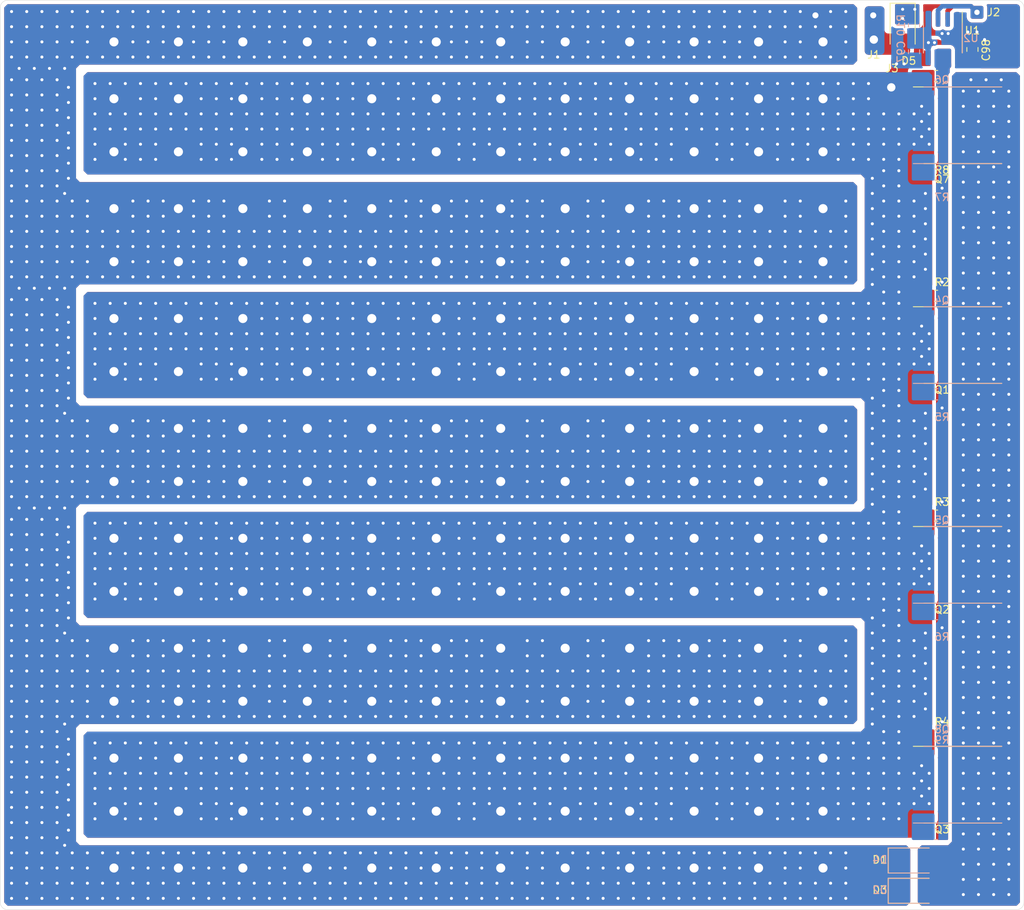
<source format=kicad_pcb>
(kicad_pcb (version 20171130) (host pcbnew "(5.1.9)-1")
  (layers (0 F.Cu signal) (31 B.Cu signal) (34 B.Paste user) (35 F.Paste user) (36 B.SilkS user) (37 F.SilkS user) (38 B.Mask user) (39 F.Mask user) (44 Edge.Cuts user))
  (net 0 "")
  (net 1 GND)
  (net 2 VCC)
  (net 3 OUT)
  (net 4 GATE)
  (net 5 "Net-(U1-Pad3)")
  (net 6 "Net-(U2-Pad3)")
  (net 7 "Net-(C97-Pad2)")
  (net 8 +12V)
  (net 9 "Net-(D5-Pad1)")
  (net 10 "Net-(Q1-Pad1)")
  (net 11 "Net-(Q2-Pad1)")
  (net 12 "Net-(Q3-Pad1)")
  (net 13 "Net-(Q4-Pad1)")
  (net 14 "Net-(Q5-Pad1)")
  (net 15 "Net-(Q6-Pad1)")
  (net 16 "Net-(Q7-Pad1)")
  (net 17 "Net-(Q8-Pad1)")
  (net 18 TRIG)
  (module Spot_welder:R_Axial_DIN0207_L6.3mm_D2.5mm_P7.62mm_Horizontal (layer F.Cu) (at 157.12 42 180)
    (fp_text reference R1 hide)
    (fp_text value 12)
    (pad 2 thru_hole oval (at 7.62 0 180) (size 1.6 1.6) (drill 0.8) (layers *.Cu *.Mask) (net 2 VCC))
    (pad 1 thru_hole circle (at 0 0 180) (size 1.6 1.6) (drill 0.8) (layers *.Cu *.Mask) (net 8 +12V))
  )
  (module Spot_welder:CP_Radial_D16.0mm_P7.50mm (layer F.Cu) (at 142 45.5 270)
    (fp_text reference C96 hide)
    (fp_text value CP1)
    (pad 2 thru_hole circle (at 7.5 0 270) (size 2.4 2.4) (drill 1.2) (layers *.Cu *.Mask) (net 1 GND))
    (pad 1 thru_hole rect (at 0 0 270) (size 2.4 2.4) (drill 1.2) (layers *.Cu *.Mask) (net 2 VCC))
  )
  (module Spot_welder:CP_Radial_D16.0mm_P7.50mm (layer F.Cu) (at 133.5 96.5 90)
    (fp_text reference C95 hide)
    (fp_text value CP1)
    (pad 2 thru_hole circle (at 7.5 0 90) (size 2.4 2.4) (drill 1.2) (layers *.Cu *.Mask) (net 1 GND))
    (pad 1 thru_hole rect (at 0 0 90) (size 2.4 2.4) (drill 1.2) (layers *.Cu *.Mask) (net 2 VCC))
  )
  (module Spot_welder:CP_Radial_D16.0mm_P7.50mm (layer F.Cu) (at 82.5 67.5 90)
    (fp_text reference C94 hide)
    (fp_text value CP1)
    (pad 2 thru_hole circle (at 7.5 0 90) (size 2.4 2.4) (drill 1.2) (layers *.Cu *.Mask) (net 1 GND))
    (pad 1 thru_hole rect (at 0 0 90) (size 2.4 2.4) (drill 1.2) (layers *.Cu *.Mask) (net 2 VCC))
  )
  (module Spot_welder:CP_Radial_D16.0mm_P7.50mm (layer F.Cu) (at 116.5 125.5 90)
    (fp_text reference C93 hide)
    (fp_text value CP1)
    (pad 2 thru_hole circle (at 7.5 0 90) (size 2.4 2.4) (drill 1.2) (layers *.Cu *.Mask) (net 1 GND))
    (pad 1 thru_hole rect (at 0 0 90) (size 2.4 2.4) (drill 1.2) (layers *.Cu *.Mask) (net 2 VCC))
  )
  (module Spot_welder:CP_Radial_D16.0mm_P7.50mm (layer B.Cu) (at 150.5 132.5 270)
    (fp_text reference C92 hide)
    (fp_text value CP1)
    (pad 2 thru_hole circle (at 7.5 0 270) (size 2.4 2.4) (drill 1.2) (layers *.Cu *.Mask) (net 1 GND))
    (pad 1 thru_hole rect (at 0 0 270) (size 2.4 2.4) (drill 1.2) (layers *.Cu *.Mask) (net 2 VCC))
  )
  (module Spot_welder:CP_Radial_D16.0mm_P7.50mm (layer F.Cu) (at 150.5 154.5 90)
    (fp_text reference C91 hide)
    (fp_text value CP1)
    (pad 2 thru_hole circle (at 7.5 0 90) (size 2.4 2.4) (drill 1.2) (layers *.Cu *.Mask) (net 1 GND))
    (pad 1 thru_hole rect (at 0 0 90) (size 2.4 2.4) (drill 1.2) (layers *.Cu *.Mask) (net 2 VCC))
  )
  (module Spot_welder:CP_Radial_D16.0mm_P7.50mm (layer F.Cu) (at 133.5 125.5 90)
    (fp_text reference C90 hide)
    (fp_text value CP1)
    (pad 2 thru_hole circle (at 7.5 0 90) (size 2.4 2.4) (drill 1.2) (layers *.Cu *.Mask) (net 1 GND))
    (pad 1 thru_hole rect (at 0 0 90) (size 2.4 2.4) (drill 1.2) (layers *.Cu *.Mask) (net 2 VCC))
  )
  (module Spot_welder:CP_Radial_D16.0mm_P7.50mm (layer F.Cu) (at 74 74.5 270)
    (fp_text reference C89 hide)
    (fp_text value CP1)
    (pad 2 thru_hole circle (at 7.5 0 270) (size 2.4 2.4) (drill 1.2) (layers *.Cu *.Mask) (net 1 GND))
    (pad 1 thru_hole rect (at 0 0 270) (size 2.4 2.4) (drill 1.2) (layers *.Cu *.Mask) (net 2 VCC))
  )
  (module Spot_welder:CP_Radial_D16.0mm_P7.50mm (layer F.Cu) (at 125 132.5 270)
    (fp_text reference C88 hide)
    (fp_text value CP1)
    (pad 2 thru_hole circle (at 7.5 0 270) (size 2.4 2.4) (drill 1.2) (layers *.Cu *.Mask) (net 1 GND))
    (pad 1 thru_hole rect (at 0 0 270) (size 2.4 2.4) (drill 1.2) (layers *.Cu *.Mask) (net 2 VCC))
  )
  (module Spot_welder:CP_Radial_D16.0mm_P7.50mm (layer F.Cu) (at 142 103.5 270)
    (fp_text reference C87 hide)
    (fp_text value CP1)
    (pad 2 thru_hole circle (at 7.5 0 270) (size 2.4 2.4) (drill 1.2) (layers *.Cu *.Mask) (net 1 GND))
    (pad 1 thru_hole rect (at 0 0 270) (size 2.4 2.4) (drill 1.2) (layers *.Cu *.Mask) (net 2 VCC))
  )
  (module Spot_welder:CP_Radial_D16.0mm_P7.50mm (layer F.Cu) (at 99.5 125.5 90)
    (fp_text reference C86 hide)
    (fp_text value CP1)
    (pad 2 thru_hole circle (at 7.5 0 90) (size 2.4 2.4) (drill 1.2) (layers *.Cu *.Mask) (net 1 GND))
    (pad 1 thru_hole rect (at 0 0 90) (size 2.4 2.4) (drill 1.2) (layers *.Cu *.Mask) (net 2 VCC))
  )
  (module Spot_welder:CP_Radial_D16.0mm_P7.50mm (layer F.Cu) (at 125 74.5 270)
    (fp_text reference C85 hide)
    (fp_text value CP1)
    (pad 2 thru_hole circle (at 7.5 0 270) (size 2.4 2.4) (drill 1.2) (layers *.Cu *.Mask) (net 1 GND))
    (pad 1 thru_hole rect (at 0 0 270) (size 2.4 2.4) (drill 1.2) (layers *.Cu *.Mask) (net 2 VCC))
  )
  (module Spot_welder:CP_Radial_D16.0mm_P7.50mm (layer F.Cu) (at 99.5 67.5 90)
    (fp_text reference C84 hide)
    (fp_text value CP1)
    (pad 2 thru_hole circle (at 7.5 0 90) (size 2.4 2.4) (drill 1.2) (layers *.Cu *.Mask) (net 1 GND))
    (pad 1 thru_hole rect (at 0 0 90) (size 2.4 2.4) (drill 1.2) (layers *.Cu *.Mask) (net 2 VCC))
  )
  (module Spot_welder:CP_Radial_D16.0mm_P7.50mm (layer F.Cu) (at 91 74.5 270)
    (fp_text reference C83 hide)
    (fp_text value CP1)
    (pad 2 thru_hole circle (at 7.5 0 270) (size 2.4 2.4) (drill 1.2) (layers *.Cu *.Mask) (net 1 GND))
    (pad 1 thru_hole rect (at 0 0 270) (size 2.4 2.4) (drill 1.2) (layers *.Cu *.Mask) (net 2 VCC))
  )
  (module Spot_welder:CP_Radial_D16.0mm_P7.50mm (layer B.Cu) (at 99.5 132.5 270)
    (fp_text reference C82 hide)
    (fp_text value CP1)
    (pad 2 thru_hole circle (at 7.5 0 270) (size 2.4 2.4) (drill 1.2) (layers *.Cu *.Mask) (net 1 GND))
    (pad 1 thru_hole rect (at 0 0 270) (size 2.4 2.4) (drill 1.2) (layers *.Cu *.Mask) (net 2 VCC))
  )
  (module Spot_welder:CP_Radial_D16.0mm_P7.50mm (layer B.Cu) (at 74 125.5 90)
    (fp_text reference C81 hide)
    (fp_text value CP1)
    (pad 2 thru_hole circle (at 7.5 0 90) (size 2.4 2.4) (drill 1.2) (layers *.Cu *.Mask) (net 1 GND))
    (pad 1 thru_hole rect (at 0 0 90) (size 2.4 2.4) (drill 1.2) (layers *.Cu *.Mask) (net 2 VCC))
  )
  (module Spot_welder:CP_Radial_D16.0mm_P7.50mm (layer B.Cu) (at 82.5 74.5 270)
    (fp_text reference C80 hide)
    (fp_text value CP1)
    (pad 2 thru_hole circle (at 7.5 0 270) (size 2.4 2.4) (drill 1.2) (layers *.Cu *.Mask) (net 1 GND))
    (pad 1 thru_hole rect (at 0 0 270) (size 2.4 2.4) (drill 1.2) (layers *.Cu *.Mask) (net 2 VCC))
  )
  (module Spot_welder:CP_Radial_D16.0mm_P7.50mm (layer B.Cu) (at 65.5 74.5 270)
    (fp_text reference C79 hide)
    (fp_text value CP1)
    (pad 2 thru_hole circle (at 7.5 0 270) (size 2.4 2.4) (drill 1.2) (layers *.Cu *.Mask) (net 1 GND))
    (pad 1 thru_hole rect (at 0 0 270) (size 2.4 2.4) (drill 1.2) (layers *.Cu *.Mask) (net 2 VCC))
  )
  (module Spot_welder:CP_Radial_D16.0mm_P7.50mm (layer B.Cu) (at 82.5 103.5 270)
    (fp_text reference C78 hide)
    (fp_text value CP1)
    (pad 2 thru_hole circle (at 7.5 0 270) (size 2.4 2.4) (drill 1.2) (layers *.Cu *.Mask) (net 1 GND))
    (pad 1 thru_hole rect (at 0 0 270) (size 2.4 2.4) (drill 1.2) (layers *.Cu *.Mask) (net 2 VCC))
  )
  (module Spot_welder:CP_Radial_D16.0mm_P7.50mm (layer F.Cu) (at 133.5 154.5 90)
    (fp_text reference C77 hide)
    (fp_text value CP1)
    (pad 2 thru_hole circle (at 7.5 0 90) (size 2.4 2.4) (drill 1.2) (layers *.Cu *.Mask) (net 1 GND))
    (pad 1 thru_hole rect (at 0 0 90) (size 2.4 2.4) (drill 1.2) (layers *.Cu *.Mask) (net 2 VCC))
  )
  (module Spot_welder:CP_Radial_D16.0mm_P7.50mm (layer F.Cu) (at 150.5 67.5 90)
    (fp_text reference C76 hide)
    (fp_text value CP1)
    (pad 2 thru_hole circle (at 7.5 0 90) (size 2.4 2.4) (drill 1.2) (layers *.Cu *.Mask) (net 1 GND))
    (pad 1 thru_hole rect (at 0 0 90) (size 2.4 2.4) (drill 1.2) (layers *.Cu *.Mask) (net 2 VCC))
  )
  (module Spot_welder:CP_Radial_D16.0mm_P7.50mm (layer F.Cu) (at 116.5 154.5 90)
    (fp_text reference C75 hide)
    (fp_text value CP1)
    (pad 2 thru_hole circle (at 7.5 0 90) (size 2.4 2.4) (drill 1.2) (layers *.Cu *.Mask) (net 1 GND))
    (pad 1 thru_hole rect (at 0 0 90) (size 2.4 2.4) (drill 1.2) (layers *.Cu *.Mask) (net 2 VCC))
  )
  (module Spot_welder:CP_Radial_D16.0mm_P7.50mm (layer F.Cu) (at 74 103.5 270)
    (fp_text reference C74 hide)
    (fp_text value CP1)
    (pad 2 thru_hole circle (at 7.5 0 270) (size 2.4 2.4) (drill 1.2) (layers *.Cu *.Mask) (net 1 GND))
    (pad 1 thru_hole rect (at 0 0 270) (size 2.4 2.4) (drill 1.2) (layers *.Cu *.Mask) (net 2 VCC))
  )
  (module Spot_welder:CP_Radial_D16.0mm_P7.50mm (layer F.Cu) (at 108 132.5 270)
    (fp_text reference C73 hide)
    (fp_text value CP1)
    (pad 2 thru_hole circle (at 7.5 0 270) (size 2.4 2.4) (drill 1.2) (layers *.Cu *.Mask) (net 1 GND))
    (pad 1 thru_hole rect (at 0 0 270) (size 2.4 2.4) (drill 1.2) (layers *.Cu *.Mask) (net 2 VCC))
  )
  (module Spot_welder:CP_Radial_D16.0mm_P7.50mm (layer F.Cu) (at 91 103.5 270)
    (fp_text reference C72 hide)
    (fp_text value CP1)
    (pad 2 thru_hole circle (at 7.5 0 270) (size 2.4 2.4) (drill 1.2) (layers *.Cu *.Mask) (net 1 GND))
    (pad 1 thru_hole rect (at 0 0 270) (size 2.4 2.4) (drill 1.2) (layers *.Cu *.Mask) (net 2 VCC))
  )
  (module Spot_welder:CP_Radial_D16.0mm_P7.50mm (layer B.Cu) (at 65.5 132.5 270)
    (fp_text reference C71 hide)
    (fp_text value CP1)
    (pad 2 thru_hole circle (at 7.5 0 270) (size 2.4 2.4) (drill 1.2) (layers *.Cu *.Mask) (net 1 GND))
    (pad 1 thru_hole rect (at 0 0 270) (size 2.4 2.4) (drill 1.2) (layers *.Cu *.Mask) (net 2 VCC))
  )
  (module Spot_welder:CP_Radial_D16.0mm_P7.50mm (layer F.Cu) (at 108 74.5 270)
    (fp_text reference C70 hide)
    (fp_text value CP1)
    (pad 2 thru_hole circle (at 7.5 0 270) (size 2.4 2.4) (drill 1.2) (layers *.Cu *.Mask) (net 1 GND))
    (pad 1 thru_hole rect (at 0 0 270) (size 2.4 2.4) (drill 1.2) (layers *.Cu *.Mask) (net 2 VCC))
  )
  (module Spot_welder:CP_Radial_D16.0mm_P7.50mm (layer F.Cu) (at 150.5 125.5 90)
    (fp_text reference C69 hide)
    (fp_text value CP1)
    (pad 2 thru_hole circle (at 7.5 0 90) (size 2.4 2.4) (drill 1.2) (layers *.Cu *.Mask) (net 1 GND))
    (pad 1 thru_hole rect (at 0 0 90) (size 2.4 2.4) (drill 1.2) (layers *.Cu *.Mask) (net 2 VCC))
  )
  (module Spot_welder:CP_Radial_D16.0mm_P7.50mm (layer F.Cu) (at 125 103.5 270)
    (fp_text reference C68 hide)
    (fp_text value CP1)
    (pad 2 thru_hole circle (at 7.5 0 270) (size 2.4 2.4) (drill 1.2) (layers *.Cu *.Mask) (net 1 GND))
    (pad 1 thru_hole rect (at 0 0 270) (size 2.4 2.4) (drill 1.2) (layers *.Cu *.Mask) (net 2 VCC))
  )
  (module Spot_welder:CP_Radial_D16.0mm_P7.50mm (layer F.Cu) (at 116.5 67.5 90)
    (fp_text reference C67 hide)
    (fp_text value CP1)
    (pad 2 thru_hole circle (at 7.5 0 90) (size 2.4 2.4) (drill 1.2) (layers *.Cu *.Mask) (net 1 GND))
    (pad 1 thru_hole rect (at 0 0 90) (size 2.4 2.4) (drill 1.2) (layers *.Cu *.Mask) (net 2 VCC))
  )
  (module Spot_welder:CP_Radial_D16.0mm_P7.50mm (layer F.Cu) (at 57 103.5 270)
    (fp_text reference C66 hide)
    (fp_text value CP1)
    (pad 2 thru_hole circle (at 7.5 0 270) (size 2.4 2.4) (drill 1.2) (layers *.Cu *.Mask) (net 1 GND))
    (pad 1 thru_hole rect (at 0 0 270) (size 2.4 2.4) (drill 1.2) (layers *.Cu *.Mask) (net 2 VCC))
  )
  (module Spot_welder:CP_Radial_D16.0mm_P7.50mm (layer B.Cu) (at 99.5 74.5 270)
    (fp_text reference C65 hide)
    (fp_text value CP1)
    (pad 2 thru_hole circle (at 7.5 0 270) (size 2.4 2.4) (drill 1.2) (layers *.Cu *.Mask) (net 1 GND))
    (pad 1 thru_hole rect (at 0 0 270) (size 2.4 2.4) (drill 1.2) (layers *.Cu *.Mask) (net 2 VCC))
  )
  (module Spot_welder:CP_Radial_D16.0mm_P7.50mm (layer F.Cu) (at 82.5 154.5 90)
    (fp_text reference C64 hide)
    (fp_text value CP1)
    (pad 2 thru_hole circle (at 7.5 0 90) (size 2.4 2.4) (drill 1.2) (layers *.Cu *.Mask) (net 1 GND))
    (pad 1 thru_hole rect (at 0 0 90) (size 2.4 2.4) (drill 1.2) (layers *.Cu *.Mask) (net 2 VCC))
  )
  (module Spot_welder:CP_Radial_D16.0mm_P7.50mm (layer F.Cu) (at 74 132.5 270)
    (fp_text reference C63 hide)
    (fp_text value CP1)
    (pad 2 thru_hole circle (at 7.5 0 270) (size 2.4 2.4) (drill 1.2) (layers *.Cu *.Mask) (net 1 GND))
    (pad 1 thru_hole rect (at 0 0 270) (size 2.4 2.4) (drill 1.2) (layers *.Cu *.Mask) (net 2 VCC))
  )
  (module Spot_welder:CP_Radial_D16.0mm_P7.50mm (layer F.Cu) (at 91 132.5 270)
    (fp_text reference C62 hide)
    (fp_text value CP1)
    (pad 2 thru_hole circle (at 7.5 0 270) (size 2.4 2.4) (drill 1.2) (layers *.Cu *.Mask) (net 1 GND))
    (pad 1 thru_hole rect (at 0 0 270) (size 2.4 2.4) (drill 1.2) (layers *.Cu *.Mask) (net 2 VCC))
  )
  (module Spot_welder:CP_Radial_D16.0mm_P7.50mm (layer F.Cu) (at 116.5 96.5 90)
    (fp_text reference C61 hide)
    (fp_text value CP1)
    (pad 2 thru_hole circle (at 7.5 0 90) (size 2.4 2.4) (drill 1.2) (layers *.Cu *.Mask) (net 1 GND))
    (pad 1 thru_hole rect (at 0 0 90) (size 2.4 2.4) (drill 1.2) (layers *.Cu *.Mask) (net 2 VCC))
  )
  (module Spot_welder:CP_Radial_D16.0mm_P7.50mm (layer F.Cu) (at 133.5 67.5 90)
    (fp_text reference C60 hide)
    (fp_text value CP1)
    (pad 2 thru_hole circle (at 7.5 0 90) (size 2.4 2.4) (drill 1.2) (layers *.Cu *.Mask) (net 1 GND))
    (pad 1 thru_hole rect (at 0 0 90) (size 2.4 2.4) (drill 1.2) (layers *.Cu *.Mask) (net 2 VCC))
  )
  (module Spot_welder:CP_Radial_D16.0mm_P7.50mm (layer B.Cu) (at 99.5 103.5 270)
    (fp_text reference C59 hide)
    (fp_text value CP1)
    (pad 2 thru_hole circle (at 7.5 0 270) (size 2.4 2.4) (drill 1.2) (layers *.Cu *.Mask) (net 1 GND))
    (pad 1 thru_hole rect (at 0 0 270) (size 2.4 2.4) (drill 1.2) (layers *.Cu *.Mask) (net 2 VCC))
  )
  (module Spot_welder:CP_Radial_D16.0mm_P7.50mm (layer B.Cu) (at 150.5 103.5 270)
    (fp_text reference C58 hide)
    (fp_text value CP1)
    (pad 2 thru_hole circle (at 7.5 0 270) (size 2.4 2.4) (drill 1.2) (layers *.Cu *.Mask) (net 1 GND))
    (pad 1 thru_hole rect (at 0 0 270) (size 2.4 2.4) (drill 1.2) (layers *.Cu *.Mask) (net 2 VCC))
  )
  (module Spot_welder:CP_Radial_D16.0mm_P7.50mm (layer F.Cu) (at 82.5 125.5 90)
    (fp_text reference C57 hide)
    (fp_text value CP1)
    (pad 2 thru_hole circle (at 7.5 0 90) (size 2.4 2.4) (drill 1.2) (layers *.Cu *.Mask) (net 1 GND))
    (pad 1 thru_hole rect (at 0 0 90) (size 2.4 2.4) (drill 1.2) (layers *.Cu *.Mask) (net 2 VCC))
  )
  (module Spot_welder:CP_Radial_D16.0mm_P7.50mm (layer B.Cu) (at 142 154.5 90)
    (fp_text reference C56 hide)
    (fp_text value CP1)
    (pad 2 thru_hole circle (at 7.5 0 90) (size 2.4 2.4) (drill 1.2) (layers *.Cu *.Mask) (net 1 GND))
    (pad 1 thru_hole rect (at 0 0 90) (size 2.4 2.4) (drill 1.2) (layers *.Cu *.Mask) (net 2 VCC))
  )
  (module Spot_welder:CP_Radial_D16.0mm_P7.50mm (layer B.Cu) (at 125 125.5 90)
    (fp_text reference C55 hide)
    (fp_text value CP1)
    (pad 2 thru_hole circle (at 7.5 0 90) (size 2.4 2.4) (drill 1.2) (layers *.Cu *.Mask) (net 1 GND))
    (pad 1 thru_hole rect (at 0 0 90) (size 2.4 2.4) (drill 1.2) (layers *.Cu *.Mask) (net 2 VCC))
  )
  (module Spot_welder:CP_Radial_D16.0mm_P7.50mm (layer B.Cu) (at 133.5 74.5 270)
    (fp_text reference C54 hide)
    (fp_text value CP1)
    (pad 2 thru_hole circle (at 7.5 0 270) (size 2.4 2.4) (drill 1.2) (layers *.Cu *.Mask) (net 1 GND))
    (pad 1 thru_hole rect (at 0 0 270) (size 2.4 2.4) (drill 1.2) (layers *.Cu *.Mask) (net 2 VCC))
  )
  (module Spot_welder:CP_Radial_D16.0mm_P7.50mm (layer B.Cu) (at 74 67.5 90)
    (fp_text reference C53 hide)
    (fp_text value CP1)
    (pad 2 thru_hole circle (at 7.5 0 90) (size 2.4 2.4) (drill 1.2) (layers *.Cu *.Mask) (net 1 GND))
    (pad 1 thru_hole rect (at 0 0 90) (size 2.4 2.4) (drill 1.2) (layers *.Cu *.Mask) (net 2 VCC))
  )
  (module Spot_welder:CP_Radial_D16.0mm_P7.50mm (layer F.Cu) (at 57 74.5 270)
    (fp_text reference C52 hide)
    (fp_text value CP1)
    (pad 2 thru_hole circle (at 7.5 0 270) (size 2.4 2.4) (drill 1.2) (layers *.Cu *.Mask) (net 1 GND))
    (pad 1 thru_hole rect (at 0 0 270) (size 2.4 2.4) (drill 1.2) (layers *.Cu *.Mask) (net 2 VCC))
  )
  (module Spot_welder:CP_Radial_D16.0mm_P7.50mm (layer F.Cu) (at 65.5 67.5 90)
    (fp_text reference C51 hide)
    (fp_text value CP1)
    (pad 2 thru_hole circle (at 7.5 0 90) (size 2.4 2.4) (drill 1.2) (layers *.Cu *.Mask) (net 1 GND))
    (pad 1 thru_hole rect (at 0 0 90) (size 2.4 2.4) (drill 1.2) (layers *.Cu *.Mask) (net 2 VCC))
  )
  (module Spot_welder:CP_Radial_D16.0mm_P7.50mm (layer F.Cu) (at 150.5 96.5 90)
    (fp_text reference C50 hide)
    (fp_text value CP1)
    (pad 2 thru_hole circle (at 7.5 0 90) (size 2.4 2.4) (drill 1.2) (layers *.Cu *.Mask) (net 1 GND))
    (pad 1 thru_hole rect (at 0 0 90) (size 2.4 2.4) (drill 1.2) (layers *.Cu *.Mask) (net 2 VCC))
  )
  (module Spot_welder:CP_Radial_D16.0mm_P7.50mm (layer F.Cu) (at 125 45.5 270)
    (fp_text reference C49 hide)
    (fp_text value CP1)
    (pad 2 thru_hole circle (at 7.5 0 270) (size 2.4 2.4) (drill 1.2) (layers *.Cu *.Mask) (net 1 GND))
    (pad 1 thru_hole rect (at 0 0 270) (size 2.4 2.4) (drill 1.2) (layers *.Cu *.Mask) (net 2 VCC))
  )
  (module Spot_welder:CP_Radial_D16.0mm_P7.50mm (layer F.Cu) (at 108 103.5 270)
    (fp_text reference C48 hide)
    (fp_text value CP1)
    (pad 2 thru_hole circle (at 7.5 0 270) (size 2.4 2.4) (drill 1.2) (layers *.Cu *.Mask) (net 1 GND))
    (pad 1 thru_hole rect (at 0 0 270) (size 2.4 2.4) (drill 1.2) (layers *.Cu *.Mask) (net 2 VCC))
  )
  (module Spot_welder:CP_Radial_D16.0mm_P7.50mm (layer B.Cu) (at 125 96.5 90)
    (fp_text reference C47 hide)
    (fp_text value CP1)
    (pad 2 thru_hole circle (at 7.5 0 90) (size 2.4 2.4) (drill 1.2) (layers *.Cu *.Mask) (net 1 GND))
    (pad 1 thru_hole rect (at 0 0 90) (size 2.4 2.4) (drill 1.2) (layers *.Cu *.Mask) (net 2 VCC))
  )
  (module Spot_welder:CP_Radial_D16.0mm_P7.50mm (layer F.Cu) (at 142 132.5 270)
    (fp_text reference C46 hide)
    (fp_text value CP1)
    (pad 2 thru_hole circle (at 7.5 0 270) (size 2.4 2.4) (drill 1.2) (layers *.Cu *.Mask) (net 1 GND))
    (pad 1 thru_hole rect (at 0 0 270) (size 2.4 2.4) (drill 1.2) (layers *.Cu *.Mask) (net 2 VCC))
  )
  (module Spot_welder:CP_Radial_D16.0mm_P7.50mm (layer B.Cu) (at 91 67.5 90)
    (fp_text reference C45 hide)
    (fp_text value CP1)
    (pad 2 thru_hole circle (at 7.5 0 90) (size 2.4 2.4) (drill 1.2) (layers *.Cu *.Mask) (net 1 GND))
    (pad 1 thru_hole rect (at 0 0 90) (size 2.4 2.4) (drill 1.2) (layers *.Cu *.Mask) (net 2 VCC))
  )
  (module Spot_welder:CP_Radial_D16.0mm_P7.50mm (layer B.Cu) (at 142 125.5 90)
    (fp_text reference C44 hide)
    (fp_text value CP1)
    (pad 2 thru_hole circle (at 7.5 0 90) (size 2.4 2.4) (drill 1.2) (layers *.Cu *.Mask) (net 1 GND))
    (pad 1 thru_hole rect (at 0 0 90) (size 2.4 2.4) (drill 1.2) (layers *.Cu *.Mask) (net 2 VCC))
  )
  (module Spot_welder:CP_Radial_D16.0mm_P7.50mm (layer B.Cu) (at 150.5 74.5 270)
    (fp_text reference C43 hide)
    (fp_text value CP1)
    (pad 2 thru_hole circle (at 7.5 0 270) (size 2.4 2.4) (drill 1.2) (layers *.Cu *.Mask) (net 1 GND))
    (pad 1 thru_hole rect (at 0 0 270) (size 2.4 2.4) (drill 1.2) (layers *.Cu *.Mask) (net 2 VCC))
  )
  (module Spot_welder:CP_Radial_D16.0mm_P7.50mm (layer B.Cu) (at 108 67.5 90)
    (fp_text reference C42 hide)
    (fp_text value CP1)
    (pad 2 thru_hole circle (at 7.5 0 90) (size 2.4 2.4) (drill 1.2) (layers *.Cu *.Mask) (net 1 GND))
    (pad 1 thru_hole rect (at 0 0 90) (size 2.4 2.4) (drill 1.2) (layers *.Cu *.Mask) (net 2 VCC))
  )
  (module Spot_welder:CP_Radial_D16.0mm_P7.50mm (layer F.Cu) (at 99.5 154.5 90)
    (fp_text reference C41 hide)
    (fp_text value CP1)
    (pad 2 thru_hole circle (at 7.5 0 90) (size 2.4 2.4) (drill 1.2) (layers *.Cu *.Mask) (net 1 GND))
    (pad 1 thru_hole rect (at 0 0 90) (size 2.4 2.4) (drill 1.2) (layers *.Cu *.Mask) (net 2 VCC))
  )
  (module Spot_welder:CP_Radial_D16.0mm_P7.50mm (layer B.Cu) (at 116.5 103.5 270)
    (fp_text reference C40 hide)
    (fp_text value CP1)
    (pad 2 thru_hole circle (at 7.5 0 270) (size 2.4 2.4) (drill 1.2) (layers *.Cu *.Mask) (net 1 GND))
    (pad 1 thru_hole rect (at 0 0 270) (size 2.4 2.4) (drill 1.2) (layers *.Cu *.Mask) (net 2 VCC))
  )
  (module Spot_welder:CP_Radial_D16.0mm_P7.50mm (layer B.Cu) (at 91 96.5 90)
    (fp_text reference C39 hide)
    (fp_text value CP1)
    (pad 2 thru_hole circle (at 7.5 0 90) (size 2.4 2.4) (drill 1.2) (layers *.Cu *.Mask) (net 1 GND))
    (pad 1 thru_hole rect (at 0 0 90) (size 2.4 2.4) (drill 1.2) (layers *.Cu *.Mask) (net 2 VCC))
  )
  (module Spot_welder:CP_Radial_D16.0mm_P7.50mm (layer B.Cu) (at 74 96.5 90)
    (fp_text reference C38 hide)
    (fp_text value CP1)
    (pad 2 thru_hole circle (at 7.5 0 90) (size 2.4 2.4) (drill 1.2) (layers *.Cu *.Mask) (net 1 GND))
    (pad 1 thru_hole rect (at 0 0 90) (size 2.4 2.4) (drill 1.2) (layers *.Cu *.Mask) (net 2 VCC))
  )
  (module Spot_welder:CP_Radial_D16.0mm_P7.50mm (layer B.Cu) (at 142 96.5 90)
    (fp_text reference C37 hide)
    (fp_text value CP1)
    (pad 2 thru_hole circle (at 7.5 0 90) (size 2.4 2.4) (drill 1.2) (layers *.Cu *.Mask) (net 1 GND))
    (pad 1 thru_hole rect (at 0 0 90) (size 2.4 2.4) (drill 1.2) (layers *.Cu *.Mask) (net 2 VCC))
  )
  (module Spot_welder:CP_Radial_D16.0mm_P7.50mm (layer F.Cu) (at 65.5 96.5 90)
    (fp_text reference C36 hide)
    (fp_text value CP1)
    (pad 2 thru_hole circle (at 7.5 0 90) (size 2.4 2.4) (drill 1.2) (layers *.Cu *.Mask) (net 1 GND))
    (pad 1 thru_hole rect (at 0 0 90) (size 2.4 2.4) (drill 1.2) (layers *.Cu *.Mask) (net 2 VCC))
  )
  (module Spot_welder:CP_Radial_D16.0mm_P7.50mm (layer F.Cu) (at 142 74.5 270)
    (fp_text reference C35 hide)
    (fp_text value CP1)
    (pad 2 thru_hole circle (at 7.5 0 270) (size 2.4 2.4) (drill 1.2) (layers *.Cu *.Mask) (net 1 GND))
    (pad 1 thru_hole rect (at 0 0 270) (size 2.4 2.4) (drill 1.2) (layers *.Cu *.Mask) (net 2 VCC))
  )
  (module Spot_welder:CP_Radial_D16.0mm_P7.50mm (layer B.Cu) (at 108 154.5 90)
    (fp_text reference C34 hide)
    (fp_text value CP1)
    (pad 2 thru_hole circle (at 7.5 0 90) (size 2.4 2.4) (drill 1.2) (layers *.Cu *.Mask) (net 1 GND))
    (pad 1 thru_hole rect (at 0 0 90) (size 2.4 2.4) (drill 1.2) (layers *.Cu *.Mask) (net 2 VCC))
  )
  (module Spot_welder:CP_Radial_D16.0mm_P7.50mm (layer B.Cu) (at 108 125.5 90)
    (fp_text reference C33 hide)
    (fp_text value CP1)
    (pad 2 thru_hole circle (at 7.5 0 90) (size 2.4 2.4) (drill 1.2) (layers *.Cu *.Mask) (net 1 GND))
    (pad 1 thru_hole rect (at 0 0 90) (size 2.4 2.4) (drill 1.2) (layers *.Cu *.Mask) (net 2 VCC))
  )
  (module Spot_welder:CP_Radial_D16.0mm_P7.50mm (layer B.Cu) (at 57 67.5 90)
    (fp_text reference C32 hide)
    (fp_text value CP1)
    (pad 2 thru_hole circle (at 7.5 0 90) (size 2.4 2.4) (drill 1.2) (layers *.Cu *.Mask) (net 1 GND))
    (pad 1 thru_hole rect (at 0 0 90) (size 2.4 2.4) (drill 1.2) (layers *.Cu *.Mask) (net 2 VCC))
  )
  (module Spot_welder:CP_Radial_D16.0mm_P7.50mm (layer B.Cu) (at 99.5 45.5 270)
    (fp_text reference C31 hide)
    (fp_text value CP1)
    (pad 2 thru_hole circle (at 7.5 0 270) (size 2.4 2.4) (drill 1.2) (layers *.Cu *.Mask) (net 1 GND))
    (pad 1 thru_hole rect (at 0 0 270) (size 2.4 2.4) (drill 1.2) (layers *.Cu *.Mask) (net 2 VCC))
  )
  (module Spot_welder:CP_Radial_D16.0mm_P7.50mm (layer B.Cu) (at 125 154.5 90)
    (fp_text reference C30 hide)
    (fp_text value CP1)
    (pad 2 thru_hole circle (at 7.5 0 90) (size 2.4 2.4) (drill 1.2) (layers *.Cu *.Mask) (net 1 GND))
    (pad 1 thru_hole rect (at 0 0 90) (size 2.4 2.4) (drill 1.2) (layers *.Cu *.Mask) (net 2 VCC))
  )
  (module Spot_welder:CP_Radial_D16.0mm_P7.50mm (layer F.Cu) (at 108 45.5 270)
    (fp_text reference C29 hide)
    (fp_text value CP1)
    (pad 2 thru_hole circle (at 7.5 0 270) (size 2.4 2.4) (drill 1.2) (layers *.Cu *.Mask) (net 1 GND))
    (pad 1 thru_hole rect (at 0 0 270) (size 2.4 2.4) (drill 1.2) (layers *.Cu *.Mask) (net 2 VCC))
  )
  (module Spot_welder:CP_Radial_D16.0mm_P7.50mm (layer F.Cu) (at 99.5 96.5 90)
    (fp_text reference C28 hide)
    (fp_text value CP1)
    (pad 2 thru_hole circle (at 7.5 0 90) (size 2.4 2.4) (drill 1.2) (layers *.Cu *.Mask) (net 1 GND))
    (pad 1 thru_hole rect (at 0 0 90) (size 2.4 2.4) (drill 1.2) (layers *.Cu *.Mask) (net 2 VCC))
  )
  (module Spot_welder:CP_Radial_D16.0mm_P7.50mm (layer B.Cu) (at 133.5 132.5 270)
    (fp_text reference C27 hide)
    (fp_text value CP1)
    (pad 2 thru_hole circle (at 7.5 0 270) (size 2.4 2.4) (drill 1.2) (layers *.Cu *.Mask) (net 1 GND))
    (pad 1 thru_hole rect (at 0 0 270) (size 2.4 2.4) (drill 1.2) (layers *.Cu *.Mask) (net 2 VCC))
  )
  (module Spot_welder:CP_Radial_D16.0mm_P7.50mm (layer F.Cu) (at 65.5 154.5 90)
    (fp_text reference C26 hide)
    (fp_text value CP1)
    (pad 2 thru_hole circle (at 7.5 0 90) (size 2.4 2.4) (drill 1.2) (layers *.Cu *.Mask) (net 1 GND))
    (pad 1 thru_hole rect (at 0 0 90) (size 2.4 2.4) (drill 1.2) (layers *.Cu *.Mask) (net 2 VCC))
  )
  (module Spot_welder:CP_Radial_D16.0mm_P7.50mm (layer F.Cu) (at 65.5 125.5 90)
    (fp_text reference C25 hide)
    (fp_text value CP1)
    (pad 2 thru_hole circle (at 7.5 0 90) (size 2.4 2.4) (drill 1.2) (layers *.Cu *.Mask) (net 1 GND))
    (pad 1 thru_hole rect (at 0 0 90) (size 2.4 2.4) (drill 1.2) (layers *.Cu *.Mask) (net 2 VCC))
  )
  (module Spot_welder:CP_Radial_D16.0mm_P7.50mm (layer B.Cu) (at 150.5 45.5 270)
    (fp_text reference C24 hide)
    (fp_text value CP1)
    (pad 2 thru_hole circle (at 7.5 0 270) (size 2.4 2.4) (drill 1.2) (layers *.Cu *.Mask) (net 1 GND))
    (pad 1 thru_hole rect (at 0 0 270) (size 2.4 2.4) (drill 1.2) (layers *.Cu *.Mask) (net 2 VCC))
  )
  (module Spot_welder:CP_Radial_D16.0mm_P7.50mm (layer B.Cu) (at 57 125.5 90)
    (fp_text reference C23 hide)
    (fp_text value CP1)
    (pad 2 thru_hole circle (at 7.5 0 90) (size 2.4 2.4) (drill 1.2) (layers *.Cu *.Mask) (net 1 GND))
    (pad 1 thru_hole rect (at 0 0 90) (size 2.4 2.4) (drill 1.2) (layers *.Cu *.Mask) (net 2 VCC))
  )
  (module Spot_welder:CP_Radial_D16.0mm_P7.50mm (layer B.Cu) (at 91 125.5 90)
    (fp_text reference C22 hide)
    (fp_text value CP1)
    (pad 2 thru_hole circle (at 7.5 0 90) (size 2.4 2.4) (drill 1.2) (layers *.Cu *.Mask) (net 1 GND))
    (pad 1 thru_hole rect (at 0 0 90) (size 2.4 2.4) (drill 1.2) (layers *.Cu *.Mask) (net 2 VCC))
  )
  (module Spot_welder:CP_Radial_D16.0mm_P7.50mm (layer B.Cu) (at 116.5 45.5 270)
    (fp_text reference C21 hide)
    (fp_text value CP1)
    (pad 2 thru_hole circle (at 7.5 0 270) (size 2.4 2.4) (drill 1.2) (layers *.Cu *.Mask) (net 1 GND))
    (pad 1 thru_hole rect (at 0 0 270) (size 2.4 2.4) (drill 1.2) (layers *.Cu *.Mask) (net 2 VCC))
  )
  (module Spot_welder:CP_Radial_D16.0mm_P7.50mm (layer B.Cu) (at 133.5 103.5 270)
    (fp_text reference C20 hide)
    (fp_text value CP1)
    (pad 2 thru_hole circle (at 7.5 0 270) (size 2.4 2.4) (drill 1.2) (layers *.Cu *.Mask) (net 1 GND))
    (pad 1 thru_hole rect (at 0 0 270) (size 2.4 2.4) (drill 1.2) (layers *.Cu *.Mask) (net 2 VCC))
  )
  (module Spot_welder:CP_Radial_D16.0mm_P7.50mm (layer B.Cu) (at 57 96.5 90)
    (fp_text reference C19 hide)
    (fp_text value CP1)
    (pad 2 thru_hole circle (at 7.5 0 90) (size 2.4 2.4) (drill 1.2) (layers *.Cu *.Mask) (net 1 GND))
    (pad 1 thru_hole rect (at 0 0 90) (size 2.4 2.4) (drill 1.2) (layers *.Cu *.Mask) (net 2 VCC))
  )
  (module Spot_welder:CP_Radial_D16.0mm_P7.50mm (layer B.Cu) (at 108 96.5 90)
    (fp_text reference C18 hide)
    (fp_text value CP1)
    (pad 2 thru_hole circle (at 7.5 0 90) (size 2.4 2.4) (drill 1.2) (layers *.Cu *.Mask) (net 1 GND))
    (pad 1 thru_hole rect (at 0 0 90) (size 2.4 2.4) (drill 1.2) (layers *.Cu *.Mask) (net 2 VCC))
  )
  (module Spot_welder:CP_Radial_D16.0mm_P7.50mm (layer F.Cu) (at 57 45.5 270)
    (fp_text reference C17 hide)
    (fp_text value CP1)
    (pad 2 thru_hole circle (at 7.5 0 270) (size 2.4 2.4) (drill 1.2) (layers *.Cu *.Mask) (net 1 GND))
    (pad 1 thru_hole rect (at 0 0 270) (size 2.4 2.4) (drill 1.2) (layers *.Cu *.Mask) (net 2 VCC))
  )
  (module Spot_welder:CP_Radial_D16.0mm_P7.50mm (layer F.Cu) (at 57 132.5 270)
    (fp_text reference C16 hide)
    (fp_text value CP1)
    (pad 2 thru_hole circle (at 7.5 0 270) (size 2.4 2.4) (drill 1.2) (layers *.Cu *.Mask) (net 1 GND))
    (pad 1 thru_hole rect (at 0 0 270) (size 2.4 2.4) (drill 1.2) (layers *.Cu *.Mask) (net 2 VCC))
  )
  (module Spot_welder:CP_Radial_D16.0mm_P7.50mm (layer B.Cu) (at 82.5 132.5 270)
    (fp_text reference C15 hide)
    (fp_text value CP1)
    (pad 2 thru_hole circle (at 7.5 0 270) (size 2.4 2.4) (drill 1.2) (layers *.Cu *.Mask) (net 1 GND))
    (pad 1 thru_hole rect (at 0 0 270) (size 2.4 2.4) (drill 1.2) (layers *.Cu *.Mask) (net 2 VCC))
  )
  (module Spot_welder:CP_Radial_D16.0mm_P7.50mm (layer B.Cu) (at 65.5 103.5 270)
    (fp_text reference C14 hide)
    (fp_text value CP1)
    (pad 2 thru_hole circle (at 7.5 0 270) (size 2.4 2.4) (drill 1.2) (layers *.Cu *.Mask) (net 1 GND))
    (pad 1 thru_hole rect (at 0 0 270) (size 2.4 2.4) (drill 1.2) (layers *.Cu *.Mask) (net 2 VCC))
  )
  (module Spot_welder:CP_Radial_D16.0mm_P7.50mm (layer B.Cu) (at 142 67.5 90)
    (fp_text reference C13 hide)
    (fp_text value CP1)
    (pad 2 thru_hole circle (at 7.5 0 90) (size 2.4 2.4) (drill 1.2) (layers *.Cu *.Mask) (net 1 GND))
    (pad 1 thru_hole rect (at 0 0 90) (size 2.4 2.4) (drill 1.2) (layers *.Cu *.Mask) (net 2 VCC))
  )
  (module Spot_welder:CP_Radial_D16.0mm_P7.50mm (layer B.Cu) (at 133.5 45.5 270)
    (fp_text reference C12 hide)
    (fp_text value CP1)
    (pad 2 thru_hole circle (at 7.5 0 270) (size 2.4 2.4) (drill 1.2) (layers *.Cu *.Mask) (net 1 GND))
    (pad 1 thru_hole rect (at 0 0 270) (size 2.4 2.4) (drill 1.2) (layers *.Cu *.Mask) (net 2 VCC))
  )
  (module Spot_welder:CP_Radial_D16.0mm_P7.50mm (layer B.Cu) (at 74 154.5 90)
    (fp_text reference C11 hide)
    (fp_text value CP1)
    (pad 2 thru_hole circle (at 7.5 0 90) (size 2.4 2.4) (drill 1.2) (layers *.Cu *.Mask) (net 1 GND))
    (pad 1 thru_hole rect (at 0 0 90) (size 2.4 2.4) (drill 1.2) (layers *.Cu *.Mask) (net 2 VCC))
  )
  (module Spot_welder:CP_Radial_D16.0mm_P7.50mm (layer F.Cu) (at 74 45.5 270)
    (fp_text reference C10 hide)
    (fp_text value CP1)
    (pad 2 thru_hole circle (at 7.5 0 270) (size 2.4 2.4) (drill 1.2) (layers *.Cu *.Mask) (net 1 GND))
    (pad 1 thru_hole rect (at 0 0 270) (size 2.4 2.4) (drill 1.2) (layers *.Cu *.Mask) (net 2 VCC))
  )
  (module Spot_welder:CP_Radial_D16.0mm_P7.50mm (layer F.Cu) (at 91 45.5 270)
    (fp_text reference C9 hide)
    (fp_text value CP1)
    (pad 2 thru_hole circle (at 7.5 0 270) (size 2.4 2.4) (drill 1.2) (layers *.Cu *.Mask) (net 1 GND))
    (pad 1 thru_hole rect (at 0 0 270) (size 2.4 2.4) (drill 1.2) (layers *.Cu *.Mask) (net 2 VCC))
  )
  (module Spot_welder:CP_Radial_D16.0mm_P7.50mm (layer F.Cu) (at 82.5 96.5 90)
    (fp_text reference C8 hide)
    (fp_text value CP1)
    (pad 2 thru_hole circle (at 7.5 0 90) (size 2.4 2.4) (drill 1.2) (layers *.Cu *.Mask) (net 1 GND))
    (pad 1 thru_hole rect (at 0 0 90) (size 2.4 2.4) (drill 1.2) (layers *.Cu *.Mask) (net 2 VCC))
  )
  (module Spot_welder:CP_Radial_D16.0mm_P7.50mm (layer B.Cu) (at 116.5 132.5 270)
    (fp_text reference C7 hide)
    (fp_text value CP1)
    (pad 2 thru_hole circle (at 7.5 0 270) (size 2.4 2.4) (drill 1.2) (layers *.Cu *.Mask) (net 1 GND))
    (pad 1 thru_hole rect (at 0 0 270) (size 2.4 2.4) (drill 1.2) (layers *.Cu *.Mask) (net 2 VCC))
  )
  (module Spot_welder:CP_Radial_D16.0mm_P7.50mm (layer B.Cu) (at 125 67.5 90)
    (fp_text reference C6 hide)
    (fp_text value CP1)
    (pad 2 thru_hole circle (at 7.5 0 90) (size 2.4 2.4) (drill 1.2) (layers *.Cu *.Mask) (net 1 GND))
    (pad 1 thru_hole rect (at 0 0 90) (size 2.4 2.4) (drill 1.2) (layers *.Cu *.Mask) (net 2 VCC))
  )
  (module Spot_welder:CP_Radial_D16.0mm_P7.50mm (layer B.Cu) (at 82.5 45.5 270)
    (fp_text reference C5 hide)
    (fp_text value CP1)
    (pad 2 thru_hole circle (at 7.5 0 270) (size 2.4 2.4) (drill 1.2) (layers *.Cu *.Mask) (net 1 GND))
    (pad 1 thru_hole rect (at 0 0 270) (size 2.4 2.4) (drill 1.2) (layers *.Cu *.Mask) (net 2 VCC))
  )
  (module Spot_welder:CP_Radial_D16.0mm_P7.50mm (layer B.Cu) (at 57 154.5 90)
    (fp_text reference C4 hide)
    (fp_text value CP1)
    (pad 2 thru_hole circle (at 7.5 0 90) (size 2.4 2.4) (drill 1.2) (layers *.Cu *.Mask) (net 1 GND))
    (pad 1 thru_hole rect (at 0 0 90) (size 2.4 2.4) (drill 1.2) (layers *.Cu *.Mask) (net 2 VCC))
  )
  (module Spot_welder:CP_Radial_D16.0mm_P7.50mm (layer B.Cu) (at 65.5 45.5 270)
    (fp_text reference C3 hide)
    (fp_text value CP1)
    (pad 2 thru_hole circle (at 7.5 0 270) (size 2.4 2.4) (drill 1.2) (layers *.Cu *.Mask) (net 1 GND))
    (pad 1 thru_hole rect (at 0 0 270) (size 2.4 2.4) (drill 1.2) (layers *.Cu *.Mask) (net 2 VCC))
  )
  (module Spot_welder:CP_Radial_D16.0mm_P7.50mm (layer B.Cu) (at 91 154.5 90)
    (fp_text reference C2 hide)
    (fp_text value CP1)
    (pad 2 thru_hole circle (at 7.5 0 90) (size 2.4 2.4) (drill 1.2) (layers *.Cu *.Mask) (net 1 GND))
    (pad 1 thru_hole rect (at 0 0 90) (size 2.4 2.4) (drill 1.2) (layers *.Cu *.Mask) (net 2 VCC))
  )
  (module Spot_welder:CP_Radial_D16.0mm_P7.50mm (layer B.Cu) (at 116.5 74.5 270)
    (fp_text reference C1 hide)
    (fp_text value CP1)
    (pad 2 thru_hole circle (at 7.5 0 270) (size 2.4 2.4) (drill 1.2) (layers *.Cu *.Mask) (net 1 GND))
    (pad 1 thru_hole rect (at 0 0 270) (size 2.4 2.4) (drill 1.2) (layers *.Cu *.Mask) (net 2 VCC))
  )
  (module Connector_Wire:SolderWire-0.127sqmm_1x01_D0.48mm_OD1mm (layer F.Cu) (at 170.8 41.6)
    (fp_text reference J2 (at 2.2 0) (layer F.SilkS))
    (fp_text value TRIG)
    (pad 1 thru_hole roundrect (at 0 0) (size 1.7 1.7) (drill 0.7) (layers *.Cu *.Mask) (roundrect_rratio 0.1470588235294118) (net 18 TRIG))
  )
  (module Connector_Wire:SolderWire-0.5sqmm_1x01_D0.9mm_OD2.1mm (layer F.Cu) (at 159.5 51.5)
    (fp_text reference J3 (at 0.1 -2.5 180) (layer F.SilkS))
    (fp_text value GND)
    (pad 1 thru_hole roundrect (at 0 0) (size 2.1 2.1) (drill 1.1) (layers *.Cu *.Mask) (roundrect_rratio 0.1190471428571429) (net 1 GND))
  )
  (module Connector_Wire:SolderWire-0.5sqmm_1x01_D0.9mm_OD2.1mm (layer F.Cu) (at 157.2 45.2)
    (fp_text reference J1 (at 0 2 180) (layer F.SilkS))
    (fp_text value 12V)
    (pad 1 thru_hole roundrect (at 0 0) (size 2.1 2.1) (drill 1.1) (layers *.Cu *.Mask) (roundrect_rratio 0.1190471428571429) (net 8 +12V))
  )
  (module Diode_SMD:D_SMA (layer F.Cu) (at 161 43.8 270)
    (fp_text reference D5 (at 4.2 -0.8 180) (layer F.SilkS))
    (fp_text value 1N4007)
    (pad 2 smd rect (at 2 0 270) (size 2.5 1.8) (layers F.Cu F.Paste F.Mask) (net 8 +12V))
    (pad 1 smd rect (at -2 0 270) (size 2.5 1.8) (layers F.Cu F.Paste F.Mask) (net 9 "Net-(D5-Pad1)"))
  )
  (module Diode_SMD:D_SMA (layer B.Cu) (at 162.5 153.5)
    (fp_text reference D4 (at -4.5 -0.1) (layer B.SilkS) (effects (justify mirror)))
    (fp_text value 1N4007)
    (pad 2 smd rect (at 2 0) (size 2.5 1.8) (layers B.Cu B.Paste B.Mask) (net 3 OUT))
    (pad 1 smd rect (at -2 0) (size 2.5 1.8) (layers B.Cu B.Paste B.Mask) (net 2 VCC))
  )
  (module Diode_SMD:D_SMA (layer F.Cu) (at 162.5 157.5)
    (fp_text reference D3 (at -4.5 -0.1) (layer F.SilkS))
    (fp_text value 1N4007)
    (pad 2 smd rect (at 2 0) (size 2.5 1.8) (layers F.Cu F.Paste F.Mask) (net 3 OUT))
    (pad 1 smd rect (at -2 0) (size 2.5 1.8) (layers F.Cu F.Paste F.Mask) (net 2 VCC))
  )
  (module Diode_SMD:D_SMA (layer B.Cu) (at 162.5 157.5)
    (fp_text reference D2 (at -4.5 -0.1) (layer B.SilkS) (effects (justify mirror)))
    (fp_text value 1N4007)
    (pad 2 smd rect (at 2 0) (size 2.5 1.8) (layers B.Cu B.Paste B.Mask) (net 3 OUT))
    (pad 1 smd rect (at -2 0) (size 2.5 1.8) (layers B.Cu B.Paste B.Mask) (net 2 VCC))
  )
  (module Diode_SMD:D_SMA (layer F.Cu) (at 162.5 153.5)
    (fp_text reference D1 (at -4.5 -0.1) (layer F.SilkS))
    (fp_text value 1N4007)
    (pad 2 smd rect (at 2 0) (size 2.5 1.8) (layers F.Cu F.Paste F.Mask) (net 3 OUT))
    (pad 1 smd rect (at -2 0) (size 2.5 1.8) (layers F.Cu F.Paste F.Mask) (net 2 VCC))
  )
  (module Package_SO:SOIC-8_3.9x4.9mm_P1.27mm (layer B.Cu) (at 166.3 45 270)
    (fp_text reference U2 (at 0 -3.7 180) (layer B.SilkS) (effects (justify mirror)))
    (fp_text value TC4422)
    (pad 8 smd roundrect (at 2.475 1.905 270) (size 1.95 0.6) (layers B.Cu B.Paste B.Mask) (net 7 "Net-(C97-Pad2)"))
    (pad 7 smd roundrect (at 2.475 0.635 270) (size 1.95 0.6) (layers B.Cu B.Paste B.Mask) (net 4 GATE))
    (pad 6 smd roundrect (at 2.475 -0.635 270) (size 1.95 0.6) (layers B.Cu B.Paste B.Mask) (net 4 GATE))
    (pad 5 smd roundrect (at 2.475 -1.905 270) (size 1.95 0.6) (layers B.Cu B.Paste B.Mask) (net 1 GND))
    (pad 4 smd roundrect (at -2.475 -1.905 270) (size 1.95 0.6) (layers B.Cu B.Paste B.Mask) (net 1 GND))
    (pad 3 smd roundrect (at -2.475 -0.635 270) (size 1.95 0.6) (layers B.Cu B.Paste B.Mask) (net 6 "Net-(U2-Pad3)"))
    (pad 2 smd roundrect (at -2.475 0.635 270) (size 1.95 0.6) (layers B.Cu B.Paste B.Mask) (net 18 TRIG))
    (pad 1 smd roundrect (at -2.475 1.905 270) (size 1.95 0.6) (layers B.Cu B.Paste B.Mask) (net 7 "Net-(C97-Pad2)"))
  )
  (module Package_SO:SOIC-8_3.9x4.9mm_P1.27mm (layer F.Cu) (at 166.3 45 270)
    (fp_text reference U1 (at -1 -3.9 180) (layer F.SilkS))
    (fp_text value TC4422)
    (pad 8 smd roundrect (at 2.475 -1.905 270) (size 1.95 0.6) (layers F.Cu F.Paste F.Mask) (net 7 "Net-(C97-Pad2)"))
    (pad 7 smd roundrect (at 2.475 -0.635 270) (size 1.95 0.6) (layers F.Cu F.Paste F.Mask) (net 4 GATE))
    (pad 6 smd roundrect (at 2.475 0.635 270) (size 1.95 0.6) (layers F.Cu F.Paste F.Mask) (net 4 GATE))
    (pad 5 smd roundrect (at 2.475 1.905 270) (size 1.95 0.6) (layers F.Cu F.Paste F.Mask) (net 1 GND))
    (pad 4 smd roundrect (at -2.475 1.905 270) (size 1.95 0.6) (layers F.Cu F.Paste F.Mask) (net 1 GND))
    (pad 3 smd roundrect (at -2.475 0.635 270) (size 1.95 0.6) (layers F.Cu F.Paste F.Mask) (net 5 "Net-(U1-Pad3)"))
    (pad 2 smd roundrect (at -2.475 -0.635 270) (size 1.95 0.6) (layers F.Cu F.Paste F.Mask) (net 18 TRIG))
    (pad 1 smd roundrect (at -2.475 -1.905 270) (size 1.95 0.6) (layers F.Cu F.Paste F.Mask) (net 7 "Net-(C97-Pad2)"))
  )
  (module Resistor_SMD:R_0805_2012Metric (layer B.Cu) (at 162.5 43.3 90)
    (fp_text reference R10 (at 0 -1.7 90) (layer B.SilkS) (effects (justify mirror)))
    (fp_text value 1)
    (pad 2 smd roundrect (at 0.9125 0 90) (size 1.025 1.4) (layers B.Cu B.Paste B.Mask) (roundrect_rratio 0.2439004878048781) (net 9 "Net-(D5-Pad1)"))
    (pad 1 smd roundrect (at -0.9125 0 90) (size 1.025 1.4) (layers B.Cu B.Paste B.Mask) (roundrect_rratio 0.2439004878048781) (net 7 "Net-(C97-Pad2)"))
  )
  (module Resistor_SMD:R_0805_2012Metric (layer B.Cu) (at 165.4 150 180)
    (fp_text reference R9 (at -0.8 12.4) (layer B.SilkS) (effects (justify mirror)))
    (fp_text value 3)
    (pad 2 smd roundrect (at 0.9125 0 180) (size 1.025 1.4) (layers B.Cu B.Paste B.Mask) (roundrect_rratio 0.2439004878048781) (net 17 "Net-(Q8-Pad1)"))
    (pad 1 smd roundrect (at -0.9125 0 180) (size 1.025 1.4) (layers B.Cu B.Paste B.Mask) (roundrect_rratio 0.2439004878048781) (net 4 GATE))
  )
  (module Resistor_SMD:R_0805_2012Metric (layer F.Cu) (at 165.4 50 180)
    (fp_text reference R8 (at -0.8 -12.4) (layer F.SilkS))
    (fp_text value 3)
    (pad 2 smd roundrect (at 0.9125 0 180) (size 1.025 1.4) (layers F.Cu F.Paste F.Mask) (roundrect_rratio 0.2439004878048781) (net 16 "Net-(Q7-Pad1)"))
    (pad 1 smd roundrect (at -0.9125 0 180) (size 1.025 1.4) (layers F.Cu F.Paste F.Mask) (roundrect_rratio 0.2439004878048781) (net 4 GATE))
  )
  (module Resistor_SMD:R_0805_2012Metric (layer B.Cu) (at 165.4 63 180)
    (fp_text reference R7 (at -0.8 -3) (layer B.SilkS) (effects (justify mirror)))
    (fp_text value 3)
    (pad 2 smd roundrect (at 0.9125 0 180) (size 1.025 1.4) (layers B.Cu B.Paste B.Mask) (roundrect_rratio 0.2439004878048781) (net 15 "Net-(Q6-Pad1)"))
    (pad 1 smd roundrect (at -0.9125 0 180) (size 1.025 1.4) (layers B.Cu B.Paste B.Mask) (roundrect_rratio 0.2439004878048781) (net 4 GATE))
  )
  (module Resistor_SMD:R_0805_2012Metric (layer B.Cu) (at 165.4 121 180)
    (fp_text reference R6 (at -0.8 -3) (layer B.SilkS) (effects (justify mirror)))
    (fp_text value 3)
    (pad 2 smd roundrect (at 0.9125 0 180) (size 1.025 1.4) (layers B.Cu B.Paste B.Mask) (roundrect_rratio 0.2439004878048781) (net 14 "Net-(Q5-Pad1)"))
    (pad 1 smd roundrect (at -0.9125 0 180) (size 1.025 1.4) (layers B.Cu B.Paste B.Mask) (roundrect_rratio 0.2439004878048781) (net 4 GATE))
  )
  (module Resistor_SMD:R_0805_2012Metric (layer B.Cu) (at 165.4 92 180)
    (fp_text reference R5 (at -0.8 -3) (layer B.SilkS) (effects (justify mirror)))
    (fp_text value 3)
    (pad 2 smd roundrect (at 0.9125 0 180) (size 1.025 1.4) (layers B.Cu B.Paste B.Mask) (roundrect_rratio 0.2439004878048781) (net 13 "Net-(Q4-Pad1)"))
    (pad 1 smd roundrect (at -0.9125 0 180) (size 1.025 1.4) (layers B.Cu B.Paste B.Mask) (roundrect_rratio 0.2439004878048781) (net 4 GATE))
  )
  (module Resistor_SMD:R_0805_2012Metric (layer F.Cu) (at 165.4 137 180)
    (fp_text reference R4 (at -0.8 1.8) (layer F.SilkS))
    (fp_text value 3)
    (pad 2 smd roundrect (at 0.9125 0 180) (size 1.025 1.4) (layers F.Cu F.Paste F.Mask) (roundrect_rratio 0.2439004878048781) (net 12 "Net-(Q3-Pad1)"))
    (pad 1 smd roundrect (at -0.9125 0 180) (size 1.025 1.4) (layers F.Cu F.Paste F.Mask) (roundrect_rratio 0.2439004878048781) (net 4 GATE))
  )
  (module Resistor_SMD:R_0805_2012Metric (layer F.Cu) (at 165.4 108 180)
    (fp_text reference R3 (at -0.8 1.8) (layer F.SilkS))
    (fp_text value 3)
    (pad 2 smd roundrect (at 0.9125 0 180) (size 1.025 1.4) (layers F.Cu F.Paste F.Mask) (roundrect_rratio 0.2439004878048781) (net 11 "Net-(Q2-Pad1)"))
    (pad 1 smd roundrect (at -0.9125 0 180) (size 1.025 1.4) (layers F.Cu F.Paste F.Mask) (roundrect_rratio 0.2439004878048781) (net 4 GATE))
  )
  (module Resistor_SMD:R_0805_2012Metric (layer F.Cu) (at 165.4 79 180)
    (fp_text reference R2 (at -0.8 1.8) (layer F.SilkS))
    (fp_text value 3)
    (pad 2 smd roundrect (at 0.9125 0 180) (size 1.025 1.4) (layers F.Cu F.Paste F.Mask) (roundrect_rratio 0.2439004878048781) (net 10 "Net-(Q1-Pad1)"))
    (pad 1 smd roundrect (at -0.9125 0 180) (size 1.025 1.4) (layers F.Cu F.Paste F.Mask) (roundrect_rratio 0.2439004878048781) (net 4 GATE))
  )
  (module Capacitor_SMD:C_0805_2012Metric (layer F.Cu) (at 170.2 46.5 270)
    (fp_text reference C98 (at 0.1 -1.8 90) (layer F.SilkS))
    (fp_text value 1uF)
    (pad 2 smd roundrect (at 0.95 0 270) (size 1 1.45) (layers F.Cu F.Paste F.Mask) (net 7 "Net-(C97-Pad2)"))
    (pad 1 smd roundrect (at -0.95 0 270) (size 1 1.45) (layers F.Cu F.Paste F.Mask) (net 1 GND))
  )
  (module Capacitor_SMD:C_0805_2012Metric (layer B.Cu) (at 162.5 46.8 90)
    (fp_text reference C97 (at 0 -1.7 270) (layer B.SilkS) (effects (justify mirror)))
    (fp_text value 1uF)
    (pad 2 smd roundrect (at 0.95 0 90) (size 1 1.45) (layers B.Cu B.Paste B.Mask) (net 7 "Net-(C97-Pad2)"))
    (pad 1 smd roundrect (at -0.95 0 90) (size 1 1.45) (layers B.Cu B.Paste B.Mask) (net 1 GND))
  )
  (module Package_TO_SOT_SMD:Infineon_PG-HSOF-8-1 (layer B.Cu) (at 169 143.5)
    (fp_text reference Q8 (at -2.8 -7.3) (layer B.SilkS) (effects (justify mirror)))
    (fp_text value IPT012N08N5)
    (pad 3 smd custom (at 3.8 0) (size 2.9 8.7) (layers B.Cu B.Mask) (net 3 OUT) (options (clearance outline) (anchor rect)) (primitives (gr_poly (pts (xy 1.45 5.05) (xy 2.85 5.05) (xy 2.85 -5.05) (xy 1.45 -5.05)) (width 0)) (gr_poly (pts (xy -1.45 4.85) (xy -5.15 4.85) (xy -5.15 -4.85) (xy -1.45 -4.85)) (width 0))))
    (pad 1 smd rect (at -5.25 4.2) (size 2.8 0.8) (layers B.Cu B.Mask) (net 17 "Net-(Q8-Pad1)"))
    (pad 2 smd custom (at -4.25 -0.6) (size 0.8 8) (layers B.Cu B.Mask) (net 1 GND) (options (clearance outline) (anchor rect)) (primitives (gr_poly (pts (xy -0.4 4) (xy -2.4 4) (xy -2.4 3.2) (xy -0.4 3.2)) (width 0)) (gr_poly (pts (xy -0.4 2.8) (xy -2.4 2.8) (xy -2.4 2) (xy -0.4 2)) (width 0)) (gr_poly (pts (xy -0.4 1.6) (xy -2.4 1.6) (xy -2.4 0.8) (xy -0.4 0.8)) (width 0)) (gr_poly (pts (xy -0.4 0.4) (xy -2.4 0.4) (xy -2.4 -0.4) (xy -0.4 -0.4)) (width 0)) (gr_poly (pts (xy -0.4 -0.8) (xy -2.4 -0.8) (xy -2.4 -1.6) (xy -0.4 -1.6)) (width 0)) (gr_poly (pts (xy -0.4 -2) (xy -2.4 -2) (xy -2.4 -2.8) (xy -0.4 -2.8)) (width 0)) (gr_poly (pts (xy -0.4 -3.2) (xy -2.4 -3.2) (xy -2.4 -4) (xy -0.4 -4)) (width 0))))
  )
  (module Package_TO_SOT_SMD:Infineon_PG-HSOF-8-1 (layer F.Cu) (at 169 56.5)
    (fp_text reference Q7 (at -2.8 7.1) (layer F.SilkS))
    (fp_text value IPT012N08N5)
    (pad 3 smd custom (at 3.8 0) (size 2.9 8.7) (layers F.Cu F.Mask) (net 3 OUT) (options (clearance outline) (anchor rect)) (primitives (gr_poly (pts (xy 1.45 -5.05) (xy 2.85 -5.05) (xy 2.85 5.05) (xy 1.45 5.05)) (width 0)) (gr_poly (pts (xy -1.45 -4.85) (xy -5.15 -4.85) (xy -5.15 4.85) (xy -1.45 4.85)) (width 0))))
    (pad 1 smd rect (at -5.25 -4.2) (size 2.8 0.8) (layers F.Cu F.Mask) (net 16 "Net-(Q7-Pad1)"))
    (pad 2 smd custom (at -4.25 0.6) (size 0.8 8) (layers F.Cu F.Mask) (net 1 GND) (options (clearance outline) (anchor rect)) (primitives (gr_poly (pts (xy -0.4 -4) (xy -2.4 -4) (xy -2.4 -3.2) (xy -0.4 -3.2)) (width 0)) (gr_poly (pts (xy -0.4 -2.8) (xy -2.4 -2.8) (xy -2.4 -2) (xy -0.4 -2)) (width 0)) (gr_poly (pts (xy -0.4 -1.6) (xy -2.4 -1.6) (xy -2.4 -0.8) (xy -0.4 -0.8)) (width 0)) (gr_poly (pts (xy -0.4 -0.4) (xy -2.4 -0.4) (xy -2.4 0.4) (xy -0.4 0.4)) (width 0)) (gr_poly (pts (xy -0.4 0.8) (xy -2.4 0.8) (xy -2.4 1.6) (xy -0.4 1.6)) (width 0)) (gr_poly (pts (xy -0.4 2) (xy -2.4 2) (xy -2.4 2.8) (xy -0.4 2.8)) (width 0)) (gr_poly (pts (xy -0.4 3.2) (xy -2.4 3.2) (xy -2.4 4) (xy -0.4 4)) (width 0))))
  )
  (module Package_TO_SOT_SMD:Infineon_PG-HSOF-8-1 (layer B.Cu) (at 169 56.5)
    (fp_text reference Q6 (at -2.8 -6) (layer B.SilkS) (effects (justify mirror)))
    (fp_text value IPT012N08N5)
    (pad 3 smd custom (at 3.8 0) (size 2.9 8.7) (layers B.Cu B.Mask) (net 3 OUT) (options (clearance outline) (anchor rect)) (primitives (gr_poly (pts (xy 1.45 5.05) (xy 2.85 5.05) (xy 2.85 -5.05) (xy 1.45 -5.05)) (width 0)) (gr_poly (pts (xy -1.45 4.85) (xy -5.15 4.85) (xy -5.15 -4.85) (xy -1.45 -4.85)) (width 0))))
    (pad 1 smd rect (at -5.25 4.2) (size 2.8 0.8) (layers B.Cu B.Mask) (net 15 "Net-(Q6-Pad1)"))
    (pad 2 smd custom (at -4.25 -0.6) (size 0.8 8) (layers B.Cu B.Mask) (net 1 GND) (options (clearance outline) (anchor rect)) (primitives (gr_poly (pts (xy -0.4 4) (xy -2.4 4) (xy -2.4 3.2) (xy -0.4 3.2)) (width 0)) (gr_poly (pts (xy -0.4 2.8) (xy -2.4 2.8) (xy -2.4 2) (xy -0.4 2)) (width 0)) (gr_poly (pts (xy -0.4 1.6) (xy -2.4 1.6) (xy -2.4 0.8) (xy -0.4 0.8)) (width 0)) (gr_poly (pts (xy -0.4 0.4) (xy -2.4 0.4) (xy -2.4 -0.4) (xy -0.4 -0.4)) (width 0)) (gr_poly (pts (xy -0.4 -0.8) (xy -2.4 -0.8) (xy -2.4 -1.6) (xy -0.4 -1.6)) (width 0)) (gr_poly (pts (xy -0.4 -2) (xy -2.4 -2) (xy -2.4 -2.8) (xy -0.4 -2.8)) (width 0)) (gr_poly (pts (xy -0.4 -3.2) (xy -2.4 -3.2) (xy -2.4 -4) (xy -0.4 -4)) (width 0))))
  )
  (module Package_TO_SOT_SMD:Infineon_PG-HSOF-8-1 (layer B.Cu) (at 169 114.5)
    (fp_text reference Q5 (at -2.8 -5.9) (layer B.SilkS) (effects (justify mirror)))
    (fp_text value IPT012N08N5)
    (pad 3 smd custom (at 3.8 0) (size 2.9 8.7) (layers B.Cu B.Mask) (net 3 OUT) (options (clearance outline) (anchor rect)) (primitives (gr_poly (pts (xy 1.45 5.05) (xy 2.85 5.05) (xy 2.85 -5.05) (xy 1.45 -5.05)) (width 0)) (gr_poly (pts (xy -1.45 4.85) (xy -5.15 4.85) (xy -5.15 -4.85) (xy -1.45 -4.85)) (width 0))))
    (pad 1 smd rect (at -5.25 4.2) (size 2.8 0.8) (layers B.Cu B.Mask) (net 14 "Net-(Q5-Pad1)"))
    (pad 2 smd custom (at -4.25 -0.6) (size 0.8 8) (layers B.Cu B.Mask) (net 1 GND) (options (clearance outline) (anchor rect)) (primitives (gr_poly (pts (xy -0.4 4) (xy -2.4 4) (xy -2.4 3.2) (xy -0.4 3.2)) (width 0)) (gr_poly (pts (xy -0.4 2.8) (xy -2.4 2.8) (xy -2.4 2) (xy -0.4 2)) (width 0)) (gr_poly (pts (xy -0.4 1.6) (xy -2.4 1.6) (xy -2.4 0.8) (xy -0.4 0.8)) (width 0)) (gr_poly (pts (xy -0.4 0.4) (xy -2.4 0.4) (xy -2.4 -0.4) (xy -0.4 -0.4)) (width 0)) (gr_poly (pts (xy -0.4 -0.8) (xy -2.4 -0.8) (xy -2.4 -1.6) (xy -0.4 -1.6)) (width 0)) (gr_poly (pts (xy -0.4 -2) (xy -2.4 -2) (xy -2.4 -2.8) (xy -0.4 -2.8)) (width 0)) (gr_poly (pts (xy -0.4 -3.2) (xy -2.4 -3.2) (xy -2.4 -4) (xy -0.4 -4)) (width 0))))
  )
  (module Package_TO_SOT_SMD:Infineon_PG-HSOF-8-1 (layer B.Cu) (at 169 85.5)
    (fp_text reference Q4 (at -2.8 -5.9) (layer B.SilkS) (effects (justify mirror)))
    (fp_text value IPT012N08N5)
    (pad 3 smd custom (at 3.8 0) (size 2.9 8.7) (layers B.Cu B.Mask) (net 3 OUT) (options (clearance outline) (anchor rect)) (primitives (gr_poly (pts (xy 1.45 5.05) (xy 2.85 5.05) (xy 2.85 -5.05) (xy 1.45 -5.05)) (width 0)) (gr_poly (pts (xy -1.45 4.85) (xy -5.15 4.85) (xy -5.15 -4.85) (xy -1.45 -4.85)) (width 0))))
    (pad 1 smd rect (at -5.25 4.2) (size 2.8 0.8) (layers B.Cu B.Mask) (net 13 "Net-(Q4-Pad1)"))
    (pad 2 smd custom (at -4.25 -0.6) (size 0.8 8) (layers B.Cu B.Mask) (net 1 GND) (options (clearance outline) (anchor rect)) (primitives (gr_poly (pts (xy -0.4 4) (xy -2.4 4) (xy -2.4 3.2) (xy -0.4 3.2)) (width 0)) (gr_poly (pts (xy -0.4 2.8) (xy -2.4 2.8) (xy -2.4 2) (xy -0.4 2)) (width 0)) (gr_poly (pts (xy -0.4 1.6) (xy -2.4 1.6) (xy -2.4 0.8) (xy -0.4 0.8)) (width 0)) (gr_poly (pts (xy -0.4 0.4) (xy -2.4 0.4) (xy -2.4 -0.4) (xy -0.4 -0.4)) (width 0)) (gr_poly (pts (xy -0.4 -0.8) (xy -2.4 -0.8) (xy -2.4 -1.6) (xy -0.4 -1.6)) (width 0)) (gr_poly (pts (xy -0.4 -2) (xy -2.4 -2) (xy -2.4 -2.8) (xy -0.4 -2.8)) (width 0)) (gr_poly (pts (xy -0.4 -3.2) (xy -2.4 -3.2) (xy -2.4 -4) (xy -0.4 -4)) (width 0))))
  )
  (module Package_TO_SOT_SMD:Infineon_PG-HSOF-8-1 (layer F.Cu) (at 169 143.5)
    (fp_text reference Q3 (at -2.8 5.9) (layer F.SilkS))
    (fp_text value IPT012N08N5)
    (pad 3 smd custom (at 3.8 0) (size 2.9 8.7) (layers F.Cu F.Mask) (net 3 OUT) (options (clearance outline) (anchor rect)) (primitives (gr_poly (pts (xy 1.45 -5.05) (xy 2.85 -5.05) (xy 2.85 5.05) (xy 1.45 5.05)) (width 0)) (gr_poly (pts (xy -1.45 -4.85) (xy -5.15 -4.85) (xy -5.15 4.85) (xy -1.45 4.85)) (width 0))))
    (pad 1 smd rect (at -5.25 -4.2) (size 2.8 0.8) (layers F.Cu F.Mask) (net 12 "Net-(Q3-Pad1)"))
    (pad 2 smd custom (at -4.25 0.6) (size 0.8 8) (layers F.Cu F.Mask) (net 1 GND) (options (clearance outline) (anchor rect)) (primitives (gr_poly (pts (xy -0.4 -4) (xy -2.4 -4) (xy -2.4 -3.2) (xy -0.4 -3.2)) (width 0)) (gr_poly (pts (xy -0.4 -2.8) (xy -2.4 -2.8) (xy -2.4 -2) (xy -0.4 -2)) (width 0)) (gr_poly (pts (xy -0.4 -1.6) (xy -2.4 -1.6) (xy -2.4 -0.8) (xy -0.4 -0.8)) (width 0)) (gr_poly (pts (xy -0.4 -0.4) (xy -2.4 -0.4) (xy -2.4 0.4) (xy -0.4 0.4)) (width 0)) (gr_poly (pts (xy -0.4 0.8) (xy -2.4 0.8) (xy -2.4 1.6) (xy -0.4 1.6)) (width 0)) (gr_poly (pts (xy -0.4 2) (xy -2.4 2) (xy -2.4 2.8) (xy -0.4 2.8)) (width 0)) (gr_poly (pts (xy -0.4 3.2) (xy -2.4 3.2) (xy -2.4 4) (xy -0.4 4)) (width 0))))
  )
  (module Package_TO_SOT_SMD:Infineon_PG-HSOF-8-1 (layer F.Cu) (at 169 114.5)
    (fp_text reference Q2 (at -2.8 5.9) (layer F.SilkS))
    (fp_text value IPT012N08N5)
    (pad 3 smd custom (at 3.8 0) (size 2.9 8.7) (layers F.Cu F.Mask) (net 3 OUT) (options (clearance outline) (anchor rect)) (primitives (gr_poly (pts (xy 1.45 -5.05) (xy 2.85 -5.05) (xy 2.85 5.05) (xy 1.45 5.05)) (width 0)) (gr_poly (pts (xy -1.45 -4.85) (xy -5.15 -4.85) (xy -5.15 4.85) (xy -1.45 4.85)) (width 0))))
    (pad 1 smd rect (at -5.25 -4.2) (size 2.8 0.8) (layers F.Cu F.Mask) (net 11 "Net-(Q2-Pad1)"))
    (pad 2 smd custom (at -4.25 0.6) (size 0.8 8) (layers F.Cu F.Mask) (net 1 GND) (options (clearance outline) (anchor rect)) (primitives (gr_poly (pts (xy -0.4 -4) (xy -2.4 -4) (xy -2.4 -3.2) (xy -0.4 -3.2)) (width 0)) (gr_poly (pts (xy -0.4 -2.8) (xy -2.4 -2.8) (xy -2.4 -2) (xy -0.4 -2)) (width 0)) (gr_poly (pts (xy -0.4 -1.6) (xy -2.4 -1.6) (xy -2.4 -0.8) (xy -0.4 -0.8)) (width 0)) (gr_poly (pts (xy -0.4 -0.4) (xy -2.4 -0.4) (xy -2.4 0.4) (xy -0.4 0.4)) (width 0)) (gr_poly (pts (xy -0.4 0.8) (xy -2.4 0.8) (xy -2.4 1.6) (xy -0.4 1.6)) (width 0)) (gr_poly (pts (xy -0.4 2) (xy -2.4 2) (xy -2.4 2.8) (xy -0.4 2.8)) (width 0)) (gr_poly (pts (xy -0.4 3.2) (xy -2.4 3.2) (xy -2.4 4) (xy -0.4 4)) (width 0))))
  )
  (module Package_TO_SOT_SMD:Infineon_PG-HSOF-8-1 (layer F.Cu) (at 169 85.5)
    (fp_text reference Q1 (at -2.8 5.9) (layer F.SilkS))
    (fp_text value IPT012N08N5)
    (pad 3 smd custom (at 3.8 0) (size 2.9 8.7) (layers F.Cu F.Mask) (net 3 OUT) (options (clearance outline) (anchor rect)) (primitives (gr_poly (pts (xy 1.45 -5.05) (xy 2.85 -5.05) (xy 2.85 5.05) (xy 1.45 5.05)) (width 0)) (gr_poly (pts (xy -1.45 -4.85) (xy -5.15 -4.85) (xy -5.15 4.85) (xy -1.45 4.85)) (width 0))))
    (pad 1 smd rect (at -5.25 -4.2) (size 2.8 0.8) (layers F.Cu F.Mask) (net 10 "Net-(Q1-Pad1)"))
    (pad 2 smd custom (at -4.25 0.6) (size 0.8 8) (layers F.Cu F.Mask) (net 1 GND) (options (clearance outline) (anchor rect)) (primitives (gr_poly (pts (xy -0.4 -4) (xy -2.4 -4) (xy -2.4 -3.2) (xy -0.4 -3.2)) (width 0)) (gr_poly (pts (xy -0.4 -2.8) (xy -2.4 -2.8) (xy -2.4 -2) (xy -0.4 -2)) (width 0)) (gr_poly (pts (xy -0.4 -1.6) (xy -2.4 -1.6) (xy -2.4 -0.8) (xy -0.4 -0.8)) (width 0)) (gr_poly (pts (xy -0.4 -0.4) (xy -2.4 -0.4) (xy -2.4 0.4) (xy -0.4 0.4)) (width 0)) (gr_poly (pts (xy -0.4 0.8) (xy -2.4 0.8) (xy -2.4 1.6) (xy -0.4 1.6)) (width 0)) (gr_poly (pts (xy -0.4 2) (xy -2.4 2) (xy -2.4 2.8) (xy -0.4 2.8)) (width 0)) (gr_poly (pts (xy -0.4 3.2) (xy -2.4 3.2) (xy -2.4 4) (xy -0.4 4)) (width 0))))
  )
  (gr_arc (start 43 159) (end 42 159) (angle -90) (layer Edge.Cuts) (width 0.05))
  (gr_arc (start 176 159) (end 176 160) (angle -90) (layer Edge.Cuts) (width 0.05))
  (gr_arc (start 176 41) (end 177 41) (angle -90) (layer Edge.Cuts) (width 0.05))
  (gr_arc (start 43 41) (end 43 40) (angle -90) (layer Edge.Cuts) (width 0.05))
  (gr_line (start 42 159) (end 42 41) (layer Edge.Cuts) (width 0.05))
  (gr_line (start 176 160) (end 43 160) (layer Edge.Cuts) (width 0.05))
  (gr_line (start 177 41) (end 177 159) (layer Edge.Cuts) (width 0.05))
  (gr_line (start 43 40) (end 176 40) (layer Edge.Cuts) (width 0.05))
  (via (at 60.5 86) (size 0.8) (drill 0.4) (layers F.Cu B.Cu) (net 1))
  (via (at 60.5 82) (size 0.8) (drill 0.4) (layers F.Cu B.Cu) (net 1))
  (via (at 54.5 80) (size 0.8) (drill 0.4) (layers F.Cu B.Cu) (net 1))
  (via (at 54.5 84) (size 0.8) (drill 0.4) (layers F.Cu B.Cu) (net 1))
  (via (at 54.5 86) (size 0.8) (drill 0.4) (layers F.Cu B.Cu) (net 1))
  (via (at 60.5 84) (size 0.8) (drill 0.4) (layers F.Cu B.Cu) (net 1))
  (via (at 54.5 88) (size 0.8) (drill 0.4) (layers F.Cu B.Cu) (net 1))
  (via (at 60.5 80) (size 0.8) (drill 0.4) (layers F.Cu B.Cu) (net 1))
  (via (at 58.5 84) (size 0.8) (drill 0.4) (layers F.Cu B.Cu) (net 1))
  (via (at 56.5 80) (size 0.8) (drill 0.4) (layers F.Cu B.Cu) (net 1))
  (via (at 54.5 82) (size 0.8) (drill 0.4) (layers F.Cu B.Cu) (net 1))
  (via (at 54.5 90) (size 0.8) (drill 0.4) (layers F.Cu B.Cu) (net 1))
  (via (at 60.5 88) (size 0.8) (drill 0.4) (layers F.Cu B.Cu) (net 1))
  (via (at 58.5 80) (size 0.8) (drill 0.4) (layers F.Cu B.Cu) (net 1))
  (via (at 58.5 86) (size 0.8) (drill 0.4) (layers F.Cu B.Cu) (net 1))
  (via (at 56.5 84) (size 0.8) (drill 0.4) (layers F.Cu B.Cu) (net 1))
  (via (at 56.5 86) (size 0.8) (drill 0.4) (layers F.Cu B.Cu) (net 1))
  (via (at 68.5 84) (size 0.8) (drill 0.4) (layers F.Cu B.Cu) (net 1))
  (via (at 68.5 88) (size 0.8) (drill 0.4) (layers F.Cu B.Cu) (net 1))
  (via (at 64.5 84) (size 0.8) (drill 0.4) (layers F.Cu B.Cu) (net 1))
  (via (at 62.5 88) (size 0.8) (drill 0.4) (layers F.Cu B.Cu) (net 1))
  (via (at 76.5 80) (size 0.8) (drill 0.4) (layers F.Cu B.Cu) (net 1))
  (via (at 62.5 84) (size 0.8) (drill 0.4) (layers F.Cu B.Cu) (net 1))
  (via (at 62.5 86) (size 0.8) (drill 0.4) (layers F.Cu B.Cu) (net 1))
  (via (at 62.5 80) (size 0.8) (drill 0.4) (layers F.Cu B.Cu) (net 1))
  (via (at 62.5 90) (size 0.8) (drill 0.4) (layers F.Cu B.Cu) (net 1))
  (via (at 70.5 88) (size 0.8) (drill 0.4) (layers F.Cu B.Cu) (net 1))
  (via (at 70.5 86) (size 0.8) (drill 0.4) (layers F.Cu B.Cu) (net 1))
  (via (at 64.5 86) (size 0.8) (drill 0.4) (layers F.Cu B.Cu) (net 1))
  (via (at 66.5 86) (size 0.8) (drill 0.4) (layers F.Cu B.Cu) (net 1))
  (via (at 62.5 82) (size 0.8) (drill 0.4) (layers F.Cu B.Cu) (net 1))
  (via (at 72.5 84) (size 0.8) (drill 0.4) (layers F.Cu B.Cu) (net 1))
  (via (at 70.5 84) (size 0.8) (drill 0.4) (layers F.Cu B.Cu) (net 1))
  (via (at 72.5 86) (size 0.8) (drill 0.4) (layers F.Cu B.Cu) (net 1))
  (via (at 68.5 80) (size 0.8) (drill 0.4) (layers F.Cu B.Cu) (net 1))
  (via (at 70.5 90) (size 0.8) (drill 0.4) (layers F.Cu B.Cu) (net 1))
  (via (at 70.5 82) (size 0.8) (drill 0.4) (layers F.Cu B.Cu) (net 1))
  (via (at 72.5 80) (size 0.8) (drill 0.4) (layers F.Cu B.Cu) (net 1))
  (via (at 74.5 80) (size 0.8) (drill 0.4) (layers F.Cu B.Cu) (net 1))
  (via (at 68.5 82) (size 0.8) (drill 0.4) (layers F.Cu B.Cu) (net 1))
  (via (at 64.5 80) (size 0.8) (drill 0.4) (layers F.Cu B.Cu) (net 1))
  (via (at 76.5 82) (size 0.8) (drill 0.4) (layers F.Cu B.Cu) (net 1))
  (via (at 76.5 84) (size 0.8) (drill 0.4) (layers F.Cu B.Cu) (net 1))
  (via (at 68.5 90) (size 0.8) (drill 0.4) (layers F.Cu B.Cu) (net 1))
  (via (at 66.5 80) (size 0.8) (drill 0.4) (layers F.Cu B.Cu) (net 1))
  (via (at 60.5 90) (size 0.8) (drill 0.4) (layers F.Cu B.Cu) (net 1))
  (via (at 68.5 86) (size 0.8) (drill 0.4) (layers F.Cu B.Cu) (net 1))
  (via (at 72.5 88) (size 0.8) (drill 0.4) (layers F.Cu B.Cu) (net 1))
  (via (at 70.5 80) (size 0.8) (drill 0.4) (layers F.Cu B.Cu) (net 1))
  (via (at 66.5 84) (size 0.8) (drill 0.4) (layers F.Cu B.Cu) (net 1))
  (via (at 72.5 90) (size 0.8) (drill 0.4) (layers F.Cu B.Cu) (net 1))
  (via (at 78.5 86) (size 0.8) (drill 0.4) (layers F.Cu B.Cu) (net 1))
  (via (at 84.5 82) (size 0.8) (drill 0.4) (layers F.Cu B.Cu) (net 1))
  (via (at 76.5 88) (size 0.8) (drill 0.4) (layers F.Cu B.Cu) (net 1))
  (via (at 74.5 84) (size 0.8) (drill 0.4) (layers F.Cu B.Cu) (net 1))
  (via (at 78.5 84) (size 0.8) (drill 0.4) (layers F.Cu B.Cu) (net 1))
  (via (at 82.5 80) (size 0.8) (drill 0.4) (layers F.Cu B.Cu) (net 1))
  (via (at 76.5 90) (size 0.8) (drill 0.4) (layers F.Cu B.Cu) (net 1))
  (via (at 84.5 86) (size 0.8) (drill 0.4) (layers F.Cu B.Cu) (net 1))
  (via (at 86.5 80) (size 0.8) (drill 0.4) (layers F.Cu B.Cu) (net 1))
  (via (at 78.5 90) (size 0.8) (drill 0.4) (layers F.Cu B.Cu) (net 1))
  (via (at 80.5 80) (size 0.8) (drill 0.4) (layers F.Cu B.Cu) (net 1))
  (via (at 80.5 82) (size 0.8) (drill 0.4) (layers F.Cu B.Cu) (net 1))
  (via (at 86.5 88) (size 0.8) (drill 0.4) (layers F.Cu B.Cu) (net 1))
  (via (at 88.5 86) (size 0.8) (drill 0.4) (layers F.Cu B.Cu) (net 1))
  (via (at 74.5 86) (size 0.8) (drill 0.4) (layers F.Cu B.Cu) (net 1))
  (via (at 78.5 88) (size 0.8) (drill 0.4) (layers F.Cu B.Cu) (net 1))
  (via (at 88.5 80) (size 0.8) (drill 0.4) (layers F.Cu B.Cu) (net 1))
  (via (at 88.5 88) (size 0.8) (drill 0.4) (layers F.Cu B.Cu) (net 1))
  (via (at 86.5 84) (size 0.8) (drill 0.4) (layers F.Cu B.Cu) (net 1))
  (via (at 80.5 86) (size 0.8) (drill 0.4) (layers F.Cu B.Cu) (net 1))
  (via (at 88.5 84) (size 0.8) (drill 0.4) (layers F.Cu B.Cu) (net 1))
  (via (at 80.5 84) (size 0.8) (drill 0.4) (layers F.Cu B.Cu) (net 1))
  (via (at 80.5 90) (size 0.8) (drill 0.4) (layers F.Cu B.Cu) (net 1))
  (via (at 84.5 84) (size 0.8) (drill 0.4) (layers F.Cu B.Cu) (net 1))
  (via (at 78.5 80) (size 0.8) (drill 0.4) (layers F.Cu B.Cu) (net 1))
  (via (at 82.5 84) (size 0.8) (drill 0.4) (layers F.Cu B.Cu) (net 1))
  (via (at 80.5 88) (size 0.8) (drill 0.4) (layers F.Cu B.Cu) (net 1))
  (via (at 84.5 80) (size 0.8) (drill 0.4) (layers F.Cu B.Cu) (net 1))
  (via (at 84.5 88) (size 0.8) (drill 0.4) (layers F.Cu B.Cu) (net 1))
  (via (at 86.5 82) (size 0.8) (drill 0.4) (layers F.Cu B.Cu) (net 1))
  (via (at 78.5 82) (size 0.8) (drill 0.4) (layers F.Cu B.Cu) (net 1))
  (via (at 88.5 82) (size 0.8) (drill 0.4) (layers F.Cu B.Cu) (net 1))
  (via (at 84.5 90) (size 0.8) (drill 0.4) (layers F.Cu B.Cu) (net 1))
  (via (at 76.5 86) (size 0.8) (drill 0.4) (layers F.Cu B.Cu) (net 1))
  (via (at 86.5 86) (size 0.8) (drill 0.4) (layers F.Cu B.Cu) (net 1))
  (via (at 86.5 90) (size 0.8) (drill 0.4) (layers F.Cu B.Cu) (net 1))
  (via (at 82.5 86) (size 0.8) (drill 0.4) (layers F.Cu B.Cu) (net 1))
  (via (at 104.5 90) (size 0.8) (drill 0.4) (layers F.Cu B.Cu) (net 1))
  (via (at 102.5 90) (size 0.8) (drill 0.4) (layers F.Cu B.Cu) (net 1))
  (via (at 90.5 80) (size 0.8) (drill 0.4) (layers F.Cu B.Cu) (net 1))
  (via (at 96.5 86) (size 0.8) (drill 0.4) (layers F.Cu B.Cu) (net 1))
  (via (at 100.5 80) (size 0.8) (drill 0.4) (layers F.Cu B.Cu) (net 1))
  (via (at 96.5 80) (size 0.8) (drill 0.4) (layers F.Cu B.Cu) (net 1))
  (via (at 92.5 90) (size 0.8) (drill 0.4) (layers F.Cu B.Cu) (net 1))
  (via (at 92.5 88) (size 0.8) (drill 0.4) (layers F.Cu B.Cu) (net 1))
  (via (at 102.5 84) (size 0.8) (drill 0.4) (layers F.Cu B.Cu) (net 1))
  (via (at 92.5 80) (size 0.8) (drill 0.4) (layers F.Cu B.Cu) (net 1))
  (via (at 100.5 84) (size 0.8) (drill 0.4) (layers F.Cu B.Cu) (net 1))
  (via (at 102.5 86) (size 0.8) (drill 0.4) (layers F.Cu B.Cu) (net 1))
  (via (at 98.5 84) (size 0.8) (drill 0.4) (layers F.Cu B.Cu) (net 1))
  (via (at 94.5 86) (size 0.8) (drill 0.4) (layers F.Cu B.Cu) (net 1))
  (via (at 92.5 86) (size 0.8) (drill 0.4) (layers F.Cu B.Cu) (net 1))
  (via (at 96.5 90) (size 0.8) (drill 0.4) (layers F.Cu B.Cu) (net 1))
  (via (at 96.5 88) (size 0.8) (drill 0.4) (layers F.Cu B.Cu) (net 1))
  (via (at 94.5 80) (size 0.8) (drill 0.4) (layers F.Cu B.Cu) (net 1))
  (via (at 94.5 84) (size 0.8) (drill 0.4) (layers F.Cu B.Cu) (net 1))
  (via (at 98.5 86) (size 0.8) (drill 0.4) (layers F.Cu B.Cu) (net 1))
  (via (at 102.5 80) (size 0.8) (drill 0.4) (layers F.Cu B.Cu) (net 1))
  (via (at 104.5 86) (size 0.8) (drill 0.4) (layers F.Cu B.Cu) (net 1))
  (via (at 94.5 88) (size 0.8) (drill 0.4) (layers F.Cu B.Cu) (net 1))
  (via (at 100.5 86) (size 0.8) (drill 0.4) (layers F.Cu B.Cu) (net 1))
  (via (at 102.5 88) (size 0.8) (drill 0.4) (layers F.Cu B.Cu) (net 1))
  (via (at 94.5 82) (size 0.8) (drill 0.4) (layers F.Cu B.Cu) (net 1))
  (via (at 96.5 82) (size 0.8) (drill 0.4) (layers F.Cu B.Cu) (net 1))
  (via (at 102.5 82) (size 0.8) (drill 0.4) (layers F.Cu B.Cu) (net 1))
  (via (at 92.5 84) (size 0.8) (drill 0.4) (layers F.Cu B.Cu) (net 1))
  (via (at 88.5 90) (size 0.8) (drill 0.4) (layers F.Cu B.Cu) (net 1))
  (via (at 90.5 84) (size 0.8) (drill 0.4) (layers F.Cu B.Cu) (net 1))
  (via (at 90.5 86) (size 0.8) (drill 0.4) (layers F.Cu B.Cu) (net 1))
  (via (at 96.5 84) (size 0.8) (drill 0.4) (layers F.Cu B.Cu) (net 1))
  (via (at 98.5 80) (size 0.8) (drill 0.4) (layers F.Cu B.Cu) (net 1))
  (via (at 94.5 90) (size 0.8) (drill 0.4) (layers F.Cu B.Cu) (net 1))
  (via (at 118.5 82) (size 0.8) (drill 0.4) (layers F.Cu B.Cu) (net 1))
  (via (at 104.5 80) (size 0.8) (drill 0.4) (layers F.Cu B.Cu) (net 1))
  (via (at 118.5 88) (size 0.8) (drill 0.4) (layers F.Cu B.Cu) (net 1))
  (via (at 118.5 80) (size 0.8) (drill 0.4) (layers F.Cu B.Cu) (net 1))
  (via (at 110.5 82) (size 0.8) (drill 0.4) (layers F.Cu B.Cu) (net 1))
  (via (at 114.5 82) (size 0.8) (drill 0.4) (layers F.Cu B.Cu) (net 1))
  (via (at 110.5 80) (size 0.8) (drill 0.4) (layers F.Cu B.Cu) (net 1))
  (via (at 110.5 84) (size 0.8) (drill 0.4) (layers F.Cu B.Cu) (net 1))
  (via (at 112.5 86) (size 0.8) (drill 0.4) (layers F.Cu B.Cu) (net 1))
  (via (at 116.5 80) (size 0.8) (drill 0.4) (layers F.Cu B.Cu) (net 1))
  (via (at 114.5 88) (size 0.8) (drill 0.4) (layers F.Cu B.Cu) (net 1))
  (via (at 104.5 88) (size 0.8) (drill 0.4) (layers F.Cu B.Cu) (net 1))
  (via (at 112.5 84) (size 0.8) (drill 0.4) (layers F.Cu B.Cu) (net 1))
  (via (at 106.5 86) (size 0.8) (drill 0.4) (layers F.Cu B.Cu) (net 1))
  (via (at 114.5 86) (size 0.8) (drill 0.4) (layers F.Cu B.Cu) (net 1))
  (via (at 106.5 80) (size 0.8) (drill 0.4) (layers F.Cu B.Cu) (net 1))
  (via (at 108.5 84) (size 0.8) (drill 0.4) (layers F.Cu B.Cu) (net 1))
  (via (at 108.5 80) (size 0.8) (drill 0.4) (layers F.Cu B.Cu) (net 1))
  (via (at 106.5 88) (size 0.8) (drill 0.4) (layers F.Cu B.Cu) (net 1))
  (via (at 112.5 90) (size 0.8) (drill 0.4) (layers F.Cu B.Cu) (net 1))
  (via (at 104.5 84) (size 0.8) (drill 0.4) (layers F.Cu B.Cu) (net 1))
  (via (at 108.5 86) (size 0.8) (drill 0.4) (layers F.Cu B.Cu) (net 1))
  (via (at 112.5 80) (size 0.8) (drill 0.4) (layers F.Cu B.Cu) (net 1))
  (via (at 112.5 82) (size 0.8) (drill 0.4) (layers F.Cu B.Cu) (net 1))
  (via (at 116.5 84) (size 0.8) (drill 0.4) (layers F.Cu B.Cu) (net 1))
  (via (at 118.5 86) (size 0.8) (drill 0.4) (layers F.Cu B.Cu) (net 1))
  (via (at 112.5 88) (size 0.8) (drill 0.4) (layers F.Cu B.Cu) (net 1))
  (via (at 110.5 86) (size 0.8) (drill 0.4) (layers F.Cu B.Cu) (net 1))
  (via (at 114.5 80) (size 0.8) (drill 0.4) (layers F.Cu B.Cu) (net 1))
  (via (at 114.5 84) (size 0.8) (drill 0.4) (layers F.Cu B.Cu) (net 1))
  (via (at 106.5 84) (size 0.8) (drill 0.4) (layers F.Cu B.Cu) (net 1))
  (via (at 110.5 88) (size 0.8) (drill 0.4) (layers F.Cu B.Cu) (net 1))
  (via (at 118.5 84) (size 0.8) (drill 0.4) (layers F.Cu B.Cu) (net 1))
  (via (at 116.5 86) (size 0.8) (drill 0.4) (layers F.Cu B.Cu) (net 1))
  (via (at 104.5 82) (size 0.8) (drill 0.4) (layers F.Cu B.Cu) (net 1))
  (via (at 114.5 90) (size 0.8) (drill 0.4) (layers F.Cu B.Cu) (net 1))
  (via (at 110.5 90) (size 0.8) (drill 0.4) (layers F.Cu B.Cu) (net 1))
  (via (at 122.5 88) (size 0.8) (drill 0.4) (layers F.Cu B.Cu) (net 1))
  (via (at 132.5 86) (size 0.8) (drill 0.4) (layers F.Cu B.Cu) (net 1))
  (via (at 126.5 88) (size 0.8) (drill 0.4) (layers F.Cu B.Cu) (net 1))
  (via (at 122.5 82) (size 0.8) (drill 0.4) (layers F.Cu B.Cu) (net 1))
  (via (at 132.5 84) (size 0.8) (drill 0.4) (layers F.Cu B.Cu) (net 1))
  (via (at 122.5 86) (size 0.8) (drill 0.4) (layers F.Cu B.Cu) (net 1))
  (via (at 128.5 82) (size 0.8) (drill 0.4) (layers F.Cu B.Cu) (net 1))
  (via (at 120.5 82) (size 0.8) (drill 0.4) (layers F.Cu B.Cu) (net 1))
  (via (at 130.5 88) (size 0.8) (drill 0.4) (layers F.Cu B.Cu) (net 1))
  (via (at 126.5 80) (size 0.8) (drill 0.4) (layers F.Cu B.Cu) (net 1))
  (via (at 128.5 80) (size 0.8) (drill 0.4) (layers F.Cu B.Cu) (net 1))
  (via (at 130.5 84) (size 0.8) (drill 0.4) (layers F.Cu B.Cu) (net 1))
  (via (at 130.5 90) (size 0.8) (drill 0.4) (layers F.Cu B.Cu) (net 1))
  (via (at 134.5 86) (size 0.8) (drill 0.4) (layers F.Cu B.Cu) (net 1))
  (via (at 122.5 84) (size 0.8) (drill 0.4) (layers F.Cu B.Cu) (net 1))
  (via (at 126.5 90) (size 0.8) (drill 0.4) (layers F.Cu B.Cu) (net 1))
  (via (at 132.5 80) (size 0.8) (drill 0.4) (layers F.Cu B.Cu) (net 1))
  (via (at 128.5 90) (size 0.8) (drill 0.4) (layers F.Cu B.Cu) (net 1))
  (via (at 130.5 80) (size 0.8) (drill 0.4) (layers F.Cu B.Cu) (net 1))
  (via (at 120.5 90) (size 0.8) (drill 0.4) (layers F.Cu B.Cu) (net 1))
  (via (at 120.5 80) (size 0.8) (drill 0.4) (layers F.Cu B.Cu) (net 1))
  (via (at 124.5 80) (size 0.8) (drill 0.4) (layers F.Cu B.Cu) (net 1))
  (via (at 122.5 90) (size 0.8) (drill 0.4) (layers F.Cu B.Cu) (net 1))
  (via (at 130.5 82) (size 0.8) (drill 0.4) (layers F.Cu B.Cu) (net 1))
  (via (at 120.5 88) (size 0.8) (drill 0.4) (layers F.Cu B.Cu) (net 1))
  (via (at 126.5 84) (size 0.8) (drill 0.4) (layers F.Cu B.Cu) (net 1))
  (via (at 126.5 86) (size 0.8) (drill 0.4) (layers F.Cu B.Cu) (net 1))
  (via (at 120.5 86) (size 0.8) (drill 0.4) (layers F.Cu B.Cu) (net 1))
  (via (at 128.5 88) (size 0.8) (drill 0.4) (layers F.Cu B.Cu) (net 1))
  (via (at 130.5 86) (size 0.8) (drill 0.4) (layers F.Cu B.Cu) (net 1))
  (via (at 128.5 84) (size 0.8) (drill 0.4) (layers F.Cu B.Cu) (net 1))
  (via (at 118.5 90) (size 0.8) (drill 0.4) (layers F.Cu B.Cu) (net 1))
  (via (at 128.5 86) (size 0.8) (drill 0.4) (layers F.Cu B.Cu) (net 1))
  (via (at 122.5 80) (size 0.8) (drill 0.4) (layers F.Cu B.Cu) (net 1))
  (via (at 124.5 86) (size 0.8) (drill 0.4) (layers F.Cu B.Cu) (net 1))
  (via (at 120.5 84) (size 0.8) (drill 0.4) (layers F.Cu B.Cu) (net 1))
  (via (at 124.5 84) (size 0.8) (drill 0.4) (layers F.Cu B.Cu) (net 1))
  (via (at 136.5 82) (size 0.8) (drill 0.4) (layers F.Cu B.Cu) (net 1))
  (via (at 138.5 88) (size 0.8) (drill 0.4) (layers F.Cu B.Cu) (net 1))
  (via (at 136.5 88) (size 0.8) (drill 0.4) (layers F.Cu B.Cu) (net 1))
  (via (at 136.5 84) (size 0.8) (drill 0.4) (layers F.Cu B.Cu) (net 1))
  (via (at 144.5 88) (size 0.8) (drill 0.4) (layers F.Cu B.Cu) (net 1))
  (via (at 138.5 82) (size 0.8) (drill 0.4) (layers F.Cu B.Cu) (net 1))
  (via (at 136.5 80) (size 0.8) (drill 0.4) (layers F.Cu B.Cu) (net 1))
  (via (at 140.5 86) (size 0.8) (drill 0.4) (layers F.Cu B.Cu) (net 1))
  (via (at 134.5 84) (size 0.8) (drill 0.4) (layers F.Cu B.Cu) (net 1))
  (via (at 146.5 88) (size 0.8) (drill 0.4) (layers F.Cu B.Cu) (net 1))
  (via (at 142.5 84) (size 0.8) (drill 0.4) (layers F.Cu B.Cu) (net 1))
  (via (at 146.5 90) (size 0.8) (drill 0.4) (layers F.Cu B.Cu) (net 1))
  (via (at 138.5 86) (size 0.8) (drill 0.4) (layers F.Cu B.Cu) (net 1))
  (via (at 138.5 90) (size 0.8) (drill 0.4) (layers F.Cu B.Cu) (net 1))
  (via (at 146.5 86) (size 0.8) (drill 0.4) (layers F.Cu B.Cu) (net 1))
  (via (at 136.5 86) (size 0.8) (drill 0.4) (layers F.Cu B.Cu) (net 1))
  (via (at 136.5 90) (size 0.8) (drill 0.4) (layers F.Cu B.Cu) (net 1))
  (via (at 138.5 84) (size 0.8) (drill 0.4) (layers F.Cu B.Cu) (net 1))
  (via (at 144.5 82) (size 0.8) (drill 0.4) (layers F.Cu B.Cu) (net 1))
  (via (at 148.5 82) (size 0.8) (drill 0.4) (layers F.Cu B.Cu) (net 1))
  (via (at 140.5 80) (size 0.8) (drill 0.4) (layers F.Cu B.Cu) (net 1))
  (via (at 144.5 90) (size 0.8) (drill 0.4) (layers F.Cu B.Cu) (net 1))
  (via (at 140.5 88) (size 0.8) (drill 0.4) (layers F.Cu B.Cu) (net 1))
  (via (at 146.5 84) (size 0.8) (drill 0.4) (layers F.Cu B.Cu) (net 1))
  (via (at 146.5 80) (size 0.8) (drill 0.4) (layers F.Cu B.Cu) (net 1))
  (via (at 142.5 80) (size 0.8) (drill 0.4) (layers F.Cu B.Cu) (net 1))
  (via (at 148.5 80) (size 0.8) (drill 0.4) (layers F.Cu B.Cu) (net 1))
  (via (at 134.5 80) (size 0.8) (drill 0.4) (layers F.Cu B.Cu) (net 1))
  (via (at 140.5 84) (size 0.8) (drill 0.4) (layers F.Cu B.Cu) (net 1))
  (via (at 138.5 80) (size 0.8) (drill 0.4) (layers F.Cu B.Cu) (net 1))
  (via (at 142.5 86) (size 0.8) (drill 0.4) (layers F.Cu B.Cu) (net 1))
  (via (at 146.5 82) (size 0.8) (drill 0.4) (layers F.Cu B.Cu) (net 1))
  (via (at 144.5 80) (size 0.8) (drill 0.4) (layers F.Cu B.Cu) (net 1))
  (via (at 144.5 84) (size 0.8) (drill 0.4) (layers F.Cu B.Cu) (net 1))
  (via (at 144.5 86) (size 0.8) (drill 0.4) (layers F.Cu B.Cu) (net 1))
  (via (at 160.5 90) (size 0.8) (drill 0.4) (layers F.Cu B.Cu) (net 1))
  (via (at 148.5 84) (size 0.8) (drill 0.4) (layers F.Cu B.Cu) (net 1))
  (via (at 148.5 86) (size 0.8) (drill 0.4) (layers F.Cu B.Cu) (net 1))
  (via (at 148.5 88) (size 0.8) (drill 0.4) (layers F.Cu B.Cu) (net 1))
  (via (at 154.5 86) (size 0.8) (drill 0.4) (layers F.Cu B.Cu) (net 1))
  (via (at 156.5 86) (size 0.8) (drill 0.4) (layers F.Cu B.Cu) (net 1))
  (via (at 156.5 88) (size 0.8) (drill 0.4) (layers F.Cu B.Cu) (net 1))
  (via (at 158.5 84) (size 0.8) (drill 0.4) (layers F.Cu B.Cu) (net 1))
  (via (at 152.5 88) (size 0.8) (drill 0.4) (layers F.Cu B.Cu) (net 1))
  (via (at 162.5 88) (size 0.8) (drill 0.4) (layers F.Cu B.Cu) (net 1))
  (via (at 150.5 80) (size 0.8) (drill 0.4) (layers F.Cu B.Cu) (net 1))
  (via (at 154.5 90) (size 0.8) (drill 0.4) (layers F.Cu B.Cu) (net 1))
  (via (at 156.5 80) (size 0.8) (drill 0.4) (layers F.Cu B.Cu) (net 1))
  (via (at 156.5 82) (size 0.8) (drill 0.4) (layers F.Cu B.Cu) (net 1))
  (via (at 152.5 86) (size 0.8) (drill 0.4) (layers F.Cu B.Cu) (net 1))
  (via (at 152.5 82) (size 0.8) (drill 0.4) (layers F.Cu B.Cu) (net 1))
  (via (at 156.5 90) (size 0.8) (drill 0.4) (layers F.Cu B.Cu) (net 1))
  (via (at 154.5 80) (size 0.8) (drill 0.4) (layers F.Cu B.Cu) (net 1))
  (via (at 158.5 88) (size 0.8) (drill 0.4) (layers F.Cu B.Cu) (net 1))
  (via (at 162.5 86) (size 0.8) (drill 0.4) (layers F.Cu B.Cu) (net 1))
  (via (at 154.5 84) (size 0.8) (drill 0.4) (layers F.Cu B.Cu) (net 1))
  (via (at 148.5 90) (size 0.8) (drill 0.4) (layers F.Cu B.Cu) (net 1))
  (via (at 160.5 88) (size 0.8) (drill 0.4) (layers F.Cu B.Cu) (net 1))
  (via (at 156.5 84) (size 0.8) (drill 0.4) (layers F.Cu B.Cu) (net 1))
  (via (at 158.5 90) (size 0.8) (drill 0.4) (layers F.Cu B.Cu) (net 1))
  (via (at 160.5 86) (size 0.8) (drill 0.4) (layers F.Cu B.Cu) (net 1))
  (via (at 152.5 80) (size 0.8) (drill 0.4) (layers F.Cu B.Cu) (net 1))
  (via (at 150.5 86) (size 0.8) (drill 0.4) (layers F.Cu B.Cu) (net 1))
  (via (at 152.5 90) (size 0.8) (drill 0.4) (layers F.Cu B.Cu) (net 1))
  (via (at 154.5 88) (size 0.8) (drill 0.4) (layers F.Cu B.Cu) (net 1))
  (via (at 162.5 84) (size 0.8) (drill 0.4) (layers F.Cu B.Cu) (net 1))
  (via (at 152.5 84) (size 0.8) (drill 0.4) (layers F.Cu B.Cu) (net 1))
  (via (at 150.5 84) (size 0.8) (drill 0.4) (layers F.Cu B.Cu) (net 1))
  (via (at 154.5 82) (size 0.8) (drill 0.4) (layers F.Cu B.Cu) (net 1))
  (via (at 158.5 86) (size 0.8) (drill 0.4) (layers F.Cu B.Cu) (net 1))
  (via (at 160.5 84) (size 0.8) (drill 0.4) (layers F.Cu B.Cu) (net 1))
  (via (at 60.5 115) (size 0.8) (drill 0.4) (layers F.Cu B.Cu) (net 1))
  (via (at 60.5 111) (size 0.8) (drill 0.4) (layers F.Cu B.Cu) (net 1))
  (via (at 54.5 109) (size 0.8) (drill 0.4) (layers F.Cu B.Cu) (net 1))
  (via (at 54.5 113) (size 0.8) (drill 0.4) (layers F.Cu B.Cu) (net 1))
  (via (at 54.5 115) (size 0.8) (drill 0.4) (layers F.Cu B.Cu) (net 1))
  (via (at 60.5 113) (size 0.8) (drill 0.4) (layers F.Cu B.Cu) (net 1))
  (via (at 54.5 117) (size 0.8) (drill 0.4) (layers F.Cu B.Cu) (net 1))
  (via (at 60.5 109) (size 0.8) (drill 0.4) (layers F.Cu B.Cu) (net 1))
  (via (at 58.5 113) (size 0.8) (drill 0.4) (layers F.Cu B.Cu) (net 1))
  (via (at 56.5 109) (size 0.8) (drill 0.4) (layers F.Cu B.Cu) (net 1))
  (via (at 54.5 111) (size 0.8) (drill 0.4) (layers F.Cu B.Cu) (net 1))
  (via (at 54.5 119) (size 0.8) (drill 0.4) (layers F.Cu B.Cu) (net 1))
  (via (at 60.5 117) (size 0.8) (drill 0.4) (layers F.Cu B.Cu) (net 1))
  (via (at 58.5 109) (size 0.8) (drill 0.4) (layers F.Cu B.Cu) (net 1))
  (via (at 58.5 115) (size 0.8) (drill 0.4) (layers F.Cu B.Cu) (net 1))
  (via (at 56.5 113) (size 0.8) (drill 0.4) (layers F.Cu B.Cu) (net 1))
  (via (at 56.5 115) (size 0.8) (drill 0.4) (layers F.Cu B.Cu) (net 1))
  (via (at 68.5 113) (size 0.8) (drill 0.4) (layers F.Cu B.Cu) (net 1))
  (via (at 68.5 117) (size 0.8) (drill 0.4) (layers F.Cu B.Cu) (net 1))
  (via (at 64.5 113) (size 0.8) (drill 0.4) (layers F.Cu B.Cu) (net 1))
  (via (at 62.5 117) (size 0.8) (drill 0.4) (layers F.Cu B.Cu) (net 1))
  (via (at 76.5 109) (size 0.8) (drill 0.4) (layers F.Cu B.Cu) (net 1))
  (via (at 62.5 113) (size 0.8) (drill 0.4) (layers F.Cu B.Cu) (net 1))
  (via (at 62.5 115) (size 0.8) (drill 0.4) (layers F.Cu B.Cu) (net 1))
  (via (at 62.5 109) (size 0.8) (drill 0.4) (layers F.Cu B.Cu) (net 1))
  (via (at 62.5 119) (size 0.8) (drill 0.4) (layers F.Cu B.Cu) (net 1))
  (via (at 70.5 117) (size 0.8) (drill 0.4) (layers F.Cu B.Cu) (net 1))
  (via (at 72.5 111) (size 0.8) (drill 0.4) (layers F.Cu B.Cu) (net 1))
  (via (at 70.5 115) (size 0.8) (drill 0.4) (layers F.Cu B.Cu) (net 1))
  (via (at 64.5 115) (size 0.8) (drill 0.4) (layers F.Cu B.Cu) (net 1))
  (via (at 66.5 115) (size 0.8) (drill 0.4) (layers F.Cu B.Cu) (net 1))
  (via (at 62.5 111) (size 0.8) (drill 0.4) (layers F.Cu B.Cu) (net 1))
  (via (at 72.5 113) (size 0.8) (drill 0.4) (layers F.Cu B.Cu) (net 1))
  (via (at 70.5 113) (size 0.8) (drill 0.4) (layers F.Cu B.Cu) (net 1))
  (via (at 72.5 115) (size 0.8) (drill 0.4) (layers F.Cu B.Cu) (net 1))
  (via (at 58.5 117) (size 0.8) (drill 0.4) (layers F.Cu B.Cu) (net 1))
  (via (at 58.5 119) (size 0.8) (drill 0.4) (layers F.Cu B.Cu) (net 1))
  (via (at 68.5 109) (size 0.8) (drill 0.4) (layers F.Cu B.Cu) (net 1))
  (via (at 70.5 119) (size 0.8) (drill 0.4) (layers F.Cu B.Cu) (net 1))
  (via (at 70.5 111) (size 0.8) (drill 0.4) (layers F.Cu B.Cu) (net 1))
  (via (at 72.5 109) (size 0.8) (drill 0.4) (layers F.Cu B.Cu) (net 1))
  (via (at 74.5 109) (size 0.8) (drill 0.4) (layers F.Cu B.Cu) (net 1))
  (via (at 68.5 111) (size 0.8) (drill 0.4) (layers F.Cu B.Cu) (net 1))
  (via (at 64.5 109) (size 0.8) (drill 0.4) (layers F.Cu B.Cu) (net 1))
  (via (at 76.5 111) (size 0.8) (drill 0.4) (layers F.Cu B.Cu) (net 1))
  (via (at 76.5 113) (size 0.8) (drill 0.4) (layers F.Cu B.Cu) (net 1))
  (via (at 68.5 119) (size 0.8) (drill 0.4) (layers F.Cu B.Cu) (net 1))
  (via (at 66.5 109) (size 0.8) (drill 0.4) (layers F.Cu B.Cu) (net 1))
  (via (at 60.5 119) (size 0.8) (drill 0.4) (layers F.Cu B.Cu) (net 1))
  (via (at 68.5 115) (size 0.8) (drill 0.4) (layers F.Cu B.Cu) (net 1))
  (via (at 72.5 117) (size 0.8) (drill 0.4) (layers F.Cu B.Cu) (net 1))
  (via (at 70.5 109) (size 0.8) (drill 0.4) (layers F.Cu B.Cu) (net 1))
  (via (at 66.5 113) (size 0.8) (drill 0.4) (layers F.Cu B.Cu) (net 1))
  (via (at 72.5 119) (size 0.8) (drill 0.4) (layers F.Cu B.Cu) (net 1))
  (via (at 78.5 115) (size 0.8) (drill 0.4) (layers F.Cu B.Cu) (net 1))
  (via (at 84.5 111) (size 0.8) (drill 0.4) (layers F.Cu B.Cu) (net 1))
  (via (at 76.5 117) (size 0.8) (drill 0.4) (layers F.Cu B.Cu) (net 1))
  (via (at 74.5 113) (size 0.8) (drill 0.4) (layers F.Cu B.Cu) (net 1))
  (via (at 78.5 113) (size 0.8) (drill 0.4) (layers F.Cu B.Cu) (net 1))
  (via (at 82.5 109) (size 0.8) (drill 0.4) (layers F.Cu B.Cu) (net 1))
  (via (at 76.5 119) (size 0.8) (drill 0.4) (layers F.Cu B.Cu) (net 1))
  (via (at 84.5 115) (size 0.8) (drill 0.4) (layers F.Cu B.Cu) (net 1))
  (via (at 86.5 109) (size 0.8) (drill 0.4) (layers F.Cu B.Cu) (net 1))
  (via (at 78.5 119) (size 0.8) (drill 0.4) (layers F.Cu B.Cu) (net 1))
  (via (at 80.5 109) (size 0.8) (drill 0.4) (layers F.Cu B.Cu) (net 1))
  (via (at 80.5 111) (size 0.8) (drill 0.4) (layers F.Cu B.Cu) (net 1))
  (via (at 86.5 117) (size 0.8) (drill 0.4) (layers F.Cu B.Cu) (net 1))
  (via (at 88.5 115) (size 0.8) (drill 0.4) (layers F.Cu B.Cu) (net 1))
  (via (at 74.5 115) (size 0.8) (drill 0.4) (layers F.Cu B.Cu) (net 1))
  (via (at 78.5 117) (size 0.8) (drill 0.4) (layers F.Cu B.Cu) (net 1))
  (via (at 88.5 109) (size 0.8) (drill 0.4) (layers F.Cu B.Cu) (net 1))
  (via (at 88.5 117) (size 0.8) (drill 0.4) (layers F.Cu B.Cu) (net 1))
  (via (at 86.5 113) (size 0.8) (drill 0.4) (layers F.Cu B.Cu) (net 1))
  (via (at 80.5 115) (size 0.8) (drill 0.4) (layers F.Cu B.Cu) (net 1))
  (via (at 88.5 113) (size 0.8) (drill 0.4) (layers F.Cu B.Cu) (net 1))
  (via (at 80.5 113) (size 0.8) (drill 0.4) (layers F.Cu B.Cu) (net 1))
  (via (at 80.5 119) (size 0.8) (drill 0.4) (layers F.Cu B.Cu) (net 1))
  (via (at 84.5 113) (size 0.8) (drill 0.4) (layers F.Cu B.Cu) (net 1))
  (via (at 78.5 109) (size 0.8) (drill 0.4) (layers F.Cu B.Cu) (net 1))
  (via (at 82.5 113) (size 0.8) (drill 0.4) (layers F.Cu B.Cu) (net 1))
  (via (at 80.5 117) (size 0.8) (drill 0.4) (layers F.Cu B.Cu) (net 1))
  (via (at 84.5 109) (size 0.8) (drill 0.4) (layers F.Cu B.Cu) (net 1))
  (via (at 84.5 117) (size 0.8) (drill 0.4) (layers F.Cu B.Cu) (net 1))
  (via (at 86.5 111) (size 0.8) (drill 0.4) (layers F.Cu B.Cu) (net 1))
  (via (at 78.5 111) (size 0.8) (drill 0.4) (layers F.Cu B.Cu) (net 1))
  (via (at 88.5 111) (size 0.8) (drill 0.4) (layers F.Cu B.Cu) (net 1))
  (via (at 84.5 119) (size 0.8) (drill 0.4) (layers F.Cu B.Cu) (net 1))
  (via (at 76.5 115) (size 0.8) (drill 0.4) (layers F.Cu B.Cu) (net 1))
  (via (at 86.5 115) (size 0.8) (drill 0.4) (layers F.Cu B.Cu) (net 1))
  (via (at 86.5 119) (size 0.8) (drill 0.4) (layers F.Cu B.Cu) (net 1))
  (via (at 82.5 115) (size 0.8) (drill 0.4) (layers F.Cu B.Cu) (net 1))
  (via (at 104.5 119) (size 0.8) (drill 0.4) (layers F.Cu B.Cu) (net 1))
  (via (at 102.5 119) (size 0.8) (drill 0.4) (layers F.Cu B.Cu) (net 1))
  (via (at 90.5 109) (size 0.8) (drill 0.4) (layers F.Cu B.Cu) (net 1))
  (via (at 96.5 115) (size 0.8) (drill 0.4) (layers F.Cu B.Cu) (net 1))
  (via (at 100.5 109) (size 0.8) (drill 0.4) (layers F.Cu B.Cu) (net 1))
  (via (at 96.5 109) (size 0.8) (drill 0.4) (layers F.Cu B.Cu) (net 1))
  (via (at 92.5 119) (size 0.8) (drill 0.4) (layers F.Cu B.Cu) (net 1))
  (via (at 92.5 117) (size 0.8) (drill 0.4) (layers F.Cu B.Cu) (net 1))
  (via (at 102.5 113) (size 0.8) (drill 0.4) (layers F.Cu B.Cu) (net 1))
  (via (at 92.5 109) (size 0.8) (drill 0.4) (layers F.Cu B.Cu) (net 1))
  (via (at 100.5 113) (size 0.8) (drill 0.4) (layers F.Cu B.Cu) (net 1))
  (via (at 102.5 115) (size 0.8) (drill 0.4) (layers F.Cu B.Cu) (net 1))
  (via (at 98.5 113) (size 0.8) (drill 0.4) (layers F.Cu B.Cu) (net 1))
  (via (at 94.5 115) (size 0.8) (drill 0.4) (layers F.Cu B.Cu) (net 1))
  (via (at 92.5 115) (size 0.8) (drill 0.4) (layers F.Cu B.Cu) (net 1))
  (via (at 96.5 119) (size 0.8) (drill 0.4) (layers F.Cu B.Cu) (net 1))
  (via (at 96.5 117) (size 0.8) (drill 0.4) (layers F.Cu B.Cu) (net 1))
  (via (at 94.5 109) (size 0.8) (drill 0.4) (layers F.Cu B.Cu) (net 1))
  (via (at 94.5 113) (size 0.8) (drill 0.4) (layers F.Cu B.Cu) (net 1))
  (via (at 98.5 115) (size 0.8) (drill 0.4) (layers F.Cu B.Cu) (net 1))
  (via (at 102.5 109) (size 0.8) (drill 0.4) (layers F.Cu B.Cu) (net 1))
  (via (at 104.5 115) (size 0.8) (drill 0.4) (layers F.Cu B.Cu) (net 1))
  (via (at 94.5 117) (size 0.8) (drill 0.4) (layers F.Cu B.Cu) (net 1))
  (via (at 100.5 115) (size 0.8) (drill 0.4) (layers F.Cu B.Cu) (net 1))
  (via (at 102.5 117) (size 0.8) (drill 0.4) (layers F.Cu B.Cu) (net 1))
  (via (at 94.5 111) (size 0.8) (drill 0.4) (layers F.Cu B.Cu) (net 1))
  (via (at 96.5 111) (size 0.8) (drill 0.4) (layers F.Cu B.Cu) (net 1))
  (via (at 102.5 111) (size 0.8) (drill 0.4) (layers F.Cu B.Cu) (net 1))
  (via (at 92.5 113) (size 0.8) (drill 0.4) (layers F.Cu B.Cu) (net 1))
  (via (at 88.5 119) (size 0.8) (drill 0.4) (layers F.Cu B.Cu) (net 1))
  (via (at 90.5 113) (size 0.8) (drill 0.4) (layers F.Cu B.Cu) (net 1))
  (via (at 90.5 115) (size 0.8) (drill 0.4) (layers F.Cu B.Cu) (net 1))
  (via (at 96.5 113) (size 0.8) (drill 0.4) (layers F.Cu B.Cu) (net 1))
  (via (at 98.5 109) (size 0.8) (drill 0.4) (layers F.Cu B.Cu) (net 1))
  (via (at 94.5 119) (size 0.8) (drill 0.4) (layers F.Cu B.Cu) (net 1))
  (via (at 118.5 111) (size 0.8) (drill 0.4) (layers F.Cu B.Cu) (net 1))
  (via (at 104.5 109) (size 0.8) (drill 0.4) (layers F.Cu B.Cu) (net 1))
  (via (at 118.5 117) (size 0.8) (drill 0.4) (layers F.Cu B.Cu) (net 1))
  (via (at 118.5 109) (size 0.8) (drill 0.4) (layers F.Cu B.Cu) (net 1))
  (via (at 110.5 111) (size 0.8) (drill 0.4) (layers F.Cu B.Cu) (net 1))
  (via (at 114.5 111) (size 0.8) (drill 0.4) (layers F.Cu B.Cu) (net 1))
  (via (at 110.5 109) (size 0.8) (drill 0.4) (layers F.Cu B.Cu) (net 1))
  (via (at 110.5 113) (size 0.8) (drill 0.4) (layers F.Cu B.Cu) (net 1))
  (via (at 112.5 115) (size 0.8) (drill 0.4) (layers F.Cu B.Cu) (net 1))
  (via (at 116.5 109) (size 0.8) (drill 0.4) (layers F.Cu B.Cu) (net 1))
  (via (at 114.5 117) (size 0.8) (drill 0.4) (layers F.Cu B.Cu) (net 1))
  (via (at 104.5 117) (size 0.8) (drill 0.4) (layers F.Cu B.Cu) (net 1))
  (via (at 112.5 113) (size 0.8) (drill 0.4) (layers F.Cu B.Cu) (net 1))
  (via (at 106.5 115) (size 0.8) (drill 0.4) (layers F.Cu B.Cu) (net 1))
  (via (at 114.5 115) (size 0.8) (drill 0.4) (layers F.Cu B.Cu) (net 1))
  (via (at 106.5 109) (size 0.8) (drill 0.4) (layers F.Cu B.Cu) (net 1))
  (via (at 108.5 113) (size 0.8) (drill 0.4) (layers F.Cu B.Cu) (net 1))
  (via (at 108.5 109) (size 0.8) (drill 0.4) (layers F.Cu B.Cu) (net 1))
  (via (at 106.5 117) (size 0.8) (drill 0.4) (layers F.Cu B.Cu) (net 1))
  (via (at 112.5 119) (size 0.8) (drill 0.4) (layers F.Cu B.Cu) (net 1))
  (via (at 104.5 113) (size 0.8) (drill 0.4) (layers F.Cu B.Cu) (net 1))
  (via (at 108.5 115) (size 0.8) (drill 0.4) (layers F.Cu B.Cu) (net 1))
  (via (at 112.5 109) (size 0.8) (drill 0.4) (layers F.Cu B.Cu) (net 1))
  (via (at 112.5 111) (size 0.8) (drill 0.4) (layers F.Cu B.Cu) (net 1))
  (via (at 116.5 113) (size 0.8) (drill 0.4) (layers F.Cu B.Cu) (net 1))
  (via (at 118.5 115) (size 0.8) (drill 0.4) (layers F.Cu B.Cu) (net 1))
  (via (at 112.5 117) (size 0.8) (drill 0.4) (layers F.Cu B.Cu) (net 1))
  (via (at 110.5 115) (size 0.8) (drill 0.4) (layers F.Cu B.Cu) (net 1))
  (via (at 114.5 109) (size 0.8) (drill 0.4) (layers F.Cu B.Cu) (net 1))
  (via (at 114.5 113) (size 0.8) (drill 0.4) (layers F.Cu B.Cu) (net 1))
  (via (at 106.5 113) (size 0.8) (drill 0.4) (layers F.Cu B.Cu) (net 1))
  (via (at 110.5 117) (size 0.8) (drill 0.4) (layers F.Cu B.Cu) (net 1))
  (via (at 118.5 113) (size 0.8) (drill 0.4) (layers F.Cu B.Cu) (net 1))
  (via (at 116.5 115) (size 0.8) (drill 0.4) (layers F.Cu B.Cu) (net 1))
  (via (at 104.5 111) (size 0.8) (drill 0.4) (layers F.Cu B.Cu) (net 1))
  (via (at 114.5 119) (size 0.8) (drill 0.4) (layers F.Cu B.Cu) (net 1))
  (via (at 110.5 119) (size 0.8) (drill 0.4) (layers F.Cu B.Cu) (net 1))
  (via (at 122.5 117) (size 0.8) (drill 0.4) (layers F.Cu B.Cu) (net 1))
  (via (at 132.5 115) (size 0.8) (drill 0.4) (layers F.Cu B.Cu) (net 1))
  (via (at 126.5 117) (size 0.8) (drill 0.4) (layers F.Cu B.Cu) (net 1))
  (via (at 122.5 111) (size 0.8) (drill 0.4) (layers F.Cu B.Cu) (net 1))
  (via (at 132.5 113) (size 0.8) (drill 0.4) (layers F.Cu B.Cu) (net 1))
  (via (at 122.5 115) (size 0.8) (drill 0.4) (layers F.Cu B.Cu) (net 1))
  (via (at 128.5 111) (size 0.8) (drill 0.4) (layers F.Cu B.Cu) (net 1))
  (via (at 120.5 111) (size 0.8) (drill 0.4) (layers F.Cu B.Cu) (net 1))
  (via (at 130.5 117) (size 0.8) (drill 0.4) (layers F.Cu B.Cu) (net 1))
  (via (at 126.5 109) (size 0.8) (drill 0.4) (layers F.Cu B.Cu) (net 1))
  (via (at 128.5 109) (size 0.8) (drill 0.4) (layers F.Cu B.Cu) (net 1))
  (via (at 130.5 113) (size 0.8) (drill 0.4) (layers F.Cu B.Cu) (net 1))
  (via (at 130.5 119) (size 0.8) (drill 0.4) (layers F.Cu B.Cu) (net 1))
  (via (at 134.5 115) (size 0.8) (drill 0.4) (layers F.Cu B.Cu) (net 1))
  (via (at 122.5 113) (size 0.8) (drill 0.4) (layers F.Cu B.Cu) (net 1))
  (via (at 126.5 119) (size 0.8) (drill 0.4) (layers F.Cu B.Cu) (net 1))
  (via (at 132.5 109) (size 0.8) (drill 0.4) (layers F.Cu B.Cu) (net 1))
  (via (at 128.5 119) (size 0.8) (drill 0.4) (layers F.Cu B.Cu) (net 1))
  (via (at 130.5 109) (size 0.8) (drill 0.4) (layers F.Cu B.Cu) (net 1))
  (via (at 120.5 119) (size 0.8) (drill 0.4) (layers F.Cu B.Cu) (net 1))
  (via (at 120.5 109) (size 0.8) (drill 0.4) (layers F.Cu B.Cu) (net 1))
  (via (at 124.5 109) (size 0.8) (drill 0.4) (layers F.Cu B.Cu) (net 1))
  (via (at 122.5 119) (size 0.8) (drill 0.4) (layers F.Cu B.Cu) (net 1))
  (via (at 130.5 111) (size 0.8) (drill 0.4) (layers F.Cu B.Cu) (net 1))
  (via (at 120.5 117) (size 0.8) (drill 0.4) (layers F.Cu B.Cu) (net 1))
  (via (at 126.5 113) (size 0.8) (drill 0.4) (layers F.Cu B.Cu) (net 1))
  (via (at 126.5 115) (size 0.8) (drill 0.4) (layers F.Cu B.Cu) (net 1))
  (via (at 120.5 115) (size 0.8) (drill 0.4) (layers F.Cu B.Cu) (net 1))
  (via (at 128.5 117) (size 0.8) (drill 0.4) (layers F.Cu B.Cu) (net 1))
  (via (at 130.5 115) (size 0.8) (drill 0.4) (layers F.Cu B.Cu) (net 1))
  (via (at 128.5 113) (size 0.8) (drill 0.4) (layers F.Cu B.Cu) (net 1))
  (via (at 118.5 119) (size 0.8) (drill 0.4) (layers F.Cu B.Cu) (net 1))
  (via (at 128.5 115) (size 0.8) (drill 0.4) (layers F.Cu B.Cu) (net 1))
  (via (at 122.5 109) (size 0.8) (drill 0.4) (layers F.Cu B.Cu) (net 1))
  (via (at 124.5 115) (size 0.8) (drill 0.4) (layers F.Cu B.Cu) (net 1))
  (via (at 120.5 113) (size 0.8) (drill 0.4) (layers F.Cu B.Cu) (net 1))
  (via (at 124.5 113) (size 0.8) (drill 0.4) (layers F.Cu B.Cu) (net 1))
  (via (at 136.5 111) (size 0.8) (drill 0.4) (layers F.Cu B.Cu) (net 1))
  (via (at 138.5 117) (size 0.8) (drill 0.4) (layers F.Cu B.Cu) (net 1))
  (via (at 136.5 117) (size 0.8) (drill 0.4) (layers F.Cu B.Cu) (net 1))
  (via (at 136.5 113) (size 0.8) (drill 0.4) (layers F.Cu B.Cu) (net 1))
  (via (at 144.5 117) (size 0.8) (drill 0.4) (layers F.Cu B.Cu) (net 1))
  (via (at 138.5 111) (size 0.8) (drill 0.4) (layers F.Cu B.Cu) (net 1))
  (via (at 136.5 109) (size 0.8) (drill 0.4) (layers F.Cu B.Cu) (net 1))
  (via (at 140.5 115) (size 0.8) (drill 0.4) (layers F.Cu B.Cu) (net 1))
  (via (at 134.5 113) (size 0.8) (drill 0.4) (layers F.Cu B.Cu) (net 1))
  (via (at 146.5 117) (size 0.8) (drill 0.4) (layers F.Cu B.Cu) (net 1))
  (via (at 142.5 113) (size 0.8) (drill 0.4) (layers F.Cu B.Cu) (net 1))
  (via (at 146.5 119) (size 0.8) (drill 0.4) (layers F.Cu B.Cu) (net 1))
  (via (at 138.5 115) (size 0.8) (drill 0.4) (layers F.Cu B.Cu) (net 1))
  (via (at 138.5 119) (size 0.8) (drill 0.4) (layers F.Cu B.Cu) (net 1))
  (via (at 146.5 115) (size 0.8) (drill 0.4) (layers F.Cu B.Cu) (net 1))
  (via (at 136.5 115) (size 0.8) (drill 0.4) (layers F.Cu B.Cu) (net 1))
  (via (at 136.5 119) (size 0.8) (drill 0.4) (layers F.Cu B.Cu) (net 1))
  (via (at 138.5 113) (size 0.8) (drill 0.4) (layers F.Cu B.Cu) (net 1))
  (via (at 144.5 111) (size 0.8) (drill 0.4) (layers F.Cu B.Cu) (net 1))
  (via (at 148.5 111) (size 0.8) (drill 0.4) (layers F.Cu B.Cu) (net 1))
  (via (at 140.5 109) (size 0.8) (drill 0.4) (layers F.Cu B.Cu) (net 1))
  (via (at 144.5 119) (size 0.8) (drill 0.4) (layers F.Cu B.Cu) (net 1))
  (via (at 140.5 117) (size 0.8) (drill 0.4) (layers F.Cu B.Cu) (net 1))
  (via (at 146.5 113) (size 0.8) (drill 0.4) (layers F.Cu B.Cu) (net 1))
  (via (at 146.5 109) (size 0.8) (drill 0.4) (layers F.Cu B.Cu) (net 1))
  (via (at 142.5 109) (size 0.8) (drill 0.4) (layers F.Cu B.Cu) (net 1))
  (via (at 148.5 109) (size 0.8) (drill 0.4) (layers F.Cu B.Cu) (net 1))
  (via (at 134.5 109) (size 0.8) (drill 0.4) (layers F.Cu B.Cu) (net 1))
  (via (at 140.5 113) (size 0.8) (drill 0.4) (layers F.Cu B.Cu) (net 1))
  (via (at 138.5 109) (size 0.8) (drill 0.4) (layers F.Cu B.Cu) (net 1))
  (via (at 142.5 115) (size 0.8) (drill 0.4) (layers F.Cu B.Cu) (net 1))
  (via (at 146.5 111) (size 0.8) (drill 0.4) (layers F.Cu B.Cu) (net 1))
  (via (at 144.5 109) (size 0.8) (drill 0.4) (layers F.Cu B.Cu) (net 1))
  (via (at 144.5 113) (size 0.8) (drill 0.4) (layers F.Cu B.Cu) (net 1))
  (via (at 144.5 115) (size 0.8) (drill 0.4) (layers F.Cu B.Cu) (net 1))
  (via (at 160.5 119) (size 0.8) (drill 0.4) (layers F.Cu B.Cu) (net 1))
  (via (at 148.5 113) (size 0.8) (drill 0.4) (layers F.Cu B.Cu) (net 1))
  (via (at 148.5 115) (size 0.8) (drill 0.4) (layers F.Cu B.Cu) (net 1))
  (via (at 148.5 117) (size 0.8) (drill 0.4) (layers F.Cu B.Cu) (net 1))
  (via (at 154.5 115) (size 0.8) (drill 0.4) (layers F.Cu B.Cu) (net 1))
  (via (at 156.5 115) (size 0.8) (drill 0.4) (layers F.Cu B.Cu) (net 1))
  (via (at 156.5 117) (size 0.8) (drill 0.4) (layers F.Cu B.Cu) (net 1))
  (via (at 158.5 113) (size 0.8) (drill 0.4) (layers F.Cu B.Cu) (net 1))
  (via (at 152.5 117) (size 0.8) (drill 0.4) (layers F.Cu B.Cu) (net 1))
  (via (at 162.5 117) (size 0.8) (drill 0.4) (layers F.Cu B.Cu) (net 1))
  (via (at 150.5 109) (size 0.8) (drill 0.4) (layers F.Cu B.Cu) (net 1))
  (via (at 154.5 119) (size 0.8) (drill 0.4) (layers F.Cu B.Cu) (net 1))
  (via (at 156.5 109) (size 0.8) (drill 0.4) (layers F.Cu B.Cu) (net 1))
  (via (at 156.5 111) (size 0.8) (drill 0.4) (layers F.Cu B.Cu) (net 1))
  (via (at 152.5 115) (size 0.8) (drill 0.4) (layers F.Cu B.Cu) (net 1))
  (via (at 152.5 111) (size 0.8) (drill 0.4) (layers F.Cu B.Cu) (net 1))
  (via (at 156.5 119) (size 0.8) (drill 0.4) (layers F.Cu B.Cu) (net 1))
  (via (at 154.5 109) (size 0.8) (drill 0.4) (layers F.Cu B.Cu) (net 1))
  (via (at 158.5 117) (size 0.8) (drill 0.4) (layers F.Cu B.Cu) (net 1))
  (via (at 162.5 115) (size 0.8) (drill 0.4) (layers F.Cu B.Cu) (net 1))
  (via (at 154.5 113) (size 0.8) (drill 0.4) (layers F.Cu B.Cu) (net 1))
  (via (at 148.5 119) (size 0.8) (drill 0.4) (layers F.Cu B.Cu) (net 1))
  (via (at 160.5 117) (size 0.8) (drill 0.4) (layers F.Cu B.Cu) (net 1))
  (via (at 156.5 113) (size 0.8) (drill 0.4) (layers F.Cu B.Cu) (net 1))
  (via (at 158.5 119) (size 0.8) (drill 0.4) (layers F.Cu B.Cu) (net 1))
  (via (at 160.5 115) (size 0.8) (drill 0.4) (layers F.Cu B.Cu) (net 1))
  (via (at 152.5 109) (size 0.8) (drill 0.4) (layers F.Cu B.Cu) (net 1))
  (via (at 150.5 115) (size 0.8) (drill 0.4) (layers F.Cu B.Cu) (net 1))
  (via (at 152.5 119) (size 0.8) (drill 0.4) (layers F.Cu B.Cu) (net 1))
  (via (at 154.5 117) (size 0.8) (drill 0.4) (layers F.Cu B.Cu) (net 1))
  (via (at 162.5 113) (size 0.8) (drill 0.4) (layers F.Cu B.Cu) (net 1))
  (via (at 152.5 113) (size 0.8) (drill 0.4) (layers F.Cu B.Cu) (net 1))
  (via (at 150.5 113) (size 0.8) (drill 0.4) (layers F.Cu B.Cu) (net 1))
  (via (at 154.5 111) (size 0.8) (drill 0.4) (layers F.Cu B.Cu) (net 1))
  (via (at 158.5 115) (size 0.8) (drill 0.4) (layers F.Cu B.Cu) (net 1))
  (via (at 160.5 113) (size 0.8) (drill 0.4) (layers F.Cu B.Cu) (net 1))
  (via (at 164.5 117) (size 0.8) (drill 0.4) (layers F.Cu B.Cu) (net 1))
  (via (at 164.5 115) (size 0.8) (drill 0.4) (layers F.Cu B.Cu) (net 1))
  (via (at 163.5 116) (size 0.8) (drill 0.4) (layers F.Cu B.Cu) (net 1))
  (via (at 164.5 113) (size 0.8) (drill 0.4) (layers F.Cu B.Cu) (net 1))
  (via (at 163.5 112) (size 0.8) (drill 0.4) (layers F.Cu B.Cu) (net 1))
  (via (at 60.5 144) (size 0.8) (drill 0.4) (layers F.Cu B.Cu) (net 1))
  (via (at 60.5 140) (size 0.8) (drill 0.4) (layers F.Cu B.Cu) (net 1))
  (via (at 54.5 138) (size 0.8) (drill 0.4) (layers F.Cu B.Cu) (net 1))
  (via (at 54.5 142) (size 0.8) (drill 0.4) (layers F.Cu B.Cu) (net 1))
  (via (at 54.5 144) (size 0.8) (drill 0.4) (layers F.Cu B.Cu) (net 1))
  (via (at 60.5 142) (size 0.8) (drill 0.4) (layers F.Cu B.Cu) (net 1))
  (via (at 54.5 146) (size 0.8) (drill 0.4) (layers F.Cu B.Cu) (net 1))
  (via (at 60.5 138) (size 0.8) (drill 0.4) (layers F.Cu B.Cu) (net 1))
  (via (at 58.5 142) (size 0.8) (drill 0.4) (layers F.Cu B.Cu) (net 1))
  (via (at 56.5 138) (size 0.8) (drill 0.4) (layers F.Cu B.Cu) (net 1))
  (via (at 54.5 140) (size 0.8) (drill 0.4) (layers F.Cu B.Cu) (net 1))
  (via (at 54.5 148) (size 0.8) (drill 0.4) (layers F.Cu B.Cu) (net 1))
  (via (at 60.5 146) (size 0.8) (drill 0.4) (layers F.Cu B.Cu) (net 1))
  (via (at 58.5 138) (size 0.8) (drill 0.4) (layers F.Cu B.Cu) (net 1))
  (via (at 58.5 144) (size 0.8) (drill 0.4) (layers F.Cu B.Cu) (net 1))
  (via (at 56.5 142) (size 0.8) (drill 0.4) (layers F.Cu B.Cu) (net 1))
  (via (at 56.5 144) (size 0.8) (drill 0.4) (layers F.Cu B.Cu) (net 1))
  (via (at 68.5 142) (size 0.8) (drill 0.4) (layers F.Cu B.Cu) (net 1))
  (via (at 68.5 146) (size 0.8) (drill 0.4) (layers F.Cu B.Cu) (net 1))
  (via (at 64.5 142) (size 0.8) (drill 0.4) (layers F.Cu B.Cu) (net 1))
  (via (at 62.5 146) (size 0.8) (drill 0.4) (layers F.Cu B.Cu) (net 1))
  (via (at 76.5 138) (size 0.8) (drill 0.4) (layers F.Cu B.Cu) (net 1))
  (via (at 62.5 142) (size 0.8) (drill 0.4) (layers F.Cu B.Cu) (net 1))
  (via (at 62.5 144) (size 0.8) (drill 0.4) (layers F.Cu B.Cu) (net 1))
  (via (at 62.5 138) (size 0.8) (drill 0.4) (layers F.Cu B.Cu) (net 1))
  (via (at 62.5 148) (size 0.8) (drill 0.4) (layers F.Cu B.Cu) (net 1))
  (via (at 70.5 146) (size 0.8) (drill 0.4) (layers F.Cu B.Cu) (net 1))
  (via (at 72.5 140) (size 0.8) (drill 0.4) (layers F.Cu B.Cu) (net 1))
  (via (at 70.5 144) (size 0.8) (drill 0.4) (layers F.Cu B.Cu) (net 1))
  (via (at 64.5 144) (size 0.8) (drill 0.4) (layers F.Cu B.Cu) (net 1))
  (via (at 66.5 144) (size 0.8) (drill 0.4) (layers F.Cu B.Cu) (net 1))
  (via (at 62.5 140) (size 0.8) (drill 0.4) (layers F.Cu B.Cu) (net 1))
  (via (at 72.5 142) (size 0.8) (drill 0.4) (layers F.Cu B.Cu) (net 1))
  (via (at 70.5 142) (size 0.8) (drill 0.4) (layers F.Cu B.Cu) (net 1))
  (via (at 72.5 144) (size 0.8) (drill 0.4) (layers F.Cu B.Cu) (net 1))
  (via (at 58.5 146) (size 0.8) (drill 0.4) (layers F.Cu B.Cu) (net 1))
  (via (at 58.5 148) (size 0.8) (drill 0.4) (layers F.Cu B.Cu) (net 1))
  (via (at 68.5 138) (size 0.8) (drill 0.4) (layers F.Cu B.Cu) (net 1))
  (via (at 70.5 148) (size 0.8) (drill 0.4) (layers F.Cu B.Cu) (net 1))
  (via (at 70.5 140) (size 0.8) (drill 0.4) (layers F.Cu B.Cu) (net 1))
  (via (at 72.5 138) (size 0.8) (drill 0.4) (layers F.Cu B.Cu) (net 1))
  (via (at 74.5 138) (size 0.8) (drill 0.4) (layers F.Cu B.Cu) (net 1))
  (via (at 68.5 140) (size 0.8) (drill 0.4) (layers F.Cu B.Cu) (net 1))
  (via (at 64.5 138) (size 0.8) (drill 0.4) (layers F.Cu B.Cu) (net 1))
  (via (at 76.5 140) (size 0.8) (drill 0.4) (layers F.Cu B.Cu) (net 1))
  (via (at 76.5 142) (size 0.8) (drill 0.4) (layers F.Cu B.Cu) (net 1))
  (via (at 68.5 148) (size 0.8) (drill 0.4) (layers F.Cu B.Cu) (net 1))
  (via (at 66.5 138) (size 0.8) (drill 0.4) (layers F.Cu B.Cu) (net 1))
  (via (at 60.5 148) (size 0.8) (drill 0.4) (layers F.Cu B.Cu) (net 1))
  (via (at 68.5 144) (size 0.8) (drill 0.4) (layers F.Cu B.Cu) (net 1))
  (via (at 72.5 146) (size 0.8) (drill 0.4) (layers F.Cu B.Cu) (net 1))
  (via (at 70.5 138) (size 0.8) (drill 0.4) (layers F.Cu B.Cu) (net 1))
  (via (at 66.5 142) (size 0.8) (drill 0.4) (layers F.Cu B.Cu) (net 1))
  (via (at 72.5 148) (size 0.8) (drill 0.4) (layers F.Cu B.Cu) (net 1))
  (via (at 78.5 144) (size 0.8) (drill 0.4) (layers F.Cu B.Cu) (net 1))
  (via (at 84.5 140) (size 0.8) (drill 0.4) (layers F.Cu B.Cu) (net 1))
  (via (at 76.5 146) (size 0.8) (drill 0.4) (layers F.Cu B.Cu) (net 1))
  (via (at 74.5 142) (size 0.8) (drill 0.4) (layers F.Cu B.Cu) (net 1))
  (via (at 78.5 142) (size 0.8) (drill 0.4) (layers F.Cu B.Cu) (net 1))
  (via (at 82.5 138) (size 0.8) (drill 0.4) (layers F.Cu B.Cu) (net 1))
  (via (at 76.5 148) (size 0.8) (drill 0.4) (layers F.Cu B.Cu) (net 1))
  (via (at 84.5 144) (size 0.8) (drill 0.4) (layers F.Cu B.Cu) (net 1))
  (via (at 86.5 138) (size 0.8) (drill 0.4) (layers F.Cu B.Cu) (net 1))
  (via (at 78.5 148) (size 0.8) (drill 0.4) (layers F.Cu B.Cu) (net 1))
  (via (at 80.5 138) (size 0.8) (drill 0.4) (layers F.Cu B.Cu) (net 1))
  (via (at 80.5 140) (size 0.8) (drill 0.4) (layers F.Cu B.Cu) (net 1))
  (via (at 86.5 146) (size 0.8) (drill 0.4) (layers F.Cu B.Cu) (net 1))
  (via (at 88.5 144) (size 0.8) (drill 0.4) (layers F.Cu B.Cu) (net 1))
  (via (at 74.5 144) (size 0.8) (drill 0.4) (layers F.Cu B.Cu) (net 1))
  (via (at 78.5 146) (size 0.8) (drill 0.4) (layers F.Cu B.Cu) (net 1))
  (via (at 88.5 138) (size 0.8) (drill 0.4) (layers F.Cu B.Cu) (net 1))
  (via (at 88.5 146) (size 0.8) (drill 0.4) (layers F.Cu B.Cu) (net 1))
  (via (at 86.5 142) (size 0.8) (drill 0.4) (layers F.Cu B.Cu) (net 1))
  (via (at 80.5 144) (size 0.8) (drill 0.4) (layers F.Cu B.Cu) (net 1))
  (via (at 88.5 142) (size 0.8) (drill 0.4) (layers F.Cu B.Cu) (net 1))
  (via (at 80.5 142) (size 0.8) (drill 0.4) (layers F.Cu B.Cu) (net 1))
  (via (at 80.5 148) (size 0.8) (drill 0.4) (layers F.Cu B.Cu) (net 1))
  (via (at 84.5 142) (size 0.8) (drill 0.4) (layers F.Cu B.Cu) (net 1))
  (via (at 78.5 138) (size 0.8) (drill 0.4) (layers F.Cu B.Cu) (net 1))
  (via (at 82.5 142) (size 0.8) (drill 0.4) (layers F.Cu B.Cu) (net 1))
  (via (at 80.5 146) (size 0.8) (drill 0.4) (layers F.Cu B.Cu) (net 1))
  (via (at 84.5 138) (size 0.8) (drill 0.4) (layers F.Cu B.Cu) (net 1))
  (via (at 84.5 146) (size 0.8) (drill 0.4) (layers F.Cu B.Cu) (net 1))
  (via (at 86.5 140) (size 0.8) (drill 0.4) (layers F.Cu B.Cu) (net 1))
  (via (at 78.5 140) (size 0.8) (drill 0.4) (layers F.Cu B.Cu) (net 1))
  (via (at 88.5 140) (size 0.8) (drill 0.4) (layers F.Cu B.Cu) (net 1))
  (via (at 84.5 148) (size 0.8) (drill 0.4) (layers F.Cu B.Cu) (net 1))
  (via (at 76.5 144) (size 0.8) (drill 0.4) (layers F.Cu B.Cu) (net 1))
  (via (at 86.5 144) (size 0.8) (drill 0.4) (layers F.Cu B.Cu) (net 1))
  (via (at 86.5 148) (size 0.8) (drill 0.4) (layers F.Cu B.Cu) (net 1))
  (via (at 82.5 144) (size 0.8) (drill 0.4) (layers F.Cu B.Cu) (net 1))
  (via (at 104.5 148) (size 0.8) (drill 0.4) (layers F.Cu B.Cu) (net 1))
  (via (at 102.5 148) (size 0.8) (drill 0.4) (layers F.Cu B.Cu) (net 1))
  (via (at 90.5 138) (size 0.8) (drill 0.4) (layers F.Cu B.Cu) (net 1))
  (via (at 96.5 144) (size 0.8) (drill 0.4) (layers F.Cu B.Cu) (net 1))
  (via (at 100.5 138) (size 0.8) (drill 0.4) (layers F.Cu B.Cu) (net 1))
  (via (at 96.5 138) (size 0.8) (drill 0.4) (layers F.Cu B.Cu) (net 1))
  (via (at 92.5 148) (size 0.8) (drill 0.4) (layers F.Cu B.Cu) (net 1))
  (via (at 92.5 146) (size 0.8) (drill 0.4) (layers F.Cu B.Cu) (net 1))
  (via (at 102.5 142) (size 0.8) (drill 0.4) (layers F.Cu B.Cu) (net 1))
  (via (at 92.5 138) (size 0.8) (drill 0.4) (layers F.Cu B.Cu) (net 1))
  (via (at 100.5 142) (size 0.8) (drill 0.4) (layers F.Cu B.Cu) (net 1))
  (via (at 102.5 144) (size 0.8) (drill 0.4) (layers F.Cu B.Cu) (net 1))
  (via (at 98.5 142) (size 0.8) (drill 0.4) (layers F.Cu B.Cu) (net 1))
  (via (at 94.5 144) (size 0.8) (drill 0.4) (layers F.Cu B.Cu) (net 1))
  (via (at 92.5 144) (size 0.8) (drill 0.4) (layers F.Cu B.Cu) (net 1))
  (via (at 96.5 148) (size 0.8) (drill 0.4) (layers F.Cu B.Cu) (net 1))
  (via (at 96.5 146) (size 0.8) (drill 0.4) (layers F.Cu B.Cu) (net 1))
  (via (at 94.5 138) (size 0.8) (drill 0.4) (layers F.Cu B.Cu) (net 1))
  (via (at 94.5 142) (size 0.8) (drill 0.4) (layers F.Cu B.Cu) (net 1))
  (via (at 98.5 144) (size 0.8) (drill 0.4) (layers F.Cu B.Cu) (net 1))
  (via (at 102.5 138) (size 0.8) (drill 0.4) (layers F.Cu B.Cu) (net 1))
  (via (at 104.5 144) (size 0.8) (drill 0.4) (layers F.Cu B.Cu) (net 1))
  (via (at 94.5 146) (size 0.8) (drill 0.4) (layers F.Cu B.Cu) (net 1))
  (via (at 100.5 144) (size 0.8) (drill 0.4) (layers F.Cu B.Cu) (net 1))
  (via (at 102.5 146) (size 0.8) (drill 0.4) (layers F.Cu B.Cu) (net 1))
  (via (at 94.5 140) (size 0.8) (drill 0.4) (layers F.Cu B.Cu) (net 1))
  (via (at 96.5 140) (size 0.8) (drill 0.4) (layers F.Cu B.Cu) (net 1))
  (via (at 102.5 140) (size 0.8) (drill 0.4) (layers F.Cu B.Cu) (net 1))
  (via (at 92.5 142) (size 0.8) (drill 0.4) (layers F.Cu B.Cu) (net 1))
  (via (at 88.5 148) (size 0.8) (drill 0.4) (layers F.Cu B.Cu) (net 1))
  (via (at 90.5 142) (size 0.8) (drill 0.4) (layers F.Cu B.Cu) (net 1))
  (via (at 90.5 144) (size 0.8) (drill 0.4) (layers F.Cu B.Cu) (net 1))
  (via (at 96.5 142) (size 0.8) (drill 0.4) (layers F.Cu B.Cu) (net 1))
  (via (at 98.5 138) (size 0.8) (drill 0.4) (layers F.Cu B.Cu) (net 1))
  (via (at 94.5 148) (size 0.8) (drill 0.4) (layers F.Cu B.Cu) (net 1))
  (via (at 118.5 140) (size 0.8) (drill 0.4) (layers F.Cu B.Cu) (net 1))
  (via (at 104.5 138) (size 0.8) (drill 0.4) (layers F.Cu B.Cu) (net 1))
  (via (at 118.5 146) (size 0.8) (drill 0.4) (layers F.Cu B.Cu) (net 1))
  (via (at 118.5 138) (size 0.8) (drill 0.4) (layers F.Cu B.Cu) (net 1))
  (via (at 110.5 140) (size 0.8) (drill 0.4) (layers F.Cu B.Cu) (net 1))
  (via (at 114.5 140) (size 0.8) (drill 0.4) (layers F.Cu B.Cu) (net 1))
  (via (at 110.5 138) (size 0.8) (drill 0.4) (layers F.Cu B.Cu) (net 1))
  (via (at 110.5 142) (size 0.8) (drill 0.4) (layers F.Cu B.Cu) (net 1))
  (via (at 112.5 144) (size 0.8) (drill 0.4) (layers F.Cu B.Cu) (net 1))
  (via (at 116.5 138) (size 0.8) (drill 0.4) (layers F.Cu B.Cu) (net 1))
  (via (at 114.5 146) (size 0.8) (drill 0.4) (layers F.Cu B.Cu) (net 1))
  (via (at 104.5 146) (size 0.8) (drill 0.4) (layers F.Cu B.Cu) (net 1))
  (via (at 112.5 142) (size 0.8) (drill 0.4) (layers F.Cu B.Cu) (net 1))
  (via (at 106.5 144) (size 0.8) (drill 0.4) (layers F.Cu B.Cu) (net 1))
  (via (at 114.5 144) (size 0.8) (drill 0.4) (layers F.Cu B.Cu) (net 1))
  (via (at 106.5 138) (size 0.8) (drill 0.4) (layers F.Cu B.Cu) (net 1))
  (via (at 108.5 142) (size 0.8) (drill 0.4) (layers F.Cu B.Cu) (net 1))
  (via (at 108.5 138) (size 0.8) (drill 0.4) (layers F.Cu B.Cu) (net 1))
  (via (at 106.5 146) (size 0.8) (drill 0.4) (layers F.Cu B.Cu) (net 1))
  (via (at 112.5 148) (size 0.8) (drill 0.4) (layers F.Cu B.Cu) (net 1))
  (via (at 104.5 142) (size 0.8) (drill 0.4) (layers F.Cu B.Cu) (net 1))
  (via (at 108.5 144) (size 0.8) (drill 0.4) (layers F.Cu B.Cu) (net 1))
  (via (at 112.5 138) (size 0.8) (drill 0.4) (layers F.Cu B.Cu) (net 1))
  (via (at 112.5 140) (size 0.8) (drill 0.4) (layers F.Cu B.Cu) (net 1))
  (via (at 116.5 142) (size 0.8) (drill 0.4) (layers F.Cu B.Cu) (net 1))
  (via (at 118.5 144) (size 0.8) (drill 0.4) (layers F.Cu B.Cu) (net 1))
  (via (at 112.5 146) (size 0.8) (drill 0.4) (layers F.Cu B.Cu) (net 1))
  (via (at 110.5 144) (size 0.8) (drill 0.4) (layers F.Cu B.Cu) (net 1))
  (via (at 114.5 138) (size 0.8) (drill 0.4) (layers F.Cu B.Cu) (net 1))
  (via (at 114.5 142) (size 0.8) (drill 0.4) (layers F.Cu B.Cu) (net 1))
  (via (at 106.5 142) (size 0.8) (drill 0.4) (layers F.Cu B.Cu) (net 1))
  (via (at 110.5 146) (size 0.8) (drill 0.4) (layers F.Cu B.Cu) (net 1))
  (via (at 118.5 142) (size 0.8) (drill 0.4) (layers F.Cu B.Cu) (net 1))
  (via (at 116.5 144) (size 0.8) (drill 0.4) (layers F.Cu B.Cu) (net 1))
  (via (at 104.5 140) (size 0.8) (drill 0.4) (layers F.Cu B.Cu) (net 1))
  (via (at 114.5 148) (size 0.8) (drill 0.4) (layers F.Cu B.Cu) (net 1))
  (via (at 110.5 148) (size 0.8) (drill 0.4) (layers F.Cu B.Cu) (net 1))
  (via (at 122.5 146) (size 0.8) (drill 0.4) (layers F.Cu B.Cu) (net 1))
  (via (at 132.5 144) (size 0.8) (drill 0.4) (layers F.Cu B.Cu) (net 1))
  (via (at 126.5 146) (size 0.8) (drill 0.4) (layers F.Cu B.Cu) (net 1))
  (via (at 122.5 140) (size 0.8) (drill 0.4) (layers F.Cu B.Cu) (net 1))
  (via (at 132.5 142) (size 0.8) (drill 0.4) (layers F.Cu B.Cu) (net 1))
  (via (at 122.5 144) (size 0.8) (drill 0.4) (layers F.Cu B.Cu) (net 1))
  (via (at 128.5 140) (size 0.8) (drill 0.4) (layers F.Cu B.Cu) (net 1))
  (via (at 120.5 140) (size 0.8) (drill 0.4) (layers F.Cu B.Cu) (net 1))
  (via (at 130.5 146) (size 0.8) (drill 0.4) (layers F.Cu B.Cu) (net 1))
  (via (at 126.5 138) (size 0.8) (drill 0.4) (layers F.Cu B.Cu) (net 1))
  (via (at 128.5 138) (size 0.8) (drill 0.4) (layers F.Cu B.Cu) (net 1))
  (via (at 130.5 142) (size 0.8) (drill 0.4) (layers F.Cu B.Cu) (net 1))
  (via (at 130.5 148) (size 0.8) (drill 0.4) (layers F.Cu B.Cu) (net 1))
  (via (at 134.5 144) (size 0.8) (drill 0.4) (layers F.Cu B.Cu) (net 1))
  (via (at 122.5 142) (size 0.8) (drill 0.4) (layers F.Cu B.Cu) (net 1))
  (via (at 126.5 148) (size 0.8) (drill 0.4) (layers F.Cu B.Cu) (net 1))
  (via (at 132.5 138) (size 0.8) (drill 0.4) (layers F.Cu B.Cu) (net 1))
  (via (at 128.5 148) (size 0.8) (drill 0.4) (layers F.Cu B.Cu) (net 1))
  (via (at 130.5 138) (size 0.8) (drill 0.4) (layers F.Cu B.Cu) (net 1))
  (via (at 120.5 148) (size 0.8) (drill 0.4) (layers F.Cu B.Cu) (net 1))
  (via (at 120.5 138) (size 0.8) (drill 0.4) (layers F.Cu B.Cu) (net 1))
  (via (at 124.5 138) (size 0.8) (drill 0.4) (layers F.Cu B.Cu) (net 1))
  (via (at 122.5 148) (size 0.8) (drill 0.4) (layers F.Cu B.Cu) (net 1))
  (via (at 130.5 140) (size 0.8) (drill 0.4) (layers F.Cu B.Cu) (net 1))
  (via (at 120.5 146) (size 0.8) (drill 0.4) (layers F.Cu B.Cu) (net 1))
  (via (at 126.5 142) (size 0.8) (drill 0.4) (layers F.Cu B.Cu) (net 1))
  (via (at 126.5 144) (size 0.8) (drill 0.4) (layers F.Cu B.Cu) (net 1))
  (via (at 120.5 144) (size 0.8) (drill 0.4) (layers F.Cu B.Cu) (net 1))
  (via (at 128.5 146) (size 0.8) (drill 0.4) (layers F.Cu B.Cu) (net 1))
  (via (at 130.5 144) (size 0.8) (drill 0.4) (layers F.Cu B.Cu) (net 1))
  (via (at 128.5 142) (size 0.8) (drill 0.4) (layers F.Cu B.Cu) (net 1))
  (via (at 118.5 148) (size 0.8) (drill 0.4) (layers F.Cu B.Cu) (net 1))
  (via (at 128.5 144) (size 0.8) (drill 0.4) (layers F.Cu B.Cu) (net 1))
  (via (at 122.5 138) (size 0.8) (drill 0.4) (layers F.Cu B.Cu) (net 1))
  (via (at 124.5 144) (size 0.8) (drill 0.4) (layers F.Cu B.Cu) (net 1))
  (via (at 120.5 142) (size 0.8) (drill 0.4) (layers F.Cu B.Cu) (net 1))
  (via (at 124.5 142) (size 0.8) (drill 0.4) (layers F.Cu B.Cu) (net 1))
  (via (at 136.5 140) (size 0.8) (drill 0.4) (layers F.Cu B.Cu) (net 1))
  (via (at 138.5 146) (size 0.8) (drill 0.4) (layers F.Cu B.Cu) (net 1))
  (via (at 136.5 146) (size 0.8) (drill 0.4) (layers F.Cu B.Cu) (net 1))
  (via (at 136.5 142) (size 0.8) (drill 0.4) (layers F.Cu B.Cu) (net 1))
  (via (at 144.5 146) (size 0.8) (drill 0.4) (layers F.Cu B.Cu) (net 1))
  (via (at 138.5 140) (size 0.8) (drill 0.4) (layers F.Cu B.Cu) (net 1))
  (via (at 136.5 138) (size 0.8) (drill 0.4) (layers F.Cu B.Cu) (net 1))
  (via (at 140.5 144) (size 0.8) (drill 0.4) (layers F.Cu B.Cu) (net 1))
  (via (at 134.5 142) (size 0.8) (drill 0.4) (layers F.Cu B.Cu) (net 1))
  (via (at 146.5 146) (size 0.8) (drill 0.4) (layers F.Cu B.Cu) (net 1))
  (via (at 142.5 142) (size 0.8) (drill 0.4) (layers F.Cu B.Cu) (net 1))
  (via (at 146.5 148) (size 0.8) (drill 0.4) (layers F.Cu B.Cu) (net 1))
  (via (at 138.5 144) (size 0.8) (drill 0.4) (layers F.Cu B.Cu) (net 1))
  (via (at 138.5 148) (size 0.8) (drill 0.4) (layers F.Cu B.Cu) (net 1))
  (via (at 146.5 144) (size 0.8) (drill 0.4) (layers F.Cu B.Cu) (net 1))
  (via (at 136.5 144) (size 0.8) (drill 0.4) (layers F.Cu B.Cu) (net 1))
  (via (at 136.5 148) (size 0.8) (drill 0.4) (layers F.Cu B.Cu) (net 1))
  (via (at 138.5 142) (size 0.8) (drill 0.4) (layers F.Cu B.Cu) (net 1))
  (via (at 144.5 140) (size 0.8) (drill 0.4) (layers F.Cu B.Cu) (net 1))
  (via (at 148.5 140) (size 0.8) (drill 0.4) (layers F.Cu B.Cu) (net 1))
  (via (at 140.5 138) (size 0.8) (drill 0.4) (layers F.Cu B.Cu) (net 1))
  (via (at 144.5 148) (size 0.8) (drill 0.4) (layers F.Cu B.Cu) (net 1))
  (via (at 140.5 146) (size 0.8) (drill 0.4) (layers F.Cu B.Cu) (net 1))
  (via (at 146.5 142) (size 0.8) (drill 0.4) (layers F.Cu B.Cu) (net 1))
  (via (at 146.5 138) (size 0.8) (drill 0.4) (layers F.Cu B.Cu) (net 1))
  (via (at 142.5 138) (size 0.8) (drill 0.4) (layers F.Cu B.Cu) (net 1))
  (via (at 148.5 138) (size 0.8) (drill 0.4) (layers F.Cu B.Cu) (net 1))
  (via (at 134.5 138) (size 0.8) (drill 0.4) (layers F.Cu B.Cu) (net 1))
  (via (at 140.5 142) (size 0.8) (drill 0.4) (layers F.Cu B.Cu) (net 1))
  (via (at 138.5 138) (size 0.8) (drill 0.4) (layers F.Cu B.Cu) (net 1))
  (via (at 142.5 144) (size 0.8) (drill 0.4) (layers F.Cu B.Cu) (net 1))
  (via (at 146.5 140) (size 0.8) (drill 0.4) (layers F.Cu B.Cu) (net 1))
  (via (at 144.5 138) (size 0.8) (drill 0.4) (layers F.Cu B.Cu) (net 1))
  (via (at 144.5 142) (size 0.8) (drill 0.4) (layers F.Cu B.Cu) (net 1))
  (via (at 144.5 144) (size 0.8) (drill 0.4) (layers F.Cu B.Cu) (net 1))
  (via (at 160.5 148) (size 0.8) (drill 0.4) (layers F.Cu B.Cu) (net 1))
  (via (at 148.5 142) (size 0.8) (drill 0.4) (layers F.Cu B.Cu) (net 1))
  (via (at 148.5 144) (size 0.8) (drill 0.4) (layers F.Cu B.Cu) (net 1))
  (via (at 148.5 146) (size 0.8) (drill 0.4) (layers F.Cu B.Cu) (net 1))
  (via (at 154.5 144) (size 0.8) (drill 0.4) (layers F.Cu B.Cu) (net 1))
  (via (at 156.5 144) (size 0.8) (drill 0.4) (layers F.Cu B.Cu) (net 1))
  (via (at 156.5 146) (size 0.8) (drill 0.4) (layers F.Cu B.Cu) (net 1))
  (via (at 158.5 142) (size 0.8) (drill 0.4) (layers F.Cu B.Cu) (net 1))
  (via (at 152.5 146) (size 0.8) (drill 0.4) (layers F.Cu B.Cu) (net 1))
  (via (at 162.5 146) (size 0.8) (drill 0.4) (layers F.Cu B.Cu) (net 1))
  (via (at 150.5 138) (size 0.8) (drill 0.4) (layers F.Cu B.Cu) (net 1))
  (via (at 154.5 148) (size 0.8) (drill 0.4) (layers F.Cu B.Cu) (net 1))
  (via (at 156.5 138) (size 0.8) (drill 0.4) (layers F.Cu B.Cu) (net 1))
  (via (at 156.5 140) (size 0.8) (drill 0.4) (layers F.Cu B.Cu) (net 1))
  (via (at 152.5 144) (size 0.8) (drill 0.4) (layers F.Cu B.Cu) (net 1))
  (via (at 152.5 140) (size 0.8) (drill 0.4) (layers F.Cu B.Cu) (net 1))
  (via (at 156.5 148) (size 0.8) (drill 0.4) (layers F.Cu B.Cu) (net 1))
  (via (at 154.5 138) (size 0.8) (drill 0.4) (layers F.Cu B.Cu) (net 1))
  (via (at 158.5 146) (size 0.8) (drill 0.4) (layers F.Cu B.Cu) (net 1))
  (via (at 162.5 144) (size 0.8) (drill 0.4) (layers F.Cu B.Cu) (net 1))
  (via (at 154.5 142) (size 0.8) (drill 0.4) (layers F.Cu B.Cu) (net 1))
  (via (at 148.5 148) (size 0.8) (drill 0.4) (layers F.Cu B.Cu) (net 1))
  (via (at 160.5 146) (size 0.8) (drill 0.4) (layers F.Cu B.Cu) (net 1))
  (via (at 156.5 142) (size 0.8) (drill 0.4) (layers F.Cu B.Cu) (net 1))
  (via (at 158.5 148) (size 0.8) (drill 0.4) (layers F.Cu B.Cu) (net 1))
  (via (at 160.5 144) (size 0.8) (drill 0.4) (layers F.Cu B.Cu) (net 1))
  (via (at 152.5 138) (size 0.8) (drill 0.4) (layers F.Cu B.Cu) (net 1))
  (via (at 150.5 144) (size 0.8) (drill 0.4) (layers F.Cu B.Cu) (net 1))
  (via (at 152.5 148) (size 0.8) (drill 0.4) (layers F.Cu B.Cu) (net 1))
  (via (at 154.5 146) (size 0.8) (drill 0.4) (layers F.Cu B.Cu) (net 1))
  (via (at 162.5 142) (size 0.8) (drill 0.4) (layers F.Cu B.Cu) (net 1))
  (via (at 152.5 142) (size 0.8) (drill 0.4) (layers F.Cu B.Cu) (net 1))
  (via (at 150.5 142) (size 0.8) (drill 0.4) (layers F.Cu B.Cu) (net 1))
  (via (at 154.5 140) (size 0.8) (drill 0.4) (layers F.Cu B.Cu) (net 1))
  (via (at 158.5 144) (size 0.8) (drill 0.4) (layers F.Cu B.Cu) (net 1))
  (via (at 160.5 142) (size 0.8) (drill 0.4) (layers F.Cu B.Cu) (net 1))
  (via (at 164.5 146) (size 0.8) (drill 0.4) (layers F.Cu B.Cu) (net 1))
  (via (at 164.5 144) (size 0.8) (drill 0.4) (layers F.Cu B.Cu) (net 1))
  (via (at 163.5 145) (size 0.8) (drill 0.4) (layers F.Cu B.Cu) (net 1))
  (via (at 164.5 142) (size 0.8) (drill 0.4) (layers F.Cu B.Cu) (net 1))
  (via (at 163.5 141) (size 0.8) (drill 0.4) (layers F.Cu B.Cu) (net 1))
  (via (at 162.5 128.5) (size 0.8) (drill 0.4) (layers F.Cu B.Cu) (net 1))
  (via (at 158.5 120.5) (size 0.8) (drill 0.4) (layers F.Cu B.Cu) (net 1))
  (via (at 157 125.5) (size 0.8) (drill 0.4) (layers F.Cu B.Cu) (net 1))
  (via (at 158.5 122.5) (size 0.8) (drill 0.4) (layers F.Cu B.Cu) (net 1))
  (via (at 158.5 136.5) (size 0.8) (drill 0.4) (layers F.Cu B.Cu) (net 1))
  (via (at 164 125.5) (size 0.8) (drill 0.4) (layers F.Cu B.Cu) (net 1))
  (via (at 164 127.5) (size 0.8) (drill 0.4) (layers F.Cu B.Cu) (net 1))
  (via (at 164 129.5) (size 0.8) (drill 0.4) (layers F.Cu B.Cu) (net 1))
  (via (at 158.5 134.5) (size 0.8) (drill 0.4) (layers F.Cu B.Cu) (net 1))
  (via (at 160.5 120.5) (size 0.8) (drill 0.4) (layers F.Cu B.Cu) (net 1))
  (via (at 157 129.5) (size 0.8) (drill 0.4) (layers F.Cu B.Cu) (net 1))
  (via (at 162.5 130.5) (size 0.8) (drill 0.4) (layers F.Cu B.Cu) (net 1))
  (via (at 157 133.5) (size 0.8) (drill 0.4) (layers F.Cu B.Cu) (net 1))
  (via (at 157 123.5) (size 0.8) (drill 0.4) (layers F.Cu B.Cu) (net 1))
  (via (at 157 121.5) (size 0.8) (drill 0.4) (layers F.Cu B.Cu) (net 1))
  (via (at 162.5 124.5) (size 0.8) (drill 0.4) (layers F.Cu B.Cu) (net 1))
  (via (at 160.5 122.5) (size 0.8) (drill 0.4) (layers F.Cu B.Cu) (net 1))
  (via (at 157 127.5) (size 0.8) (drill 0.4) (layers F.Cu B.Cu) (net 1))
  (via (at 158.5 124.5) (size 0.8) (drill 0.4) (layers F.Cu B.Cu) (net 1))
  (via (at 160.5 136.5) (size 0.8) (drill 0.4) (layers F.Cu B.Cu) (net 1))
  (via (at 158.5 126.5) (size 0.8) (drill 0.4) (layers F.Cu B.Cu) (net 1))
  (via (at 158.5 130.5) (size 0.8) (drill 0.4) (layers F.Cu B.Cu) (net 1))
  (via (at 162.5 132.5) (size 0.8) (drill 0.4) (layers F.Cu B.Cu) (net 1))
  (via (at 164 133.5) (size 0.8) (drill 0.4) (layers F.Cu B.Cu) (net 1))
  (via (at 160.5 128.5) (size 0.8) (drill 0.4) (layers F.Cu B.Cu) (net 1))
  (via (at 160.5 126.5) (size 0.8) (drill 0.4) (layers F.Cu B.Cu) (net 1))
  (via (at 160.5 124.5) (size 0.8) (drill 0.4) (layers F.Cu B.Cu) (net 1))
  (via (at 160.5 132.5) (size 0.8) (drill 0.4) (layers F.Cu B.Cu) (net 1))
  (via (at 164 123.5) (size 0.8) (drill 0.4) (layers F.Cu B.Cu) (net 1))
  (via (at 158.5 132.5) (size 0.8) (drill 0.4) (layers F.Cu B.Cu) (net 1))
  (via (at 162.5 134.5) (size 0.8) (drill 0.4) (layers F.Cu B.Cu) (net 1))
  (via (at 162.5 126.5) (size 0.8) (drill 0.4) (layers F.Cu B.Cu) (net 1))
  (via (at 160.5 130.5) (size 0.8) (drill 0.4) (layers F.Cu B.Cu) (net 1))
  (via (at 157 131.5) (size 0.8) (drill 0.4) (layers F.Cu B.Cu) (net 1))
  (via (at 164 131.5) (size 0.8) (drill 0.4) (layers F.Cu B.Cu) (net 1))
  (via (at 157 135.5) (size 0.8) (drill 0.4) (layers F.Cu B.Cu) (net 1))
  (via (at 158.5 128.5) (size 0.8) (drill 0.4) (layers F.Cu B.Cu) (net 1))
  (via (at 160.5 134.5) (size 0.8) (drill 0.4) (layers F.Cu B.Cu) (net 1))
  (via (at 162.5 99.5) (size 0.8) (drill 0.4) (layers F.Cu B.Cu) (net 1))
  (via (at 158.5 91.5) (size 0.8) (drill 0.4) (layers F.Cu B.Cu) (net 1))
  (via (at 157 96.5) (size 0.8) (drill 0.4) (layers F.Cu B.Cu) (net 1))
  (via (at 158.5 93.5) (size 0.8) (drill 0.4) (layers F.Cu B.Cu) (net 1))
  (via (at 158.5 107.5) (size 0.8) (drill 0.4) (layers F.Cu B.Cu) (net 1))
  (via (at 164 96.5) (size 0.8) (drill 0.4) (layers F.Cu B.Cu) (net 1))
  (via (at 164 98.5) (size 0.8) (drill 0.4) (layers F.Cu B.Cu) (net 1))
  (via (at 164 100.5) (size 0.8) (drill 0.4) (layers F.Cu B.Cu) (net 1))
  (via (at 158.5 105.5) (size 0.8) (drill 0.4) (layers F.Cu B.Cu) (net 1))
  (via (at 160.5 91.5) (size 0.8) (drill 0.4) (layers F.Cu B.Cu) (net 1))
  (via (at 157 100.5) (size 0.8) (drill 0.4) (layers F.Cu B.Cu) (net 1))
  (via (at 162.5 101.5) (size 0.8) (drill 0.4) (layers F.Cu B.Cu) (net 1))
  (via (at 157 104.5) (size 0.8) (drill 0.4) (layers F.Cu B.Cu) (net 1))
  (via (at 157 94.5) (size 0.8) (drill 0.4) (layers F.Cu B.Cu) (net 1))
  (via (at 157 92.5) (size 0.8) (drill 0.4) (layers F.Cu B.Cu) (net 1))
  (via (at 162.5 95.5) (size 0.8) (drill 0.4) (layers F.Cu B.Cu) (net 1))
  (via (at 160.5 93.5) (size 0.8) (drill 0.4) (layers F.Cu B.Cu) (net 1))
  (via (at 157 98.5) (size 0.8) (drill 0.4) (layers F.Cu B.Cu) (net 1))
  (via (at 158.5 95.5) (size 0.8) (drill 0.4) (layers F.Cu B.Cu) (net 1))
  (via (at 160.5 107.5) (size 0.8) (drill 0.4) (layers F.Cu B.Cu) (net 1))
  (via (at 158.5 97.5) (size 0.8) (drill 0.4) (layers F.Cu B.Cu) (net 1))
  (via (at 158.5 101.5) (size 0.8) (drill 0.4) (layers F.Cu B.Cu) (net 1))
  (via (at 162.5 103.5) (size 0.8) (drill 0.4) (layers F.Cu B.Cu) (net 1))
  (via (at 164 104.5) (size 0.8) (drill 0.4) (layers F.Cu B.Cu) (net 1))
  (via (at 160.5 99.5) (size 0.8) (drill 0.4) (layers F.Cu B.Cu) (net 1))
  (via (at 160.5 97.5) (size 0.8) (drill 0.4) (layers F.Cu B.Cu) (net 1))
  (via (at 160.5 95.5) (size 0.8) (drill 0.4) (layers F.Cu B.Cu) (net 1))
  (via (at 160.5 103.5) (size 0.8) (drill 0.4) (layers F.Cu B.Cu) (net 1))
  (via (at 164 94.5) (size 0.8) (drill 0.4) (layers F.Cu B.Cu) (net 1))
  (via (at 158.5 103.5) (size 0.8) (drill 0.4) (layers F.Cu B.Cu) (net 1))
  (via (at 162.5 105.5) (size 0.8) (drill 0.4) (layers F.Cu B.Cu) (net 1))
  (via (at 162.5 97.5) (size 0.8) (drill 0.4) (layers F.Cu B.Cu) (net 1))
  (via (at 160.5 101.5) (size 0.8) (drill 0.4) (layers F.Cu B.Cu) (net 1))
  (via (at 157 102.5) (size 0.8) (drill 0.4) (layers F.Cu B.Cu) (net 1))
  (via (at 164 102.5) (size 0.8) (drill 0.4) (layers F.Cu B.Cu) (net 1))
  (via (at 157 106.5) (size 0.8) (drill 0.4) (layers F.Cu B.Cu) (net 1))
  (via (at 158.5 99.5) (size 0.8) (drill 0.4) (layers F.Cu B.Cu) (net 1))
  (via (at 160.5 105.5) (size 0.8) (drill 0.4) (layers F.Cu B.Cu) (net 1))
  (via (at 163.5 143) (size 0.8) (drill 0.4) (layers F.Cu B.Cu) (net 1))
  (via (at 163.5 114) (size 0.8) (drill 0.4) (layers F.Cu B.Cu) (net 1))
  (via (at 164.5 88) (size 0.8) (drill 0.4) (layers F.Cu B.Cu) (net 1))
  (via (at 164.5 86) (size 0.8) (drill 0.4) (layers F.Cu B.Cu) (net 1))
  (via (at 163.5 87) (size 0.8) (drill 0.4) (layers F.Cu B.Cu) (net 1))
  (via (at 164.5 84) (size 0.8) (drill 0.4) (layers F.Cu B.Cu) (net 1))
  (via (at 163.5 83) (size 0.8) (drill 0.4) (layers F.Cu B.Cu) (net 1))
  (via (at 163.5 85) (size 0.8) (drill 0.4) (layers F.Cu B.Cu) (net 1))
  (via (at 163.5 56) (size 0.8) (drill 0.4) (layers F.Cu B.Cu) (net 1))
  (via (at 163.5 58) (size 0.8) (drill 0.4) (layers F.Cu B.Cu) (net 1))
  (via (at 164.5 59) (size 0.8) (drill 0.4) (layers F.Cu B.Cu) (net 1))
  (via (at 164.5 57) (size 0.8) (drill 0.4) (layers F.Cu B.Cu) (net 1))
  (via (at 164.5 55) (size 0.8) (drill 0.4) (layers F.Cu B.Cu) (net 1))
  (via (at 162.5 57) (size 0.8) (drill 0.4) (layers F.Cu B.Cu) (net 1))
  (via (at 162.5 55) (size 0.8) (drill 0.4) (layers F.Cu B.Cu) (net 1))
  (via (at 169.6 44.2) (size 0.8) (drill 0.4) (layers F.Cu B.Cu) (net 1))
  (via (at 170.8 44.2) (size 0.8) (drill 0.4) (layers F.Cu B.Cu) (net 1))
  (via (at 171.8 45.2) (size 0.8) (drill 0.4) (layers F.Cu B.Cu) (net 1))
  (via (at 167 44.4) (size 0.8) (drill 0.4) (layers F.Cu B.Cu) (net 1))
  (via (at 166.2 44.4) (size 0.8) (drill 0.4) (layers F.Cu B.Cu) (net 1))
  (via (at 160.2 48.4) (size 0.8) (drill 0.4) (layers F.Cu B.Cu) (net 1))
  (via (at 161.2 48.4) (size 0.8) (drill 0.4) (layers F.Cu B.Cu) (net 1))
  (via (at 54.5 51) (size 0.8) (drill 0.4) (layers F.Cu B.Cu) (net 1))
  (via (at 54.5 53) (size 0.8) (drill 0.4) (layers F.Cu B.Cu) (net 1))
  (via (at 54.5 55) (size 0.8) (drill 0.4) (layers F.Cu B.Cu) (net 1))
  (via (at 54.5 57) (size 0.8) (drill 0.4) (layers F.Cu B.Cu) (net 1))
  (via (at 54.5 59) (size 0.8) (drill 0.4) (layers F.Cu B.Cu) (net 1))
  (via (at 54.5 61) (size 0.8) (drill 0.4) (layers F.Cu B.Cu) (net 1))
  (via (at 56.5 51) (size 0.8) (drill 0.4) (layers F.Cu B.Cu) (net 1))
  (via (at 56.5 55) (size 0.8) (drill 0.4) (layers F.Cu B.Cu) (net 1))
  (via (at 56.5 57) (size 0.8) (drill 0.4) (layers F.Cu B.Cu) (net 1))
  (via (at 58.5 55) (size 0.8) (drill 0.4) (layers F.Cu B.Cu) (net 1))
  (via (at 58.5 57) (size 0.8) (drill 0.4) (layers F.Cu B.Cu) (net 1))
  (via (at 58.5 51) (size 0.8) (drill 0.4) (layers F.Cu B.Cu) (net 1))
  (via (at 60.5 51) (size 0.8) (drill 0.4) (layers F.Cu B.Cu) (net 1))
  (via (at 60.5 53) (size 0.8) (drill 0.4) (layers F.Cu B.Cu) (net 1))
  (via (at 60.5 55) (size 0.8) (drill 0.4) (layers F.Cu B.Cu) (net 1))
  (via (at 60.5 57) (size 0.8) (drill 0.4) (layers F.Cu B.Cu) (net 1))
  (via (at 60.5 59) (size 0.8) (drill 0.4) (layers F.Cu B.Cu) (net 1))
  (via (at 58.5 59) (size 0.8) (drill 0.4) (layers F.Cu B.Cu) (net 1))
  (via (at 60.5 61) (size 0.8) (drill 0.4) (layers F.Cu B.Cu) (net 1))
  (via (at 58.5 61) (size 0.8) (drill 0.4) (layers F.Cu B.Cu) (net 1))
  (via (at 62.5 51) (size 0.8) (drill 0.4) (layers F.Cu B.Cu) (net 1))
  (via (at 62.5 53) (size 0.8) (drill 0.4) (layers F.Cu B.Cu) (net 1))
  (via (at 62.5 55) (size 0.8) (drill 0.4) (layers F.Cu B.Cu) (net 1))
  (via (at 62.5 57) (size 0.8) (drill 0.4) (layers F.Cu B.Cu) (net 1))
  (via (at 62.5 59) (size 0.8) (drill 0.4) (layers F.Cu B.Cu) (net 1))
  (via (at 62.5 61) (size 0.8) (drill 0.4) (layers F.Cu B.Cu) (net 1))
  (via (at 64.5 51) (size 0.8) (drill 0.4) (layers F.Cu B.Cu) (net 1))
  (via (at 64.5 55) (size 0.8) (drill 0.4) (layers F.Cu B.Cu) (net 1))
  (via (at 64.5 57) (size 0.8) (drill 0.4) (layers F.Cu B.Cu) (net 1))
  (via (at 66.5 57) (size 0.8) (drill 0.4) (layers F.Cu B.Cu) (net 1))
  (via (at 66.5 55) (size 0.8) (drill 0.4) (layers F.Cu B.Cu) (net 1))
  (via (at 66.5 51) (size 0.8) (drill 0.4) (layers F.Cu B.Cu) (net 1))
  (via (at 68.5 51) (size 0.8) (drill 0.4) (layers F.Cu B.Cu) (net 1))
  (via (at 68.5 53) (size 0.8) (drill 0.4) (layers F.Cu B.Cu) (net 1))
  (via (at 68.5 55) (size 0.8) (drill 0.4) (layers F.Cu B.Cu) (net 1))
  (via (at 68.5 57) (size 0.8) (drill 0.4) (layers F.Cu B.Cu) (net 1))
  (via (at 68.5 59) (size 0.8) (drill 0.4) (layers F.Cu B.Cu) (net 1))
  (via (at 68.5 61) (size 0.8) (drill 0.4) (layers F.Cu B.Cu) (net 1))
  (via (at 70.5 59) (size 0.8) (drill 0.4) (layers F.Cu B.Cu) (net 1))
  (via (at 70.5 61) (size 0.8) (drill 0.4) (layers F.Cu B.Cu) (net 1))
  (via (at 70.5 57) (size 0.8) (drill 0.4) (layers F.Cu B.Cu) (net 1))
  (via (at 70.5 55) (size 0.8) (drill 0.4) (layers F.Cu B.Cu) (net 1))
  (via (at 70.5 53) (size 0.8) (drill 0.4) (layers F.Cu B.Cu) (net 1))
  (via (at 70.5 51) (size 0.8) (drill 0.4) (layers F.Cu B.Cu) (net 1))
  (via (at 72.5 51) (size 0.8) (drill 0.4) (layers F.Cu B.Cu) (net 1))
  (via (at 72.5 53) (size 0.8) (drill 0.4) (layers F.Cu B.Cu) (net 1))
  (via (at 72.5 55) (size 0.8) (drill 0.4) (layers F.Cu B.Cu) (net 1))
  (via (at 72.5 57) (size 0.8) (drill 0.4) (layers F.Cu B.Cu) (net 1))
  (via (at 72.5 59) (size 0.8) (drill 0.4) (layers F.Cu B.Cu) (net 1))
  (via (at 72.5 61) (size 0.8) (drill 0.4) (layers F.Cu B.Cu) (net 1))
  (via (at 74.5 51) (size 0.8) (drill 0.4) (layers F.Cu B.Cu) (net 1))
  (via (at 76.5 51) (size 0.8) (drill 0.4) (layers F.Cu B.Cu) (net 1))
  (via (at 76.5 53) (size 0.8) (drill 0.4) (layers F.Cu B.Cu) (net 1))
  (via (at 76.5 55) (size 0.8) (drill 0.4) (layers F.Cu B.Cu) (net 1))
  (via (at 74.5 55) (size 0.8) (drill 0.4) (layers F.Cu B.Cu) (net 1))
  (via (at 74.5 57) (size 0.8) (drill 0.4) (layers F.Cu B.Cu) (net 1))
  (via (at 76.5 57) (size 0.8) (drill 0.4) (layers F.Cu B.Cu) (net 1))
  (via (at 76.5 59) (size 0.8) (drill 0.4) (layers F.Cu B.Cu) (net 1))
  (via (at 76.5 61) (size 0.8) (drill 0.4) (layers F.Cu B.Cu) (net 1))
  (via (at 78.5 61) (size 0.8) (drill 0.4) (layers F.Cu B.Cu) (net 1))
  (via (at 78.5 59) (size 0.8) (drill 0.4) (layers F.Cu B.Cu) (net 1))
  (via (at 78.5 57) (size 0.8) (drill 0.4) (layers F.Cu B.Cu) (net 1))
  (via (at 78.5 55) (size 0.8) (drill 0.4) (layers F.Cu B.Cu) (net 1))
  (via (at 78.5 53) (size 0.8) (drill 0.4) (layers F.Cu B.Cu) (net 1))
  (via (at 78.5 51) (size 0.8) (drill 0.4) (layers F.Cu B.Cu) (net 1))
  (via (at 80.5 51) (size 0.8) (drill 0.4) (layers F.Cu B.Cu) (net 1))
  (via (at 80.5 53) (size 0.8) (drill 0.4) (layers F.Cu B.Cu) (net 1))
  (via (at 80.5 55) (size 0.8) (drill 0.4) (layers F.Cu B.Cu) (net 1))
  (via (at 80.5 57) (size 0.8) (drill 0.4) (layers F.Cu B.Cu) (net 1))
  (via (at 80.5 59) (size 0.8) (drill 0.4) (layers F.Cu B.Cu) (net 1))
  (via (at 80.5 61) (size 0.8) (drill 0.4) (layers F.Cu B.Cu) (net 1))
  (via (at 82.5 51) (size 0.8) (drill 0.4) (layers F.Cu B.Cu) (net 1))
  (via (at 84.5 51) (size 0.8) (drill 0.4) (layers F.Cu B.Cu) (net 1))
  (via (at 84.5 53) (size 0.8) (drill 0.4) (layers F.Cu B.Cu) (net 1))
  (via (at 84.5 55) (size 0.8) (drill 0.4) (layers F.Cu B.Cu) (net 1))
  (via (at 82.5 55) (size 0.8) (drill 0.4) (layers F.Cu B.Cu) (net 1))
  (via (at 82.5 57) (size 0.8) (drill 0.4) (layers F.Cu B.Cu) (net 1))
  (via (at 84.5 57) (size 0.8) (drill 0.4) (layers F.Cu B.Cu) (net 1))
  (via (at 84.5 59) (size 0.8) (drill 0.4) (layers F.Cu B.Cu) (net 1))
  (via (at 84.5 61) (size 0.8) (drill 0.4) (layers F.Cu B.Cu) (net 1))
  (via (at 86.5 61) (size 0.8) (drill 0.4) (layers F.Cu B.Cu) (net 1))
  (via (at 86.5 59) (size 0.8) (drill 0.4) (layers F.Cu B.Cu) (net 1))
  (via (at 86.5 57) (size 0.8) (drill 0.4) (layers F.Cu B.Cu) (net 1))
  (via (at 86.5 55) (size 0.8) (drill 0.4) (layers F.Cu B.Cu) (net 1))
  (via (at 86.5 53) (size 0.8) (drill 0.4) (layers F.Cu B.Cu) (net 1))
  (via (at 86.5 51) (size 0.8) (drill 0.4) (layers F.Cu B.Cu) (net 1))
  (via (at 88.5 51) (size 0.8) (drill 0.4) (layers F.Cu B.Cu) (net 1))
  (via (at 88.5 53) (size 0.8) (drill 0.4) (layers F.Cu B.Cu) (net 1))
  (via (at 88.5 55) (size 0.8) (drill 0.4) (layers F.Cu B.Cu) (net 1))
  (via (at 88.5 57) (size 0.8) (drill 0.4) (layers F.Cu B.Cu) (net 1))
  (via (at 88.5 59) (size 0.8) (drill 0.4) (layers F.Cu B.Cu) (net 1))
  (via (at 88.5 61) (size 0.8) (drill 0.4) (layers F.Cu B.Cu) (net 1))
  (via (at 90.5 51) (size 0.8) (drill 0.4) (layers F.Cu B.Cu) (net 1))
  (via (at 92.5 51) (size 0.8) (drill 0.4) (layers F.Cu B.Cu) (net 1))
  (via (at 90.5 55) (size 0.8) (drill 0.4) (layers F.Cu B.Cu) (net 1))
  (via (at 92.5 55) (size 0.8) (drill 0.4) (layers F.Cu B.Cu) (net 1))
  (via (at 90.5 57) (size 0.8) (drill 0.4) (layers F.Cu B.Cu) (net 1))
  (via (at 92.5 57) (size 0.8) (drill 0.4) (layers F.Cu B.Cu) (net 1))
  (via (at 92.5 59) (size 0.8) (drill 0.4) (layers F.Cu B.Cu) (net 1))
  (via (at 92.5 61) (size 0.8) (drill 0.4) (layers F.Cu B.Cu) (net 1))
  (via (at 94.5 51) (size 0.8) (drill 0.4) (layers F.Cu B.Cu) (net 1))
  (via (at 94.5 53) (size 0.8) (drill 0.4) (layers F.Cu B.Cu) (net 1))
  (via (at 94.5 55) (size 0.8) (drill 0.4) (layers F.Cu B.Cu) (net 1))
  (via (at 94.5 57) (size 0.8) (drill 0.4) (layers F.Cu B.Cu) (net 1))
  (via (at 94.5 59) (size 0.8) (drill 0.4) (layers F.Cu B.Cu) (net 1))
  (via (at 94.5 61) (size 0.8) (drill 0.4) (layers F.Cu B.Cu) (net 1))
  (via (at 96.5 61) (size 0.8) (drill 0.4) (layers F.Cu B.Cu) (net 1))
  (via (at 96.5 59) (size 0.8) (drill 0.4) (layers F.Cu B.Cu) (net 1))
  (via (at 96.5 57) (size 0.8) (drill 0.4) (layers F.Cu B.Cu) (net 1))
  (via (at 96.5 55) (size 0.8) (drill 0.4) (layers F.Cu B.Cu) (net 1))
  (via (at 96.5 53) (size 0.8) (drill 0.4) (layers F.Cu B.Cu) (net 1))
  (via (at 96.5 51) (size 0.8) (drill 0.4) (layers F.Cu B.Cu) (net 1))
  (via (at 98.5 51) (size 0.8) (drill 0.4) (layers F.Cu B.Cu) (net 1))
  (via (at 98.5 55) (size 0.8) (drill 0.4) (layers F.Cu B.Cu) (net 1))
  (via (at 98.5 57) (size 0.8) (drill 0.4) (layers F.Cu B.Cu) (net 1))
  (via (at 100.5 51) (size 0.8) (drill 0.4) (layers F.Cu B.Cu) (net 1))
  (via (at 102.5 51) (size 0.8) (drill 0.4) (layers F.Cu B.Cu) (net 1))
  (via (at 102.5 53) (size 0.8) (drill 0.4) (layers F.Cu B.Cu) (net 1))
  (via (at 102.5 55) (size 0.8) (drill 0.4) (layers F.Cu B.Cu) (net 1))
  (via (at 100.5 55) (size 0.8) (drill 0.4) (layers F.Cu B.Cu) (net 1))
  (via (at 100.5 57) (size 0.8) (drill 0.4) (layers F.Cu B.Cu) (net 1))
  (via (at 102.5 57) (size 0.8) (drill 0.4) (layers F.Cu B.Cu) (net 1))
  (via (at 102.5 59) (size 0.8) (drill 0.4) (layers F.Cu B.Cu) (net 1))
  (via (at 102.5 61) (size 0.8) (drill 0.4) (layers F.Cu B.Cu) (net 1))
  (via (at 104.5 61) (size 0.8) (drill 0.4) (layers F.Cu B.Cu) (net 1))
  (via (at 104.5 59) (size 0.8) (drill 0.4) (layers F.Cu B.Cu) (net 1))
  (via (at 104.5 57) (size 0.8) (drill 0.4) (layers F.Cu B.Cu) (net 1))
  (via (at 104.5 55) (size 0.8) (drill 0.4) (layers F.Cu B.Cu) (net 1))
  (via (at 104.5 53) (size 0.8) (drill 0.4) (layers F.Cu B.Cu) (net 1))
  (via (at 104.5 51) (size 0.8) (drill 0.4) (layers F.Cu B.Cu) (net 1))
  (via (at 106.5 51) (size 0.8) (drill 0.4) (layers F.Cu B.Cu) (net 1))
  (via (at 108.5 51) (size 0.8) (drill 0.4) (layers F.Cu B.Cu) (net 1))
  (via (at 110.5 51) (size 0.8) (drill 0.4) (layers F.Cu B.Cu) (net 1))
  (via (at 110.5 53) (size 0.8) (drill 0.4) (layers F.Cu B.Cu) (net 1))
  (via (at 106.5 55) (size 0.8) (drill 0.4) (layers F.Cu B.Cu) (net 1))
  (via (at 108.5 55) (size 0.8) (drill 0.4) (layers F.Cu B.Cu) (net 1))
  (via (at 110.5 55) (size 0.8) (drill 0.4) (layers F.Cu B.Cu) (net 1))
  (via (at 106.5 57) (size 0.8) (drill 0.4) (layers F.Cu B.Cu) (net 1))
  (via (at 108.5 57) (size 0.8) (drill 0.4) (layers F.Cu B.Cu) (net 1))
  (via (at 110.5 57) (size 0.8) (drill 0.4) (layers F.Cu B.Cu) (net 1))
  (via (at 106.5 59) (size 0.8) (drill 0.4) (layers F.Cu B.Cu) (net 1))
  (via (at 110.5 59) (size 0.8) (drill 0.4) (layers F.Cu B.Cu) (net 1))
  (via (at 110.5 61) (size 0.8) (drill 0.4) (layers F.Cu B.Cu) (net 1))
  (via (at 112.5 51) (size 0.8) (drill 0.4) (layers F.Cu B.Cu) (net 1))
  (via (at 112.5 53) (size 0.8) (drill 0.4) (layers F.Cu B.Cu) (net 1))
  (via (at 112.5 55) (size 0.8) (drill 0.4) (layers F.Cu B.Cu) (net 1))
  (via (at 112.5 57) (size 0.8) (drill 0.4) (layers F.Cu B.Cu) (net 1))
  (via (at 112.5 59) (size 0.8) (drill 0.4) (layers F.Cu B.Cu) (net 1))
  (via (at 112.5 61) (size 0.8) (drill 0.4) (layers F.Cu B.Cu) (net 1))
  (via (at 114.5 61) (size 0.8) (drill 0.4) (layers F.Cu B.Cu) (net 1))
  (via (at 114.5 59) (size 0.8) (drill 0.4) (layers F.Cu B.Cu) (net 1))
  (via (at 114.5 57) (size 0.8) (drill 0.4) (layers F.Cu B.Cu) (net 1))
  (via (at 114.5 55) (size 0.8) (drill 0.4) (layers F.Cu B.Cu) (net 1))
  (via (at 114.5 53) (size 0.8) (drill 0.4) (layers F.Cu B.Cu) (net 1))
  (via (at 114.5 51) (size 0.8) (drill 0.4) (layers F.Cu B.Cu) (net 1))
  (via (at 116.5 51) (size 0.8) (drill 0.4) (layers F.Cu B.Cu) (net 1))
  (via (at 118.5 51) (size 0.8) (drill 0.4) (layers F.Cu B.Cu) (net 1))
  (via (at 118.5 53) (size 0.8) (drill 0.4) (layers F.Cu B.Cu) (net 1))
  (via (at 118.5 55) (size 0.8) (drill 0.4) (layers F.Cu B.Cu) (net 1))
  (via (at 116.5 55) (size 0.8) (drill 0.4) (layers F.Cu B.Cu) (net 1))
  (via (at 116.5 57) (size 0.8) (drill 0.4) (layers F.Cu B.Cu) (net 1))
  (via (at 118.5 57) (size 0.8) (drill 0.4) (layers F.Cu B.Cu) (net 1))
  (via (at 118.5 59) (size 0.8) (drill 0.4) (layers F.Cu B.Cu) (net 1))
  (via (at 118.5 61) (size 0.8) (drill 0.4) (layers F.Cu B.Cu) (net 1))
  (via (at 120.5 61) (size 0.8) (drill 0.4) (layers F.Cu B.Cu) (net 1))
  (via (at 120.5 59) (size 0.8) (drill 0.4) (layers F.Cu B.Cu) (net 1))
  (via (at 120.5 57) (size 0.8) (drill 0.4) (layers F.Cu B.Cu) (net 1))
  (via (at 120.5 55) (size 0.8) (drill 0.4) (layers F.Cu B.Cu) (net 1))
  (via (at 120.5 53) (size 0.8) (drill 0.4) (layers F.Cu B.Cu) (net 1))
  (via (at 120.5 51) (size 0.8) (drill 0.4) (layers F.Cu B.Cu) (net 1))
  (via (at 122.5 51) (size 0.8) (drill 0.4) (layers F.Cu B.Cu) (net 1))
  (via (at 122.5 53) (size 0.8) (drill 0.4) (layers F.Cu B.Cu) (net 1))
  (via (at 122.5 55) (size 0.8) (drill 0.4) (layers F.Cu B.Cu) (net 1))
  (via (at 122.5 57) (size 0.8) (drill 0.4) (layers F.Cu B.Cu) (net 1))
  (via (at 122.5 59) (size 0.8) (drill 0.4) (layers F.Cu B.Cu) (net 1))
  (via (at 122.5 61) (size 0.8) (drill 0.4) (layers F.Cu B.Cu) (net 1))
  (via (at 124.5 51) (size 0.8) (drill 0.4) (layers F.Cu B.Cu) (net 1))
  (via (at 126.5 51) (size 0.8) (drill 0.4) (layers F.Cu B.Cu) (net 1))
  (via (at 128.5 51) (size 0.8) (drill 0.4) (layers F.Cu B.Cu) (net 1))
  (via (at 124.5 55) (size 0.8) (drill 0.4) (layers F.Cu B.Cu) (net 1))
  (via (at 124.5 57) (size 0.8) (drill 0.4) (layers F.Cu B.Cu) (net 1))
  (via (at 126.5 57) (size 0.8) (drill 0.4) (layers F.Cu B.Cu) (net 1))
  (via (at 126.5 55) (size 0.8) (drill 0.4) (layers F.Cu B.Cu) (net 1))
  (via (at 128.5 53) (size 0.8) (drill 0.4) (layers F.Cu B.Cu) (net 1))
  (via (at 128.5 55) (size 0.8) (drill 0.4) (layers F.Cu B.Cu) (net 1))
  (via (at 128.5 57) (size 0.8) (drill 0.4) (layers F.Cu B.Cu) (net 1))
  (via (at 128.5 59) (size 0.8) (drill 0.4) (layers F.Cu B.Cu) (net 1))
  (via (at 128.5 61) (size 0.8) (drill 0.4) (layers F.Cu B.Cu) (net 1))
  (via (at 126.5 61) (size 0.8) (drill 0.4) (layers F.Cu B.Cu) (net 1))
  (via (at 126.5 59) (size 0.8) (drill 0.4) (layers F.Cu B.Cu) (net 1))
  (via (at 130.5 51) (size 0.8) (drill 0.4) (layers F.Cu B.Cu) (net 1))
  (via (at 130.5 53) (size 0.8) (drill 0.4) (layers F.Cu B.Cu) (net 1))
  (via (at 130.5 55) (size 0.8) (drill 0.4) (layers F.Cu B.Cu) (net 1))
  (via (at 130.5 57) (size 0.8) (drill 0.4) (layers F.Cu B.Cu) (net 1))
  (via (at 130.5 59) (size 0.8) (drill 0.4) (layers F.Cu B.Cu) (net 1))
  (via (at 130.5 61) (size 0.8) (drill 0.4) (layers F.Cu B.Cu) (net 1))
  (via (at 132.5 51) (size 0.8) (drill 0.4) (layers F.Cu B.Cu) (net 1))
  (via (at 132.5 55) (size 0.8) (drill 0.4) (layers F.Cu B.Cu) (net 1))
  (via (at 132.5 57) (size 0.8) (drill 0.4) (layers F.Cu B.Cu) (net 1))
  (via (at 134.5 57) (size 0.8) (drill 0.4) (layers F.Cu B.Cu) (net 1))
  (via (at 134.5 51) (size 0.8) (drill 0.4) (layers F.Cu B.Cu) (net 1))
  (via (at 136.5 51) (size 0.8) (drill 0.4) (layers F.Cu B.Cu) (net 1))
  (via (at 134.5 55) (size 0.8) (drill 0.4) (layers F.Cu B.Cu) (net 1))
  (via (at 136.5 55) (size 0.8) (drill 0.4) (layers F.Cu B.Cu) (net 1))
  (via (at 136.5 53) (size 0.8) (drill 0.4) (layers F.Cu B.Cu) (net 1))
  (via (at 136.5 57) (size 0.8) (drill 0.4) (layers F.Cu B.Cu) (net 1))
  (via (at 136.5 59) (size 0.8) (drill 0.4) (layers F.Cu B.Cu) (net 1))
  (via (at 136.5 61) (size 0.8) (drill 0.4) (layers F.Cu B.Cu) (net 1))
  (via (at 138.5 51) (size 0.8) (drill 0.4) (layers F.Cu B.Cu) (net 1))
  (via (at 138.5 53) (size 0.8) (drill 0.4) (layers F.Cu B.Cu) (net 1))
  (via (at 138.5 55) (size 0.8) (drill 0.4) (layers F.Cu B.Cu) (net 1))
  (via (at 138.5 57) (size 0.8) (drill 0.4) (layers F.Cu B.Cu) (net 1))
  (via (at 138.5 59) (size 0.8) (drill 0.4) (layers F.Cu B.Cu) (net 1))
  (via (at 138.5 61) (size 0.8) (drill 0.4) (layers F.Cu B.Cu) (net 1))
  (via (at 140.5 51) (size 0.8) (drill 0.4) (layers F.Cu B.Cu) (net 1))
  (via (at 140.5 55) (size 0.8) (drill 0.4) (layers F.Cu B.Cu) (net 1))
  (via (at 140.5 57) (size 0.8) (drill 0.4) (layers F.Cu B.Cu) (net 1))
  (via (at 140.5 59) (size 0.8) (drill 0.4) (layers F.Cu B.Cu) (net 1))
  (via (at 142.5 57) (size 0.8) (drill 0.4) (layers F.Cu B.Cu) (net 1))
  (via (at 142.5 55) (size 0.8) (drill 0.4) (layers F.Cu B.Cu) (net 1))
  (via (at 142.5 51) (size 0.8) (drill 0.4) (layers F.Cu B.Cu) (net 1))
  (via (at 144.5 51) (size 0.8) (drill 0.4) (layers F.Cu B.Cu) (net 1))
  (via (at 144.5 53) (size 0.8) (drill 0.4) (layers F.Cu B.Cu) (net 1))
  (via (at 144.5 55) (size 0.8) (drill 0.4) (layers F.Cu B.Cu) (net 1))
  (via (at 144.5 57) (size 0.8) (drill 0.4) (layers F.Cu B.Cu) (net 1))
  (via (at 144.5 59) (size 0.8) (drill 0.4) (layers F.Cu B.Cu) (net 1))
  (via (at 144.5 61) (size 0.8) (drill 0.4) (layers F.Cu B.Cu) (net 1))
  (via (at 146.5 61) (size 0.8) (drill 0.4) (layers F.Cu B.Cu) (net 1))
  (via (at 146.5 59) (size 0.8) (drill 0.4) (layers F.Cu B.Cu) (net 1))
  (via (at 146.5 57) (size 0.8) (drill 0.4) (layers F.Cu B.Cu) (net 1))
  (via (at 146.5 55) (size 0.8) (drill 0.4) (layers F.Cu B.Cu) (net 1))
  (via (at 146.5 53) (size 0.8) (drill 0.4) (layers F.Cu B.Cu) (net 1))
  (via (at 146.5 51) (size 0.8) (drill 0.4) (layers F.Cu B.Cu) (net 1))
  (via (at 148.5 51) (size 0.8) (drill 0.4) (layers F.Cu B.Cu) (net 1))
  (via (at 148.5 53) (size 0.8) (drill 0.4) (layers F.Cu B.Cu) (net 1))
  (via (at 148.5 55) (size 0.8) (drill 0.4) (layers F.Cu B.Cu) (net 1))
  (via (at 148.5 57) (size 0.8) (drill 0.4) (layers F.Cu B.Cu) (net 1))
  (via (at 148.5 59) (size 0.8) (drill 0.4) (layers F.Cu B.Cu) (net 1))
  (via (at 148.5 61) (size 0.8) (drill 0.4) (layers F.Cu B.Cu) (net 1))
  (via (at 150.5 51) (size 0.8) (drill 0.4) (layers F.Cu B.Cu) (net 1))
  (via (at 152.5 51) (size 0.8) (drill 0.4) (layers F.Cu B.Cu) (net 1))
  (via (at 152.5 53) (size 0.8) (drill 0.4) (layers F.Cu B.Cu) (net 1))
  (via (at 152.5 55) (size 0.8) (drill 0.4) (layers F.Cu B.Cu) (net 1))
  (via (at 150.5 55) (size 0.8) (drill 0.4) (layers F.Cu B.Cu) (net 1))
  (via (at 150.5 57) (size 0.8) (drill 0.4) (layers F.Cu B.Cu) (net 1))
  (via (at 152.5 57) (size 0.8) (drill 0.4) (layers F.Cu B.Cu) (net 1))
  (via (at 152.5 59) (size 0.8) (drill 0.4) (layers F.Cu B.Cu) (net 1))
  (via (at 152.5 61) (size 0.8) (drill 0.4) (layers F.Cu B.Cu) (net 1))
  (via (at 154.5 51) (size 0.8) (drill 0.4) (layers F.Cu B.Cu) (net 1))
  (via (at 154.5 53) (size 0.8) (drill 0.4) (layers F.Cu B.Cu) (net 1))
  (via (at 154.5 55) (size 0.8) (drill 0.4) (layers F.Cu B.Cu) (net 1))
  (via (at 154.5 57) (size 0.8) (drill 0.4) (layers F.Cu B.Cu) (net 1))
  (via (at 154.5 59) (size 0.8) (drill 0.4) (layers F.Cu B.Cu) (net 1))
  (via (at 154.5 61) (size 0.8) (drill 0.4) (layers F.Cu B.Cu) (net 1))
  (via (at 156.5 51) (size 0.8) (drill 0.4) (layers F.Cu B.Cu) (net 1))
  (via (at 156.5 53) (size 0.8) (drill 0.4) (layers F.Cu B.Cu) (net 1))
  (via (at 156.5 55) (size 0.8) (drill 0.4) (layers F.Cu B.Cu) (net 1))
  (via (at 156.5 57) (size 0.8) (drill 0.4) (layers F.Cu B.Cu) (net 1))
  (via (at 156.5 59) (size 0.8) (drill 0.4) (layers F.Cu B.Cu) (net 1))
  (via (at 156.5 61) (size 0.8) (drill 0.4) (layers F.Cu B.Cu) (net 1))
  (via (at 158.5 55) (size 0.8) (drill 0.4) (layers F.Cu B.Cu) (net 1))
  (via (at 158.5 57) (size 0.8) (drill 0.4) (layers F.Cu B.Cu) (net 1))
  (via (at 158.5 59) (size 0.8) (drill 0.4) (layers F.Cu B.Cu) (net 1))
  (via (at 158.5 61) (size 0.8) (drill 0.4) (layers F.Cu B.Cu) (net 1))
  (via (at 160.5 61) (size 0.8) (drill 0.4) (layers F.Cu B.Cu) (net 1))
  (via (at 160.5 59) (size 0.8) (drill 0.4) (layers F.Cu B.Cu) (net 1))
  (via (at 160.5 55) (size 0.8) (drill 0.4) (layers F.Cu B.Cu) (net 1))
  (via (at 160.5 57) (size 0.8) (drill 0.4) (layers F.Cu B.Cu) (net 1))
  (via (at 162.5 59) (size 0.8) (drill 0.4) (layers F.Cu B.Cu) (net 1))
  (via (at 163.5 54) (size 0.8) (drill 0.4) (layers F.Cu B.Cu) (net 1))
  (via (at 158.5 82) (size 0.8) (drill 0.4) (layers F.Cu B.Cu) (net 1))
  (via (at 160.5 82) (size 0.8) (drill 0.4) (layers F.Cu B.Cu) (net 1))
  (via (at 160.5 80) (size 0.8) (drill 0.4) (layers F.Cu B.Cu) (net 1))
  (via (at 158.5 80) (size 0.8) (drill 0.4) (layers F.Cu B.Cu) (net 1))
  (via (at 158.5 140) (size 0.8) (drill 0.4) (layers F.Cu B.Cu) (net 1))
  (via (at 160.5 140) (size 0.8) (drill 0.4) (layers F.Cu B.Cu) (net 1))
  (via (at 160.5 138) (size 0.8) (drill 0.4) (layers F.Cu B.Cu) (net 1))
  (via (at 158.5 138) (size 0.8) (drill 0.4) (layers F.Cu B.Cu) (net 1))
  (via (at 160.5 111) (size 0.8) (drill 0.4) (layers F.Cu B.Cu) (net 1))
  (via (at 158.5 111) (size 0.8) (drill 0.4) (layers F.Cu B.Cu) (net 1))
  (via (at 158.5 109) (size 0.8) (drill 0.4) (layers F.Cu B.Cu) (net 1))
  (via (at 160.5 109) (size 0.8) (drill 0.4) (layers F.Cu B.Cu) (net 1))
  (via (at 160.5 62.5) (size 0.8) (drill 0.4) (layers F.Cu B.Cu) (net 1))
  (via (at 158.5 62.5) (size 0.8) (drill 0.4) (layers F.Cu B.Cu) (net 1))
  (via (at 160.5 64.5) (size 0.8) (drill 0.4) (layers F.Cu B.Cu) (net 1))
  (via (at 158.5 64.5) (size 0.8) (drill 0.4) (layers F.Cu B.Cu) (net 1))
  (via (at 158.5 66.5) (size 0.8) (drill 0.4) (layers F.Cu B.Cu) (net 1))
  (via (at 160.5 66.5) (size 0.8) (drill 0.4) (layers F.Cu B.Cu) (net 1))
  (via (at 158.5 68.5) (size 0.8) (drill 0.4) (layers F.Cu B.Cu) (net 1))
  (via (at 160.5 68.5) (size 0.8) (drill 0.4) (layers F.Cu B.Cu) (net 1))
  (via (at 158.5 70.5) (size 0.8) (drill 0.4) (layers F.Cu B.Cu) (net 1))
  (via (at 160.5 70.5) (size 0.8) (drill 0.4) (layers F.Cu B.Cu) (net 1))
  (via (at 158.5 72.5) (size 0.8) (drill 0.4) (layers F.Cu B.Cu) (net 1))
  (via (at 160.5 72.5) (size 0.8) (drill 0.4) (layers F.Cu B.Cu) (net 1))
  (via (at 158.5 74.5) (size 0.8) (drill 0.4) (layers F.Cu B.Cu) (net 1))
  (via (at 160.5 74.5) (size 0.8) (drill 0.4) (layers F.Cu B.Cu) (net 1))
  (via (at 158.5 76.5) (size 0.8) (drill 0.4) (layers F.Cu B.Cu) (net 1))
  (via (at 160.5 76.5) (size 0.8) (drill 0.4) (layers F.Cu B.Cu) (net 1))
  (via (at 158.5 78.5) (size 0.8) (drill 0.4) (layers F.Cu B.Cu) (net 1))
  (via (at 160.5 78.5) (size 0.8) (drill 0.4) (layers F.Cu B.Cu) (net 1))
  (via (at 162.5 66.5) (size 0.8) (drill 0.4) (layers F.Cu B.Cu) (net 1))
  (via (at 164 65.5) (size 0.8) (drill 0.4) (layers F.Cu B.Cu) (net 1))
  (via (at 164 67.5) (size 0.8) (drill 0.4) (layers F.Cu B.Cu) (net 1))
  (via (at 162.5 68.5) (size 0.8) (drill 0.4) (layers F.Cu B.Cu) (net 1))
  (via (at 162.5 70.5) (size 0.8) (drill 0.4) (layers F.Cu B.Cu) (net 1))
  (via (at 162.5 72.5) (size 0.8) (drill 0.4) (layers F.Cu B.Cu) (net 1))
  (via (at 162.5 74.5) (size 0.8) (drill 0.4) (layers F.Cu B.Cu) (net 1))
  (via (at 162.5 76.5) (size 0.8) (drill 0.4) (layers F.Cu B.Cu) (net 1))
  (via (at 164 69.5) (size 0.8) (drill 0.4) (layers F.Cu B.Cu) (net 1))
  (via (at 164 71.5) (size 0.8) (drill 0.4) (layers F.Cu B.Cu) (net 1))
  (via (at 164 73.5) (size 0.8) (drill 0.4) (layers F.Cu B.Cu) (net 1))
  (via (at 164 75.5) (size 0.8) (drill 0.4) (layers F.Cu B.Cu) (net 1))
  (via (at 157 65.5) (size 0.8) (drill 0.4) (layers F.Cu B.Cu) (net 1))
  (via (at 157 67.5) (size 0.8) (drill 0.4) (layers F.Cu B.Cu) (net 1))
  (via (at 157 69.5) (size 0.8) (drill 0.4) (layers F.Cu B.Cu) (net 1))
  (via (at 157 71.5) (size 0.8) (drill 0.4) (layers F.Cu B.Cu) (net 1))
  (via (at 157 73.5) (size 0.8) (drill 0.4) (layers F.Cu B.Cu) (net 1))
  (via (at 157 75.5) (size 0.8) (drill 0.4) (layers F.Cu B.Cu) (net 1))
  (via (at 157 77.5) (size 0.8) (drill 0.4) (layers F.Cu B.Cu) (net 1))
  (via (at 157 63.5) (size 0.8) (drill 0.4) (layers F.Cu B.Cu) (net 1))
  (via (at 58.5 90) (size 0.8) (drill 0.4) (layers F.Cu B.Cu) (net 1))
  (via (at 58.5 88) (size 0.8) (drill 0.4) (layers F.Cu B.Cu) (net 1))
  (via (at 141.5 158.5) (size 0.8) (drill 0.4) (layers F.Cu B.Cu) (net 2))
  (via (at 149.5 156.5) (size 0.8) (drill 0.4) (layers F.Cu B.Cu) (net 2))
  (via (at 147.5 152.5) (size 0.8) (drill 0.4) (layers F.Cu B.Cu) (net 2))
  (via (at 63.5 156.5) (size 0.8) (drill 0.4) (layers F.Cu B.Cu) (net 2))
  (via (at 135.5 156.5) (size 0.8) (drill 0.4) (layers F.Cu B.Cu) (net 2))
  (via (at 141.5 156.5) (size 0.8) (drill 0.4) (layers F.Cu B.Cu) (net 2))
  (via (at 141.5 152.5) (size 0.8) (drill 0.4) (layers F.Cu B.Cu) (net 2))
  (via (at 65.5 156.5) (size 0.8) (drill 0.4) (layers F.Cu B.Cu) (net 2))
  (via (at 67.5 156.5) (size 0.8) (drill 0.4) (layers F.Cu B.Cu) (net 2))
  (via (at 149.5 152.5) (size 0.8) (drill 0.4) (layers F.Cu B.Cu) (net 2))
  (via (at 65.5 158.5) (size 0.8) (drill 0.4) (layers F.Cu B.Cu) (net 2))
  (via (at 67.5 154.5) (size 0.8) (drill 0.4) (layers F.Cu B.Cu) (net 2))
  (via (at 65.5 152.5) (size 0.8) (drill 0.4) (layers F.Cu B.Cu) (net 2))
  (via (at 67.5 152.5) (size 0.8) (drill 0.4) (layers F.Cu B.Cu) (net 2))
  (via (at 67.5 158.5) (size 0.8) (drill 0.4) (layers F.Cu B.Cu) (net 2))
  (via (at 129.5 154.5) (size 0.8) (drill 0.4) (layers F.Cu B.Cu) (net 2))
  (via (at 63.5 158.5) (size 0.8) (drill 0.4) (layers F.Cu B.Cu) (net 2))
  (via (at 69.5 152.5) (size 0.8) (drill 0.4) (layers F.Cu B.Cu) (net 2))
  (via (at 71.5 154.5) (size 0.8) (drill 0.4) (layers F.Cu B.Cu) (net 2))
  (via (at 75.5 152.5) (size 0.8) (drill 0.4) (layers F.Cu B.Cu) (net 2))
  (via (at 71.5 156.5) (size 0.8) (drill 0.4) (layers F.Cu B.Cu) (net 2))
  (via (at 73.5 152.5) (size 0.8) (drill 0.4) (layers F.Cu B.Cu) (net 2))
  (via (at 69.5 156.5) (size 0.8) (drill 0.4) (layers F.Cu B.Cu) (net 2))
  (via (at 69.5 158.5) (size 0.8) (drill 0.4) (layers F.Cu B.Cu) (net 2))
  (via (at 79.5 158.5) (size 0.8) (drill 0.4) (layers F.Cu B.Cu) (net 2))
  (via (at 73.5 158.5) (size 0.8) (drill 0.4) (layers F.Cu B.Cu) (net 2))
  (via (at 75.5 158.5) (size 0.8) (drill 0.4) (layers F.Cu B.Cu) (net 2))
  (via (at 77.5 156.5) (size 0.8) (drill 0.4) (layers F.Cu B.Cu) (net 2))
  (via (at 71.5 158.5) (size 0.8) (drill 0.4) (layers F.Cu B.Cu) (net 2))
  (via (at 79.5 154.5) (size 0.8) (drill 0.4) (layers F.Cu B.Cu) (net 2))
  (via (at 129.5 156.5) (size 0.8) (drill 0.4) (layers F.Cu B.Cu) (net 2))
  (via (at 77.5 154.5) (size 0.8) (drill 0.4) (layers F.Cu B.Cu) (net 2))
  (via (at 79.5 156.5) (size 0.8) (drill 0.4) (layers F.Cu B.Cu) (net 2))
  (via (at 77.5 152.5) (size 0.8) (drill 0.4) (layers F.Cu B.Cu) (net 2))
  (via (at 143.5 152.5) (size 0.8) (drill 0.4) (layers F.Cu B.Cu) (net 2))
  (via (at 71.5 152.5) (size 0.8) (drill 0.4) (layers F.Cu B.Cu) (net 2))
  (via (at 75.5 156.5) (size 0.8) (drill 0.4) (layers F.Cu B.Cu) (net 2))
  (via (at 69.5 154.5) (size 0.8) (drill 0.4) (layers F.Cu B.Cu) (net 2))
  (via (at 79.5 152.5) (size 0.8) (drill 0.4) (layers F.Cu B.Cu) (net 2))
  (via (at 73.5 156.5) (size 0.8) (drill 0.4) (layers F.Cu B.Cu) (net 2))
  (via (at 77.5 158.5) (size 0.8) (drill 0.4) (layers F.Cu B.Cu) (net 2))
  (via (at 81.5 152.5) (size 0.8) (drill 0.4) (layers F.Cu B.Cu) (net 2))
  (via (at 151.5 152.5) (size 0.8) (drill 0.4) (layers F.Cu B.Cu) (net 2))
  (via (at 81.5 156.5) (size 0.8) (drill 0.4) (layers F.Cu B.Cu) (net 2))
  (via (at 81.5 158.5) (size 0.8) (drill 0.4) (layers F.Cu B.Cu) (net 2))
  (via (at 129.5 158.5) (size 0.8) (drill 0.4) (layers F.Cu B.Cu) (net 2))
  (via (at 83.5 158.5) (size 0.8) (drill 0.4) (layers F.Cu B.Cu) (net 2))
  (via (at 147.5 154.5) (size 0.8) (drill 0.4) (layers F.Cu B.Cu) (net 2))
  (via (at 83.5 156.5) (size 0.8) (drill 0.4) (layers F.Cu B.Cu) (net 2))
  (via (at 137.5 154.5) (size 0.8) (drill 0.4) (layers F.Cu B.Cu) (net 2))
  (via (at 87.5 154.5) (size 0.8) (drill 0.4) (layers F.Cu B.Cu) (net 2))
  (via (at 143.5 156.5) (size 0.8) (drill 0.4) (layers F.Cu B.Cu) (net 2))
  (via (at 137.5 156.5) (size 0.8) (drill 0.4) (layers F.Cu B.Cu) (net 2))
  (via (at 85.5 152.5) (size 0.8) (drill 0.4) (layers F.Cu B.Cu) (net 2))
  (via (at 131.5 158.5) (size 0.8) (drill 0.4) (layers F.Cu B.Cu) (net 2))
  (via (at 87.5 152.5) (size 0.8) (drill 0.4) (layers F.Cu B.Cu) (net 2))
  (via (at 85.5 158.5) (size 0.8) (drill 0.4) (layers F.Cu B.Cu) (net 2))
  (via (at 153.5 154.5) (size 0.8) (drill 0.4) (layers F.Cu B.Cu) (net 2))
  (via (at 85.5 154.5) (size 0.8) (drill 0.4) (layers F.Cu B.Cu) (net 2))
  (via (at 85.5 156.5) (size 0.8) (drill 0.4) (layers F.Cu B.Cu) (net 2))
  (via (at 83.5 152.5) (size 0.8) (drill 0.4) (layers F.Cu B.Cu) (net 2))
  (via (at 147.5 156.5) (size 0.8) (drill 0.4) (layers F.Cu B.Cu) (net 2))
  (via (at 105.5 156.5) (size 0.8) (drill 0.4) (layers F.Cu B.Cu) (net 2))
  (via (at 89.5 156.5) (size 0.8) (drill 0.4) (layers F.Cu B.Cu) (net 2))
  (via (at 103.5 154.5) (size 0.8) (drill 0.4) (layers F.Cu B.Cu) (net 2))
  (via (at 103.5 158.5) (size 0.8) (drill 0.4) (layers F.Cu B.Cu) (net 2))
  (via (at 87.5 158.5) (size 0.8) (drill 0.4) (layers F.Cu B.Cu) (net 2))
  (via (at 93.5 154.5) (size 0.8) (drill 0.4) (layers F.Cu B.Cu) (net 2))
  (via (at 91.5 158.5) (size 0.8) (drill 0.4) (layers F.Cu B.Cu) (net 2))
  (via (at 101.5 156.5) (size 0.8) (drill 0.4) (layers F.Cu B.Cu) (net 2))
  (via (at 99.5 158.5) (size 0.8) (drill 0.4) (layers F.Cu B.Cu) (net 2))
  (via (at 103.5 152.5) (size 0.8) (drill 0.4) (layers F.Cu B.Cu) (net 2))
  (via (at 97.5 154.5) (size 0.8) (drill 0.4) (layers F.Cu B.Cu) (net 2))
  (via (at 107.5 156.5) (size 0.8) (drill 0.4) (layers F.Cu B.Cu) (net 2))
  (via (at 97.5 152.5) (size 0.8) (drill 0.4) (layers F.Cu B.Cu) (net 2))
  (via (at 105.5 158.5) (size 0.8) (drill 0.4) (layers F.Cu B.Cu) (net 2))
  (via (at 95.5 152.5) (size 0.8) (drill 0.4) (layers F.Cu B.Cu) (net 2))
  (via (at 131.5 156.5) (size 0.8) (drill 0.4) (layers F.Cu B.Cu) (net 2))
  (via (at 91.5 152.5) (size 0.8) (drill 0.4) (layers F.Cu B.Cu) (net 2))
  (via (at 93.5 152.5) (size 0.8) (drill 0.4) (layers F.Cu B.Cu) (net 2))
  (via (at 97.5 156.5) (size 0.8) (drill 0.4) (layers F.Cu B.Cu) (net 2))
  (via (at 89.5 152.5) (size 0.8) (drill 0.4) (layers F.Cu B.Cu) (net 2))
  (via (at 105.5 154.5) (size 0.8) (drill 0.4) (layers F.Cu B.Cu) (net 2))
  (via (at 105.5 152.5) (size 0.8) (drill 0.4) (layers F.Cu B.Cu) (net 2))
  (via (at 99.5 152.5) (size 0.8) (drill 0.4) (layers F.Cu B.Cu) (net 2))
  (via (at 101.5 158.5) (size 0.8) (drill 0.4) (layers F.Cu B.Cu) (net 2))
  (via (at 101.5 154.5) (size 0.8) (drill 0.4) (layers F.Cu B.Cu) (net 2))
  (via (at 135.5 158.5) (size 0.8) (drill 0.4) (layers F.Cu B.Cu) (net 2))
  (via (at 93.5 156.5) (size 0.8) (drill 0.4) (layers F.Cu B.Cu) (net 2))
  (via (at 91.5 156.5) (size 0.8) (drill 0.4) (layers F.Cu B.Cu) (net 2))
  (via (at 143.5 158.5) (size 0.8) (drill 0.4) (layers F.Cu B.Cu) (net 2))
  (via (at 95.5 158.5) (size 0.8) (drill 0.4) (layers F.Cu B.Cu) (net 2))
  (via (at 153.5 156.5) (size 0.8) (drill 0.4) (layers F.Cu B.Cu) (net 2))
  (via (at 103.5 156.5) (size 0.8) (drill 0.4) (layers F.Cu B.Cu) (net 2))
  (via (at 99.5 156.5) (size 0.8) (drill 0.4) (layers F.Cu B.Cu) (net 2))
  (via (at 97.5 158.5) (size 0.8) (drill 0.4) (layers F.Cu B.Cu) (net 2))
  (via (at 89.5 158.5) (size 0.8) (drill 0.4) (layers F.Cu B.Cu) (net 2))
  (via (at 93.5 158.5) (size 0.8) (drill 0.4) (layers F.Cu B.Cu) (net 2))
  (via (at 95.5 154.5) (size 0.8) (drill 0.4) (layers F.Cu B.Cu) (net 2))
  (via (at 95.5 156.5) (size 0.8) (drill 0.4) (layers F.Cu B.Cu) (net 2))
  (via (at 87.5 156.5) (size 0.8) (drill 0.4) (layers F.Cu B.Cu) (net 2))
  (via (at 101.5 152.5) (size 0.8) (drill 0.4) (layers F.Cu B.Cu) (net 2))
  (via (at 125.5 152.5) (size 0.8) (drill 0.4) (layers F.Cu B.Cu) (net 2))
  (via (at 117.5 156.5) (size 0.8) (drill 0.4) (layers F.Cu B.Cu) (net 2))
  (via (at 121.5 156.5) (size 0.8) (drill 0.4) (layers F.Cu B.Cu) (net 2))
  (via (at 107.5 158.5) (size 0.8) (drill 0.4) (layers F.Cu B.Cu) (net 2))
  (via (at 121.5 152.5) (size 0.8) (drill 0.4) (layers F.Cu B.Cu) (net 2))
  (via (at 113.5 158.5) (size 0.8) (drill 0.4) (layers F.Cu B.Cu) (net 2))
  (via (at 131.5 154.5) (size 0.8) (drill 0.4) (layers F.Cu B.Cu) (net 2))
  (via (at 111.5 154.5) (size 0.8) (drill 0.4) (layers F.Cu B.Cu) (net 2))
  (via (at 115.5 156.5) (size 0.8) (drill 0.4) (layers F.Cu B.Cu) (net 2))
  (via (at 123.5 158.5) (size 0.8) (drill 0.4) (layers F.Cu B.Cu) (net 2))
  (via (at 123.5 156.5) (size 0.8) (drill 0.4) (layers F.Cu B.Cu) (net 2))
  (via (at 123.5 154.5) (size 0.8) (drill 0.4) (layers F.Cu B.Cu) (net 2))
  (via (at 115.5 152.5) (size 0.8) (drill 0.4) (layers F.Cu B.Cu) (net 2))
  (via (at 119.5 152.5) (size 0.8) (drill 0.4) (layers F.Cu B.Cu) (net 2))
  (via (at 121.5 158.5) (size 0.8) (drill 0.4) (layers F.Cu B.Cu) (net 2))
  (via (at 119.5 154.5) (size 0.8) (drill 0.4) (layers F.Cu B.Cu) (net 2))
  (via (at 109.5 152.5) (size 0.8) (drill 0.4) (layers F.Cu B.Cu) (net 2))
  (via (at 137.5 158.5) (size 0.8) (drill 0.4) (layers F.Cu B.Cu) (net 2))
  (via (at 107.5 152.5) (size 0.8) (drill 0.4) (layers F.Cu B.Cu) (net 2))
  (via (at 109.5 156.5) (size 0.8) (drill 0.4) (layers F.Cu B.Cu) (net 2))
  (via (at 119.5 158.5) (size 0.8) (drill 0.4) (layers F.Cu B.Cu) (net 2))
  (via (at 111.5 158.5) (size 0.8) (drill 0.4) (layers F.Cu B.Cu) (net 2))
  (via (at 111.5 156.5) (size 0.8) (drill 0.4) (layers F.Cu B.Cu) (net 2))
  (via (at 121.5 154.5) (size 0.8) (drill 0.4) (layers F.Cu B.Cu) (net 2))
  (via (at 119.5 156.5) (size 0.8) (drill 0.4) (layers F.Cu B.Cu) (net 2))
  (via (at 153.5 152.5) (size 0.8) (drill 0.4) (layers F.Cu B.Cu) (net 2))
  (via (at 117.5 158.5) (size 0.8) (drill 0.4) (layers F.Cu B.Cu) (net 2))
  (via (at 145.5 158.5) (size 0.8) (drill 0.4) (layers F.Cu B.Cu) (net 2))
  (via (at 113.5 156.5) (size 0.8) (drill 0.4) (layers F.Cu B.Cu) (net 2))
  (via (at 117.5 152.5) (size 0.8) (drill 0.4) (layers F.Cu B.Cu) (net 2))
  (via (at 109.5 158.5) (size 0.8) (drill 0.4) (layers F.Cu B.Cu) (net 2))
  (via (at 127.5 156.5) (size 0.8) (drill 0.4) (layers F.Cu B.Cu) (net 2))
  (via (at 123.5 152.5) (size 0.8) (drill 0.4) (layers F.Cu B.Cu) (net 2))
  (via (at 127.5 154.5) (size 0.8) (drill 0.4) (layers F.Cu B.Cu) (net 2))
  (via (at 113.5 152.5) (size 0.8) (drill 0.4) (layers F.Cu B.Cu) (net 2))
  (via (at 115.5 158.5) (size 0.8) (drill 0.4) (layers F.Cu B.Cu) (net 2))
  (via (at 111.5 152.5) (size 0.8) (drill 0.4) (layers F.Cu B.Cu) (net 2))
  (via (at 127.5 152.5) (size 0.8) (drill 0.4) (layers F.Cu B.Cu) (net 2))
  (via (at 113.5 154.5) (size 0.8) (drill 0.4) (layers F.Cu B.Cu) (net 2))
  (via (at 133.5 158.5) (size 0.8) (drill 0.4) (layers F.Cu B.Cu) (net 2))
  (via (at 127.5 158.5) (size 0.8) (drill 0.4) (layers F.Cu B.Cu) (net 2))
  (via (at 153.5 158.5) (size 0.8) (drill 0.4) (layers F.Cu B.Cu) (net 2))
  (via (at 57.5 156.5) (size 0.8) (drill 0.4) (layers F.Cu B.Cu) (net 2))
  (via (at 57.5 152.5) (size 0.8) (drill 0.4) (layers F.Cu B.Cu) (net 2))
  (via (at 53.5 152.5) (size 0.8) (drill 0.4) (layers F.Cu B.Cu) (net 2))
  (via (at 61.5 158.5) (size 0.8) (drill 0.4) (layers F.Cu B.Cu) (net 2))
  (via (at 61.5 156.5) (size 0.8) (drill 0.4) (layers F.Cu B.Cu) (net 2))
  (via (at 131.5 152.5) (size 0.8) (drill 0.4) (layers F.Cu B.Cu) (net 2))
  (via (at 151.5 158.5) (size 0.8) (drill 0.4) (layers F.Cu B.Cu) (net 2))
  (via (at 57.5 158.5) (size 0.8) (drill 0.4) (layers F.Cu B.Cu) (net 2))
  (via (at 53.5 154.5) (size 0.8) (drill 0.4) (layers F.Cu B.Cu) (net 2))
  (via (at 55.5 152.5) (size 0.8) (drill 0.4) (layers F.Cu B.Cu) (net 2))
  (via (at 125.5 158.5) (size 0.8) (drill 0.4) (layers F.Cu B.Cu) (net 2))
  (via (at 53.5 158.5) (size 0.8) (drill 0.4) (layers F.Cu B.Cu) (net 2))
  (via (at 139.5 158.5) (size 0.8) (drill 0.4) (layers F.Cu B.Cu) (net 2))
  (via (at 59.5 158.5) (size 0.8) (drill 0.4) (layers F.Cu B.Cu) (net 2))
  (via (at 59.5 152.5) (size 0.8) (drill 0.4) (layers F.Cu B.Cu) (net 2))
  (via (at 55.5 156.5) (size 0.8) (drill 0.4) (layers F.Cu B.Cu) (net 2))
  (via (at 55.5 158.5) (size 0.8) (drill 0.4) (layers F.Cu B.Cu) (net 2))
  (via (at 59.5 156.5) (size 0.8) (drill 0.4) (layers F.Cu B.Cu) (net 2))
  (via (at 53.5 156.5) (size 0.8) (drill 0.4) (layers F.Cu B.Cu) (net 2))
  (via (at 59.5 154.5) (size 0.8) (drill 0.4) (layers F.Cu B.Cu) (net 2))
  (via (at 145.5 156.5) (size 0.8) (drill 0.4) (layers F.Cu B.Cu) (net 2))
  (via (at 61.5 154.5) (size 0.8) (drill 0.4) (layers F.Cu B.Cu) (net 2))
  (via (at 125.5 156.5) (size 0.8) (drill 0.4) (layers F.Cu B.Cu) (net 2))
  (via (at 133.5 152.5) (size 0.8) (drill 0.4) (layers F.Cu B.Cu) (net 2))
  (via (at 139.5 156.5) (size 0.8) (drill 0.4) (layers F.Cu B.Cu) (net 2))
  (via (at 151.5 156.5) (size 0.8) (drill 0.4) (layers F.Cu B.Cu) (net 2))
  (via (at 133.5 156.5) (size 0.8) (drill 0.4) (layers F.Cu B.Cu) (net 2))
  (via (at 61.5 152.5) (size 0.8) (drill 0.4) (layers F.Cu B.Cu) (net 2))
  (via (at 129.5 152.5) (size 0.8) (drill 0.4) (layers F.Cu B.Cu) (net 2))
  (via (at 145.5 154.5) (size 0.8) (drill 0.4) (layers F.Cu B.Cu) (net 2))
  (via (at 137.5 152.5) (size 0.8) (drill 0.4) (layers F.Cu B.Cu) (net 2))
  (via (at 139.5 154.5) (size 0.8) (drill 0.4) (layers F.Cu B.Cu) (net 2))
  (via (at 147.5 158.5) (size 0.8) (drill 0.4) (layers F.Cu B.Cu) (net 2))
  (via (at 139.5 152.5) (size 0.8) (drill 0.4) (layers F.Cu B.Cu) (net 2))
  (via (at 135.5 152.5) (size 0.8) (drill 0.4) (layers F.Cu B.Cu) (net 2))
  (via (at 63.5 152.5) (size 0.8) (drill 0.4) (layers F.Cu B.Cu) (net 2))
  (via (at 149.5 158.5) (size 0.8) (drill 0.4) (layers F.Cu B.Cu) (net 2))
  (via (at 145.5 152.5) (size 0.8) (drill 0.4) (layers F.Cu B.Cu) (net 2))
  (via (at 63.5 154.5) (size 0.8) (drill 0.4) (layers F.Cu B.Cu) (net 2))
  (via (at 135.5 154.5) (size 0.8) (drill 0.4) (layers F.Cu B.Cu) (net 2))
  (via (at 47.5 112.5) (size 0.8) (drill 0.4) (layers F.Cu B.Cu) (net 2))
  (via (at 51 117.5) (size 0.8) (drill 0.4) (layers F.Cu B.Cu) (net 2))
  (via (at 47.5 110.5) (size 0.8) (drill 0.4) (layers F.Cu B.Cu) (net 2))
  (via (at 51 109.5) (size 0.8) (drill 0.4) (layers F.Cu B.Cu) (net 2))
  (via (at 45.5 120.5) (size 0.8) (drill 0.4) (layers F.Cu B.Cu) (net 2))
  (via (at 47.5 116.5) (size 0.8) (drill 0.4) (layers F.Cu B.Cu) (net 2))
  (via (at 147.5 126.5) (size 0.8) (drill 0.4) (layers F.Cu B.Cu) (net 2))
  (via (at 153.5 124.5) (size 0.8) (drill 0.4) (layers F.Cu B.Cu) (net 2))
  (via (at 45.5 112.5) (size 0.8) (drill 0.4) (layers F.Cu B.Cu) (net 2))
  (via (at 45.5 110.5) (size 0.8) (drill 0.4) (layers F.Cu B.Cu) (net 2))
  (via (at 129.5 126.5) (size 0.8) (drill 0.4) (layers F.Cu B.Cu) (net 2))
  (via (at 147.5 124.5) (size 0.8) (drill 0.4) (layers F.Cu B.Cu) (net 2))
  (via (at 97.5 124.5) (size 0.8) (drill 0.4) (layers F.Cu B.Cu) (net 2))
  (via (at 93.5 124.5) (size 0.8) (drill 0.4) (layers F.Cu B.Cu) (net 2))
  (via (at 145.5 124.5) (size 0.8) (drill 0.4) (layers F.Cu B.Cu) (net 2))
  (via (at 111.5 124.5) (size 0.8) (drill 0.4) (layers F.Cu B.Cu) (net 2))
  (via (at 135.5 124.5) (size 0.8) (drill 0.4) (layers F.Cu B.Cu) (net 2))
  (via (at 103.5 124.5) (size 0.8) (drill 0.4) (layers F.Cu B.Cu) (net 2))
  (via (at 129.5 124.5) (size 0.8) (drill 0.4) (layers F.Cu B.Cu) (net 2))
  (via (at 121.5 124.5) (size 0.8) (drill 0.4) (layers F.Cu B.Cu) (net 2))
  (via (at 47.5 118.5) (size 0.8) (drill 0.4) (layers F.Cu B.Cu) (net 2))
  (via (at 51 119.5) (size 0.8) (drill 0.4) (layers F.Cu B.Cu) (net 2))
  (via (at 105.5 124.5) (size 0.8) (drill 0.4) (layers F.Cu B.Cu) (net 2))
  (via (at 127.5 126.5) (size 0.8) (drill 0.4) (layers F.Cu B.Cu) (net 2))
  (via (at 95.5 124.5) (size 0.8) (drill 0.4) (layers F.Cu B.Cu) (net 2))
  (via (at 137.5 126.5) (size 0.8) (drill 0.4) (layers F.Cu B.Cu) (net 2))
  (via (at 139.5 126.5) (size 0.8) (drill 0.4) (layers F.Cu B.Cu) (net 2))
  (via (at 139.5 124.5) (size 0.8) (drill 0.4) (layers F.Cu B.Cu) (net 2))
  (via (at 127.5 124.5) (size 0.8) (drill 0.4) (layers F.Cu B.Cu) (net 2))
  (via (at 101.5 124.5) (size 0.8) (drill 0.4) (layers F.Cu B.Cu) (net 2))
  (via (at 131.5 126.5) (size 0.8) (drill 0.4) (layers F.Cu B.Cu) (net 2))
  (via (at 131.5 124.5) (size 0.8) (drill 0.4) (layers F.Cu B.Cu) (net 2))
  (via (at 137.5 124.5) (size 0.8) (drill 0.4) (layers F.Cu B.Cu) (net 2))
  (via (at 45.5 118.5) (size 0.8) (drill 0.4) (layers F.Cu B.Cu) (net 2))
  (via (at 145.5 126.5) (size 0.8) (drill 0.4) (layers F.Cu B.Cu) (net 2))
  (via (at 153.5 126.5) (size 0.8) (drill 0.4) (layers F.Cu B.Cu) (net 2))
  (via (at 119.5 124.5) (size 0.8) (drill 0.4) (layers F.Cu B.Cu) (net 2))
  (via (at 97.5 126.5) (size 0.8) (drill 0.4) (layers F.Cu B.Cu) (net 2))
  (via (at 113.5 124.5) (size 0.8) (drill 0.4) (layers F.Cu B.Cu) (net 2))
  (via (at 49.5 110.5) (size 0.8) (drill 0.4) (layers F.Cu B.Cu) (net 2))
  (via (at 135.5 126.5) (size 0.8) (drill 0.4) (layers F.Cu B.Cu) (net 2))
  (via (at 51 111.5) (size 0.8) (drill 0.4) (layers F.Cu B.Cu) (net 2))
  (via (at 49.5 116.5) (size 0.8) (drill 0.4) (layers F.Cu B.Cu) (net 2))
  (via (at 49.5 120.5) (size 0.8) (drill 0.4) (layers F.Cu B.Cu) (net 2))
  (via (at 45.5 116.5) (size 0.8) (drill 0.4) (layers F.Cu B.Cu) (net 2))
  (via (at 51 121.5) (size 0.8) (drill 0.4) (layers F.Cu B.Cu) (net 2))
  (via (at 43.5 120.5) (size 0.8) (drill 0.4) (layers F.Cu B.Cu) (net 2))
  (via (at 87.5 124.5) (size 0.8) (drill 0.4) (layers F.Cu B.Cu) (net 2))
  (via (at 47.5 124.5) (size 0.8) (drill 0.4) (layers F.Cu B.Cu) (net 2))
  (via (at 79.5 124.5) (size 0.8) (drill 0.4) (layers F.Cu B.Cu) (net 2))
  (via (at 45.5 124.5) (size 0.8) (drill 0.4) (layers F.Cu B.Cu) (net 2))
  (via (at 45.5 122.5) (size 0.8) (drill 0.4) (layers F.Cu B.Cu) (net 2))
  (via (at 43.5 114.5) (size 0.8) (drill 0.4) (layers F.Cu B.Cu) (net 2))
  (via (at 77.5 124.5) (size 0.8) (drill 0.4) (layers F.Cu B.Cu) (net 2))
  (via (at 43.5 124.5) (size 0.8) (drill 0.4) (layers F.Cu B.Cu) (net 2))
  (via (at 50.5 123.5) (size 0.8) (drill 0.4) (layers F.Cu B.Cu) (net 2))
  (via (at 43.5 110.5) (size 0.8) (drill 0.4) (layers F.Cu B.Cu) (net 2))
  (via (at 47.5 122.5) (size 0.8) (drill 0.4) (layers F.Cu B.Cu) (net 2))
  (via (at 63.5 124.5) (size 0.8) (drill 0.4) (layers F.Cu B.Cu) (net 2))
  (via (at 43.5 108.5) (size 0.8) (drill 0.4) (layers F.Cu B.Cu) (net 2))
  (via (at 49.5 124.5) (size 0.8) (drill 0.4) (layers F.Cu B.Cu) (net 2))
  (via (at 43.5 118.5) (size 0.8) (drill 0.4) (layers F.Cu B.Cu) (net 2))
  (via (at 45.5 108.5) (size 0.8) (drill 0.4) (layers F.Cu B.Cu) (net 2))
  (via (at 61.5 124.5) (size 0.8) (drill 0.4) (layers F.Cu B.Cu) (net 2))
  (via (at 51.5 124.5) (size 0.8) (drill 0.4) (layers F.Cu B.Cu) (net 2))
  (via (at 53.5 124.5) (size 0.8) (drill 0.4) (layers F.Cu B.Cu) (net 2))
  (via (at 43.5 122.5) (size 0.8) (drill 0.4) (layers F.Cu B.Cu) (net 2))
  (via (at 69.5 124.5) (size 0.8) (drill 0.4) (layers F.Cu B.Cu) (net 2))
  (via (at 43.5 116.5) (size 0.8) (drill 0.4) (layers F.Cu B.Cu) (net 2))
  (via (at 49.5 114.5) (size 0.8) (drill 0.4) (layers F.Cu B.Cu) (net 2))
  (via (at 85.5 124.5) (size 0.8) (drill 0.4) (layers F.Cu B.Cu) (net 2))
  (via (at 49.5 122.5) (size 0.8) (drill 0.4) (layers F.Cu B.Cu) (net 2))
  (via (at 71.5 124.5) (size 0.8) (drill 0.4) (layers F.Cu B.Cu) (net 2))
  (via (at 43.5 112.5) (size 0.8) (drill 0.4) (layers F.Cu B.Cu) (net 2))
  (via (at 59.5 124.5) (size 0.8) (drill 0.4) (layers F.Cu B.Cu) (net 2))
  (via (at 51 113.5) (size 0.8) (drill 0.4) (layers F.Cu B.Cu) (net 2))
  (via (at 47.5 108.5) (size 0.8) (drill 0.4) (layers F.Cu B.Cu) (net 2))
  (via (at 45.5 114.5) (size 0.8) (drill 0.4) (layers F.Cu B.Cu) (net 2))
  (via (at 49.5 118.5) (size 0.8) (drill 0.4) (layers F.Cu B.Cu) (net 2))
  (via (at 67.5 124.5) (size 0.8) (drill 0.4) (layers F.Cu B.Cu) (net 2))
  (via (at 49.5 112.5) (size 0.8) (drill 0.4) (layers F.Cu B.Cu) (net 2))
  (via (at 47.5 114.5) (size 0.8) (drill 0.4) (layers F.Cu B.Cu) (net 2))
  (via (at 47.5 120.5) (size 0.8) (drill 0.4) (layers F.Cu B.Cu) (net 2))
  (via (at 49.5 108.5) (size 0.8) (drill 0.4) (layers F.Cu B.Cu) (net 2))
  (via (at 51 115.5) (size 0.8) (drill 0.4) (layers F.Cu B.Cu) (net 2))
  (via (at 61.5 126.5) (size 0.8) (drill 0.4) (layers F.Cu B.Cu) (net 2))
  (via (at 69.5 126.5) (size 0.8) (drill 0.4) (layers F.Cu B.Cu) (net 2))
  (via (at 49.5 126.5) (size 0.8) (drill 0.4) (layers F.Cu B.Cu) (net 2))
  (via (at 77.5 126.5) (size 0.8) (drill 0.4) (layers F.Cu B.Cu) (net 2))
  (via (at 51.5 126.5) (size 0.8) (drill 0.4) (layers F.Cu B.Cu) (net 2))
  (via (at 43.5 126.5) (size 0.8) (drill 0.4) (layers F.Cu B.Cu) (net 2))
  (via (at 53.5 126.5) (size 0.8) (drill 0.4) (layers F.Cu B.Cu) (net 2))
  (via (at 121.5 126.5) (size 0.8) (drill 0.4) (layers F.Cu B.Cu) (net 2))
  (via (at 87.5 126.5) (size 0.8) (drill 0.4) (layers F.Cu B.Cu) (net 2))
  (via (at 45.5 126.5) (size 0.8) (drill 0.4) (layers F.Cu B.Cu) (net 2))
  (via (at 63.5 126.5) (size 0.8) (drill 0.4) (layers F.Cu B.Cu) (net 2))
  (via (at 93.5 126.5) (size 0.8) (drill 0.4) (layers F.Cu B.Cu) (net 2))
  (via (at 113.5 126.5) (size 0.8) (drill 0.4) (layers F.Cu B.Cu) (net 2))
  (via (at 105.5 126.5) (size 0.8) (drill 0.4) (layers F.Cu B.Cu) (net 2))
  (via (at 85.5 126.5) (size 0.8) (drill 0.4) (layers F.Cu B.Cu) (net 2))
  (via (at 119.5 126.5) (size 0.8) (drill 0.4) (layers F.Cu B.Cu) (net 2))
  (via (at 59.5 126.5) (size 0.8) (drill 0.4) (layers F.Cu B.Cu) (net 2))
  (via (at 71.5 126.5) (size 0.8) (drill 0.4) (layers F.Cu B.Cu) (net 2))
  (via (at 67.5 126.5) (size 0.8) (drill 0.4) (layers F.Cu B.Cu) (net 2))
  (via (at 95.5 126.5) (size 0.8) (drill 0.4) (layers F.Cu B.Cu) (net 2))
  (via (at 101.5 126.5) (size 0.8) (drill 0.4) (layers F.Cu B.Cu) (net 2))
  (via (at 47.5 126.5) (size 0.8) (drill 0.4) (layers F.Cu B.Cu) (net 2))
  (via (at 79.5 126.5) (size 0.8) (drill 0.4) (layers F.Cu B.Cu) (net 2))
  (via (at 103.5 126.5) (size 0.8) (drill 0.4) (layers F.Cu B.Cu) (net 2))
  (via (at 111.5 126.5) (size 0.8) (drill 0.4) (layers F.Cu B.Cu) (net 2))
  (via (at 121.5 134.5) (size 0.8) (drill 0.4) (layers F.Cu B.Cu) (net 2))
  (via (at 131.5 132.5) (size 0.8) (drill 0.4) (layers F.Cu B.Cu) (net 2))
  (via (at 115.5 130.5) (size 0.8) (drill 0.4) (layers F.Cu B.Cu) (net 2))
  (via (at 107.5 128.5) (size 0.8) (drill 0.4) (layers F.Cu B.Cu) (net 2))
  (via (at 111.5 132.5) (size 0.8) (drill 0.4) (layers F.Cu B.Cu) (net 2))
  (via (at 123.5 130.5) (size 0.8) (drill 0.4) (layers F.Cu B.Cu) (net 2))
  (via (at 113.5 128.5) (size 0.8) (drill 0.4) (layers F.Cu B.Cu) (net 2))
  (via (at 123.5 128.5) (size 0.8) (drill 0.4) (layers F.Cu B.Cu) (net 2))
  (via (at 115.5 134.5) (size 0.8) (drill 0.4) (layers F.Cu B.Cu) (net 2))
  (via (at 119.5 134.5) (size 0.8) (drill 0.4) (layers F.Cu B.Cu) (net 2))
  (via (at 121.5 128.5) (size 0.8) (drill 0.4) (layers F.Cu B.Cu) (net 2))
  (via (at 119.5 132.5) (size 0.8) (drill 0.4) (layers F.Cu B.Cu) (net 2))
  (via (at 109.5 134.5) (size 0.8) (drill 0.4) (layers F.Cu B.Cu) (net 2))
  (via (at 109.5 130.5) (size 0.8) (drill 0.4) (layers F.Cu B.Cu) (net 2))
  (via (at 137.5 128.5) (size 0.8) (drill 0.4) (layers F.Cu B.Cu) (net 2))
  (via (at 107.5 134.5) (size 0.8) (drill 0.4) (layers F.Cu B.Cu) (net 2))
  (via (at 119.5 128.5) (size 0.8) (drill 0.4) (layers F.Cu B.Cu) (net 2))
  (via (at 111.5 128.5) (size 0.8) (drill 0.4) (layers F.Cu B.Cu) (net 2))
  (via (at 111.5 130.5) (size 0.8) (drill 0.4) (layers F.Cu B.Cu) (net 2))
  (via (at 153.5 134.5) (size 0.8) (drill 0.4) (layers F.Cu B.Cu) (net 2))
  (via (at 119.5 130.5) (size 0.8) (drill 0.4) (layers F.Cu B.Cu) (net 2))
  (via (at 117.5 128.5) (size 0.8) (drill 0.4) (layers F.Cu B.Cu) (net 2))
  (via (at 121.5 132.5) (size 0.8) (drill 0.4) (layers F.Cu B.Cu) (net 2))
  (via (at 113.5 130.5) (size 0.8) (drill 0.4) (layers F.Cu B.Cu) (net 2))
  (via (at 145.5 128.5) (size 0.8) (drill 0.4) (layers F.Cu B.Cu) (net 2))
  (via (at 117.5 134.5) (size 0.8) (drill 0.4) (layers F.Cu B.Cu) (net 2))
  (via (at 109.5 128.5) (size 0.8) (drill 0.4) (layers F.Cu B.Cu) (net 2))
  (via (at 127.5 130.5) (size 0.8) (drill 0.4) (layers F.Cu B.Cu) (net 2))
  (via (at 111.5 134.5) (size 0.8) (drill 0.4) (layers F.Cu B.Cu) (net 2))
  (via (at 127.5 134.5) (size 0.8) (drill 0.4) (layers F.Cu B.Cu) (net 2))
  (via (at 127.5 132.5) (size 0.8) (drill 0.4) (layers F.Cu B.Cu) (net 2))
  (via (at 113.5 132.5) (size 0.8) (drill 0.4) (layers F.Cu B.Cu) (net 2))
  (via (at 47.5 134.5) (size 0.8) (drill 0.4) (layers F.Cu B.Cu) (net 2))
  (via (at 127.5 128.5) (size 0.8) (drill 0.4) (layers F.Cu B.Cu) (net 2))
  (via (at 153.5 128.5) (size 0.8) (drill 0.4) (layers F.Cu B.Cu) (net 2))
  (via (at 57.5 130.5) (size 0.8) (drill 0.4) (layers F.Cu B.Cu) (net 2))
  (via (at 45.5 134.5) (size 0.8) (drill 0.4) (layers F.Cu B.Cu) (net 2))
  (via (at 133.5 128.5) (size 0.8) (drill 0.4) (layers F.Cu B.Cu) (net 2))
  (via (at 57.5 134.5) (size 0.8) (drill 0.4) (layers F.Cu B.Cu) (net 2))
  (via (at 49.5 128.5) (size 0.8) (drill 0.4) (layers F.Cu B.Cu) (net 2))
  (via (at 53.5 134.5) (size 0.8) (drill 0.4) (layers F.Cu B.Cu) (net 2))
  (via (at 61.5 128.5) (size 0.8) (drill 0.4) (layers F.Cu B.Cu) (net 2))
  (via (at 51.5 128.5) (size 0.8) (drill 0.4) (layers F.Cu B.Cu) (net 2))
  (via (at 45.5 130.5) (size 0.8) (drill 0.4) (layers F.Cu B.Cu) (net 2))
  (via (at 113.5 134.5) (size 0.8) (drill 0.4) (layers F.Cu B.Cu) (net 2))
  (via (at 115.5 128.5) (size 0.8) (drill 0.4) (layers F.Cu B.Cu) (net 2))
  (via (at 61.5 130.5) (size 0.8) (drill 0.4) (layers F.Cu B.Cu) (net 2))
  (via (at 123.5 134.5) (size 0.8) (drill 0.4) (layers F.Cu B.Cu) (net 2))
  (via (at 131.5 134.5) (size 0.8) (drill 0.4) (layers F.Cu B.Cu) (net 2))
  (via (at 47.5 130.5) (size 0.8) (drill 0.4) (layers F.Cu B.Cu) (net 2))
  (via (at 151.5 128.5) (size 0.8) (drill 0.4) (layers F.Cu B.Cu) (net 2))
  (via (at 53.5 128.5) (size 0.8) (drill 0.4) (layers F.Cu B.Cu) (net 2))
  (via (at 59.5 128.5) (size 0.8) (drill 0.4) (layers F.Cu B.Cu) (net 2))
  (via (at 59.5 134.5) (size 0.8) (drill 0.4) (layers F.Cu B.Cu) (net 2))
  (via (at 47.5 128.5) (size 0.8) (drill 0.4) (layers F.Cu B.Cu) (net 2))
  (via (at 51.5 132.5) (size 0.8) (drill 0.4) (layers F.Cu B.Cu) (net 2))
  (via (at 57.5 128.5) (size 0.8) (drill 0.4) (layers F.Cu B.Cu) (net 2))
  (via (at 55.5 134.5) (size 0.8) (drill 0.4) (layers F.Cu B.Cu) (net 2))
  (via (at 125.5 128.5) (size 0.8) (drill 0.4) (layers F.Cu B.Cu) (net 2))
  (via (at 49.5 134.5) (size 0.8) (drill 0.4) (layers F.Cu B.Cu) (net 2))
  (via (at 51.5 134.5) (size 0.8) (drill 0.4) (layers F.Cu B.Cu) (net 2))
  (via (at 55.5 130.5) (size 0.8) (drill 0.4) (layers F.Cu B.Cu) (net 2))
  (via (at 43.5 132.5) (size 0.8) (drill 0.4) (layers F.Cu B.Cu) (net 2))
  (via (at 45.5 128.5) (size 0.8) (drill 0.4) (layers F.Cu B.Cu) (net 2))
  (via (at 47.5 132.5) (size 0.8) (drill 0.4) (layers F.Cu B.Cu) (net 2))
  (via (at 55.5 128.5) (size 0.8) (drill 0.4) (layers F.Cu B.Cu) (net 2))
  (via (at 43.5 130.5) (size 0.8) (drill 0.4) (layers F.Cu B.Cu) (net 2))
  (via (at 53.5 132.5) (size 0.8) (drill 0.4) (layers F.Cu B.Cu) (net 2))
  (via (at 49.5 132.5) (size 0.8) (drill 0.4) (layers F.Cu B.Cu) (net 2))
  (via (at 45.5 132.5) (size 0.8) (drill 0.4) (layers F.Cu B.Cu) (net 2))
  (via (at 43.5 134.5) (size 0.8) (drill 0.4) (layers F.Cu B.Cu) (net 2))
  (via (at 49.5 130.5) (size 0.8) (drill 0.4) (layers F.Cu B.Cu) (net 2))
  (via (at 139.5 128.5) (size 0.8) (drill 0.4) (layers F.Cu B.Cu) (net 2))
  (via (at 59.5 130.5) (size 0.8) (drill 0.4) (layers F.Cu B.Cu) (net 2))
  (via (at 51.5 130.5) (size 0.8) (drill 0.4) (layers F.Cu B.Cu) (net 2))
  (via (at 61.5 134.5) (size 0.8) (drill 0.4) (layers F.Cu B.Cu) (net 2))
  (via (at 129.5 134.5) (size 0.8) (drill 0.4) (layers F.Cu B.Cu) (net 2))
  (via (at 145.5 132.5) (size 0.8) (drill 0.4) (layers F.Cu B.Cu) (net 2))
  (via (at 137.5 134.5) (size 0.8) (drill 0.4) (layers F.Cu B.Cu) (net 2))
  (via (at 125.5 130.5) (size 0.8) (drill 0.4) (layers F.Cu B.Cu) (net 2))
  (via (at 139.5 132.5) (size 0.8) (drill 0.4) (layers F.Cu B.Cu) (net 2))
  (via (at 147.5 128.5) (size 0.8) (drill 0.4) (layers F.Cu B.Cu) (net 2))
  (via (at 139.5 134.5) (size 0.8) (drill 0.4) (layers F.Cu B.Cu) (net 2))
  (via (at 135.5 134.5) (size 0.8) (drill 0.4) (layers F.Cu B.Cu) (net 2))
  (via (at 63.5 134.5) (size 0.8) (drill 0.4) (layers F.Cu B.Cu) (net 2))
  (via (at 149.5 128.5) (size 0.8) (drill 0.4) (layers F.Cu B.Cu) (net 2))
  (via (at 145.5 134.5) (size 0.8) (drill 0.4) (layers F.Cu B.Cu) (net 2))
  (via (at 63.5 132.5) (size 0.8) (drill 0.4) (layers F.Cu B.Cu) (net 2))
  (via (at 135.5 132.5) (size 0.8) (drill 0.4) (layers F.Cu B.Cu) (net 2))
  (via (at 139.5 130.5) (size 0.8) (drill 0.4) (layers F.Cu B.Cu) (net 2))
  (via (at 53.5 130.5) (size 0.8) (drill 0.4) (layers F.Cu B.Cu) (net 2))
  (via (at 59.5 132.5) (size 0.8) (drill 0.4) (layers F.Cu B.Cu) (net 2))
  (via (at 145.5 130.5) (size 0.8) (drill 0.4) (layers F.Cu B.Cu) (net 2))
  (via (at 61.5 132.5) (size 0.8) (drill 0.4) (layers F.Cu B.Cu) (net 2))
  (via (at 133.5 134.5) (size 0.8) (drill 0.4) (layers F.Cu B.Cu) (net 2))
  (via (at 151.5 130.5) (size 0.8) (drill 0.4) (layers F.Cu B.Cu) (net 2))
  (via (at 133.5 130.5) (size 0.8) (drill 0.4) (layers F.Cu B.Cu) (net 2))
  (via (at 147.5 134.5) (size 0.8) (drill 0.4) (layers F.Cu B.Cu) (net 2))
  (via (at 63.5 130.5) (size 0.8) (drill 0.4) (layers F.Cu B.Cu) (net 2))
  (via (at 65.5 130.5) (size 0.8) (drill 0.4) (layers F.Cu B.Cu) (net 2))
  (via (at 149.5 130.5) (size 0.8) (drill 0.4) (layers F.Cu B.Cu) (net 2))
  (via (at 141.5 134.5) (size 0.8) (drill 0.4) (layers F.Cu B.Cu) (net 2))
  (via (at 65.5 128.5) (size 0.8) (drill 0.4) (layers F.Cu B.Cu) (net 2))
  (via (at 67.5 134.5) (size 0.8) (drill 0.4) (layers F.Cu B.Cu) (net 2))
  (via (at 67.5 128.5) (size 0.8) (drill 0.4) (layers F.Cu B.Cu) (net 2))
  (via (at 135.5 130.5) (size 0.8) (drill 0.4) (layers F.Cu B.Cu) (net 2))
  (via (at 141.5 128.5) (size 0.8) (drill 0.4) (layers F.Cu B.Cu) (net 2))
  (via (at 141.5 130.5) (size 0.8) (drill 0.4) (layers F.Cu B.Cu) (net 2))
  (via (at 67.5 130.5) (size 0.8) (drill 0.4) (layers F.Cu B.Cu) (net 2))
  (via (at 67.5 132.5) (size 0.8) (drill 0.4) (layers F.Cu B.Cu) (net 2))
  (via (at 65.5 134.5) (size 0.8) (drill 0.4) (layers F.Cu B.Cu) (net 2))
  (via (at 129.5 132.5) (size 0.8) (drill 0.4) (layers F.Cu B.Cu) (net 2))
  (via (at 63.5 128.5) (size 0.8) (drill 0.4) (layers F.Cu B.Cu) (net 2))
  (via (at 69.5 134.5) (size 0.8) (drill 0.4) (layers F.Cu B.Cu) (net 2))
  (via (at 71.5 132.5) (size 0.8) (drill 0.4) (layers F.Cu B.Cu) (net 2))
  (via (at 149.5 134.5) (size 0.8) (drill 0.4) (layers F.Cu B.Cu) (net 2))
  (via (at 75.5 134.5) (size 0.8) (drill 0.4) (layers F.Cu B.Cu) (net 2))
  (via (at 71.5 130.5) (size 0.8) (drill 0.4) (layers F.Cu B.Cu) (net 2))
  (via (at 151.5 134.5) (size 0.8) (drill 0.4) (layers F.Cu B.Cu) (net 2))
  (via (at 71.5 128.5) (size 0.8) (drill 0.4) (layers F.Cu B.Cu) (net 2))
  (via (at 73.5 134.5) (size 0.8) (drill 0.4) (layers F.Cu B.Cu) (net 2))
  (via (at 77.5 132.5) (size 0.8) (drill 0.4) (layers F.Cu B.Cu) (net 2))
  (via (at 69.5 130.5) (size 0.8) (drill 0.4) (layers F.Cu B.Cu) (net 2))
  (via (at 77.5 134.5) (size 0.8) (drill 0.4) (layers F.Cu B.Cu) (net 2))
  (via (at 75.5 128.5) (size 0.8) (drill 0.4) (layers F.Cu B.Cu) (net 2))
  (via (at 75.5 130.5) (size 0.8) (drill 0.4) (layers F.Cu B.Cu) (net 2))
  (via (at 69.5 128.5) (size 0.8) (drill 0.4) (layers F.Cu B.Cu) (net 2))
  (via (at 79.5 134.5) (size 0.8) (drill 0.4) (layers F.Cu B.Cu) (net 2))
  (via (at 73.5 130.5) (size 0.8) (drill 0.4) (layers F.Cu B.Cu) (net 2))
  (via (at 79.5 128.5) (size 0.8) (drill 0.4) (layers F.Cu B.Cu) (net 2))
  (via (at 73.5 128.5) (size 0.8) (drill 0.4) (layers F.Cu B.Cu) (net 2))
  (via (at 77.5 130.5) (size 0.8) (drill 0.4) (layers F.Cu B.Cu) (net 2))
  (via (at 79.5 132.5) (size 0.8) (drill 0.4) (layers F.Cu B.Cu) (net 2))
  (via (at 143.5 134.5) (size 0.8) (drill 0.4) (layers F.Cu B.Cu) (net 2))
  (via (at 77.5 128.5) (size 0.8) (drill 0.4) (layers F.Cu B.Cu) (net 2))
  (via (at 79.5 130.5) (size 0.8) (drill 0.4) (layers F.Cu B.Cu) (net 2))
  (via (at 69.5 132.5) (size 0.8) (drill 0.4) (layers F.Cu B.Cu) (net 2))
  (via (at 129.5 130.5) (size 0.8) (drill 0.4) (layers F.Cu B.Cu) (net 2))
  (via (at 71.5 134.5) (size 0.8) (drill 0.4) (layers F.Cu B.Cu) (net 2))
  (via (at 81.5 134.5) (size 0.8) (drill 0.4) (layers F.Cu B.Cu) (net 2))
  (via (at 137.5 132.5) (size 0.8) (drill 0.4) (layers F.Cu B.Cu) (net 2))
  (via (at 143.5 130.5) (size 0.8) (drill 0.4) (layers F.Cu B.Cu) (net 2))
  (via (at 87.5 132.5) (size 0.8) (drill 0.4) (layers F.Cu B.Cu) (net 2))
  (via (at 137.5 130.5) (size 0.8) (drill 0.4) (layers F.Cu B.Cu) (net 2))
  (via (at 81.5 128.5) (size 0.8) (drill 0.4) (layers F.Cu B.Cu) (net 2))
  (via (at 147.5 132.5) (size 0.8) (drill 0.4) (layers F.Cu B.Cu) (net 2))
  (via (at 83.5 130.5) (size 0.8) (drill 0.4) (layers F.Cu B.Cu) (net 2))
  (via (at 85.5 134.5) (size 0.8) (drill 0.4) (layers F.Cu B.Cu) (net 2))
  (via (at 131.5 128.5) (size 0.8) (drill 0.4) (layers F.Cu B.Cu) (net 2))
  (via (at 87.5 134.5) (size 0.8) (drill 0.4) (layers F.Cu B.Cu) (net 2))
  (via (at 129.5 128.5) (size 0.8) (drill 0.4) (layers F.Cu B.Cu) (net 2))
  (via (at 85.5 128.5) (size 0.8) (drill 0.4) (layers F.Cu B.Cu) (net 2))
  (via (at 153.5 132.5) (size 0.8) (drill 0.4) (layers F.Cu B.Cu) (net 2))
  (via (at 81.5 130.5) (size 0.8) (drill 0.4) (layers F.Cu B.Cu) (net 2))
  (via (at 83.5 128.5) (size 0.8) (drill 0.4) (layers F.Cu B.Cu) (net 2))
  (via (at 99.5 128.5) (size 0.8) (drill 0.4) (layers F.Cu B.Cu) (net 2))
  (via (at 85.5 130.5) (size 0.8) (drill 0.4) (layers F.Cu B.Cu) (net 2))
  (via (at 89.5 130.5) (size 0.8) (drill 0.4) (layers F.Cu B.Cu) (net 2))
  (via (at 103.5 128.5) (size 0.8) (drill 0.4) (layers F.Cu B.Cu) (net 2))
  (via (at 87.5 128.5) (size 0.8) (drill 0.4) (layers F.Cu B.Cu) (net 2))
  (via (at 91.5 128.5) (size 0.8) (drill 0.4) (layers F.Cu B.Cu) (net 2))
  (via (at 91.5 134.5) (size 0.8) (drill 0.4) (layers F.Cu B.Cu) (net 2))
  (via (at 147.5 130.5) (size 0.8) (drill 0.4) (layers F.Cu B.Cu) (net 2))
  (via (at 97.5 134.5) (size 0.8) (drill 0.4) (layers F.Cu B.Cu) (net 2))
  (via (at 105.5 130.5) (size 0.8) (drill 0.4) (layers F.Cu B.Cu) (net 2))
  (via (at 101.5 130.5) (size 0.8) (drill 0.4) (layers F.Cu B.Cu) (net 2))
  (via (at 103.5 134.5) (size 0.8) (drill 0.4) (layers F.Cu B.Cu) (net 2))
  (via (at 97.5 132.5) (size 0.8) (drill 0.4) (layers F.Cu B.Cu) (net 2))
  (via (at 93.5 132.5) (size 0.8) (drill 0.4) (layers F.Cu B.Cu) (net 2))
  (via (at 107.5 130.5) (size 0.8) (drill 0.4) (layers F.Cu B.Cu) (net 2))
  (via (at 43.5 128.5) (size 0.8) (drill 0.4) (layers F.Cu B.Cu) (net 2))
  (via (at 85.5 132.5) (size 0.8) (drill 0.4) (layers F.Cu B.Cu) (net 2))
  (via (at 83.5 134.5) (size 0.8) (drill 0.4) (layers F.Cu B.Cu) (net 2))
  (via (at 103.5 132.5) (size 0.8) (drill 0.4) (layers F.Cu B.Cu) (net 2))
  (via (at 105.5 128.5) (size 0.8) (drill 0.4) (layers F.Cu B.Cu) (net 2))
  (via (at 95.5 134.5) (size 0.8) (drill 0.4) (layers F.Cu B.Cu) (net 2))
  (via (at 131.5 130.5) (size 0.8) (drill 0.4) (layers F.Cu B.Cu) (net 2))
  (via (at 93.5 134.5) (size 0.8) (drill 0.4) (layers F.Cu B.Cu) (net 2))
  (via (at 91.5 130.5) (size 0.8) (drill 0.4) (layers F.Cu B.Cu) (net 2))
  (via (at 103.5 130.5) (size 0.8) (drill 0.4) (layers F.Cu B.Cu) (net 2))
  (via (at 99.5 130.5) (size 0.8) (drill 0.4) (layers F.Cu B.Cu) (net 2))
  (via (at 93.5 128.5) (size 0.8) (drill 0.4) (layers F.Cu B.Cu) (net 2))
  (via (at 89.5 128.5) (size 0.8) (drill 0.4) (layers F.Cu B.Cu) (net 2))
  (via (at 95.5 132.5) (size 0.8) (drill 0.4) (layers F.Cu B.Cu) (net 2))
  (via (at 105.5 132.5) (size 0.8) (drill 0.4) (layers F.Cu B.Cu) (net 2))
  (via (at 97.5 128.5) (size 0.8) (drill 0.4) (layers F.Cu B.Cu) (net 2))
  (via (at 105.5 134.5) (size 0.8) (drill 0.4) (layers F.Cu B.Cu) (net 2))
  (via (at 95.5 128.5) (size 0.8) (drill 0.4) (layers F.Cu B.Cu) (net 2))
  (via (at 101.5 128.5) (size 0.8) (drill 0.4) (layers F.Cu B.Cu) (net 2))
  (via (at 99.5 134.5) (size 0.8) (drill 0.4) (layers F.Cu B.Cu) (net 2))
  (via (at 89.5 134.5) (size 0.8) (drill 0.4) (layers F.Cu B.Cu) (net 2))
  (via (at 95.5 130.5) (size 0.8) (drill 0.4) (layers F.Cu B.Cu) (net 2))
  (via (at 143.5 128.5) (size 0.8) (drill 0.4) (layers F.Cu B.Cu) (net 2))
  (via (at 101.5 132.5) (size 0.8) (drill 0.4) (layers F.Cu B.Cu) (net 2))
  (via (at 153.5 130.5) (size 0.8) (drill 0.4) (layers F.Cu B.Cu) (net 2))
  (via (at 97.5 130.5) (size 0.8) (drill 0.4) (layers F.Cu B.Cu) (net 2))
  (via (at 87.5 130.5) (size 0.8) (drill 0.4) (layers F.Cu B.Cu) (net 2))
  (via (at 101.5 134.5) (size 0.8) (drill 0.4) (layers F.Cu B.Cu) (net 2))
  (via (at 135.5 128.5) (size 0.8) (drill 0.4) (layers F.Cu B.Cu) (net 2))
  (via (at 93.5 130.5) (size 0.8) (drill 0.4) (layers F.Cu B.Cu) (net 2))
  (via (at 125.5 134.5) (size 0.8) (drill 0.4) (layers F.Cu B.Cu) (net 2))
  (via (at 117.5 130.5) (size 0.8) (drill 0.4) (layers F.Cu B.Cu) (net 2))
  (via (at 121.5 130.5) (size 0.8) (drill 0.4) (layers F.Cu B.Cu) (net 2))
  (via (at 47.5 83.5) (size 0.8) (drill 0.4) (layers F.Cu B.Cu) (net 2))
  (via (at 51 88.5) (size 0.8) (drill 0.4) (layers F.Cu B.Cu) (net 2))
  (via (at 47.5 81.5) (size 0.8) (drill 0.4) (layers F.Cu B.Cu) (net 2))
  (via (at 51 80.5) (size 0.8) (drill 0.4) (layers F.Cu B.Cu) (net 2))
  (via (at 45.5 91.5) (size 0.8) (drill 0.4) (layers F.Cu B.Cu) (net 2))
  (via (at 47.5 87.5) (size 0.8) (drill 0.4) (layers F.Cu B.Cu) (net 2))
  (via (at 147.5 97.5) (size 0.8) (drill 0.4) (layers F.Cu B.Cu) (net 2))
  (via (at 153.5 95.5) (size 0.8) (drill 0.4) (layers F.Cu B.Cu) (net 2))
  (via (at 45.5 83.5) (size 0.8) (drill 0.4) (layers F.Cu B.Cu) (net 2))
  (via (at 45.5 81.5) (size 0.8) (drill 0.4) (layers F.Cu B.Cu) (net 2))
  (via (at 129.5 97.5) (size 0.8) (drill 0.4) (layers F.Cu B.Cu) (net 2))
  (via (at 147.5 95.5) (size 0.8) (drill 0.4) (layers F.Cu B.Cu) (net 2))
  (via (at 97.5 95.5) (size 0.8) (drill 0.4) (layers F.Cu B.Cu) (net 2))
  (via (at 93.5 95.5) (size 0.8) (drill 0.4) (layers F.Cu B.Cu) (net 2))
  (via (at 145.5 95.5) (size 0.8) (drill 0.4) (layers F.Cu B.Cu) (net 2))
  (via (at 111.5 95.5) (size 0.8) (drill 0.4) (layers F.Cu B.Cu) (net 2))
  (via (at 135.5 95.5) (size 0.8) (drill 0.4) (layers F.Cu B.Cu) (net 2))
  (via (at 103.5 95.5) (size 0.8) (drill 0.4) (layers F.Cu B.Cu) (net 2))
  (via (at 129.5 95.5) (size 0.8) (drill 0.4) (layers F.Cu B.Cu) (net 2))
  (via (at 121.5 95.5) (size 0.8) (drill 0.4) (layers F.Cu B.Cu) (net 2))
  (via (at 47.5 89.5) (size 0.8) (drill 0.4) (layers F.Cu B.Cu) (net 2))
  (via (at 51 90.5) (size 0.8) (drill 0.4) (layers F.Cu B.Cu) (net 2))
  (via (at 105.5 95.5) (size 0.8) (drill 0.4) (layers F.Cu B.Cu) (net 2))
  (via (at 127.5 97.5) (size 0.8) (drill 0.4) (layers F.Cu B.Cu) (net 2))
  (via (at 95.5 95.5) (size 0.8) (drill 0.4) (layers F.Cu B.Cu) (net 2))
  (via (at 137.5 97.5) (size 0.8) (drill 0.4) (layers F.Cu B.Cu) (net 2))
  (via (at 139.5 97.5) (size 0.8) (drill 0.4) (layers F.Cu B.Cu) (net 2))
  (via (at 139.5 95.5) (size 0.8) (drill 0.4) (layers F.Cu B.Cu) (net 2))
  (via (at 127.5 95.5) (size 0.8) (drill 0.4) (layers F.Cu B.Cu) (net 2))
  (via (at 101.5 95.5) (size 0.8) (drill 0.4) (layers F.Cu B.Cu) (net 2))
  (via (at 131.5 97.5) (size 0.8) (drill 0.4) (layers F.Cu B.Cu) (net 2))
  (via (at 131.5 95.5) (size 0.8) (drill 0.4) (layers F.Cu B.Cu) (net 2))
  (via (at 137.5 95.5) (size 0.8) (drill 0.4) (layers F.Cu B.Cu) (net 2))
  (via (at 45.5 89.5) (size 0.8) (drill 0.4) (layers F.Cu B.Cu) (net 2))
  (via (at 145.5 97.5) (size 0.8) (drill 0.4) (layers F.Cu B.Cu) (net 2))
  (via (at 153.5 97.5) (size 0.8) (drill 0.4) (layers F.Cu B.Cu) (net 2))
  (via (at 119.5 95.5) (size 0.8) (drill 0.4) (layers F.Cu B.Cu) (net 2))
  (via (at 97.5 97.5) (size 0.8) (drill 0.4) (layers F.Cu B.Cu) (net 2))
  (via (at 113.5 95.5) (size 0.8) (drill 0.4) (layers F.Cu B.Cu) (net 2))
  (via (at 49.5 81.5) (size 0.8) (drill 0.4) (layers F.Cu B.Cu) (net 2))
  (via (at 135.5 97.5) (size 0.8) (drill 0.4) (layers F.Cu B.Cu) (net 2))
  (via (at 51 82.5) (size 0.8) (drill 0.4) (layers F.Cu B.Cu) (net 2))
  (via (at 49.5 87.5) (size 0.8) (drill 0.4) (layers F.Cu B.Cu) (net 2))
  (via (at 49.5 91.5) (size 0.8) (drill 0.4) (layers F.Cu B.Cu) (net 2))
  (via (at 45.5 87.5) (size 0.8) (drill 0.4) (layers F.Cu B.Cu) (net 2))
  (via (at 51 92.5) (size 0.8) (drill 0.4) (layers F.Cu B.Cu) (net 2))
  (via (at 43.5 91.5) (size 0.8) (drill 0.4) (layers F.Cu B.Cu) (net 2))
  (via (at 87.5 95.5) (size 0.8) (drill 0.4) (layers F.Cu B.Cu) (net 2))
  (via (at 47.5 95.5) (size 0.8) (drill 0.4) (layers F.Cu B.Cu) (net 2))
  (via (at 79.5 95.5) (size 0.8) (drill 0.4) (layers F.Cu B.Cu) (net 2))
  (via (at 45.5 95.5) (size 0.8) (drill 0.4) (layers F.Cu B.Cu) (net 2))
  (via (at 45.5 93.5) (size 0.8) (drill 0.4) (layers F.Cu B.Cu) (net 2))
  (via (at 43.5 85.5) (size 0.8) (drill 0.4) (layers F.Cu B.Cu) (net 2))
  (via (at 77.5 95.5) (size 0.8) (drill 0.4) (layers F.Cu B.Cu) (net 2))
  (via (at 43.5 95.5) (size 0.8) (drill 0.4) (layers F.Cu B.Cu) (net 2))
  (via (at 50.5 65.5) (size 0.8) (drill 0.4) (layers F.Cu B.Cu) (net 2))
  (via (at 43.5 81.5) (size 0.8) (drill 0.4) (layers F.Cu B.Cu) (net 2))
  (via (at 47.5 93.5) (size 0.8) (drill 0.4) (layers F.Cu B.Cu) (net 2))
  (via (at 63.5 95.5) (size 0.8) (drill 0.4) (layers F.Cu B.Cu) (net 2))
  (via (at 43.5 79.5) (size 0.8) (drill 0.4) (layers F.Cu B.Cu) (net 2))
  (via (at 49.5 95.5) (size 0.8) (drill 0.4) (layers F.Cu B.Cu) (net 2))
  (via (at 43.5 89.5) (size 0.8) (drill 0.4) (layers F.Cu B.Cu) (net 2))
  (via (at 45.5 79.5) (size 0.8) (drill 0.4) (layers F.Cu B.Cu) (net 2))
  (via (at 61.5 95.5) (size 0.8) (drill 0.4) (layers F.Cu B.Cu) (net 2))
  (via (at 51.5 95.5) (size 0.8) (drill 0.4) (layers F.Cu B.Cu) (net 2))
  (via (at 53.5 95.5) (size 0.8) (drill 0.4) (layers F.Cu B.Cu) (net 2))
  (via (at 43.5 93.5) (size 0.8) (drill 0.4) (layers F.Cu B.Cu) (net 2))
  (via (at 69.5 95.5) (size 0.8) (drill 0.4) (layers F.Cu B.Cu) (net 2))
  (via (at 43.5 87.5) (size 0.8) (drill 0.4) (layers F.Cu B.Cu) (net 2))
  (via (at 49.5 85.5) (size 0.8) (drill 0.4) (layers F.Cu B.Cu) (net 2))
  (via (at 85.5 95.5) (size 0.8) (drill 0.4) (layers F.Cu B.Cu) (net 2))
  (via (at 49.5 93.5) (size 0.8) (drill 0.4) (layers F.Cu B.Cu) (net 2))
  (via (at 71.5 95.5) (size 0.8) (drill 0.4) (layers F.Cu B.Cu) (net 2))
  (via (at 43.5 83.5) (size 0.8) (drill 0.4) (layers F.Cu B.Cu) (net 2))
  (via (at 59.5 95.5) (size 0.8) (drill 0.4) (layers F.Cu B.Cu) (net 2))
  (via (at 51 84.5) (size 0.8) (drill 0.4) (layers F.Cu B.Cu) (net 2))
  (via (at 47.5 79.5) (size 0.8) (drill 0.4) (layers F.Cu B.Cu) (net 2))
  (via (at 45.5 85.5) (size 0.8) (drill 0.4) (layers F.Cu B.Cu) (net 2))
  (via (at 49.5 89.5) (size 0.8) (drill 0.4) (layers F.Cu B.Cu) (net 2))
  (via (at 67.5 95.5) (size 0.8) (drill 0.4) (layers F.Cu B.Cu) (net 2))
  (via (at 49.5 83.5) (size 0.8) (drill 0.4) (layers F.Cu B.Cu) (net 2))
  (via (at 47.5 85.5) (size 0.8) (drill 0.4) (layers F.Cu B.Cu) (net 2))
  (via (at 47.5 91.5) (size 0.8) (drill 0.4) (layers F.Cu B.Cu) (net 2))
  (via (at 49.5 79.5) (size 0.8) (drill 0.4) (layers F.Cu B.Cu) (net 2))
  (via (at 51 86.5) (size 0.8) (drill 0.4) (layers F.Cu B.Cu) (net 2))
  (via (at 61.5 97.5) (size 0.8) (drill 0.4) (layers F.Cu B.Cu) (net 2))
  (via (at 69.5 97.5) (size 0.8) (drill 0.4) (layers F.Cu B.Cu) (net 2))
  (via (at 49.5 97.5) (size 0.8) (drill 0.4) (layers F.Cu B.Cu) (net 2))
  (via (at 77.5 97.5) (size 0.8) (drill 0.4) (layers F.Cu B.Cu) (net 2))
  (via (at 51.5 97.5) (size 0.8) (drill 0.4) (layers F.Cu B.Cu) (net 2))
  (via (at 43.5 97.5) (size 0.8) (drill 0.4) (layers F.Cu B.Cu) (net 2))
  (via (at 53.5 97.5) (size 0.8) (drill 0.4) (layers F.Cu B.Cu) (net 2))
  (via (at 121.5 97.5) (size 0.8) (drill 0.4) (layers F.Cu B.Cu) (net 2))
  (via (at 87.5 97.5) (size 0.8) (drill 0.4) (layers F.Cu B.Cu) (net 2))
  (via (at 45.5 97.5) (size 0.8) (drill 0.4) (layers F.Cu B.Cu) (net 2))
  (via (at 63.5 97.5) (size 0.8) (drill 0.4) (layers F.Cu B.Cu) (net 2))
  (via (at 93.5 97.5) (size 0.8) (drill 0.4) (layers F.Cu B.Cu) (net 2))
  (via (at 113.5 97.5) (size 0.8) (drill 0.4) (layers F.Cu B.Cu) (net 2))
  (via (at 105.5 97.5) (size 0.8) (drill 0.4) (layers F.Cu B.Cu) (net 2))
  (via (at 85.5 97.5) (size 0.8) (drill 0.4) (layers F.Cu B.Cu) (net 2))
  (via (at 119.5 97.5) (size 0.8) (drill 0.4) (layers F.Cu B.Cu) (net 2))
  (via (at 59.5 97.5) (size 0.8) (drill 0.4) (layers F.Cu B.Cu) (net 2))
  (via (at 71.5 97.5) (size 0.8) (drill 0.4) (layers F.Cu B.Cu) (net 2))
  (via (at 67.5 97.5) (size 0.8) (drill 0.4) (layers F.Cu B.Cu) (net 2))
  (via (at 95.5 97.5) (size 0.8) (drill 0.4) (layers F.Cu B.Cu) (net 2))
  (via (at 101.5 97.5) (size 0.8) (drill 0.4) (layers F.Cu B.Cu) (net 2))
  (via (at 47.5 97.5) (size 0.8) (drill 0.4) (layers F.Cu B.Cu) (net 2))
  (via (at 79.5 97.5) (size 0.8) (drill 0.4) (layers F.Cu B.Cu) (net 2))
  (via (at 103.5 97.5) (size 0.8) (drill 0.4) (layers F.Cu B.Cu) (net 2))
  (via (at 111.5 97.5) (size 0.8) (drill 0.4) (layers F.Cu B.Cu) (net 2))
  (via (at 121.5 105.5) (size 0.8) (drill 0.4) (layers F.Cu B.Cu) (net 2))
  (via (at 131.5 103.5) (size 0.8) (drill 0.4) (layers F.Cu B.Cu) (net 2))
  (via (at 115.5 101.5) (size 0.8) (drill 0.4) (layers F.Cu B.Cu) (net 2))
  (via (at 107.5 99.5) (size 0.8) (drill 0.4) (layers F.Cu B.Cu) (net 2))
  (via (at 111.5 103.5) (size 0.8) (drill 0.4) (layers F.Cu B.Cu) (net 2))
  (via (at 123.5 101.5) (size 0.8) (drill 0.4) (layers F.Cu B.Cu) (net 2))
  (via (at 113.5 99.5) (size 0.8) (drill 0.4) (layers F.Cu B.Cu) (net 2))
  (via (at 123.5 99.5) (size 0.8) (drill 0.4) (layers F.Cu B.Cu) (net 2))
  (via (at 115.5 105.5) (size 0.8) (drill 0.4) (layers F.Cu B.Cu) (net 2))
  (via (at 119.5 105.5) (size 0.8) (drill 0.4) (layers F.Cu B.Cu) (net 2))
  (via (at 121.5 99.5) (size 0.8) (drill 0.4) (layers F.Cu B.Cu) (net 2))
  (via (at 119.5 103.5) (size 0.8) (drill 0.4) (layers F.Cu B.Cu) (net 2))
  (via (at 109.5 105.5) (size 0.8) (drill 0.4) (layers F.Cu B.Cu) (net 2))
  (via (at 109.5 101.5) (size 0.8) (drill 0.4) (layers F.Cu B.Cu) (net 2))
  (via (at 137.5 99.5) (size 0.8) (drill 0.4) (layers F.Cu B.Cu) (net 2))
  (via (at 107.5 105.5) (size 0.8) (drill 0.4) (layers F.Cu B.Cu) (net 2))
  (via (at 119.5 99.5) (size 0.8) (drill 0.4) (layers F.Cu B.Cu) (net 2))
  (via (at 111.5 99.5) (size 0.8) (drill 0.4) (layers F.Cu B.Cu) (net 2))
  (via (at 111.5 101.5) (size 0.8) (drill 0.4) (layers F.Cu B.Cu) (net 2))
  (via (at 153.5 105.5) (size 0.8) (drill 0.4) (layers F.Cu B.Cu) (net 2))
  (via (at 119.5 101.5) (size 0.8) (drill 0.4) (layers F.Cu B.Cu) (net 2))
  (via (at 117.5 99.5) (size 0.8) (drill 0.4) (layers F.Cu B.Cu) (net 2))
  (via (at 121.5 103.5) (size 0.8) (drill 0.4) (layers F.Cu B.Cu) (net 2))
  (via (at 113.5 101.5) (size 0.8) (drill 0.4) (layers F.Cu B.Cu) (net 2))
  (via (at 145.5 99.5) (size 0.8) (drill 0.4) (layers F.Cu B.Cu) (net 2))
  (via (at 117.5 105.5) (size 0.8) (drill 0.4) (layers F.Cu B.Cu) (net 2))
  (via (at 109.5 99.5) (size 0.8) (drill 0.4) (layers F.Cu B.Cu) (net 2))
  (via (at 127.5 101.5) (size 0.8) (drill 0.4) (layers F.Cu B.Cu) (net 2))
  (via (at 111.5 105.5) (size 0.8) (drill 0.4) (layers F.Cu B.Cu) (net 2))
  (via (at 127.5 105.5) (size 0.8) (drill 0.4) (layers F.Cu B.Cu) (net 2))
  (via (at 127.5 103.5) (size 0.8) (drill 0.4) (layers F.Cu B.Cu) (net 2))
  (via (at 113.5 103.5) (size 0.8) (drill 0.4) (layers F.Cu B.Cu) (net 2))
  (via (at 47.5 105.5) (size 0.8) (drill 0.4) (layers F.Cu B.Cu) (net 2))
  (via (at 127.5 99.5) (size 0.8) (drill 0.4) (layers F.Cu B.Cu) (net 2))
  (via (at 153.5 99.5) (size 0.8) (drill 0.4) (layers F.Cu B.Cu) (net 2))
  (via (at 57.5 101.5) (size 0.8) (drill 0.4) (layers F.Cu B.Cu) (net 2))
  (via (at 45.5 105.5) (size 0.8) (drill 0.4) (layers F.Cu B.Cu) (net 2))
  (via (at 133.5 99.5) (size 0.8) (drill 0.4) (layers F.Cu B.Cu) (net 2))
  (via (at 57.5 105.5) (size 0.8) (drill 0.4) (layers F.Cu B.Cu) (net 2))
  (via (at 49.5 99.5) (size 0.8) (drill 0.4) (layers F.Cu B.Cu) (net 2))
  (via (at 53.5 105.5) (size 0.8) (drill 0.4) (layers F.Cu B.Cu) (net 2))
  (via (at 61.5 99.5) (size 0.8) (drill 0.4) (layers F.Cu B.Cu) (net 2))
  (via (at 51.5 99.5) (size 0.8) (drill 0.4) (layers F.Cu B.Cu) (net 2))
  (via (at 45.5 101.5) (size 0.8) (drill 0.4) (layers F.Cu B.Cu) (net 2))
  (via (at 113.5 105.5) (size 0.8) (drill 0.4) (layers F.Cu B.Cu) (net 2))
  (via (at 115.5 99.5) (size 0.8) (drill 0.4) (layers F.Cu B.Cu) (net 2))
  (via (at 61.5 101.5) (size 0.8) (drill 0.4) (layers F.Cu B.Cu) (net 2))
  (via (at 123.5 105.5) (size 0.8) (drill 0.4) (layers F.Cu B.Cu) (net 2))
  (via (at 131.5 105.5) (size 0.8) (drill 0.4) (layers F.Cu B.Cu) (net 2))
  (via (at 47.5 101.5) (size 0.8) (drill 0.4) (layers F.Cu B.Cu) (net 2))
  (via (at 151.5 99.5) (size 0.8) (drill 0.4) (layers F.Cu B.Cu) (net 2))
  (via (at 53.5 99.5) (size 0.8) (drill 0.4) (layers F.Cu B.Cu) (net 2))
  (via (at 59.5 99.5) (size 0.8) (drill 0.4) (layers F.Cu B.Cu) (net 2))
  (via (at 59.5 105.5) (size 0.8) (drill 0.4) (layers F.Cu B.Cu) (net 2))
  (via (at 47.5 99.5) (size 0.8) (drill 0.4) (layers F.Cu B.Cu) (net 2))
  (via (at 51.5 103.5) (size 0.8) (drill 0.4) (layers F.Cu B.Cu) (net 2))
  (via (at 57.5 99.5) (size 0.8) (drill 0.4) (layers F.Cu B.Cu) (net 2))
  (via (at 55.5 105.5) (size 0.8) (drill 0.4) (layers F.Cu B.Cu) (net 2))
  (via (at 125.5 99.5) (size 0.8) (drill 0.4) (layers F.Cu B.Cu) (net 2))
  (via (at 49.5 105.5) (size 0.8) (drill 0.4) (layers F.Cu B.Cu) (net 2))
  (via (at 51.5 105.5) (size 0.8) (drill 0.4) (layers F.Cu B.Cu) (net 2))
  (via (at 55.5 101.5) (size 0.8) (drill 0.4) (layers F.Cu B.Cu) (net 2))
  (via (at 43.5 103.5) (size 0.8) (drill 0.4) (layers F.Cu B.Cu) (net 2))
  (via (at 45.5 99.5) (size 0.8) (drill 0.4) (layers F.Cu B.Cu) (net 2))
  (via (at 47.5 103.5) (size 0.8) (drill 0.4) (layers F.Cu B.Cu) (net 2))
  (via (at 55.5 99.5) (size 0.8) (drill 0.4) (layers F.Cu B.Cu) (net 2))
  (via (at 43.5 101.5) (size 0.8) (drill 0.4) (layers F.Cu B.Cu) (net 2))
  (via (at 53.5 103.5) (size 0.8) (drill 0.4) (layers F.Cu B.Cu) (net 2))
  (via (at 49.5 103.5) (size 0.8) (drill 0.4) (layers F.Cu B.Cu) (net 2))
  (via (at 45.5 103.5) (size 0.8) (drill 0.4) (layers F.Cu B.Cu) (net 2))
  (via (at 43.5 105.5) (size 0.8) (drill 0.4) (layers F.Cu B.Cu) (net 2))
  (via (at 49.5 101.5) (size 0.8) (drill 0.4) (layers F.Cu B.Cu) (net 2))
  (via (at 139.5 99.5) (size 0.8) (drill 0.4) (layers F.Cu B.Cu) (net 2))
  (via (at 59.5 101.5) (size 0.8) (drill 0.4) (layers F.Cu B.Cu) (net 2))
  (via (at 51.5 101.5) (size 0.8) (drill 0.4) (layers F.Cu B.Cu) (net 2))
  (via (at 61.5 105.5) (size 0.8) (drill 0.4) (layers F.Cu B.Cu) (net 2))
  (via (at 129.5 105.5) (size 0.8) (drill 0.4) (layers F.Cu B.Cu) (net 2))
  (via (at 145.5 103.5) (size 0.8) (drill 0.4) (layers F.Cu B.Cu) (net 2))
  (via (at 137.5 105.5) (size 0.8) (drill 0.4) (layers F.Cu B.Cu) (net 2))
  (via (at 125.5 101.5) (size 0.8) (drill 0.4) (layers F.Cu B.Cu) (net 2))
  (via (at 139.5 103.5) (size 0.8) (drill 0.4) (layers F.Cu B.Cu) (net 2))
  (via (at 147.5 99.5) (size 0.8) (drill 0.4) (layers F.Cu B.Cu) (net 2))
  (via (at 139.5 105.5) (size 0.8) (drill 0.4) (layers F.Cu B.Cu) (net 2))
  (via (at 135.5 105.5) (size 0.8) (drill 0.4) (layers F.Cu B.Cu) (net 2))
  (via (at 63.5 105.5) (size 0.8) (drill 0.4) (layers F.Cu B.Cu) (net 2))
  (via (at 149.5 99.5) (size 0.8) (drill 0.4) (layers F.Cu B.Cu) (net 2))
  (via (at 145.5 105.5) (size 0.8) (drill 0.4) (layers F.Cu B.Cu) (net 2))
  (via (at 63.5 103.5) (size 0.8) (drill 0.4) (layers F.Cu B.Cu) (net 2))
  (via (at 135.5 103.5) (size 0.8) (drill 0.4) (layers F.Cu B.Cu) (net 2))
  (via (at 139.5 101.5) (size 0.8) (drill 0.4) (layers F.Cu B.Cu) (net 2))
  (via (at 53.5 101.5) (size 0.8) (drill 0.4) (layers F.Cu B.Cu) (net 2))
  (via (at 59.5 103.5) (size 0.8) (drill 0.4) (layers F.Cu B.Cu) (net 2))
  (via (at 145.5 101.5) (size 0.8) (drill 0.4) (layers F.Cu B.Cu) (net 2))
  (via (at 61.5 103.5) (size 0.8) (drill 0.4) (layers F.Cu B.Cu) (net 2))
  (via (at 133.5 105.5) (size 0.8) (drill 0.4) (layers F.Cu B.Cu) (net 2))
  (via (at 151.5 101.5) (size 0.8) (drill 0.4) (layers F.Cu B.Cu) (net 2))
  (via (at 133.5 101.5) (size 0.8) (drill 0.4) (layers F.Cu B.Cu) (net 2))
  (via (at 147.5 105.5) (size 0.8) (drill 0.4) (layers F.Cu B.Cu) (net 2))
  (via (at 63.5 101.5) (size 0.8) (drill 0.4) (layers F.Cu B.Cu) (net 2))
  (via (at 65.5 101.5) (size 0.8) (drill 0.4) (layers F.Cu B.Cu) (net 2))
  (via (at 149.5 101.5) (size 0.8) (drill 0.4) (layers F.Cu B.Cu) (net 2))
  (via (at 141.5 105.5) (size 0.8) (drill 0.4) (layers F.Cu B.Cu) (net 2))
  (via (at 65.5 99.5) (size 0.8) (drill 0.4) (layers F.Cu B.Cu) (net 2))
  (via (at 67.5 105.5) (size 0.8) (drill 0.4) (layers F.Cu B.Cu) (net 2))
  (via (at 67.5 99.5) (size 0.8) (drill 0.4) (layers F.Cu B.Cu) (net 2))
  (via (at 135.5 101.5) (size 0.8) (drill 0.4) (layers F.Cu B.Cu) (net 2))
  (via (at 141.5 99.5) (size 0.8) (drill 0.4) (layers F.Cu B.Cu) (net 2))
  (via (at 141.5 101.5) (size 0.8) (drill 0.4) (layers F.Cu B.Cu) (net 2))
  (via (at 67.5 101.5) (size 0.8) (drill 0.4) (layers F.Cu B.Cu) (net 2))
  (via (at 67.5 103.5) (size 0.8) (drill 0.4) (layers F.Cu B.Cu) (net 2))
  (via (at 65.5 105.5) (size 0.8) (drill 0.4) (layers F.Cu B.Cu) (net 2))
  (via (at 129.5 103.5) (size 0.8) (drill 0.4) (layers F.Cu B.Cu) (net 2))
  (via (at 63.5 99.5) (size 0.8) (drill 0.4) (layers F.Cu B.Cu) (net 2))
  (via (at 69.5 105.5) (size 0.8) (drill 0.4) (layers F.Cu B.Cu) (net 2))
  (via (at 71.5 103.5) (size 0.8) (drill 0.4) (layers F.Cu B.Cu) (net 2))
  (via (at 149.5 105.5) (size 0.8) (drill 0.4) (layers F.Cu B.Cu) (net 2))
  (via (at 75.5 105.5) (size 0.8) (drill 0.4) (layers F.Cu B.Cu) (net 2))
  (via (at 71.5 101.5) (size 0.8) (drill 0.4) (layers F.Cu B.Cu) (net 2))
  (via (at 151.5 105.5) (size 0.8) (drill 0.4) (layers F.Cu B.Cu) (net 2))
  (via (at 71.5 99.5) (size 0.8) (drill 0.4) (layers F.Cu B.Cu) (net 2))
  (via (at 73.5 105.5) (size 0.8) (drill 0.4) (layers F.Cu B.Cu) (net 2))
  (via (at 77.5 103.5) (size 0.8) (drill 0.4) (layers F.Cu B.Cu) (net 2))
  (via (at 69.5 101.5) (size 0.8) (drill 0.4) (layers F.Cu B.Cu) (net 2))
  (via (at 77.5 105.5) (size 0.8) (drill 0.4) (layers F.Cu B.Cu) (net 2))
  (via (at 75.5 99.5) (size 0.8) (drill 0.4) (layers F.Cu B.Cu) (net 2))
  (via (at 75.5 101.5) (size 0.8) (drill 0.4) (layers F.Cu B.Cu) (net 2))
  (via (at 69.5 99.5) (size 0.8) (drill 0.4) (layers F.Cu B.Cu) (net 2))
  (via (at 79.5 105.5) (size 0.8) (drill 0.4) (layers F.Cu B.Cu) (net 2))
  (via (at 73.5 101.5) (size 0.8) (drill 0.4) (layers F.Cu B.Cu) (net 2))
  (via (at 79.5 99.5) (size 0.8) (drill 0.4) (layers F.Cu B.Cu) (net 2))
  (via (at 73.5 99.5) (size 0.8) (drill 0.4) (layers F.Cu B.Cu) (net 2))
  (via (at 77.5 101.5) (size 0.8) (drill 0.4) (layers F.Cu B.Cu) (net 2))
  (via (at 79.5 103.5) (size 0.8) (drill 0.4) (layers F.Cu B.Cu) (net 2))
  (via (at 143.5 105.5) (size 0.8) (drill 0.4) (layers F.Cu B.Cu) (net 2))
  (via (at 77.5 99.5) (size 0.8) (drill 0.4) (layers F.Cu B.Cu) (net 2))
  (via (at 79.5 101.5) (size 0.8) (drill 0.4) (layers F.Cu B.Cu) (net 2))
  (via (at 69.5 103.5) (size 0.8) (drill 0.4) (layers F.Cu B.Cu) (net 2))
  (via (at 129.5 101.5) (size 0.8) (drill 0.4) (layers F.Cu B.Cu) (net 2))
  (via (at 71.5 105.5) (size 0.8) (drill 0.4) (layers F.Cu B.Cu) (net 2))
  (via (at 81.5 105.5) (size 0.8) (drill 0.4) (layers F.Cu B.Cu) (net 2))
  (via (at 137.5 103.5) (size 0.8) (drill 0.4) (layers F.Cu B.Cu) (net 2))
  (via (at 143.5 101.5) (size 0.8) (drill 0.4) (layers F.Cu B.Cu) (net 2))
  (via (at 87.5 103.5) (size 0.8) (drill 0.4) (layers F.Cu B.Cu) (net 2))
  (via (at 137.5 101.5) (size 0.8) (drill 0.4) (layers F.Cu B.Cu) (net 2))
  (via (at 81.5 99.5) (size 0.8) (drill 0.4) (layers F.Cu B.Cu) (net 2))
  (via (at 147.5 103.5) (size 0.8) (drill 0.4) (layers F.Cu B.Cu) (net 2))
  (via (at 83.5 101.5) (size 0.8) (drill 0.4) (layers F.Cu B.Cu) (net 2))
  (via (at 85.5 105.5) (size 0.8) (drill 0.4) (layers F.Cu B.Cu) (net 2))
  (via (at 131.5 99.5) (size 0.8) (drill 0.4) (layers F.Cu B.Cu) (net 2))
  (via (at 87.5 105.5) (size 0.8) (drill 0.4) (layers F.Cu B.Cu) (net 2))
  (via (at 129.5 99.5) (size 0.8) (drill 0.4) (layers F.Cu B.Cu) (net 2))
  (via (at 85.5 99.5) (size 0.8) (drill 0.4) (layers F.Cu B.Cu) (net 2))
  (via (at 153.5 103.5) (size 0.8) (drill 0.4) (layers F.Cu B.Cu) (net 2))
  (via (at 81.5 101.5) (size 0.8) (drill 0.4) (layers F.Cu B.Cu) (net 2))
  (via (at 83.5 99.5) (size 0.8) (drill 0.4) (layers F.Cu B.Cu) (net 2))
  (via (at 99.5 99.5) (size 0.8) (drill 0.4) (layers F.Cu B.Cu) (net 2))
  (via (at 85.5 101.5) (size 0.8) (drill 0.4) (layers F.Cu B.Cu) (net 2))
  (via (at 89.5 101.5) (size 0.8) (drill 0.4) (layers F.Cu B.Cu) (net 2))
  (via (at 103.5 99.5) (size 0.8) (drill 0.4) (layers F.Cu B.Cu) (net 2))
  (via (at 87.5 99.5) (size 0.8) (drill 0.4) (layers F.Cu B.Cu) (net 2))
  (via (at 91.5 99.5) (size 0.8) (drill 0.4) (layers F.Cu B.Cu) (net 2))
  (via (at 91.5 105.5) (size 0.8) (drill 0.4) (layers F.Cu B.Cu) (net 2))
  (via (at 147.5 101.5) (size 0.8) (drill 0.4) (layers F.Cu B.Cu) (net 2))
  (via (at 97.5 105.5) (size 0.8) (drill 0.4) (layers F.Cu B.Cu) (net 2))
  (via (at 105.5 101.5) (size 0.8) (drill 0.4) (layers F.Cu B.Cu) (net 2))
  (via (at 101.5 101.5) (size 0.8) (drill 0.4) (layers F.Cu B.Cu) (net 2))
  (via (at 103.5 105.5) (size 0.8) (drill 0.4) (layers F.Cu B.Cu) (net 2))
  (via (at 97.5 103.5) (size 0.8) (drill 0.4) (layers F.Cu B.Cu) (net 2))
  (via (at 93.5 103.5) (size 0.8) (drill 0.4) (layers F.Cu B.Cu) (net 2))
  (via (at 107.5 101.5) (size 0.8) (drill 0.4) (layers F.Cu B.Cu) (net 2))
  (via (at 43.5 99.5) (size 0.8) (drill 0.4) (layers F.Cu B.Cu) (net 2))
  (via (at 85.5 103.5) (size 0.8) (drill 0.4) (layers F.Cu B.Cu) (net 2))
  (via (at 83.5 105.5) (size 0.8) (drill 0.4) (layers F.Cu B.Cu) (net 2))
  (via (at 103.5 103.5) (size 0.8) (drill 0.4) (layers F.Cu B.Cu) (net 2))
  (via (at 105.5 99.5) (size 0.8) (drill 0.4) (layers F.Cu B.Cu) (net 2))
  (via (at 95.5 105.5) (size 0.8) (drill 0.4) (layers F.Cu B.Cu) (net 2))
  (via (at 131.5 101.5) (size 0.8) (drill 0.4) (layers F.Cu B.Cu) (net 2))
  (via (at 93.5 105.5) (size 0.8) (drill 0.4) (layers F.Cu B.Cu) (net 2))
  (via (at 91.5 101.5) (size 0.8) (drill 0.4) (layers F.Cu B.Cu) (net 2))
  (via (at 103.5 101.5) (size 0.8) (drill 0.4) (layers F.Cu B.Cu) (net 2))
  (via (at 99.5 101.5) (size 0.8) (drill 0.4) (layers F.Cu B.Cu) (net 2))
  (via (at 93.5 99.5) (size 0.8) (drill 0.4) (layers F.Cu B.Cu) (net 2))
  (via (at 89.5 99.5) (size 0.8) (drill 0.4) (layers F.Cu B.Cu) (net 2))
  (via (at 95.5 103.5) (size 0.8) (drill 0.4) (layers F.Cu B.Cu) (net 2))
  (via (at 105.5 103.5) (size 0.8) (drill 0.4) (layers F.Cu B.Cu) (net 2))
  (via (at 97.5 99.5) (size 0.8) (drill 0.4) (layers F.Cu B.Cu) (net 2))
  (via (at 105.5 105.5) (size 0.8) (drill 0.4) (layers F.Cu B.Cu) (net 2))
  (via (at 95.5 99.5) (size 0.8) (drill 0.4) (layers F.Cu B.Cu) (net 2))
  (via (at 101.5 99.5) (size 0.8) (drill 0.4) (layers F.Cu B.Cu) (net 2))
  (via (at 99.5 105.5) (size 0.8) (drill 0.4) (layers F.Cu B.Cu) (net 2))
  (via (at 89.5 105.5) (size 0.8) (drill 0.4) (layers F.Cu B.Cu) (net 2))
  (via (at 95.5 101.5) (size 0.8) (drill 0.4) (layers F.Cu B.Cu) (net 2))
  (via (at 143.5 99.5) (size 0.8) (drill 0.4) (layers F.Cu B.Cu) (net 2))
  (via (at 101.5 103.5) (size 0.8) (drill 0.4) (layers F.Cu B.Cu) (net 2))
  (via (at 153.5 101.5) (size 0.8) (drill 0.4) (layers F.Cu B.Cu) (net 2))
  (via (at 97.5 101.5) (size 0.8) (drill 0.4) (layers F.Cu B.Cu) (net 2))
  (via (at 87.5 101.5) (size 0.8) (drill 0.4) (layers F.Cu B.Cu) (net 2))
  (via (at 101.5 105.5) (size 0.8) (drill 0.4) (layers F.Cu B.Cu) (net 2))
  (via (at 135.5 99.5) (size 0.8) (drill 0.4) (layers F.Cu B.Cu) (net 2))
  (via (at 93.5 101.5) (size 0.8) (drill 0.4) (layers F.Cu B.Cu) (net 2))
  (via (at 125.5 105.5) (size 0.8) (drill 0.4) (layers F.Cu B.Cu) (net 2))
  (via (at 117.5 101.5) (size 0.8) (drill 0.4) (layers F.Cu B.Cu) (net 2))
  (via (at 121.5 101.5) (size 0.8) (drill 0.4) (layers F.Cu B.Cu) (net 2))
  (via (at 141.5 70.5) (size 0.8) (drill 0.4) (layers F.Cu B.Cu) (net 2))
  (via (at 149.5 72.5) (size 0.8) (drill 0.4) (layers F.Cu B.Cu) (net 2))
  (via (at 147.5 76.5) (size 0.8) (drill 0.4) (layers F.Cu B.Cu) (net 2))
  (via (at 63.5 72.5) (size 0.8) (drill 0.4) (layers F.Cu B.Cu) (net 2))
  (via (at 135.5 72.5) (size 0.8) (drill 0.4) (layers F.Cu B.Cu) (net 2))
  (via (at 141.5 72.5) (size 0.8) (drill 0.4) (layers F.Cu B.Cu) (net 2))
  (via (at 141.5 76.5) (size 0.8) (drill 0.4) (layers F.Cu B.Cu) (net 2))
  (via (at 65.5 72.5) (size 0.8) (drill 0.4) (layers F.Cu B.Cu) (net 2))
  (via (at 67.5 72.5) (size 0.8) (drill 0.4) (layers F.Cu B.Cu) (net 2))
  (via (at 149.5 76.5) (size 0.8) (drill 0.4) (layers F.Cu B.Cu) (net 2))
  (via (at 65.5 70.5) (size 0.8) (drill 0.4) (layers F.Cu B.Cu) (net 2))
  (via (at 67.5 74.5) (size 0.8) (drill 0.4) (layers F.Cu B.Cu) (net 2))
  (via (at 65.5 76.5) (size 0.8) (drill 0.4) (layers F.Cu B.Cu) (net 2))
  (via (at 67.5 76.5) (size 0.8) (drill 0.4) (layers F.Cu B.Cu) (net 2))
  (via (at 67.5 70.5) (size 0.8) (drill 0.4) (layers F.Cu B.Cu) (net 2))
  (via (at 129.5 74.5) (size 0.8) (drill 0.4) (layers F.Cu B.Cu) (net 2))
  (via (at 63.5 70.5) (size 0.8) (drill 0.4) (layers F.Cu B.Cu) (net 2))
  (via (at 69.5 76.5) (size 0.8) (drill 0.4) (layers F.Cu B.Cu) (net 2))
  (via (at 71.5 74.5) (size 0.8) (drill 0.4) (layers F.Cu B.Cu) (net 2))
  (via (at 75.5 76.5) (size 0.8) (drill 0.4) (layers F.Cu B.Cu) (net 2))
  (via (at 71.5 72.5) (size 0.8) (drill 0.4) (layers F.Cu B.Cu) (net 2))
  (via (at 73.5 76.5) (size 0.8) (drill 0.4) (layers F.Cu B.Cu) (net 2))
  (via (at 69.5 72.5) (size 0.8) (drill 0.4) (layers F.Cu B.Cu) (net 2))
  (via (at 69.5 70.5) (size 0.8) (drill 0.4) (layers F.Cu B.Cu) (net 2))
  (via (at 79.5 70.5) (size 0.8) (drill 0.4) (layers F.Cu B.Cu) (net 2))
  (via (at 73.5 70.5) (size 0.8) (drill 0.4) (layers F.Cu B.Cu) (net 2))
  (via (at 75.5 70.5) (size 0.8) (drill 0.4) (layers F.Cu B.Cu) (net 2))
  (via (at 77.5 72.5) (size 0.8) (drill 0.4) (layers F.Cu B.Cu) (net 2))
  (via (at 71.5 70.5) (size 0.8) (drill 0.4) (layers F.Cu B.Cu) (net 2))
  (via (at 79.5 74.5) (size 0.8) (drill 0.4) (layers F.Cu B.Cu) (net 2))
  (via (at 129.5 72.5) (size 0.8) (drill 0.4) (layers F.Cu B.Cu) (net 2))
  (via (at 77.5 74.5) (size 0.8) (drill 0.4) (layers F.Cu B.Cu) (net 2))
  (via (at 79.5 72.5) (size 0.8) (drill 0.4) (layers F.Cu B.Cu) (net 2))
  (via (at 77.5 76.5) (size 0.8) (drill 0.4) (layers F.Cu B.Cu) (net 2))
  (via (at 143.5 76.5) (size 0.8) (drill 0.4) (layers F.Cu B.Cu) (net 2))
  (via (at 71.5 76.5) (size 0.8) (drill 0.4) (layers F.Cu B.Cu) (net 2))
  (via (at 75.5 72.5) (size 0.8) (drill 0.4) (layers F.Cu B.Cu) (net 2))
  (via (at 69.5 74.5) (size 0.8) (drill 0.4) (layers F.Cu B.Cu) (net 2))
  (via (at 79.5 76.5) (size 0.8) (drill 0.4) (layers F.Cu B.Cu) (net 2))
  (via (at 73.5 72.5) (size 0.8) (drill 0.4) (layers F.Cu B.Cu) (net 2))
  (via (at 77.5 70.5) (size 0.8) (drill 0.4) (layers F.Cu B.Cu) (net 2))
  (via (at 81.5 76.5) (size 0.8) (drill 0.4) (layers F.Cu B.Cu) (net 2))
  (via (at 151.5 76.5) (size 0.8) (drill 0.4) (layers F.Cu B.Cu) (net 2))
  (via (at 81.5 72.5) (size 0.8) (drill 0.4) (layers F.Cu B.Cu) (net 2))
  (via (at 81.5 70.5) (size 0.8) (drill 0.4) (layers F.Cu B.Cu) (net 2))
  (via (at 129.5 70.5) (size 0.8) (drill 0.4) (layers F.Cu B.Cu) (net 2))
  (via (at 83.5 70.5) (size 0.8) (drill 0.4) (layers F.Cu B.Cu) (net 2))
  (via (at 147.5 74.5) (size 0.8) (drill 0.4) (layers F.Cu B.Cu) (net 2))
  (via (at 83.5 72.5) (size 0.8) (drill 0.4) (layers F.Cu B.Cu) (net 2))
  (via (at 137.5 74.5) (size 0.8) (drill 0.4) (layers F.Cu B.Cu) (net 2))
  (via (at 87.5 74.5) (size 0.8) (drill 0.4) (layers F.Cu B.Cu) (net 2))
  (via (at 143.5 72.5) (size 0.8) (drill 0.4) (layers F.Cu B.Cu) (net 2))
  (via (at 137.5 72.5) (size 0.8) (drill 0.4) (layers F.Cu B.Cu) (net 2))
  (via (at 85.5 76.5) (size 0.8) (drill 0.4) (layers F.Cu B.Cu) (net 2))
  (via (at 131.5 70.5) (size 0.8) (drill 0.4) (layers F.Cu B.Cu) (net 2))
  (via (at 87.5 76.5) (size 0.8) (drill 0.4) (layers F.Cu B.Cu) (net 2))
  (via (at 85.5 70.5) (size 0.8) (drill 0.4) (layers F.Cu B.Cu) (net 2))
  (via (at 153.5 74.5) (size 0.8) (drill 0.4) (layers F.Cu B.Cu) (net 2))
  (via (at 85.5 74.5) (size 0.8) (drill 0.4) (layers F.Cu B.Cu) (net 2))
  (via (at 85.5 72.5) (size 0.8) (drill 0.4) (layers F.Cu B.Cu) (net 2))
  (via (at 43.5 70.5) (size 0.8) (drill 0.4) (layers F.Cu B.Cu) (net 2))
  (via (at 83.5 76.5) (size 0.8) (drill 0.4) (layers F.Cu B.Cu) (net 2))
  (via (at 147.5 72.5) (size 0.8) (drill 0.4) (layers F.Cu B.Cu) (net 2))
  (via (at 105.5 72.5) (size 0.8) (drill 0.4) (layers F.Cu B.Cu) (net 2))
  (via (at 89.5 72.5) (size 0.8) (drill 0.4) (layers F.Cu B.Cu) (net 2))
  (via (at 103.5 74.5) (size 0.8) (drill 0.4) (layers F.Cu B.Cu) (net 2))
  (via (at 103.5 70.5) (size 0.8) (drill 0.4) (layers F.Cu B.Cu) (net 2))
  (via (at 87.5 70.5) (size 0.8) (drill 0.4) (layers F.Cu B.Cu) (net 2))
  (via (at 93.5 74.5) (size 0.8) (drill 0.4) (layers F.Cu B.Cu) (net 2))
  (via (at 91.5 70.5) (size 0.8) (drill 0.4) (layers F.Cu B.Cu) (net 2))
  (via (at 101.5 72.5) (size 0.8) (drill 0.4) (layers F.Cu B.Cu) (net 2))
  (via (at 99.5 70.5) (size 0.8) (drill 0.4) (layers F.Cu B.Cu) (net 2))
  (via (at 103.5 76.5) (size 0.8) (drill 0.4) (layers F.Cu B.Cu) (net 2))
  (via (at 97.5 74.5) (size 0.8) (drill 0.4) (layers F.Cu B.Cu) (net 2))
  (via (at 107.5 72.5) (size 0.8) (drill 0.4) (layers F.Cu B.Cu) (net 2))
  (via (at 97.5 76.5) (size 0.8) (drill 0.4) (layers F.Cu B.Cu) (net 2))
  (via (at 105.5 70.5) (size 0.8) (drill 0.4) (layers F.Cu B.Cu) (net 2))
  (via (at 95.5 76.5) (size 0.8) (drill 0.4) (layers F.Cu B.Cu) (net 2))
  (via (at 131.5 72.5) (size 0.8) (drill 0.4) (layers F.Cu B.Cu) (net 2))
  (via (at 91.5 76.5) (size 0.8) (drill 0.4) (layers F.Cu B.Cu) (net 2))
  (via (at 93.5 76.5) (size 0.8) (drill 0.4) (layers F.Cu B.Cu) (net 2))
  (via (at 97.5 72.5) (size 0.8) (drill 0.4) (layers F.Cu B.Cu) (net 2))
  (via (at 89.5 76.5) (size 0.8) (drill 0.4) (layers F.Cu B.Cu) (net 2))
  (via (at 105.5 74.5) (size 0.8) (drill 0.4) (layers F.Cu B.Cu) (net 2))
  (via (at 105.5 76.5) (size 0.8) (drill 0.4) (layers F.Cu B.Cu) (net 2))
  (via (at 99.5 76.5) (size 0.8) (drill 0.4) (layers F.Cu B.Cu) (net 2))
  (via (at 101.5 70.5) (size 0.8) (drill 0.4) (layers F.Cu B.Cu) (net 2))
  (via (at 101.5 74.5) (size 0.8) (drill 0.4) (layers F.Cu B.Cu) (net 2))
  (via (at 135.5 70.5) (size 0.8) (drill 0.4) (layers F.Cu B.Cu) (net 2))
  (via (at 93.5 72.5) (size 0.8) (drill 0.4) (layers F.Cu B.Cu) (net 2))
  (via (at 91.5 72.5) (size 0.8) (drill 0.4) (layers F.Cu B.Cu) (net 2))
  (via (at 143.5 70.5) (size 0.8) (drill 0.4) (layers F.Cu B.Cu) (net 2))
  (via (at 95.5 70.5) (size 0.8) (drill 0.4) (layers F.Cu B.Cu) (net 2))
  (via (at 153.5 72.5) (size 0.8) (drill 0.4) (layers F.Cu B.Cu) (net 2))
  (via (at 103.5 72.5) (size 0.8) (drill 0.4) (layers F.Cu B.Cu) (net 2))
  (via (at 99.5 72.5) (size 0.8) (drill 0.4) (layers F.Cu B.Cu) (net 2))
  (via (at 97.5 70.5) (size 0.8) (drill 0.4) (layers F.Cu B.Cu) (net 2))
  (via (at 89.5 70.5) (size 0.8) (drill 0.4) (layers F.Cu B.Cu) (net 2))
  (via (at 93.5 70.5) (size 0.8) (drill 0.4) (layers F.Cu B.Cu) (net 2))
  (via (at 95.5 74.5) (size 0.8) (drill 0.4) (layers F.Cu B.Cu) (net 2))
  (via (at 95.5 72.5) (size 0.8) (drill 0.4) (layers F.Cu B.Cu) (net 2))
  (via (at 87.5 72.5) (size 0.8) (drill 0.4) (layers F.Cu B.Cu) (net 2))
  (via (at 101.5 76.5) (size 0.8) (drill 0.4) (layers F.Cu B.Cu) (net 2))
  (via (at 89.5 74.5) (size 0.8) (drill 0.4) (layers F.Cu B.Cu) (net 2))
  (via (at 125.5 76.5) (size 0.8) (drill 0.4) (layers F.Cu B.Cu) (net 2))
  (via (at 117.5 72.5) (size 0.8) (drill 0.4) (layers F.Cu B.Cu) (net 2))
  (via (at 121.5 72.5) (size 0.8) (drill 0.4) (layers F.Cu B.Cu) (net 2))
  (via (at 107.5 70.5) (size 0.8) (drill 0.4) (layers F.Cu B.Cu) (net 2))
  (via (at 121.5 76.5) (size 0.8) (drill 0.4) (layers F.Cu B.Cu) (net 2))
  (via (at 113.5 70.5) (size 0.8) (drill 0.4) (layers F.Cu B.Cu) (net 2))
  (via (at 131.5 74.5) (size 0.8) (drill 0.4) (layers F.Cu B.Cu) (net 2))
  (via (at 111.5 74.5) (size 0.8) (drill 0.4) (layers F.Cu B.Cu) (net 2))
  (via (at 115.5 72.5) (size 0.8) (drill 0.4) (layers F.Cu B.Cu) (net 2))
  (via (at 123.5 70.5) (size 0.8) (drill 0.4) (layers F.Cu B.Cu) (net 2))
  (via (at 123.5 72.5) (size 0.8) (drill 0.4) (layers F.Cu B.Cu) (net 2))
  (via (at 123.5 74.5) (size 0.8) (drill 0.4) (layers F.Cu B.Cu) (net 2))
  (via (at 115.5 76.5) (size 0.8) (drill 0.4) (layers F.Cu B.Cu) (net 2))
  (via (at 109.5 74.5) (size 0.8) (drill 0.4) (layers F.Cu B.Cu) (net 2))
  (via (at 119.5 76.5) (size 0.8) (drill 0.4) (layers F.Cu B.Cu) (net 2))
  (via (at 121.5 70.5) (size 0.8) (drill 0.4) (layers F.Cu B.Cu) (net 2))
  (via (at 119.5 74.5) (size 0.8) (drill 0.4) (layers F.Cu B.Cu) (net 2))
  (via (at 109.5 76.5) (size 0.8) (drill 0.4) (layers F.Cu B.Cu) (net 2))
  (via (at 137.5 70.5) (size 0.8) (drill 0.4) (layers F.Cu B.Cu) (net 2))
  (via (at 107.5 76.5) (size 0.8) (drill 0.4) (layers F.Cu B.Cu) (net 2))
  (via (at 109.5 72.5) (size 0.8) (drill 0.4) (layers F.Cu B.Cu) (net 2))
  (via (at 119.5 70.5) (size 0.8) (drill 0.4) (layers F.Cu B.Cu) (net 2))
  (via (at 111.5 70.5) (size 0.8) (drill 0.4) (layers F.Cu B.Cu) (net 2))
  (via (at 111.5 72.5) (size 0.8) (drill 0.4) (layers F.Cu B.Cu) (net 2))
  (via (at 121.5 74.5) (size 0.8) (drill 0.4) (layers F.Cu B.Cu) (net 2))
  (via (at 119.5 72.5) (size 0.8) (drill 0.4) (layers F.Cu B.Cu) (net 2))
  (via (at 153.5 76.5) (size 0.8) (drill 0.4) (layers F.Cu B.Cu) (net 2))
  (via (at 117.5 70.5) (size 0.8) (drill 0.4) (layers F.Cu B.Cu) (net 2))
  (via (at 145.5 70.5) (size 0.8) (drill 0.4) (layers F.Cu B.Cu) (net 2))
  (via (at 113.5 72.5) (size 0.8) (drill 0.4) (layers F.Cu B.Cu) (net 2))
  (via (at 117.5 76.5) (size 0.8) (drill 0.4) (layers F.Cu B.Cu) (net 2))
  (via (at 109.5 70.5) (size 0.8) (drill 0.4) (layers F.Cu B.Cu) (net 2))
  (via (at 127.5 72.5) (size 0.8) (drill 0.4) (layers F.Cu B.Cu) (net 2))
  (via (at 123.5 76.5) (size 0.8) (drill 0.4) (layers F.Cu B.Cu) (net 2))
  (via (at 127.5 74.5) (size 0.8) (drill 0.4) (layers F.Cu B.Cu) (net 2))
  (via (at 113.5 76.5) (size 0.8) (drill 0.4) (layers F.Cu B.Cu) (net 2))
  (via (at 115.5 70.5) (size 0.8) (drill 0.4) (layers F.Cu B.Cu) (net 2))
  (via (at 111.5 76.5) (size 0.8) (drill 0.4) (layers F.Cu B.Cu) (net 2))
  (via (at 127.5 76.5) (size 0.8) (drill 0.4) (layers F.Cu B.Cu) (net 2))
  (via (at 113.5 74.5) (size 0.8) (drill 0.4) (layers F.Cu B.Cu) (net 2))
  (via (at 133.5 70.5) (size 0.8) (drill 0.4) (layers F.Cu B.Cu) (net 2))
  (via (at 127.5 70.5) (size 0.8) (drill 0.4) (layers F.Cu B.Cu) (net 2))
  (via (at 153.5 70.5) (size 0.8) (drill 0.4) (layers F.Cu B.Cu) (net 2))
  (via (at 47.5 76.5) (size 0.8) (drill 0.4) (layers F.Cu B.Cu) (net 2))
  (via (at 45.5 76.5) (size 0.8) (drill 0.4) (layers F.Cu B.Cu) (net 2))
  (via (at 47.5 72.5) (size 0.8) (drill 0.4) (layers F.Cu B.Cu) (net 2))
  (via (at 57.5 72.5) (size 0.8) (drill 0.4) (layers F.Cu B.Cu) (net 2))
  (via (at 57.5 76.5) (size 0.8) (drill 0.4) (layers F.Cu B.Cu) (net 2))
  (via (at 49.5 70.5) (size 0.8) (drill 0.4) (layers F.Cu B.Cu) (net 2))
  (via (at 53.5 76.5) (size 0.8) (drill 0.4) (layers F.Cu B.Cu) (net 2))
  (via (at 61.5 70.5) (size 0.8) (drill 0.4) (layers F.Cu B.Cu) (net 2))
  (via (at 51.5 70.5) (size 0.8) (drill 0.4) (layers F.Cu B.Cu) (net 2))
  (via (at 45.5 72.5) (size 0.8) (drill 0.4) (layers F.Cu B.Cu) (net 2))
  (via (at 61.5 72.5) (size 0.8) (drill 0.4) (layers F.Cu B.Cu) (net 2))
  (via (at 131.5 76.5) (size 0.8) (drill 0.4) (layers F.Cu B.Cu) (net 2))
  (via (at 151.5 70.5) (size 0.8) (drill 0.4) (layers F.Cu B.Cu) (net 2))
  (via (at 43.5 72.5) (size 0.8) (drill 0.4) (layers F.Cu B.Cu) (net 2))
  (via (at 57.5 70.5) (size 0.8) (drill 0.4) (layers F.Cu B.Cu) (net 2))
  (via (at 47.5 70.5) (size 0.8) (drill 0.4) (layers F.Cu B.Cu) (net 2))
  (via (at 43.5 74.5) (size 0.8) (drill 0.4) (layers F.Cu B.Cu) (net 2))
  (via (at 53.5 74.5) (size 0.8) (drill 0.4) (layers F.Cu B.Cu) (net 2))
  (via (at 55.5 76.5) (size 0.8) (drill 0.4) (layers F.Cu B.Cu) (net 2))
  (via (at 125.5 70.5) (size 0.8) (drill 0.4) (layers F.Cu B.Cu) (net 2))
  (via (at 49.5 76.5) (size 0.8) (drill 0.4) (layers F.Cu B.Cu) (net 2))
  (via (at 43.5 76.5) (size 0.8) (drill 0.4) (layers F.Cu B.Cu) (net 2))
  (via (at 51.5 74.5) (size 0.8) (drill 0.4) (layers F.Cu B.Cu) (net 2))
  (via (at 53.5 70.5) (size 0.8) (drill 0.4) (layers F.Cu B.Cu) (net 2))
  (via (at 49.5 72.5) (size 0.8) (drill 0.4) (layers F.Cu B.Cu) (net 2))
  (via (at 139.5 70.5) (size 0.8) (drill 0.4) (layers F.Cu B.Cu) (net 2))
  (via (at 59.5 70.5) (size 0.8) (drill 0.4) (layers F.Cu B.Cu) (net 2))
  (via (at 49.5 74.5) (size 0.8) (drill 0.4) (layers F.Cu B.Cu) (net 2))
  (via (at 51.5 76.5) (size 0.8) (drill 0.4) (layers F.Cu B.Cu) (net 2))
  (via (at 59.5 76.5) (size 0.8) (drill 0.4) (layers F.Cu B.Cu) (net 2))
  (via (at 55.5 72.5) (size 0.8) (drill 0.4) (layers F.Cu B.Cu) (net 2))
  (via (at 45.5 70.5) (size 0.8) (drill 0.4) (layers F.Cu B.Cu) (net 2))
  (via (at 45.5 74.5) (size 0.8) (drill 0.4) (layers F.Cu B.Cu) (net 2))
  (via (at 47.5 74.5) (size 0.8) (drill 0.4) (layers F.Cu B.Cu) (net 2))
  (via (at 55.5 70.5) (size 0.8) (drill 0.4) (layers F.Cu B.Cu) (net 2))
  (via (at 59.5 72.5) (size 0.8) (drill 0.4) (layers F.Cu B.Cu) (net 2))
  (via (at 51.5 72.5) (size 0.8) (drill 0.4) (layers F.Cu B.Cu) (net 2))
  (via (at 53.5 72.5) (size 0.8) (drill 0.4) (layers F.Cu B.Cu) (net 2))
  (via (at 59.5 74.5) (size 0.8) (drill 0.4) (layers F.Cu B.Cu) (net 2))
  (via (at 145.5 72.5) (size 0.8) (drill 0.4) (layers F.Cu B.Cu) (net 2))
  (via (at 61.5 74.5) (size 0.8) (drill 0.4) (layers F.Cu B.Cu) (net 2))
  (via (at 125.5 72.5) (size 0.8) (drill 0.4) (layers F.Cu B.Cu) (net 2))
  (via (at 133.5 76.5) (size 0.8) (drill 0.4) (layers F.Cu B.Cu) (net 2))
  (via (at 139.5 72.5) (size 0.8) (drill 0.4) (layers F.Cu B.Cu) (net 2))
  (via (at 151.5 72.5) (size 0.8) (drill 0.4) (layers F.Cu B.Cu) (net 2))
  (via (at 133.5 72.5) (size 0.8) (drill 0.4) (layers F.Cu B.Cu) (net 2))
  (via (at 61.5 76.5) (size 0.8) (drill 0.4) (layers F.Cu B.Cu) (net 2))
  (via (at 129.5 76.5) (size 0.8) (drill 0.4) (layers F.Cu B.Cu) (net 2))
  (via (at 145.5 74.5) (size 0.8) (drill 0.4) (layers F.Cu B.Cu) (net 2))
  (via (at 137.5 76.5) (size 0.8) (drill 0.4) (layers F.Cu B.Cu) (net 2))
  (via (at 139.5 74.5) (size 0.8) (drill 0.4) (layers F.Cu B.Cu) (net 2))
  (via (at 147.5 70.5) (size 0.8) (drill 0.4) (layers F.Cu B.Cu) (net 2))
  (via (at 139.5 76.5) (size 0.8) (drill 0.4) (layers F.Cu B.Cu) (net 2))
  (via (at 135.5 76.5) (size 0.8) (drill 0.4) (layers F.Cu B.Cu) (net 2))
  (via (at 63.5 76.5) (size 0.8) (drill 0.4) (layers F.Cu B.Cu) (net 2))
  (via (at 149.5 70.5) (size 0.8) (drill 0.4) (layers F.Cu B.Cu) (net 2))
  (via (at 145.5 76.5) (size 0.8) (drill 0.4) (layers F.Cu B.Cu) (net 2))
  (via (at 63.5 74.5) (size 0.8) (drill 0.4) (layers F.Cu B.Cu) (net 2))
  (via (at 135.5 74.5) (size 0.8) (drill 0.4) (layers F.Cu B.Cu) (net 2))
  (via (at 43.5 41.5) (size 0.8) (drill 0.4) (layers F.Cu B.Cu) (net 2))
  (via (at 45.5 41.5) (size 0.8) (drill 0.4) (layers F.Cu B.Cu) (net 2))
  (via (at 47.5 41.5) (size 0.8) (drill 0.4) (layers F.Cu B.Cu) (net 2))
  (via (at 49.5 41.5) (size 0.8) (drill 0.4) (layers F.Cu B.Cu) (net 2))
  (via (at 51.5 41.5) (size 0.8) (drill 0.4) (layers F.Cu B.Cu) (net 2))
  (via (at 51.5 43.5) (size 0.8) (drill 0.4) (layers F.Cu B.Cu) (net 2))
  (via (at 49.5 43.5) (size 0.8) (drill 0.4) (layers F.Cu B.Cu) (net 2))
  (via (at 47.5 43.5) (size 0.8) (drill 0.4) (layers F.Cu B.Cu) (net 2))
  (via (at 45.5 43.5) (size 0.8) (drill 0.4) (layers F.Cu B.Cu) (net 2))
  (via (at 43.5 43.5) (size 0.8) (drill 0.4) (layers F.Cu B.Cu) (net 2))
  (via (at 43.5 45.5) (size 0.8) (drill 0.4) (layers F.Cu B.Cu) (net 2))
  (via (at 45.5 45.5) (size 0.8) (drill 0.4) (layers F.Cu B.Cu) (net 2))
  (via (at 47.5 45.5) (size 0.8) (drill 0.4) (layers F.Cu B.Cu) (net 2))
  (via (at 49.5 45.5) (size 0.8) (drill 0.4) (layers F.Cu B.Cu) (net 2))
  (via (at 51.5 45.5) (size 0.8) (drill 0.4) (layers F.Cu B.Cu) (net 2))
  (via (at 51.5 47.5) (size 0.8) (drill 0.4) (layers F.Cu B.Cu) (net 2))
  (via (at 49.5 47.5) (size 0.8) (drill 0.4) (layers F.Cu B.Cu) (net 2))
  (via (at 47.5 47.5) (size 0.8) (drill 0.4) (layers F.Cu B.Cu) (net 2))
  (via (at 45.5 47.5) (size 0.8) (drill 0.4) (layers F.Cu B.Cu) (net 2))
  (via (at 43.5 47.5) (size 0.8) (drill 0.4) (layers F.Cu B.Cu) (net 2))
  (via (at 53.5 47.5) (size 0.8) (drill 0.4) (layers F.Cu B.Cu) (net 2))
  (via (at 53.5 45.5) (size 0.8) (drill 0.4) (layers F.Cu B.Cu) (net 2))
  (via (at 53.5 43.5) (size 0.8) (drill 0.4) (layers F.Cu B.Cu) (net 2))
  (via (at 53.5 41.5) (size 0.8) (drill 0.4) (layers F.Cu B.Cu) (net 2))
  (via (at 55.5 41.5) (size 0.8) (drill 0.4) (layers F.Cu B.Cu) (net 2))
  (via (at 55.5 43.5) (size 0.8) (drill 0.4) (layers F.Cu B.Cu) (net 2))
  (via (at 55.5 47.5) (size 0.8) (drill 0.4) (layers F.Cu B.Cu) (net 2))
  (via (at 57.5 47.5) (size 0.8) (drill 0.4) (layers F.Cu B.Cu) (net 2))
  (via (at 57.5 43.5) (size 0.8) (drill 0.4) (layers F.Cu B.Cu) (net 2))
  (via (at 57.5 41.5) (size 0.8) (drill 0.4) (layers F.Cu B.Cu) (net 2))
  (via (at 59.5 41.5) (size 0.8) (drill 0.4) (layers F.Cu B.Cu) (net 2))
  (via (at 59.5 43.5) (size 0.8) (drill 0.4) (layers F.Cu B.Cu) (net 2))
  (via (at 59.5 45.5) (size 0.8) (drill 0.4) (layers F.Cu B.Cu) (net 2))
  (via (at 59.5 47.5) (size 0.8) (drill 0.4) (layers F.Cu B.Cu) (net 2))
  (via (at 61.5 41.5) (size 0.8) (drill 0.4) (layers F.Cu B.Cu) (net 2))
  (via (at 61.5 43.5) (size 0.8) (drill 0.4) (layers F.Cu B.Cu) (net 2))
  (via (at 61.5 45.5) (size 0.8) (drill 0.4) (layers F.Cu B.Cu) (net 2))
  (via (at 61.5 47.5) (size 0.8) (drill 0.4) (layers F.Cu B.Cu) (net 2))
  (via (at 63.5 47.5) (size 0.8) (drill 0.4) (layers F.Cu B.Cu) (net 2))
  (via (at 63.5 45.5) (size 0.8) (drill 0.4) (layers F.Cu B.Cu) (net 2))
  (via (at 63.5 43.5) (size 0.8) (drill 0.4) (layers F.Cu B.Cu) (net 2))
  (via (at 63.5 41.5) (size 0.8) (drill 0.4) (layers F.Cu B.Cu) (net 2))
  (via (at 65.5 41.5) (size 0.8) (drill 0.4) (layers F.Cu B.Cu) (net 2))
  (via (at 65.5 43.5) (size 0.8) (drill 0.4) (layers F.Cu B.Cu) (net 2))
  (via (at 65.5 47.5) (size 0.8) (drill 0.4) (layers F.Cu B.Cu) (net 2))
  (via (at 67.5 47.5) (size 0.8) (drill 0.4) (layers F.Cu B.Cu) (net 2))
  (via (at 67.5 45.5) (size 0.8) (drill 0.4) (layers F.Cu B.Cu) (net 2))
  (via (at 67.5 43.5) (size 0.8) (drill 0.4) (layers F.Cu B.Cu) (net 2))
  (via (at 67.5 41.5) (size 0.8) (drill 0.4) (layers F.Cu B.Cu) (net 2))
  (via (at 69.5 43.5) (size 0.8) (drill 0.4) (layers F.Cu B.Cu) (net 2))
  (via (at 69.5 45.5) (size 0.8) (drill 0.4) (layers F.Cu B.Cu) (net 2))
  (via (at 69.5 47.5) (size 0.8) (drill 0.4) (layers F.Cu B.Cu) (net 2))
  (via (at 69.5 41.5) (size 0.8) (drill 0.4) (layers F.Cu B.Cu) (net 2))
  (via (at 71.5 47.5) (size 0.8) (drill 0.4) (layers F.Cu B.Cu) (net 2))
  (via (at 71.5 45.5) (size 0.8) (drill 0.4) (layers F.Cu B.Cu) (net 2))
  (via (at 71.5 43.5) (size 0.8) (drill 0.4) (layers F.Cu B.Cu) (net 2))
  (via (at 71.5 41.5) (size 0.8) (drill 0.4) (layers F.Cu B.Cu) (net 2))
  (via (at 73.5 41.5) (size 0.8) (drill 0.4) (layers F.Cu B.Cu) (net 2))
  (via (at 73.5 43.5) (size 0.8) (drill 0.4) (layers F.Cu B.Cu) (net 2))
  (via (at 73.5 47.5) (size 0.8) (drill 0.4) (layers F.Cu B.Cu) (net 2))
  (via (at 75.5 47.5) (size 0.8) (drill 0.4) (layers F.Cu B.Cu) (net 2))
  (via (at 75.5 43.5) (size 0.8) (drill 0.4) (layers F.Cu B.Cu) (net 2))
  (via (at 75.5 41.5) (size 0.8) (drill 0.4) (layers F.Cu B.Cu) (net 2))
  (via (at 77.5 47.5) (size 0.8) (drill 0.4) (layers F.Cu B.Cu) (net 2))
  (via (at 77.5 45.5) (size 0.8) (drill 0.4) (layers F.Cu B.Cu) (net 2))
  (via (at 77.5 43.5) (size 0.8) (drill 0.4) (layers F.Cu B.Cu) (net 2))
  (via (at 77.5 41.5) (size 0.8) (drill 0.4) (layers F.Cu B.Cu) (net 2))
  (via (at 79.5 41.5) (size 0.8) (drill 0.4) (layers F.Cu B.Cu) (net 2))
  (via (at 79.5 43.5) (size 0.8) (drill 0.4) (layers F.Cu B.Cu) (net 2))
  (via (at 79.5 45.5) (size 0.8) (drill 0.4) (layers F.Cu B.Cu) (net 2))
  (via (at 79.5 47.5) (size 0.8) (drill 0.4) (layers F.Cu B.Cu) (net 2))
  (via (at 81.5 47.5) (size 0.8) (drill 0.4) (layers F.Cu B.Cu) (net 2))
  (via (at 81.5 43.5) (size 0.8) (drill 0.4) (layers F.Cu B.Cu) (net 2))
  (via (at 81.5 41.5) (size 0.8) (drill 0.4) (layers F.Cu B.Cu) (net 2))
  (via (at 83.5 41.5) (size 0.8) (drill 0.4) (layers F.Cu B.Cu) (net 2))
  (via (at 83.5 43.5) (size 0.8) (drill 0.4) (layers F.Cu B.Cu) (net 2))
  (via (at 83.5 47.5) (size 0.8) (drill 0.4) (layers F.Cu B.Cu) (net 2))
  (via (at 85.5 41.5) (size 0.8) (drill 0.4) (layers F.Cu B.Cu) (net 2))
  (via (at 85.5 43.5) (size 0.8) (drill 0.4) (layers F.Cu B.Cu) (net 2))
  (via (at 85.5 45.5) (size 0.8) (drill 0.4) (layers F.Cu B.Cu) (net 2))
  (via (at 85.5 47.5) (size 0.8) (drill 0.4) (layers F.Cu B.Cu) (net 2))
  (via (at 87.5 47.5) (size 0.8) (drill 0.4) (layers F.Cu B.Cu) (net 2))
  (via (at 87.5 45.5) (size 0.8) (drill 0.4) (layers F.Cu B.Cu) (net 2))
  (via (at 87.5 43.5) (size 0.8) (drill 0.4) (layers F.Cu B.Cu) (net 2))
  (via (at 87.5 41.5) (size 0.8) (drill 0.4) (layers F.Cu B.Cu) (net 2))
  (via (at 89.5 41.5) (size 0.8) (drill 0.4) (layers F.Cu B.Cu) (net 2))
  (via (at 89.5 43.5) (size 0.8) (drill 0.4) (layers F.Cu B.Cu) (net 2))
  (via (at 89.5 47.5) (size 0.8) (drill 0.4) (layers F.Cu B.Cu) (net 2))
  (via (at 91.5 47.5) (size 0.8) (drill 0.4) (layers F.Cu B.Cu) (net 2))
  (via (at 93.5 47.5) (size 0.8) (drill 0.4) (layers F.Cu B.Cu) (net 2))
  (via (at 93.5 45.5) (size 0.8) (drill 0.4) (layers F.Cu B.Cu) (net 2))
  (via (at 93.5 43.5) (size 0.8) (drill 0.4) (layers F.Cu B.Cu) (net 2))
  (via (at 93.5 41.5) (size 0.8) (drill 0.4) (layers F.Cu B.Cu) (net 2))
  (via (at 91.5 41.5) (size 0.8) (drill 0.4) (layers F.Cu B.Cu) (net 2))
  (via (at 91.5 43.5) (size 0.8) (drill 0.4) (layers F.Cu B.Cu) (net 2))
  (via (at 95.5 47.5) (size 0.8) (drill 0.4) (layers F.Cu B.Cu) (net 2))
  (via (at 95.5 45.5) (size 0.8) (drill 0.4) (layers F.Cu B.Cu) (net 2))
  (via (at 95.5 43.5) (size 0.8) (drill 0.4) (layers F.Cu B.Cu) (net 2))
  (via (at 95.5 41.5) (size 0.8) (drill 0.4) (layers F.Cu B.Cu) (net 2))
  (via (at 97.5 41.5) (size 0.8) (drill 0.4) (layers F.Cu B.Cu) (net 2))
  (via (at 97.5 43.5) (size 0.8) (drill 0.4) (layers F.Cu B.Cu) (net 2))
  (via (at 97.5 45.5) (size 0.8) (drill 0.4) (layers F.Cu B.Cu) (net 2))
  (via (at 97.5 47.5) (size 0.8) (drill 0.4) (layers F.Cu B.Cu) (net 2))
  (via (at 99.5 47.5) (size 0.8) (drill 0.4) (layers F.Cu B.Cu) (net 2))
  (via (at 101.5 47.5) (size 0.8) (drill 0.4) (layers F.Cu B.Cu) (net 2))
  (via (at 101.5 45.5) (size 0.8) (drill 0.4) (layers F.Cu B.Cu) (net 2))
  (via (at 101.5 43.5) (size 0.8) (drill 0.4) (layers F.Cu B.Cu) (net 2))
  (via (at 101.5 41.5) (size 0.8) (drill 0.4) (layers F.Cu B.Cu) (net 2))
  (via (at 99.5 41.5) (size 0.8) (drill 0.4) (layers F.Cu B.Cu) (net 2))
  (via (at 99.5 43.5) (size 0.8) (drill 0.4) (layers F.Cu B.Cu) (net 2))
  (via (at 103.5 47.5) (size 0.8) (drill 0.4) (layers F.Cu B.Cu) (net 2))
  (via (at 103.5 45.5) (size 0.8) (drill 0.4) (layers F.Cu B.Cu) (net 2))
  (via (at 103.5 43.5) (size 0.8) (drill 0.4) (layers F.Cu B.Cu) (net 2))
  (via (at 103.5 41.5) (size 0.8) (drill 0.4) (layers F.Cu B.Cu) (net 2))
  (via (at 105.5 41.5) (size 0.8) (drill 0.4) (layers F.Cu B.Cu) (net 2))
  (via (at 105.5 43.5) (size 0.8) (drill 0.4) (layers F.Cu B.Cu) (net 2))
  (via (at 105.5 45.5) (size 0.8) (drill 0.4) (layers F.Cu B.Cu) (net 2))
  (via (at 105.5 47.5) (size 0.8) (drill 0.4) (layers F.Cu B.Cu) (net 2))
  (via (at 107.5 47.5) (size 0.8) (drill 0.4) (layers F.Cu B.Cu) (net 2))
  (via (at 107.5 43.5) (size 0.8) (drill 0.4) (layers F.Cu B.Cu) (net 2))
  (via (at 107.5 41.5) (size 0.8) (drill 0.4) (layers F.Cu B.Cu) (net 2))
  (via (at 109.5 41.5) (size 0.8) (drill 0.4) (layers F.Cu B.Cu) (net 2))
  (via (at 109.5 43.5) (size 0.8) (drill 0.4) (layers F.Cu B.Cu) (net 2))
  (via (at 109.5 47.5) (size 0.8) (drill 0.4) (layers F.Cu B.Cu) (net 2))
  (via (at 111.5 41.5) (size 0.8) (drill 0.4) (layers F.Cu B.Cu) (net 2))
  (via (at 111.5 43.5) (size 0.8) (drill 0.4) (layers F.Cu B.Cu) (net 2))
  (via (at 111.5 45.5) (size 0.8) (drill 0.4) (layers F.Cu B.Cu) (net 2))
  (via (at 111.5 47.5) (size 0.8) (drill 0.4) (layers F.Cu B.Cu) (net 2))
  (via (at 113.5 47.5) (size 0.8) (drill 0.4) (layers F.Cu B.Cu) (net 2))
  (via (at 113.5 45.5) (size 0.8) (drill 0.4) (layers F.Cu B.Cu) (net 2))
  (via (at 113.5 43.5) (size 0.8) (drill 0.4) (layers F.Cu B.Cu) (net 2))
  (via (at 113.5 41.5) (size 0.8) (drill 0.4) (layers F.Cu B.Cu) (net 2))
  (via (at 115.5 41.5) (size 0.8) (drill 0.4) (layers F.Cu B.Cu) (net 2))
  (via (at 115.5 43.5) (size 0.8) (drill 0.4) (layers F.Cu B.Cu) (net 2))
  (via (at 115.5 47.5) (size 0.8) (drill 0.4) (layers F.Cu B.Cu) (net 2))
  (via (at 117.5 47.5) (size 0.8) (drill 0.4) (layers F.Cu B.Cu) (net 2))
  (via (at 119.5 47.5) (size 0.8) (drill 0.4) (layers F.Cu B.Cu) (net 2))
  (via (at 119.5 45.5) (size 0.8) (drill 0.4) (layers F.Cu B.Cu) (net 2))
  (via (at 119.5 43.5) (size 0.8) (drill 0.4) (layers F.Cu B.Cu) (net 2))
  (via (at 119.5 41.5) (size 0.8) (drill 0.4) (layers F.Cu B.Cu) (net 2))
  (via (at 117.5 41.5) (size 0.8) (drill 0.4) (layers F.Cu B.Cu) (net 2))
  (via (at 117.5 43.5) (size 0.8) (drill 0.4) (layers F.Cu B.Cu) (net 2))
  (via (at 121.5 47.5) (size 0.8) (drill 0.4) (layers F.Cu B.Cu) (net 2))
  (via (at 121.5 45.5) (size 0.8) (drill 0.4) (layers F.Cu B.Cu) (net 2))
  (via (at 121.5 43.5) (size 0.8) (drill 0.4) (layers F.Cu B.Cu) (net 2))
  (via (at 121.5 41.5) (size 0.8) (drill 0.4) (layers F.Cu B.Cu) (net 2))
  (via (at 123.5 41.5) (size 0.8) (drill 0.4) (layers F.Cu B.Cu) (net 2))
  (via (at 123.5 43.5) (size 0.8) (drill 0.4) (layers F.Cu B.Cu) (net 2))
  (via (at 123.5 47.5) (size 0.8) (drill 0.4) (layers F.Cu B.Cu) (net 2))
  (via (at 125.5 47.5) (size 0.8) (drill 0.4) (layers F.Cu B.Cu) (net 2))
  (via (at 127.5 47.5) (size 0.8) (drill 0.4) (layers F.Cu B.Cu) (net 2))
  (via (at 127.5 45.5) (size 0.8) (drill 0.4) (layers F.Cu B.Cu) (net 2))
  (via (at 127.5 43.5) (size 0.8) (drill 0.4) (layers F.Cu B.Cu) (net 2))
  (via (at 127.5 41.5) (size 0.8) (drill 0.4) (layers F.Cu B.Cu) (net 2))
  (via (at 125.5 41.5) (size 0.8) (drill 0.4) (layers F.Cu B.Cu) (net 2))
  (via (at 125.5 43.5) (size 0.8) (drill 0.4) (layers F.Cu B.Cu) (net 2))
  (via (at 129.5 47.5) (size 0.8) (drill 0.4) (layers F.Cu B.Cu) (net 2))
  (via (at 129.5 45.5) (size 0.8) (drill 0.4) (layers F.Cu B.Cu) (net 2))
  (via (at 129.5 43.5) (size 0.8) (drill 0.4) (layers F.Cu B.Cu) (net 2))
  (via (at 129.5 41.5) (size 0.8) (drill 0.4) (layers F.Cu B.Cu) (net 2))
  (via (at 131.5 41.5) (size 0.8) (drill 0.4) (layers F.Cu B.Cu) (net 2))
  (via (at 131.5 43.5) (size 0.8) (drill 0.4) (layers F.Cu B.Cu) (net 2))
  (via (at 131.5 45.5) (size 0.8) (drill 0.4) (layers F.Cu B.Cu) (net 2))
  (via (at 131.5 47.5) (size 0.8) (drill 0.4) (layers F.Cu B.Cu) (net 2))
  (via (at 133.5 47.5) (size 0.8) (drill 0.4) (layers F.Cu B.Cu) (net 2))
  (via (at 135.5 47.5) (size 0.8) (drill 0.4) (layers F.Cu B.Cu) (net 2))
  (via (at 135.5 45.5) (size 0.8) (drill 0.4) (layers F.Cu B.Cu) (net 2))
  (via (at 135.5 43.5) (size 0.8) (drill 0.4) (layers F.Cu B.Cu) (net 2))
  (via (at 135.5 41.5) (size 0.8) (drill 0.4) (layers F.Cu B.Cu) (net 2))
  (via (at 133.5 41.5) (size 0.8) (drill 0.4) (layers F.Cu B.Cu) (net 2))
  (via (at 133.5 43.5) (size 0.8) (drill 0.4) (layers F.Cu B.Cu) (net 2))
  (via (at 137.5 47.5) (size 0.8) (drill 0.4) (layers F.Cu B.Cu) (net 2))
  (via (at 137.5 45.5) (size 0.8) (drill 0.4) (layers F.Cu B.Cu) (net 2))
  (via (at 137.5 43.5) (size 0.8) (drill 0.4) (layers F.Cu B.Cu) (net 2))
  (via (at 137.5 41.5) (size 0.8) (drill 0.4) (layers F.Cu B.Cu) (net 2))
  (via (at 139.5 41.5) (size 0.8) (drill 0.4) (layers F.Cu B.Cu) (net 2))
  (via (at 139.5 43.5) (size 0.8) (drill 0.4) (layers F.Cu B.Cu) (net 2))
  (via (at 139.5 45.5) (size 0.8) (drill 0.4) (layers F.Cu B.Cu) (net 2))
  (via (at 139.5 47.5) (size 0.8) (drill 0.4) (layers F.Cu B.Cu) (net 2))
  (via (at 141.5 41.5) (size 0.8) (drill 0.4) (layers F.Cu B.Cu) (net 2))
  (via (at 141.5 43.5) (size 0.8) (drill 0.4) (layers F.Cu B.Cu) (net 2))
  (via (at 141.5 47.5) (size 0.8) (drill 0.4) (layers F.Cu B.Cu) (net 2))
  (via (at 143.5 47.5) (size 0.8) (drill 0.4) (layers F.Cu B.Cu) (net 2))
  (via (at 143.5 43.5) (size 0.8) (drill 0.4) (layers F.Cu B.Cu) (net 2))
  (via (at 143.5 41.5) (size 0.8) (drill 0.4) (layers F.Cu B.Cu) (net 2))
  (via (at 145.5 41.5) (size 0.8) (drill 0.4) (layers F.Cu B.Cu) (net 2))
  (via (at 145.5 43.5) (size 0.8) (drill 0.4) (layers F.Cu B.Cu) (net 2))
  (via (at 145.5 45.5) (size 0.8) (drill 0.4) (layers F.Cu B.Cu) (net 2))
  (via (at 145.5 47.5) (size 0.8) (drill 0.4) (layers F.Cu B.Cu) (net 2))
  (via (at 147.5 47.5) (size 0.8) (drill 0.4) (layers F.Cu B.Cu) (net 2))
  (via (at 147.5 45.5) (size 0.8) (drill 0.4) (layers F.Cu B.Cu) (net 2))
  (via (at 147.5 43.5) (size 0.8) (drill 0.4) (layers F.Cu B.Cu) (net 2))
  (via (at 149.5 43.5) (size 0.8) (drill 0.4) (layers F.Cu B.Cu) (net 2))
  (via (at 149.5 47.5) (size 0.8) (drill 0.4) (layers F.Cu B.Cu) (net 2))
  (via (at 151.5 47.5) (size 0.8) (drill 0.4) (layers F.Cu B.Cu) (net 2))
  (via (at 153.5 47.5) (size 0.8) (drill 0.4) (layers F.Cu B.Cu) (net 2))
  (via (at 153.5 45.5) (size 0.8) (drill 0.4) (layers F.Cu B.Cu) (net 2))
  (via (at 153.5 43.5) (size 0.8) (drill 0.4) (layers F.Cu B.Cu) (net 2))
  (via (at 153.5 41.5) (size 0.8) (drill 0.4) (layers F.Cu B.Cu) (net 2))
  (via (at 151.5 41.5) (size 0.8) (drill 0.4) (layers F.Cu B.Cu) (net 2))
  (via (at 151.5 43.5) (size 0.8) (drill 0.4) (layers F.Cu B.Cu) (net 2))
  (via (at 43.5 68.5) (size 0.8) (drill 0.4) (layers F.Cu B.Cu) (net 2))
  (via (at 45.5 68.5) (size 0.8) (drill 0.4) (layers F.Cu B.Cu) (net 2))
  (via (at 47.5 68.5) (size 0.8) (drill 0.4) (layers F.Cu B.Cu) (net 2))
  (via (at 49.5 68.5) (size 0.8) (drill 0.4) (layers F.Cu B.Cu) (net 2))
  (via (at 51.5 68.5) (size 0.8) (drill 0.4) (layers F.Cu B.Cu) (net 2))
  (via (at 53.5 68.5) (size 0.8) (drill 0.4) (layers F.Cu B.Cu) (net 2))
  (via (at 59.5 68.5) (size 0.8) (drill 0.4) (layers F.Cu B.Cu) (net 2))
  (via (at 61.5 68.5) (size 0.8) (drill 0.4) (layers F.Cu B.Cu) (net 2))
  (via (at 63.5 68.5) (size 0.8) (drill 0.4) (layers F.Cu B.Cu) (net 2))
  (via (at 67.5 68.5) (size 0.8) (drill 0.4) (layers F.Cu B.Cu) (net 2))
  (via (at 69.5 68.5) (size 0.8) (drill 0.4) (layers F.Cu B.Cu) (net 2))
  (via (at 71.5 68.5) (size 0.8) (drill 0.4) (layers F.Cu B.Cu) (net 2))
  (via (at 77.5 68.5) (size 0.8) (drill 0.4) (layers F.Cu B.Cu) (net 2))
  (via (at 79.5 68.5) (size 0.8) (drill 0.4) (layers F.Cu B.Cu) (net 2))
  (via (at 85.5 68.5) (size 0.8) (drill 0.4) (layers F.Cu B.Cu) (net 2))
  (via (at 87.5 68.5) (size 0.8) (drill 0.4) (layers F.Cu B.Cu) (net 2))
  (via (at 93.5 68.5) (size 0.8) (drill 0.4) (layers F.Cu B.Cu) (net 2))
  (via (at 95.5 68.5) (size 0.8) (drill 0.4) (layers F.Cu B.Cu) (net 2))
  (via (at 101.5 68.5) (size 0.8) (drill 0.4) (layers F.Cu B.Cu) (net 2))
  (via (at 103.5 68.5) (size 0.8) (drill 0.4) (layers F.Cu B.Cu) (net 2))
  (via (at 105.5 68.5) (size 0.8) (drill 0.4) (layers F.Cu B.Cu) (net 2))
  (via (at 109.5 68.5) (size 0.8) (drill 0.4) (layers F.Cu B.Cu) (net 2))
  (via (at 111.5 68.5) (size 0.8) (drill 0.4) (layers F.Cu B.Cu) (net 2))
  (via (at 113.5 68.5) (size 0.8) (drill 0.4) (layers F.Cu B.Cu) (net 2))
  (via (at 119.5 68.5) (size 0.8) (drill 0.4) (layers F.Cu B.Cu) (net 2))
  (via (at 121.5 68.5) (size 0.8) (drill 0.4) (layers F.Cu B.Cu) (net 2))
  (via (at 127.5 68.5) (size 0.8) (drill 0.4) (layers F.Cu B.Cu) (net 2))
  (via (at 129.5 68.5) (size 0.8) (drill 0.4) (layers F.Cu B.Cu) (net 2))
  (via (at 131.5 68.5) (size 0.8) (drill 0.4) (layers F.Cu B.Cu) (net 2))
  (via (at 135.5 68.5) (size 0.8) (drill 0.4) (layers F.Cu B.Cu) (net 2))
  (via (at 137.5 68.5) (size 0.8) (drill 0.4) (layers F.Cu B.Cu) (net 2))
  (via (at 139.5 68.5) (size 0.8) (drill 0.4) (layers F.Cu B.Cu) (net 2))
  (via (at 145.5 68.5) (size 0.8) (drill 0.4) (layers F.Cu B.Cu) (net 2))
  (via (at 147.5 68.5) (size 0.8) (drill 0.4) (layers F.Cu B.Cu) (net 2))
  (via (at 153.5 68.5) (size 0.8) (drill 0.4) (layers F.Cu B.Cu) (net 2))
  (via (at 153.5 66.5) (size 0.8) (drill 0.4) (layers F.Cu B.Cu) (net 2))
  (via (at 147.5 66.5) (size 0.8) (drill 0.4) (layers F.Cu B.Cu) (net 2))
  (via (at 145.5 66.5) (size 0.8) (drill 0.4) (layers F.Cu B.Cu) (net 2))
  (via (at 139.5 66.5) (size 0.8) (drill 0.4) (layers F.Cu B.Cu) (net 2))
  (via (at 137.5 66.5) (size 0.8) (drill 0.4) (layers F.Cu B.Cu) (net 2))
  (via (at 135.5 66.5) (size 0.8) (drill 0.4) (layers F.Cu B.Cu) (net 2))
  (via (at 131.5 66.5) (size 0.8) (drill 0.4) (layers F.Cu B.Cu) (net 2))
  (via (at 129.5 66.5) (size 0.8) (drill 0.4) (layers F.Cu B.Cu) (net 2))
  (via (at 127.5 66.5) (size 0.8) (drill 0.4) (layers F.Cu B.Cu) (net 2))
  (via (at 121.5 66.5) (size 0.8) (drill 0.4) (layers F.Cu B.Cu) (net 2))
  (via (at 119.5 66.5) (size 0.8) (drill 0.4) (layers F.Cu B.Cu) (net 2))
  (via (at 113.5 66.5) (size 0.8) (drill 0.4) (layers F.Cu B.Cu) (net 2))
  (via (at 111.5 66.5) (size 0.8) (drill 0.4) (layers F.Cu B.Cu) (net 2))
  (via (at 109.5 66.5) (size 0.8) (drill 0.4) (layers F.Cu B.Cu) (net 2))
  (via (at 105.5 66.5) (size 0.8) (drill 0.4) (layers F.Cu B.Cu) (net 2))
  (via (at 103.5 66.5) (size 0.8) (drill 0.4) (layers F.Cu B.Cu) (net 2))
  (via (at 101.5 66.5) (size 0.8) (drill 0.4) (layers F.Cu B.Cu) (net 2))
  (via (at 97.5 68.5) (size 0.8) (drill 0.4) (layers F.Cu B.Cu) (net 2))
  (via (at 97.5 66.5) (size 0.8) (drill 0.4) (layers F.Cu B.Cu) (net 2))
  (via (at 95.5 66.5) (size 0.8) (drill 0.4) (layers F.Cu B.Cu) (net 2))
  (via (at 93.5 66.5) (size 0.8) (drill 0.4) (layers F.Cu B.Cu) (net 2))
  (via (at 87.5 66.5) (size 0.8) (drill 0.4) (layers F.Cu B.Cu) (net 2))
  (via (at 85.5 66.5) (size 0.8) (drill 0.4) (layers F.Cu B.Cu) (net 2))
  (via (at 79.5 66.5) (size 0.8) (drill 0.4) (layers F.Cu B.Cu) (net 2))
  (via (at 77.5 66.5) (size 0.8) (drill 0.4) (layers F.Cu B.Cu) (net 2))
  (via (at 71.5 66.5) (size 0.8) (drill 0.4) (layers F.Cu B.Cu) (net 2))
  (via (at 69.5 66.5) (size 0.8) (drill 0.4) (layers F.Cu B.Cu) (net 2))
  (via (at 67.5 66.5) (size 0.8) (drill 0.4) (layers F.Cu B.Cu) (net 2))
  (via (at 63.5 66.5) (size 0.8) (drill 0.4) (layers F.Cu B.Cu) (net 2))
  (via (at 61.5 66.5) (size 0.8) (drill 0.4) (layers F.Cu B.Cu) (net 2))
  (via (at 59.5 66.5) (size 0.8) (drill 0.4) (layers F.Cu B.Cu) (net 2))
  (via (at 53.5 66.5) (size 0.8) (drill 0.4) (layers F.Cu B.Cu) (net 2))
  (via (at 51.5 66.5) (size 0.8) (drill 0.4) (layers F.Cu B.Cu) (net 2))
  (via (at 49.5 66.5) (size 0.8) (drill 0.4) (layers F.Cu B.Cu) (net 2))
  (via (at 47.5 66.5) (size 0.8) (drill 0.4) (layers F.Cu B.Cu) (net 2))
  (via (at 45.5 66.5) (size 0.8) (drill 0.4) (layers F.Cu B.Cu) (net 2))
  (via (at 43.5 66.5) (size 0.8) (drill 0.4) (layers F.Cu B.Cu) (net 2))
  (via (at 43.5 64.5) (size 0.8) (drill 0.4) (layers F.Cu B.Cu) (net 2))
  (via (at 45.5 64.5) (size 0.8) (drill 0.4) (layers F.Cu B.Cu) (net 2))
  (via (at 47.5 64.5) (size 0.8) (drill 0.4) (layers F.Cu B.Cu) (net 2))
  (via (at 49.5 64.5) (size 0.8) (drill 0.4) (layers F.Cu B.Cu) (net 2))
  (via (at 43.5 62.5) (size 0.8) (drill 0.4) (layers F.Cu B.Cu) (net 2))
  (via (at 43.5 60.5) (size 0.8) (drill 0.4) (layers F.Cu B.Cu) (net 2))
  (via (at 43.5 58.5) (size 0.8) (drill 0.4) (layers F.Cu B.Cu) (net 2))
  (via (at 43.5 56.5) (size 0.8) (drill 0.4) (layers F.Cu B.Cu) (net 2))
  (via (at 43.5 54.5) (size 0.8) (drill 0.4) (layers F.Cu B.Cu) (net 2))
  (via (at 43.5 52.5) (size 0.8) (drill 0.4) (layers F.Cu B.Cu) (net 2))
  (via (at 43.5 50.5) (size 0.8) (drill 0.4) (layers F.Cu B.Cu) (net 2))
  (via (at 45.5 50.5) (size 0.8) (drill 0.4) (layers F.Cu B.Cu) (net 2))
  (via (at 47.5 50.5) (size 0.8) (drill 0.4) (layers F.Cu B.Cu) (net 2))
  (via (at 49.5 50.5) (size 0.8) (drill 0.4) (layers F.Cu B.Cu) (net 2))
  (via (at 45.5 52.5) (size 0.8) (drill 0.4) (layers F.Cu B.Cu) (net 2))
  (via (at 47.5 52.5) (size 0.8) (drill 0.4) (layers F.Cu B.Cu) (net 2))
  (via (at 49.5 52.5) (size 0.8) (drill 0.4) (layers F.Cu B.Cu) (net 2))
  (via (at 49.5 54.5) (size 0.8) (drill 0.4) (layers F.Cu B.Cu) (net 2))
  (via (at 47.5 54.5) (size 0.8) (drill 0.4) (layers F.Cu B.Cu) (net 2))
  (via (at 45.5 54.5) (size 0.8) (drill 0.4) (layers F.Cu B.Cu) (net 2))
  (via (at 49.5 62.5) (size 0.8) (drill 0.4) (layers F.Cu B.Cu) (net 2))
  (via (at 47.5 62.5) (size 0.8) (drill 0.4) (layers F.Cu B.Cu) (net 2))
  (via (at 45.5 62.5) (size 0.8) (drill 0.4) (layers F.Cu B.Cu) (net 2))
  (via (at 45.5 60.5) (size 0.8) (drill 0.4) (layers F.Cu B.Cu) (net 2))
  (via (at 45.5 58.5) (size 0.8) (drill 0.4) (layers F.Cu B.Cu) (net 2))
  (via (at 45.5 56.5) (size 0.8) (drill 0.4) (layers F.Cu B.Cu) (net 2))
  (via (at 47.5 56.5) (size 0.8) (drill 0.4) (layers F.Cu B.Cu) (net 2))
  (via (at 47.5 58.5) (size 0.8) (drill 0.4) (layers F.Cu B.Cu) (net 2))
  (via (at 47.5 60.5) (size 0.8) (drill 0.4) (layers F.Cu B.Cu) (net 2))
  (via (at 49.5 60.5) (size 0.8) (drill 0.4) (layers F.Cu B.Cu) (net 2))
  (via (at 49.5 58.5) (size 0.8) (drill 0.4) (layers F.Cu B.Cu) (net 2))
  (via (at 49.5 56.5) (size 0.8) (drill 0.4) (layers F.Cu B.Cu) (net 2))
  (via (at 50.5 78) (size 0.8) (drill 0.4) (layers F.Cu B.Cu) (net 2))
  (via (at 48.5 78) (size 0.8) (drill 0.4) (layers F.Cu B.Cu) (net 2))
  (via (at 46.5 78) (size 0.8) (drill 0.4) (layers F.Cu B.Cu) (net 2))
  (via (at 44.5 78) (size 0.8) (drill 0.4) (layers F.Cu B.Cu) (net 2))
  (via (at 50.5 107) (size 0.8) (drill 0.4) (layers F.Cu B.Cu) (net 2))
  (via (at 48.5 107) (size 0.8) (drill 0.4) (layers F.Cu B.Cu) (net 2))
  (via (at 46.5 107) (size 0.8) (drill 0.4) (layers F.Cu B.Cu) (net 2))
  (via (at 44.5 107) (size 0.8) (drill 0.4) (layers F.Cu B.Cu) (net 2))
  (via (at 50.5 49) (size 0.8) (drill 0.4) (layers F.Cu B.Cu) (net 2))
  (via (at 48.5 49) (size 0.8) (drill 0.4) (layers F.Cu B.Cu) (net 2))
  (via (at 46.5 49) (size 0.8) (drill 0.4) (layers F.Cu B.Cu) (net 2))
  (via (at 44.5 49) (size 0.8) (drill 0.4) (layers F.Cu B.Cu) (net 2))
  (via (at 51.5 158.5) (size 0.8) (drill 0.4) (layers F.Cu B.Cu) (net 2))
  (via (at 51.5 156.5) (size 0.8) (drill 0.4) (layers F.Cu B.Cu) (net 2))
  (via (at 51.5 154.5) (size 0.8) (drill 0.4) (layers F.Cu B.Cu) (net 2))
  (via (at 51.5 152.5) (size 0.8) (drill 0.4) (layers F.Cu B.Cu) (net 2))
  (via (at 49.5 152.5) (size 0.8) (drill 0.4) (layers F.Cu B.Cu) (net 2))
  (via (at 49.5 154.5) (size 0.8) (drill 0.4) (layers F.Cu B.Cu) (net 2))
  (via (at 49.5 158.5) (size 0.8) (drill 0.4) (layers F.Cu B.Cu) (net 2))
  (via (at 49.5 156.5) (size 0.8) (drill 0.4) (layers F.Cu B.Cu) (net 2))
  (via (at 47.5 158.5) (size 0.8) (drill 0.4) (layers F.Cu B.Cu) (net 2))
  (via (at 47.5 156.5) (size 0.8) (drill 0.4) (layers F.Cu B.Cu) (net 2))
  (via (at 47.5 154.5) (size 0.8) (drill 0.4) (layers F.Cu B.Cu) (net 2))
  (via (at 47.5 152.5) (size 0.8) (drill 0.4) (layers F.Cu B.Cu) (net 2))
  (via (at 45.5 152.5) (size 0.8) (drill 0.4) (layers F.Cu B.Cu) (net 2))
  (via (at 45.5 154.5) (size 0.8) (drill 0.4) (layers F.Cu B.Cu) (net 2))
  (via (at 45.5 156.5) (size 0.8) (drill 0.4) (layers F.Cu B.Cu) (net 2))
  (via (at 45.5 158.5) (size 0.8) (drill 0.4) (layers F.Cu B.Cu) (net 2))
  (via (at 43.5 152.5) (size 0.8) (drill 0.4) (layers F.Cu B.Cu) (net 2))
  (via (at 43.5 154.5) (size 0.8) (drill 0.4) (layers F.Cu B.Cu) (net 2))
  (via (at 43.5 156.5) (size 0.8) (drill 0.4) (layers F.Cu B.Cu) (net 2))
  (via (at 43.5 158.5) (size 0.8) (drill 0.4) (layers F.Cu B.Cu) (net 2))
  (via (at 43.5 150.5) (size 0.8) (drill 0.4) (layers F.Cu B.Cu) (net 2))
  (via (at 45.5 150.5) (size 0.8) (drill 0.4) (layers F.Cu B.Cu) (net 2))
  (via (at 47.5 150.5) (size 0.8) (drill 0.4) (layers F.Cu B.Cu) (net 2))
  (via (at 49.5 150.5) (size 0.8) (drill 0.4) (layers F.Cu B.Cu) (net 2))
  (via (at 51 149.5) (size 0.8) (drill 0.4) (layers F.Cu B.Cu) (net 2))
  (via (at 51 147.5) (size 0.8) (drill 0.4) (layers F.Cu B.Cu) (net 2))
  (via (at 51 145.5) (size 0.8) (drill 0.4) (layers F.Cu B.Cu) (net 2))
  (via (at 51 143.5) (size 0.8) (drill 0.4) (layers F.Cu B.Cu) (net 2))
  (via (at 51 141.5) (size 0.8) (drill 0.4) (layers F.Cu B.Cu) (net 2))
  (via (at 51 139.5) (size 0.8) (drill 0.4) (layers F.Cu B.Cu) (net 2))
  (via (at 51 137.5) (size 0.8) (drill 0.4) (layers F.Cu B.Cu) (net 2))
  (via (at 49.5 136.5) (size 0.8) (drill 0.4) (layers F.Cu B.Cu) (net 2))
  (via (at 47.5 136.5) (size 0.8) (drill 0.4) (layers F.Cu B.Cu) (net 2))
  (via (at 45.5 136.5) (size 0.8) (drill 0.4) (layers F.Cu B.Cu) (net 2))
  (via (at 43.5 136.5) (size 0.8) (drill 0.4) (layers F.Cu B.Cu) (net 2))
  (via (at 43.5 138.5) (size 0.8) (drill 0.4) (layers F.Cu B.Cu) (net 2))
  (via (at 45.5 138.5) (size 0.8) (drill 0.4) (layers F.Cu B.Cu) (net 2))
  (via (at 47.5 138.5) (size 0.8) (drill 0.4) (layers F.Cu B.Cu) (net 2))
  (via (at 49.5 138.5) (size 0.8) (drill 0.4) (layers F.Cu B.Cu) (net 2))
  (via (at 49.5 140.5) (size 0.8) (drill 0.4) (layers F.Cu B.Cu) (net 2))
  (via (at 47.5 140.5) (size 0.8) (drill 0.4) (layers F.Cu B.Cu) (net 2))
  (via (at 45.5 140.5) (size 0.8) (drill 0.4) (layers F.Cu B.Cu) (net 2))
  (via (at 43.5 140.5) (size 0.8) (drill 0.4) (layers F.Cu B.Cu) (net 2))
  (via (at 49.5 142.5) (size 0.8) (drill 0.4) (layers F.Cu B.Cu) (net 2))
  (via (at 47.5 142.5) (size 0.8) (drill 0.4) (layers F.Cu B.Cu) (net 2))
  (via (at 45.5 142.5) (size 0.8) (drill 0.4) (layers F.Cu B.Cu) (net 2))
  (via (at 43.5 142.5) (size 0.8) (drill 0.4) (layers F.Cu B.Cu) (net 2))
  (via (at 49.5 148.5) (size 0.8) (drill 0.4) (layers F.Cu B.Cu) (net 2))
  (via (at 47.5 148.5) (size 0.8) (drill 0.4) (layers F.Cu B.Cu) (net 2))
  (via (at 45.5 148.5) (size 0.8) (drill 0.4) (layers F.Cu B.Cu) (net 2))
  (via (at 43.5 148.5) (size 0.8) (drill 0.4) (layers F.Cu B.Cu) (net 2))
  (via (at 49.5 146.5) (size 0.8) (drill 0.4) (layers F.Cu B.Cu) (net 2))
  (via (at 47.5 146.5) (size 0.8) (drill 0.4) (layers F.Cu B.Cu) (net 2))
  (via (at 45.5 146.5) (size 0.8) (drill 0.4) (layers F.Cu B.Cu) (net 2))
  (via (at 43.5 146.5) (size 0.8) (drill 0.4) (layers F.Cu B.Cu) (net 2))
  (via (at 43.5 144.5) (size 0.8) (drill 0.4) (layers F.Cu B.Cu) (net 2))
  (via (at 45.5 144.5) (size 0.8) (drill 0.4) (layers F.Cu B.Cu) (net 2))
  (via (at 47.5 144.5) (size 0.8) (drill 0.4) (layers F.Cu B.Cu) (net 2))
  (via (at 49.5 144.5) (size 0.8) (drill 0.4) (layers F.Cu B.Cu) (net 2))
  (via (at 51 63.5) (size 0.8) (drill 0.4) (layers F.Cu B.Cu) (net 2))
  (via (at 51 61.5) (size 0.8) (drill 0.4) (layers F.Cu B.Cu) (net 2))
  (via (at 51 59.5) (size 0.8) (drill 0.4) (layers F.Cu B.Cu) (net 2))
  (via (at 51 57.5) (size 0.8) (drill 0.4) (layers F.Cu B.Cu) (net 2))
  (via (at 51 55.5) (size 0.8) (drill 0.4) (layers F.Cu B.Cu) (net 2))
  (via (at 51 53.5) (size 0.8) (drill 0.4) (layers F.Cu B.Cu) (net 2))
  (via (at 51 51.5) (size 0.8) (drill 0.4) (layers F.Cu B.Cu) (net 2))
  (via (at 50.5 135.5) (size 0.8) (drill 0.4) (layers F.Cu B.Cu) (net 2))
  (via (at 50.5 94.5) (size 0.8) (drill 0.4) (layers F.Cu B.Cu) (net 2))
  (via (at 50.5 151.5) (size 0.8) (drill 0.4) (layers F.Cu B.Cu) (net 2))
  (via (at 147.5 41.5) (size 0.8) (drill 0.4) (layers F.Cu B.Cu) (net 2))
  (via (at 173 156) (size 0.8) (drill 0.4) (layers F.Cu B.Cu) (net 3))
  (via (at 169 152) (size 0.8) (drill 0.4) (layers F.Cu B.Cu) (net 3))
  (via (at 171 152) (size 0.8) (drill 0.4) (layers F.Cu B.Cu) (net 3))
  (via (at 175 146) (size 0.8) (drill 0.4) (layers F.Cu B.Cu) (net 3))
  (via (at 175 156) (size 0.8) (drill 0.4) (layers F.Cu B.Cu) (net 3))
  (via (at 171 150) (size 0.8) (drill 0.4) (layers F.Cu B.Cu) (net 3))
  (via (at 173 150) (size 0.8) (drill 0.4) (layers F.Cu B.Cu) (net 3))
  (via (at 175 152) (size 0.8) (drill 0.4) (layers F.Cu B.Cu) (net 3))
  (via (at 173 158) (size 0.8) (drill 0.4) (layers F.Cu B.Cu) (net 3))
  (via (at 173 148) (size 0.8) (drill 0.4) (layers F.Cu B.Cu) (net 3))
  (via (at 173 154) (size 0.8) (drill 0.4) (layers F.Cu B.Cu) (net 3))
  (via (at 175 148) (size 0.8) (drill 0.4) (layers F.Cu B.Cu) (net 3))
  (via (at 173 146) (size 0.8) (drill 0.4) (layers F.Cu B.Cu) (net 3))
  (via (at 169 150) (size 0.8) (drill 0.4) (layers F.Cu B.Cu) (net 3))
  (via (at 169 148) (size 0.8) (drill 0.4) (layers F.Cu B.Cu) (net 3))
  (via (at 169 156) (size 0.8) (drill 0.4) (layers F.Cu B.Cu) (net 3))
  (via (at 171 156) (size 0.8) (drill 0.4) (layers F.Cu B.Cu) (net 3))
  (via (at 175 158) (size 0.8) (drill 0.4) (layers F.Cu B.Cu) (net 3))
  (via (at 175 150) (size 0.8) (drill 0.4) (layers F.Cu B.Cu) (net 3))
  (via (at 171 154) (size 0.8) (drill 0.4) (layers F.Cu B.Cu) (net 3))
  (via (at 171 158) (size 0.8) (drill 0.4) (layers F.Cu B.Cu) (net 3))
  (via (at 169 158) (size 0.8) (drill 0.4) (layers F.Cu B.Cu) (net 3))
  (via (at 171 146) (size 0.8) (drill 0.4) (layers F.Cu B.Cu) (net 3))
  (via (at 171 148) (size 0.8) (drill 0.4) (layers F.Cu B.Cu) (net 3))
  (via (at 173 152) (size 0.8) (drill 0.4) (layers F.Cu B.Cu) (net 3))
  (via (at 169 154) (size 0.8) (drill 0.4) (layers F.Cu B.Cu) (net 3))
  (via (at 169 146) (size 0.8) (drill 0.4) (layers F.Cu B.Cu) (net 3))
  (via (at 175 154) (size 0.8) (drill 0.4) (layers F.Cu B.Cu) (net 3))
  (via (at 173 130) (size 0.8) (drill 0.4) (layers F.Cu B.Cu) (net 3))
  (via (at 169 126) (size 0.8) (drill 0.4) (layers F.Cu B.Cu) (net 3))
  (via (at 169 136) (size 0.8) (drill 0.4) (layers F.Cu B.Cu) (net 3))
  (via (at 173 136) (size 0.8) (drill 0.4) (layers F.Cu B.Cu) (net 3))
  (via (at 173 134) (size 0.8) (drill 0.4) (layers F.Cu B.Cu) (net 3))
  (via (at 171 126) (size 0.8) (drill 0.4) (layers F.Cu B.Cu) (net 3))
  (via (at 175 120) (size 0.8) (drill 0.4) (layers F.Cu B.Cu) (net 3))
  (via (at 175 130) (size 0.8) (drill 0.4) (layers F.Cu B.Cu) (net 3))
  (via (at 171 124) (size 0.8) (drill 0.4) (layers F.Cu B.Cu) (net 3))
  (via (at 173 124) (size 0.8) (drill 0.4) (layers F.Cu B.Cu) (net 3))
  (via (at 175 126) (size 0.8) (drill 0.4) (layers F.Cu B.Cu) (net 3))
  (via (at 173 132) (size 0.8) (drill 0.4) (layers F.Cu B.Cu) (net 3))
  (via (at 169 134) (size 0.8) (drill 0.4) (layers F.Cu B.Cu) (net 3))
  (via (at 173 122) (size 0.8) (drill 0.4) (layers F.Cu B.Cu) (net 3))
  (via (at 173 128) (size 0.8) (drill 0.4) (layers F.Cu B.Cu) (net 3))
  (via (at 171 136) (size 0.8) (drill 0.4) (layers F.Cu B.Cu) (net 3))
  (via (at 175 122) (size 0.8) (drill 0.4) (layers F.Cu B.Cu) (net 3))
  (via (at 173 120) (size 0.8) (drill 0.4) (layers F.Cu B.Cu) (net 3))
  (via (at 169 124) (size 0.8) (drill 0.4) (layers F.Cu B.Cu) (net 3))
  (via (at 169 122) (size 0.8) (drill 0.4) (layers F.Cu B.Cu) (net 3))
  (via (at 169 130) (size 0.8) (drill 0.4) (layers F.Cu B.Cu) (net 3))
  (via (at 171 130) (size 0.8) (drill 0.4) (layers F.Cu B.Cu) (net 3))
  (via (at 175 132) (size 0.8) (drill 0.4) (layers F.Cu B.Cu) (net 3))
  (via (at 175 134) (size 0.8) (drill 0.4) (layers F.Cu B.Cu) (net 3))
  (via (at 171 134) (size 0.8) (drill 0.4) (layers F.Cu B.Cu) (net 3))
  (via (at 175 124) (size 0.8) (drill 0.4) (layers F.Cu B.Cu) (net 3))
  (via (at 171 128) (size 0.8) (drill 0.4) (layers F.Cu B.Cu) (net 3))
  (via (at 171 132) (size 0.8) (drill 0.4) (layers F.Cu B.Cu) (net 3))
  (via (at 169 132) (size 0.8) (drill 0.4) (layers F.Cu B.Cu) (net 3))
  (via (at 171 120) (size 0.8) (drill 0.4) (layers F.Cu B.Cu) (net 3))
  (via (at 171 122) (size 0.8) (drill 0.4) (layers F.Cu B.Cu) (net 3))
  (via (at 173 126) (size 0.8) (drill 0.4) (layers F.Cu B.Cu) (net 3))
  (via (at 169 128) (size 0.8) (drill 0.4) (layers F.Cu B.Cu) (net 3))
  (via (at 169 120) (size 0.8) (drill 0.4) (layers F.Cu B.Cu) (net 3))
  (via (at 175 128) (size 0.8) (drill 0.4) (layers F.Cu B.Cu) (net 3))
  (via (at 169 140) (size 0.8) (drill 0.4) (layers F.Cu B.Cu) (net 3))
  (via (at 175 142) (size 0.8) (drill 0.4) (layers F.Cu B.Cu) (net 3))
  (via (at 175 136) (size 0.8) (drill 0.4) (layers F.Cu B.Cu) (net 3))
  (via (at 171 142) (size 0.8) (drill 0.4) (layers F.Cu B.Cu) (net 3))
  (via (at 171 140) (size 0.8) (drill 0.4) (layers F.Cu B.Cu) (net 3))
  (via (at 173 142) (size 0.8) (drill 0.4) (layers F.Cu B.Cu) (net 3))
  (via (at 171 144) (size 0.8) (drill 0.4) (layers F.Cu B.Cu) (net 3))
  (via (at 173 138) (size 0.8) (drill 0.4) (layers F.Cu B.Cu) (net 3))
  (via (at 169 138) (size 0.8) (drill 0.4) (layers F.Cu B.Cu) (net 3))
  (via (at 175 138) (size 0.8) (drill 0.4) (layers F.Cu B.Cu) (net 3))
  (via (at 169 142) (size 0.8) (drill 0.4) (layers F.Cu B.Cu) (net 3))
  (via (at 173 144) (size 0.8) (drill 0.4) (layers F.Cu B.Cu) (net 3))
  (via (at 175 144) (size 0.8) (drill 0.4) (layers F.Cu B.Cu) (net 3))
  (via (at 171 138) (size 0.8) (drill 0.4) (layers F.Cu B.Cu) (net 3))
  (via (at 173 140) (size 0.8) (drill 0.4) (layers F.Cu B.Cu) (net 3))
  (via (at 175 140) (size 0.8) (drill 0.4) (layers F.Cu B.Cu) (net 3))
  (via (at 169 144) (size 0.8) (drill 0.4) (layers F.Cu B.Cu) (net 3))
  (via (at 173 104) (size 0.8) (drill 0.4) (layers F.Cu B.Cu) (net 3))
  (via (at 169 100) (size 0.8) (drill 0.4) (layers F.Cu B.Cu) (net 3))
  (via (at 169 110) (size 0.8) (drill 0.4) (layers F.Cu B.Cu) (net 3))
  (via (at 173 110) (size 0.8) (drill 0.4) (layers F.Cu B.Cu) (net 3))
  (via (at 173 108) (size 0.8) (drill 0.4) (layers F.Cu B.Cu) (net 3))
  (via (at 171 100) (size 0.8) (drill 0.4) (layers F.Cu B.Cu) (net 3))
  (via (at 175 94) (size 0.8) (drill 0.4) (layers F.Cu B.Cu) (net 3))
  (via (at 175 104) (size 0.8) (drill 0.4) (layers F.Cu B.Cu) (net 3))
  (via (at 171 98) (size 0.8) (drill 0.4) (layers F.Cu B.Cu) (net 3))
  (via (at 173 98) (size 0.8) (drill 0.4) (layers F.Cu B.Cu) (net 3))
  (via (at 175 100) (size 0.8) (drill 0.4) (layers F.Cu B.Cu) (net 3))
  (via (at 173 106) (size 0.8) (drill 0.4) (layers F.Cu B.Cu) (net 3))
  (via (at 169 108) (size 0.8) (drill 0.4) (layers F.Cu B.Cu) (net 3))
  (via (at 173 96) (size 0.8) (drill 0.4) (layers F.Cu B.Cu) (net 3))
  (via (at 173 102) (size 0.8) (drill 0.4) (layers F.Cu B.Cu) (net 3))
  (via (at 171 110) (size 0.8) (drill 0.4) (layers F.Cu B.Cu) (net 3))
  (via (at 175 96) (size 0.8) (drill 0.4) (layers F.Cu B.Cu) (net 3))
  (via (at 173 94) (size 0.8) (drill 0.4) (layers F.Cu B.Cu) (net 3))
  (via (at 169 98) (size 0.8) (drill 0.4) (layers F.Cu B.Cu) (net 3))
  (via (at 169 96) (size 0.8) (drill 0.4) (layers F.Cu B.Cu) (net 3))
  (via (at 169 104) (size 0.8) (drill 0.4) (layers F.Cu B.Cu) (net 3))
  (via (at 171 104) (size 0.8) (drill 0.4) (layers F.Cu B.Cu) (net 3))
  (via (at 175 106) (size 0.8) (drill 0.4) (layers F.Cu B.Cu) (net 3))
  (via (at 175 108) (size 0.8) (drill 0.4) (layers F.Cu B.Cu) (net 3))
  (via (at 171 108) (size 0.8) (drill 0.4) (layers F.Cu B.Cu) (net 3))
  (via (at 175 98) (size 0.8) (drill 0.4) (layers F.Cu B.Cu) (net 3))
  (via (at 171 102) (size 0.8) (drill 0.4) (layers F.Cu B.Cu) (net 3))
  (via (at 171 106) (size 0.8) (drill 0.4) (layers F.Cu B.Cu) (net 3))
  (via (at 169 106) (size 0.8) (drill 0.4) (layers F.Cu B.Cu) (net 3))
  (via (at 171 94) (size 0.8) (drill 0.4) (layers F.Cu B.Cu) (net 3))
  (via (at 171 96) (size 0.8) (drill 0.4) (layers F.Cu B.Cu) (net 3))
  (via (at 173 100) (size 0.8) (drill 0.4) (layers F.Cu B.Cu) (net 3))
  (via (at 169 102) (size 0.8) (drill 0.4) (layers F.Cu B.Cu) (net 3))
  (via (at 169 94) (size 0.8) (drill 0.4) (layers F.Cu B.Cu) (net 3))
  (via (at 175 102) (size 0.8) (drill 0.4) (layers F.Cu B.Cu) (net 3))
  (via (at 169 114) (size 0.8) (drill 0.4) (layers F.Cu B.Cu) (net 3))
  (via (at 175 116) (size 0.8) (drill 0.4) (layers F.Cu B.Cu) (net 3))
  (via (at 175 110) (size 0.8) (drill 0.4) (layers F.Cu B.Cu) (net 3))
  (via (at 171 116) (size 0.8) (drill 0.4) (layers F.Cu B.Cu) (net 3))
  (via (at 171 114) (size 0.8) (drill 0.4) (layers F.Cu B.Cu) (net 3))
  (via (at 173 116) (size 0.8) (drill 0.4) (layers F.Cu B.Cu) (net 3))
  (via (at 171 118) (size 0.8) (drill 0.4) (layers F.Cu B.Cu) (net 3))
  (via (at 173 112) (size 0.8) (drill 0.4) (layers F.Cu B.Cu) (net 3))
  (via (at 169 112) (size 0.8) (drill 0.4) (layers F.Cu B.Cu) (net 3))
  (via (at 175 112) (size 0.8) (drill 0.4) (layers F.Cu B.Cu) (net 3))
  (via (at 169 116) (size 0.8) (drill 0.4) (layers F.Cu B.Cu) (net 3))
  (via (at 173 118) (size 0.8) (drill 0.4) (layers F.Cu B.Cu) (net 3))
  (via (at 175 118) (size 0.8) (drill 0.4) (layers F.Cu B.Cu) (net 3))
  (via (at 171 112) (size 0.8) (drill 0.4) (layers F.Cu B.Cu) (net 3))
  (via (at 173 114) (size 0.8) (drill 0.4) (layers F.Cu B.Cu) (net 3))
  (via (at 175 114) (size 0.8) (drill 0.4) (layers F.Cu B.Cu) (net 3))
  (via (at 169 118) (size 0.8) (drill 0.4) (layers F.Cu B.Cu) (net 3))
  (via (at 173 78) (size 0.8) (drill 0.4) (layers F.Cu B.Cu) (net 3))
  (via (at 169 74) (size 0.8) (drill 0.4) (layers F.Cu B.Cu) (net 3))
  (via (at 169 84) (size 0.8) (drill 0.4) (layers F.Cu B.Cu) (net 3))
  (via (at 173 84) (size 0.8) (drill 0.4) (layers F.Cu B.Cu) (net 3))
  (via (at 173 82) (size 0.8) (drill 0.4) (layers F.Cu B.Cu) (net 3))
  (via (at 171 74) (size 0.8) (drill 0.4) (layers F.Cu B.Cu) (net 3))
  (via (at 175 68) (size 0.8) (drill 0.4) (layers F.Cu B.Cu) (net 3))
  (via (at 175 78) (size 0.8) (drill 0.4) (layers F.Cu B.Cu) (net 3))
  (via (at 171 72) (size 0.8) (drill 0.4) (layers F.Cu B.Cu) (net 3))
  (via (at 173 72) (size 0.8) (drill 0.4) (layers F.Cu B.Cu) (net 3))
  (via (at 175 74) (size 0.8) (drill 0.4) (layers F.Cu B.Cu) (net 3))
  (via (at 173 80) (size 0.8) (drill 0.4) (layers F.Cu B.Cu) (net 3))
  (via (at 169 82) (size 0.8) (drill 0.4) (layers F.Cu B.Cu) (net 3))
  (via (at 173 70) (size 0.8) (drill 0.4) (layers F.Cu B.Cu) (net 3))
  (via (at 173 76) (size 0.8) (drill 0.4) (layers F.Cu B.Cu) (net 3))
  (via (at 171 84) (size 0.8) (drill 0.4) (layers F.Cu B.Cu) (net 3))
  (via (at 175 70) (size 0.8) (drill 0.4) (layers F.Cu B.Cu) (net 3))
  (via (at 173 68) (size 0.8) (drill 0.4) (layers F.Cu B.Cu) (net 3))
  (via (at 169 72) (size 0.8) (drill 0.4) (layers F.Cu B.Cu) (net 3))
  (via (at 169 70) (size 0.8) (drill 0.4) (layers F.Cu B.Cu) (net 3))
  (via (at 169 78) (size 0.8) (drill 0.4) (layers F.Cu B.Cu) (net 3))
  (via (at 171 78) (size 0.8) (drill 0.4) (layers F.Cu B.Cu) (net 3))
  (via (at 175 80) (size 0.8) (drill 0.4) (layers F.Cu B.Cu) (net 3))
  (via (at 175 82) (size 0.8) (drill 0.4) (layers F.Cu B.Cu) (net 3))
  (via (at 171 82) (size 0.8) (drill 0.4) (layers F.Cu B.Cu) (net 3))
  (via (at 175 72) (size 0.8) (drill 0.4) (layers F.Cu B.Cu) (net 3))
  (via (at 171 76) (size 0.8) (drill 0.4) (layers F.Cu B.Cu) (net 3))
  (via (at 171 80) (size 0.8) (drill 0.4) (layers F.Cu B.Cu) (net 3))
  (via (at 169 80) (size 0.8) (drill 0.4) (layers F.Cu B.Cu) (net 3))
  (via (at 171 68) (size 0.8) (drill 0.4) (layers F.Cu B.Cu) (net 3))
  (via (at 171 70) (size 0.8) (drill 0.4) (layers F.Cu B.Cu) (net 3))
  (via (at 173 74) (size 0.8) (drill 0.4) (layers F.Cu B.Cu) (net 3))
  (via (at 169 76) (size 0.8) (drill 0.4) (layers F.Cu B.Cu) (net 3))
  (via (at 169 68) (size 0.8) (drill 0.4) (layers F.Cu B.Cu) (net 3))
  (via (at 175 76) (size 0.8) (drill 0.4) (layers F.Cu B.Cu) (net 3))
  (via (at 169 88) (size 0.8) (drill 0.4) (layers F.Cu B.Cu) (net 3))
  (via (at 175 90) (size 0.8) (drill 0.4) (layers F.Cu B.Cu) (net 3))
  (via (at 175 84) (size 0.8) (drill 0.4) (layers F.Cu B.Cu) (net 3))
  (via (at 171 90) (size 0.8) (drill 0.4) (layers F.Cu B.Cu) (net 3))
  (via (at 171 88) (size 0.8) (drill 0.4) (layers F.Cu B.Cu) (net 3))
  (via (at 173 90) (size 0.8) (drill 0.4) (layers F.Cu B.Cu) (net 3))
  (via (at 171 92) (size 0.8) (drill 0.4) (layers F.Cu B.Cu) (net 3))
  (via (at 173 86) (size 0.8) (drill 0.4) (layers F.Cu B.Cu) (net 3))
  (via (at 169 86) (size 0.8) (drill 0.4) (layers F.Cu B.Cu) (net 3))
  (via (at 175 86) (size 0.8) (drill 0.4) (layers F.Cu B.Cu) (net 3))
  (via (at 169 90) (size 0.8) (drill 0.4) (layers F.Cu B.Cu) (net 3))
  (via (at 173 92) (size 0.8) (drill 0.4) (layers F.Cu B.Cu) (net 3))
  (via (at 175 92) (size 0.8) (drill 0.4) (layers F.Cu B.Cu) (net 3))
  (via (at 171 86) (size 0.8) (drill 0.4) (layers F.Cu B.Cu) (net 3))
  (via (at 173 88) (size 0.8) (drill 0.4) (layers F.Cu B.Cu) (net 3))
  (via (at 175 88) (size 0.8) (drill 0.4) (layers F.Cu B.Cu) (net 3))
  (via (at 169 92) (size 0.8) (drill 0.4) (layers F.Cu B.Cu) (net 3))
  (via (at 169 60) (size 0.8) (drill 0.4) (layers F.Cu B.Cu) (net 3))
  (via (at 171 60) (size 0.8) (drill 0.4) (layers F.Cu B.Cu) (net 3))
  (via (at 173 60) (size 0.8) (drill 0.4) (layers F.Cu B.Cu) (net 3))
  (via (at 175 60) (size 0.8) (drill 0.4) (layers F.Cu B.Cu) (net 3))
  (via (at 175 58) (size 0.8) (drill 0.4) (layers F.Cu B.Cu) (net 3))
  (via (at 173 58) (size 0.8) (drill 0.4) (layers F.Cu B.Cu) (net 3))
  (via (at 171 58) (size 0.8) (drill 0.4) (layers F.Cu B.Cu) (net 3))
  (via (at 169 58) (size 0.8) (drill 0.4) (layers F.Cu B.Cu) (net 3))
  (via (at 169 56) (size 0.8) (drill 0.4) (layers F.Cu B.Cu) (net 3))
  (via (at 171 56) (size 0.8) (drill 0.4) (layers F.Cu B.Cu) (net 3))
  (via (at 173 56) (size 0.8) (drill 0.4) (layers F.Cu B.Cu) (net 3))
  (via (at 175 56) (size 0.8) (drill 0.4) (layers F.Cu B.Cu) (net 3))
  (via (at 175 54) (size 0.8) (drill 0.4) (layers F.Cu B.Cu) (net 3))
  (via (at 173 54) (size 0.8) (drill 0.4) (layers F.Cu B.Cu) (net 3))
  (via (at 171 54) (size 0.8) (drill 0.4) (layers F.Cu B.Cu) (net 3))
  (via (at 169 54) (size 0.8) (drill 0.4) (layers F.Cu B.Cu) (net 3))
  (via (at 175 52) (size 0.8) (drill 0.4) (layers F.Cu B.Cu) (net 3))
  (via (at 171 52) (size 0.8) (drill 0.4) (layers F.Cu B.Cu) (net 3))
  (via (at 169 52) (size 0.8) (drill 0.4) (layers F.Cu B.Cu) (net 3))
  (via (at 173 52) (size 0.8) (drill 0.4) (layers F.Cu B.Cu) (net 3))
  (via (at 169 62) (size 0.8) (drill 0.4) (layers F.Cu B.Cu) (net 3))
  (via (at 171 62) (size 0.8) (drill 0.4) (layers F.Cu B.Cu) (net 3))
  (via (at 173 62) (size 0.8) (drill 0.4) (layers F.Cu B.Cu) (net 3))
  (via (at 175 62) (size 0.8) (drill 0.4) (layers F.Cu B.Cu) (net 3))
  (via (at 169 64) (size 0.8) (drill 0.4) (layers F.Cu B.Cu) (net 3))
  (via (at 171 64) (size 0.8) (drill 0.4) (layers F.Cu B.Cu) (net 3))
  (via (at 173 64) (size 0.8) (drill 0.4) (layers F.Cu B.Cu) (net 3))
  (via (at 175 64) (size 0.8) (drill 0.4) (layers F.Cu B.Cu) (net 3))
  (via (at 175 66) (size 0.8) (drill 0.4) (layers F.Cu B.Cu) (net 3))
  (via (at 173 66) (size 0.8) (drill 0.4) (layers F.Cu B.Cu) (net 3))
  (via (at 171 66) (size 0.8) (drill 0.4) (layers F.Cu B.Cu) (net 3))
  (via (at 169 66) (size 0.8) (drill 0.4) (layers F.Cu B.Cu) (net 3))
  (via (at 170 50.5) (size 0.8) (drill 0.4) (layers F.Cu B.Cu) (net 3))
  (via (at 172 50.5) (size 0.8) (drill 0.4) (layers F.Cu B.Cu) (net 3))
  (via (at 174 50.5) (size 0.8) (drill 0.4) (layers F.Cu B.Cu) (net 3))
  (via (at 166.2 64.8) (size 0.8) (drill 0.4) (layers F.Cu B.Cu) (net 4))
  (via (at 166.2 77.2) (size 0.8) (drill 0.4) (layers F.Cu B.Cu) (net 4))
  (via (at 166.2 93.8) (size 0.8) (drill 0.4) (layers F.Cu B.Cu) (net 4))
  (via (at 166.2 106.2) (size 0.8) (drill 0.4) (layers F.Cu B.Cu) (net 4))
  (via (at 166.2 122.8) (size 0.8) (drill 0.4) (layers F.Cu B.Cu) (net 4))
  (via (at 166.2 135.2) (size 0.8) (drill 0.4) (layers F.Cu B.Cu) (net 4))
  (via (at 164.4 45.6) (size 0.8) (drill 0.4) (layers F.Cu B.Cu) (net 7))
  (via (at 165.2 45.6) (size 0.8) (drill 0.4) (layers F.Cu B.Cu) (net 7))
  (via (at 161 42.4) (size 0.8) (drill 0.4) (layers F.Cu B.Cu) (net 9))
  (via (at 161 41.2) (size 0.8) (drill 0.4) (layers F.Cu B.Cu) (net 9))
  (via (at 162.6 41.2) (size 0.8) (drill 0.4) (layers F.Cu B.Cu) (net 9))
  (segment (start 167.5425 40.8) (end 170 40.8) (width 0.6) (layer F.Cu) (net 18))
  (segment (start 166.935 41.4075) (end 167.5425 40.8) (width 0.6) (layer F.Cu) (net 18))
  (segment (start 170 40.8) (end 170.8 41.6) (width 0.6) (layer F.Cu) (net 18))
  (segment (start 166.935 42.525) (end 166.935 41.4075) (width 0.6) (layer F.Cu) (net 18))
  (segment (start 170 40.8) (end 170.8 41.6) (width 0.6) (layer B.Cu) (net 18))
  (segment (start 166.2 40.8) (end 170 40.8) (width 0.6) (layer B.Cu) (net 18))
  (segment (start 165.665 41.335) (end 166.2 40.8) (width 0.6) (layer B.Cu) (net 18))
  (segment (start 165.665 42.525) (end 165.665 41.335) (width 0.6) (layer B.Cu) (net 18))
  (zone (net 2) (net_name VCC) (layer F.Cu) (connect_pads yes (clearance 0.508)) (min_thickness 0.254) (fill yes (arc_segments 32) (thermal_gap 0.508) (thermal_bridge_width 0.508) (smoothing chamfer) (radius 0.5))
    (polygon (pts (xy 155 48.5) (xy 52 48.5) (xy 52 64) (xy 155 64) (xy 155 77.5) (xy 52 77.5) (xy 52 93.5) (xy 155 93.5) (xy 155 106.5) (xy 52 106.5) (xy 52 122.5) (xy 155 122.5) (xy 155 135.5) (xy 52 135.5) (xy 52 151.5) (xy 162 151.5) (xy 162 159.5) (xy 42.5 159.5) (xy 42.5 40.5) (xy 155 40.5)))
  )
  (zone (net 1) (net_name GND) (layer F.Cu) (connect_pads yes (clearance 0.508)) (min_thickness 0.254) (fill yes (arc_segments 32) (thermal_gap 0.508) (thermal_bridge_width 0.508) (smoothing chamfer) (radius 0.5))
    (polygon (pts (xy 165 53) (xy 165 150.5) (xy 53 150.5) (xy 53 136.5) (xy 156 136.5) (xy 156 121.5) (xy 53 121.5) (xy 53 107.5) (xy 156 107.5) (xy 156 92.5) (xy 53 92.5) (xy 53 78.5) (xy 156 78.5) (xy 156 63) (xy 53 63) (xy 53 49.5) (xy 106.000504 49.5) (xy 159.5 49.5) (xy 159.5 47.5) (xy 162 47.5) (xy 162 49.5) (xy 165 49.5)))
  )
  (zone (net 2) (net_name VCC) (layer B.Cu) (connect_pads yes (clearance 0.508)) (min_thickness 0.254) (fill yes (arc_segments 32) (thermal_gap 0.508) (thermal_bridge_width 0.508) (smoothing chamfer) (radius 0.5))
    (polygon (pts (xy 155 48.5) (xy 52 48.5) (xy 52 64) (xy 155 64) (xy 155 77.5) (xy 52 77.5) (xy 52 93.5) (xy 155 93.5) (xy 155 106.5) (xy 52 106.5) (xy 52 122.5) (xy 155 122.5) (xy 155 135.5) (xy 52 135.5) (xy 52 151.5) (xy 162 151.5) (xy 162 159.5) (xy 42.5 159.5) (xy 42.5 40.5) (xy 155 40.5)))
  )
  (zone (net 1) (net_name GND) (layer B.Cu) (connect_pads yes (clearance 0.508)) (min_thickness 0.254) (fill yes (arc_segments 32) (thermal_gap 0.508) (thermal_bridge_width 0.508) (smoothing chamfer) (radius 0.5))
    (polygon (pts (xy 164.991286 150.5) (xy 53 150.5) (xy 52.991286 136.5) (xy 156 136.5) (xy 156 121.5) (xy 53 121.5) (xy 52.991286 107.5) (xy 156.004357 107.5) (xy 156 92.5) (xy 53 92.5) (xy 52.991286 78.5) (xy 156 78.5) (xy 156 63) (xy 53 63) (xy 52.991286 49.5) (xy 164.991286 49.5)))
  )
  (zone (net 3) (net_name OUT) (layer F.Cu) (priority 3) (connect_pads yes (clearance 0.508)) (min_thickness 0.254) (fill yes (arc_segments 32) (thermal_gap 0.508) (thermal_bridge_width 0.508) (smoothing chamfer) (radius 0.5))
    (polygon (pts (xy 176.5 159.5) (xy 163 159.5) (xy 163 151.5) (xy 167.5 151.5) (xy 167.5 49.5) (xy 176.5 49.5)))
  )
  (zone (net 3) (net_name OUT) (layer B.Cu) (priority 3) (connect_pads yes (clearance 0.508)) (min_thickness 0.254) (fill yes (arc_segments 32) (thermal_gap 0.508) (thermal_bridge_width 0.508) (smoothing chamfer) (radius 0.5))
    (polygon (pts (xy 176.5 159.5) (xy 163 159.5) (xy 163 151.5) (xy 167.5 151.5) (xy 167.5 49.5) (xy 176.5 49.5)))
  )
  (zone (net 8) (net_name +12V) (layer F.Cu) (priority 1) (connect_pads yes (clearance 0.508)) (min_thickness 0.254) (fill yes (arc_segments 32) (thermal_gap 0.508) (thermal_bridge_width 0.508) (smoothing fillet) (radius 0.5))
    (polygon (pts (xy 158.6 44.4) (xy 162.025 44.4) (xy 161.975 47.2) (xy 156 47.2) (xy 156 40.8) (xy 158.6 40.8)))
  )
  (zone (net 7) (net_name "Net-(C97-Pad2)") (layer B.Cu) (priority 1) (connect_pads yes (clearance 0.508)) (min_thickness 0.254) (fill yes (arc_segments 32) (thermal_gap 0.508) (thermal_bridge_width 0.508) (smoothing fillet) (radius 0.2))
    (polygon (pts (xy 164.8 45.2) (xy 165.6 45.2) (xy 165.6 46) (xy 164.8 46) (xy 164.8 48.6) (xy 164 48.6) (xy 164 46.4) (xy 161.6 46.4) (xy 161.6 43.6) (xy 164 43.6) (xy 164 41.4) (xy 164.8 41.4)))
  )
  (zone (net 16) (net_name "Net-(Q7-Pad1)") (layer F.Cu) (priority 3) (connect_pads yes (clearance 0.508)) (min_thickness 0.254) (fill yes (arc_segments 32) (thermal_gap 0.508) (thermal_bridge_width 0.508) (smoothing fillet) (radius 0.2))
    (polygon (pts (xy 165.2 52.8) (xy 162.2 52.8) (xy 162.2 49.2) (xy 165.2 49.2)))
  )
  (zone (net 12) (net_name "Net-(Q3-Pad1)") (layer F.Cu) (priority 3) (connect_pads yes (clearance 0.508)) (min_thickness 0.254) (fill yes (arc_segments 32) (thermal_gap 0.508) (thermal_bridge_width 0.508) (smoothing fillet) (radius 0.2))
    (polygon (pts (xy 165.2 139.8) (xy 162.2 139.8) (xy 162.2 136.2) (xy 165.2 136.2)))
  )
  (zone (net 11) (net_name "Net-(Q2-Pad1)") (layer F.Cu) (priority 3) (connect_pads yes (clearance 0.508)) (min_thickness 0.254) (fill yes (arc_segments 32) (thermal_gap 0.508) (thermal_bridge_width 0.508) (smoothing fillet) (radius 0.2))
    (polygon (pts (xy 165.2 110.8) (xy 162.2 110.8) (xy 162.2 107.2) (xy 165.2 107.2)))
  )
  (zone (net 10) (net_name "Net-(Q1-Pad1)") (layer F.Cu) (priority 3) (connect_pads yes (clearance 0.508)) (min_thickness 0.254) (fill yes (arc_segments 32) (thermal_gap 0.508) (thermal_bridge_width 0.508) (smoothing fillet) (radius 0.2))
    (polygon (pts (xy 165.2 81.8) (xy 162.2 81.8) (xy 162.2 78.2) (xy 165.2 78.2)))
  )
  (zone (net 15) (net_name "Net-(Q6-Pad1)") (layer B.Cu) (priority 3) (connect_pads yes (clearance 0.508)) (min_thickness 0.254) (fill yes (arc_segments 32) (thermal_gap 0.508) (thermal_bridge_width 0.508) (smoothing fillet) (radius 0.2))
    (polygon (pts (xy 165.2 63.8) (xy 162.2 63.8) (xy 162.2 60.2) (xy 165.2 60.2)))
  )
  (zone (net 13) (net_name "Net-(Q4-Pad1)") (layer B.Cu) (priority 3) (connect_pads yes (clearance 0.508)) (min_thickness 0.254) (fill yes (arc_segments 32) (thermal_gap 0.508) (thermal_bridge_width 0.508) (smoothing fillet) (radius 0.2))
    (polygon (pts (xy 165.2 92.8) (xy 162.2 92.8) (xy 162.2 89.2) (xy 165.2 89.2)))
  )
  (zone (net 14) (net_name "Net-(Q5-Pad1)") (layer B.Cu) (priority 3) (connect_pads yes (clearance 0.508)) (min_thickness 0.254) (fill yes (arc_segments 32) (thermal_gap 0.508) (thermal_bridge_width 0.508) (smoothing fillet) (radius 0.2))
    (polygon (pts (xy 165.2 121.8) (xy 162.2 121.8) (xy 162.2 118.2) (xy 165.2 118.2)))
  )
  (zone (net 17) (net_name "Net-(Q8-Pad1)") (layer B.Cu) (priority 3) (connect_pads yes (clearance 0.508)) (min_thickness 0.254) (fill yes (arc_segments 32) (thermal_gap 0.508) (thermal_bridge_width 0.508) (smoothing fillet) (radius 0.2))
    (polygon (pts (xy 165.2 150.8) (xy 162.2 150.8) (xy 162.2 147.2) (xy 165.2 147.2)))
  )
  (zone (net 4) (net_name GATE) (layer B.Cu) (priority 2) (connect_pads yes (clearance 0.508)) (min_thickness 0.254) (fill yes (arc_segments 32) (thermal_gap 0.508) (thermal_bridge_width 0.508) (smoothing fillet) (radius 0.2))
    (polygon (pts (xy 167.4 48.8) (xy 167.2 48.999998) (xy 167.2 150.8) (xy 165.4 150.8) (xy 165.4 48.999999) (xy 165.2 48.8) (xy 165.2 46.4) (xy 167.4 46.4)))
  )
  (zone (net 4) (net_name GATE) (layer F.Cu) (priority 2) (connect_pads yes (clearance 0.508)) (min_thickness 0.254) (fill yes (arc_segments 32) (thermal_gap 0.508) (thermal_bridge_width 0.508) (smoothing fillet) (radius 0.2))
    (polygon (pts (xy 167.4 48.8) (xy 167.2 48.999998) (xy 167.2 150.8) (xy 165.4 150.8) (xy 165.4 48.999999) (xy 165.2 48.8) (xy 165.2 46.4) (xy 167.4 46.4)))
  )
  (zone (net 9) (net_name "Net-(D5-Pad1)") (layer B.Cu) (priority 2) (connect_pads yes (clearance 0.508)) (min_thickness 0.254) (fill yes (arc_segments 32) (thermal_gap 0.508) (thermal_bridge_width 0.508) (smoothing fillet) (radius 0.2))
    (polygon (pts (xy 163.2 43.2) (xy 160 43.2) (xy 160 40.4) (xy 163.2 40.4)))
  )
  (zone (net 9) (net_name "Net-(D5-Pad1)") (layer F.Cu) (priority 2) (connect_pads yes (clearance 0.508)) (min_thickness 0.254) (fill yes (arc_segments 32) (thermal_gap 0.508) (thermal_bridge_width 0.508) (smoothing fillet) (radius 0.2))
    (polygon (pts (xy 163.2 43.2) (xy 160 43.2) (xy 160 40.4) (xy 163.2 40.4)))
  )
  (zone (net 7) (net_name "Net-(C97-Pad2)") (layer F.Cu) (priority 1) (connect_pads yes (clearance 0.508)) (min_thickness 0.254) (fill yes (arc_segments 32) (thermal_gap 0.508) (thermal_bridge_width 0.508) (smoothing fillet) (radius 0.2))
    (polygon (pts (xy 168.7 46.8) (xy 171 46.8) (xy 171 48.5) (xy 167.8 48.5) (xy 167.8 46.2) (xy 164 46.2) (xy 164 45.2) (xy 167.8 45.175) (xy 167.8 41.4) (xy 168.7 41.4)))
  )
  (zone (net 8) (net_name +12V) (layer B.Cu) (connect_pads yes (clearance 0.508)) (min_thickness 0.254) (fill yes (arc_segments 32) (thermal_gap 0.508) (thermal_bridge_width 0.508) (smoothing fillet) (radius 0.5))
    (polygon (pts (xy 158.6 47.2) (xy 156 47.2) (xy 156 40.8) (xy 158.6 40.8)))
  )
  (zone (net 1) (net_name GND) (layer B.Cu) (connect_pads yes (clearance 0.508)) (min_thickness 0.254) (fill yes (arc_segments 32) (thermal_gap 0.508) (thermal_bridge_width 0.508) (smoothing fillet) (radius 0.5))
    (polygon (pts (xy 176.5 49) (xy 159.5 49) (xy 159.5 40.5) (xy 176.5 40.5)))
  )
  (zone (net 1) (net_name GND) (layer F.Cu) (connect_pads yes (clearance 0.508)) (min_thickness 0.254) (fill yes (arc_segments 32) (thermal_gap 0.508) (thermal_bridge_width 0.508) (smoothing fillet) (radius 0.5))
    (polygon (pts (xy 176.5 49) (xy 159.5 49) (xy 159.5 40.5) (xy 176.5 40.5)))
  )
)
</source>
